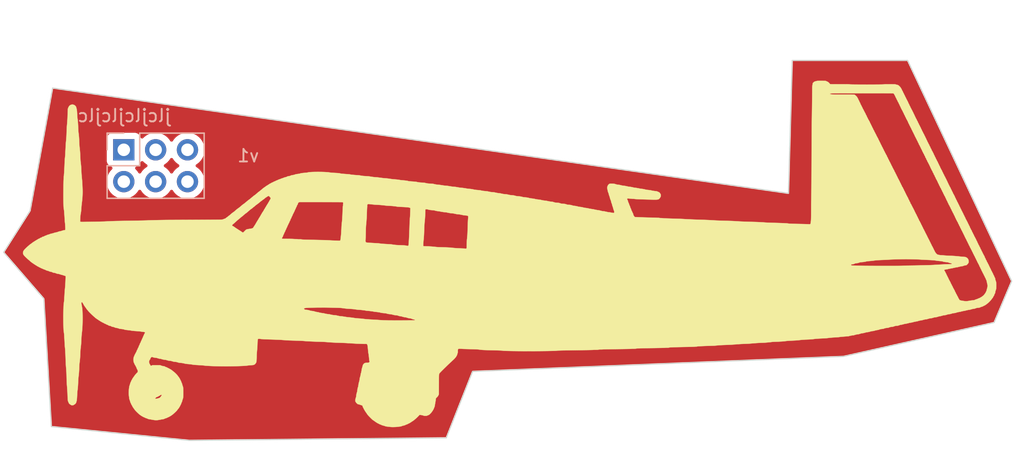
<source format=kicad_pcb>
(kicad_pcb (version 20220621) (generator pcbnew)
  (layers (0 "F.Cu" signal) (31 "B.Cu" signal) (34 "B.Paste" user) (35 "F.Paste" user) (36 "B.SilkS" user "B.Silkscreen") (37 "F.SilkS" user "F.Silkscreen") (38 "B.Mask" user) (39 "F.Mask" user) (44 "Edge.Cuts" user))
  (net 0 "")
  (footprint "Connector_PinHeader_2.54mm:PinHeader_2x03_P2.54mm_Vertical" (layer "B.Cu") (at 68.975 37.025 -90)
    (fp_text reference "REF**" hide)
    (fp_text value "PinHeader_2x03_P2.54mm_Vertical")
    (pad "1" thru_hole rect (at 0 0 270) (size 1.7 1.7) (drill 1) (layers *.Cu *.Mask))
    (pad "2" thru_hole oval (at 2.54 0 270) (size 1.7 1.7) (drill 1) (layers *.Cu *.Mask))
    (pad "3" thru_hole oval (at 0 -2.54 270) (size 1.7 1.7) (drill 1) (layers *.Cu *.Mask))
    (pad "4" thru_hole oval (at 2.54 -2.54 270) (size 1.7 1.7) (drill 1) (layers *.Cu *.Mask))
    (pad "5" thru_hole oval (at 0 -5.08 270) (size 1.7 1.7) (drill 1) (layers *.Cu *.Mask))
    (pad "6" thru_hole oval (at 2.54 -5.08 270) (size 1.7 1.7) (drill 1) (layers *.Cu *.Mask))
  )
  (gr_poly (pts (xy 124.645009 31.52558) (xy 124.957308 31.528324) (xy 125.054287 31.568755) (xy 125.072933 31.576771) (xy 125.090637 31.584895) (xy 125.107474 31.593185) (xy 125.12352 31.601699) (xy 125.13885 31.610494) (xy 125.153541 31.619628) (xy 125.167669 31.629159) (xy 125.181308 31.639145) (xy 125.194534 31.649643) (xy 125.207424 31.660711) (xy 125.220053 31.672407) (xy 125.232496 31.684788) (xy 125.24483 31.697912) (xy 125.257129 31.711837) (xy 125.269471 31.726621) (xy 125.28193 31.742321) (xy 125.284927 31.746082) (xy 125.288067 31.749824) (xy 125.291324 31.753523) (xy 125.294673 31.757157) (xy 125.298086 31.760703) (xy 125.301539 31.764137) (xy 125.305005 31.767437) (xy 125.308458 31.77058) (xy 125.311872 31.773542) (xy 125.315222 31.7763) (xy 125.318481 31.778832) (xy 125.321624 31.781114) (xy 125.324624 31.783123) (xy 125.327455 31.784836) (xy 125.330093 31.786231) (xy 125.332509 31.787284) (xy 125.338146 31.788272) (xy 125.349635 31.789197) (xy 125.389843 31.790855) (xy 125.452473 31.79225) (xy 125.536869 31.793375) (xy 125.768318 31.794789) (xy 126.078921 31.795042) (xy 126.45201 31.795159) (xy 126.682883 31.796807) (xy 126.810796 31.80058) (xy 126.848411 31.80345) (xy 126.875008 31.807074) (xy 127.019764 31.813456) (xy 127.334037 31.818013) (xy 128.245299 31.821655) (xy 129.157108 31.818002) (xy 129.472067 31.813441) (xy 129.617782 31.807057) (xy 129.629863 31.805128) (xy 129.642779 31.803404) (xy 129.656879 31.801876) (xy 129.672512 31.800538) (xy 129.690026 31.799381) (xy 129.709772 31.798398) (xy 129.757352 31.796923) (xy 129.818046 31.796054) (xy 129.894646 31.79573) (xy 129.989944 31.79589) (xy 130.106734 31.796473) (xy 130.343295 31.798246) (xy 130.418621 31.799444) (xy 130.472163 31.80117) (xy 130.509064 31.803665) (xy 130.534462 31.807166) (xy 130.553499 31.811916) (xy 130.571316 31.818153) (xy 130.58287 31.822241) (xy 130.596024 31.826508) (xy 130.610321 31.830827) (xy 130.625301 31.835072) (xy 130.640508 31.839119) (xy 130.655485 31.842842) (xy 130.669772 31.846114) (xy 130.682912 31.848809) (xy 130.691554 31.850519) (xy 130.699623 31.852256) (xy 130.707173 31.854044) (xy 130.714262 31.855908) (xy 130.720945 31.857873) (xy 130.727277 31.859962) (xy 130.733315 31.862202) (xy 130.739113 31.864615) (xy 130.744728 31.867226) (xy 130.750216 31.870061) (xy 130.755631 31.873143) (xy 130.76103 31.876497) (xy 130.766469 31.880148) (xy 130.772002 31.884119) (xy 130.777687 31.888436) (xy 130.783578 31.893124) (xy 130.796798 31.904119) (xy 130.810291 31.915843) (xy 130.823927 31.928155) (xy 130.837579 31.940917) (xy 130.864408 31.967232) (xy 130.889744 31.993675) (xy 130.912555 32.01913) (xy 130.92269 32.031139) (xy 130.931806 32.042484) (xy 130.939774 32.053025) (xy 130.946464 32.062622) (xy 130.951748 32.071138) (xy 130.955495 32.078431) (xy 130.957143 32.082027) (xy 130.958976 32.085797) (xy 130.963118 32.093733) (xy 130.967766 32.101988) (xy 130.972767 32.110313) (xy 130.977964 32.118459) (xy 130.983205 32.126175) (xy 130.988334 32.133212) (xy 130.990808 32.136397) (xy 130.993197 32.139319) (xy 130.995613 32.142377) (xy 130.99817 32.145959) (xy 131.000844 32.150022) (xy 131.003614 32.15452) (xy 131.006458 32.15941) (xy 131.009353 32.164647) (xy 131.012278 32.170185) (xy 131.015211 32.175981) (xy 131.021009 32.188168) (xy 131.026571 32.200849) (xy 131.029209 32.207264) (xy 131.031721 32.213669) (xy 131.034086 32.220019) (xy 131.036281 32.226271) (xy 131.040908 32.238959) (xy 131.04624 32.252029) (xy 131.052087 32.265106) (xy 131.05826 32.277815) (xy 131.064571 32.289783) (xy 131.07083 32.300635) (xy 131.073881 32.305526) (xy 131.076848 32.309998) (xy 131.079708 32.314003) (xy 131.082436 32.317496) (xy 131.085153 32.320965) (xy 131.08798 32.324899) (xy 131.090893 32.329255) (xy 131.093871 32.333988) (xy 131.096891 32.339054) (xy 131.099929 32.344408) (xy 131.102965 32.350007) (xy 131.105974 32.355804) (xy 131.108936 32.361757) (xy 131.111826 32.367821) (xy 131.114623 32.373952) (xy 131.117304 32.380104) (xy 131.119847 32.386235) (xy 131.122228 32.392298) (xy 131.124426 32.398251) (xy 131.126418 32.404048) (xy 131.130568 32.415852) (xy 131.135376 32.4282) (xy 131.14067 32.440727) (xy 131.146279 32.453066) (xy 131.15203 32.464852) (xy 131.15775 32.475719) (xy 131.163267 32.485302) (xy 131.165897 32.489497) (xy 131.16841 32.493234) (xy 131.170927 32.496948) (xy 131.173564 32.501074) (xy 131.179108 32.510392) (xy 131.184868 32.520842) (xy 131.190671 32.532075) (xy 131.196342 32.543745) (xy 131.201708 32.555504) (xy 131.206595 32.567005) (xy 131.21083 32.577901) (xy 131.214972 32.588624) (xy 131.219597 32.59963) (xy 131.224547 32.610607) (xy 131.229668 32.621241) (xy 131.234804 32.631221) (xy 131.239799 32.640234) (xy 131.244498 32.647966) (xy 131.246688 32.651255) (xy 131.248745 32.654107) (xy 131.250837 32.657031) (xy 131.253123 32.660532) (xy 131.255583 32.664565) (xy 131.258192 32.669084) (xy 131.263769 32.67939) (xy 131.269674 32.691082) (xy 131.275725 32.703789) (xy 131.281742 32.717141) (xy 131.287542 32.730769) (xy 131.292946 32.744303) (xy 131.29839 32.757896) (xy 131.304303 32.771696) (xy 131.310497 32.78532) (xy 131.316782 32.798385) (xy 131.32297 32.810511) (xy 131.32887 32.821316) (xy 131.334294 32.830416) (xy 131.336768 32.834208) (xy 131.339052 32.837431) (xy 131.341303 32.840581) (xy 131.343677 32.84416) (xy 131.346156 32.848127) (xy 131.348719 32.852442) (xy 131.354015 32.861952) (xy 131.359403 32.872366) (xy 131.364721 32.883359) (xy 131.369806 32.894607) (xy 131.374495 32.905785) (xy 131.378628 32.916568) (xy 131.382812 32.927464) (xy 131.38765 32.938965) (xy 131.392969 32.950724) (xy 131.398598 32.962393) (xy 131.404362 32.973627) (xy 131.410089 32.984076) (xy 131.415607 32.993394) (xy 131.420742 33.001234) (xy 131.425809 33.008856) (xy 131.431132 33.017549) (xy 131.436551 33.027009) (xy 131.441907 33.036933) (xy 131.447042 33.047019) (xy 131.451797 33.056961) (xy 131.456013 33.066458) (xy 131.45953 33.075205) (xy 131.463148 33.084171) (xy 131.467659 33.094293) (xy 131.472882 33.105225) (xy 131.478637 33.116619) (xy 131.484744 33.128128) (xy 131.491024 33.139405) (xy 131.497297 33.150102) (xy 131.503383 33.159872) (xy 131.506401 33.164697) (xy 131.509504 33.169947) (xy 131.515876 33.181517) (xy 131.522313 33.194174) (xy 131.528628 33.20751) (xy 131.534633 33.221116) (xy 131.540143 33.234583) (xy 131.54497 33.247503) (xy 131.548928 33.259468) (xy 131.55077 33.265248) (xy 131.55282 33.271207) (xy 131.557459 33.283483) (xy 131.562671 33.295931) (xy 131.568282 33.308189) (xy 131.574119 33.319893) (xy 131.580007 33.330679) (xy 131.582916 33.335615) (xy 131.585773 33.340185) (xy 131.588556 33.344344) (xy 131.591244 33.348047) (xy 131.59393 33.351745) (xy 131.596712 33.355891) (xy 131.599567 33.360439) (xy 131.602474 33.365344) (xy 131.60541 33.370562) (xy 131.608355 33.376048) (xy 131.614183 33.387642) (xy 131.619784 33.399768) (xy 131.624984 33.412064) (xy 131.627381 33.418164) (xy 131.629612 33.424172) (xy 131.631656 33.430043) (xy 131.633492 33.435733) (xy 131.635333 33.441421) (xy 131.63739 33.447288) (xy 131.642068 33.459384) (xy 131.647349 33.471661) (xy 131.653057 33.48376) (xy 131.659014 33.495322) (xy 131.665043 33.50599) (xy 131.66803 33.510876) (xy 131.670969 33.515403) (xy 131.673837 33.519527) (xy 131.676613 33.523204) (xy 131.679385 33.526864) (xy 131.682242 33.530943) (xy 131.68516 33.535396) (xy 131.68812 33.540181) (xy 131.691099 33.545254) (xy 131.694076 33.550572) (xy 131.697028 33.556091) (xy 131.699935 33.561769) (xy 131.705524 33.573425) (xy 131.708163 33.579317) (xy 131.710669 33.585193) (xy 131.713021 33.591012) (xy 131.715198 33.596729) (xy 131.717176 33.6023) (xy 131.718935 33.607684) (xy 131.722653 33.618684) (xy 131.727129 33.630349) (xy 131.732193 33.642322) (xy 131.737675 33.654249) (xy 131.743404 33.665774) (xy 131.749211 33.676541) (xy 131.754926 33.686194) (xy 131.757695 33.690492) (xy 131.760378 33.694378) (xy 131.763067 33.698234) (xy 131.765856 33.702441) (xy 131.771644 33.711747) (xy 131.777568 33.721964) (xy 131.783452 33.732762) (xy 131.78912 33.743809) (xy 131.794397 33.754773) (xy 131.799108 33.765324) (xy 131.803078 33.775131) (xy 131.80696 33.784775) (xy 131.811411 33.794861) (xy 131.816275 33.805089) (xy 131.821394 33.815162) (xy 131.826613 33.82478) (xy 131.831774 33.833646) (xy 131.836721 33.841459) (xy 131.839066 33.844879) (xy 131.841299 33.847923) (xy 131.843551 33.851011) (xy 131.845953 33.854557) (xy 131.848485 33.85852) (xy 131.851124 33.862859) (xy 131.856637 33.872496) (xy 131.862322 33.883135) (xy 131.868006 33.894443) (xy 131.873516 33.906087) (xy 131.878681 33.917736) (xy 131.883327 33.929056) (xy 131.887991 33.940462) (xy 131.893213 33.952359) (xy 131.898816 33.964396) (xy 131.904624 33.976223) (xy 131.91046 33.987491) (xy 131.916147 33.997848) (xy 131.921509 34.006944) (xy 131.926369 34.014431) (xy 131.928718 34.017954) (xy 131.9312 34.021929) (xy 131.936482 34.03106) (xy 131.942045 34.041471) (xy 131.947716 34.052811) (xy 131.953326 34.064725) (xy 131.958703 34.076862) (xy 131.963677 34.088869) (xy 131.968075 34.100393) (xy 131.972547 34.112095) (xy 131.977734 34.124611) (xy 131.983448 34.137552) (xy 131.989505 34.150532) (xy 131.995717 34.16316) (xy 132.0019 34.17505) (xy 132.007866 34.185812) (xy 132.01343 34.195059) (xy 132.018881 34.204083) (xy 132.024524 34.214207) (xy 132.030195 34.225087) (xy 132.035731 34.23638) (xy 132.040969 34.247743) (xy 132.045745 34.258831) (xy 132.049897 34.269302) (xy 132.053261 34.278812) (xy 132.056752 34.288618) (xy 132.061276 34.299937) (xy 132.066641 34.312366) (xy 132.07266 34.325504) (xy 132.079141 34.338945) (xy 132.085896 34.352289) (xy 132.092734 34.36513) (xy 132.099465 34.377067) (xy 132.1061 34.388844) (xy 132.112654 34.401224) (xy 132.118958 34.413838) (xy 132.124842 34.426315) (xy 132.130137 34.438283) (xy 132.134674 34.449374) (xy 132.138285 34.459215) (xy 132.139689 34.463551) (xy 132.140798 34.467436) (xy 132.141917 34.47127) (xy 132.143349 34.475455) (xy 132.145073 34.47995) (xy 132.147067 34.484715) (xy 132.149308 34.489707) (xy 132.151775 34.494886) (xy 132.154445 34.500211) (xy 132.157296 34.505639) (xy 132.163453 34.516644) (xy 132.17007 34.52757) (xy 132.173495 34.532901) (xy 132.176969 34.538089) (xy 132.18047 34.543092) (xy 132.183974 34.547869) (xy 132.187474 34.552639) (xy 132.190961 34.55762) (xy 132.197806 34.568052) (xy 132.204337 34.578843) (xy 132.21038 34.589668) (xy 132.215762 34.600204) (xy 132.218151 34.605262) (xy 132.22031 34.610126) (xy 132.222217 34.614756) (xy 132.223851 34.61911) (xy 132.225189 34.62315) (xy 132.226211 34.626834) (xy 132.227893 34.633479) (xy 132.229594 34.639712) (xy 132.231354 34.645616) (xy 132.233217 34.651273) (xy 132.235224 34.656766) (xy 132.237417 34.662178) (xy 132.23984 34.667592) (xy 132.242534 34.67309) (xy 132.245541 34.678755) (xy 132.248904 34.684671) (xy 132.252665 34.690919) (xy 132.256867 34.697583) (xy 132.261551 34.704745) (xy 132.26676 34.712488) (xy 132.278921 34.730049) (xy 132.281356 34.733656) (xy 132.283834 34.737587) (xy 132.286337 34.741804) (xy 132.288849 34.746268) (xy 132.293824 34.755786) (xy 132.29862 34.765833) (xy 132.303096 34.7761) (xy 132.307112 34.78628) (xy 132.308903 34.79124) (xy 132.310526 34.796064) (xy 132.311963 34.800711) (xy 132.313198 34.805144) (xy 132.314472 34.809639) (xy 132.316029 34.814469) (xy 132.317846 34.819588) (xy 132.319902 34.824952) (xy 132.324645 34.836238) (xy 132.330085 34.847969) (xy 132.336048 34.859787) (xy 132.342361 34.871336) (xy 132.348853 34.882259) (xy 132.352111 34.887374) (xy 132.355349 34.892199) (xy 132.361808 34.902003) (xy 132.368194 34.912539) (xy 132.374341 34.923476) (xy 132.380083 34.934484) (xy 132.385256 34.945234) (xy 132.389693 34.955395) (xy 132.391584 34.960152) (xy 132.393229 34.964638) (xy 132.394608 34.968812) (xy 132.395699 34.972632) (xy 132.396783 34.976445) (xy 132.398138 34.980596) (xy 132.399745 34.985045) (xy 132.401583 34.989752) (xy 132.405873 34.999776) (xy 132.410851 35.010343) (xy 132.416358 35.021131) (xy 132.422235 35.031816) (xy 132.428322 35.042073) (xy 132.431396 35.04694) (xy 132.434463 35.051579) (xy 132.440736 35.061202) (xy 132.447204 35.071793) (xy 132.453683 35.083007) (xy 132.459986 35.094495) (xy 132.465928 35.10591) (xy 132.471323 35.116905) (xy 132.475987 35.127133) (xy 132.479732 35.136246) (xy 132.483488 35.145484) (xy 132.488181 35.156071) (xy 132.493623 35.167634) (xy 132.499626 35.1798) (xy 132.506003 35.192197) (xy 132.512567 35.204453) (xy 132.519129 35.216195) (xy 132.525503 35.227051) (xy 132.531817 35.237954) (xy 132.538209 35.249833) (xy 132.544504 35.262304) (xy 132.550526 35.274986) (xy 132.556098 35.287497) (xy 132.561045 35.299455) (xy 132.565192 35.310478) (xy 132.568361 35.320184) (xy 132.569815 35.324808) (xy 132.571533 35.329729) (xy 132.573494 35.334903) (xy 132.575676 35.340288) (xy 132.580616 35.351513) (xy 132.586177 35.363054) (xy 132.592184 35.374562) (xy 132.598461 35.385688) (xy 132.604835 35.39608) (xy 132.608003 35.400893) (xy 132.611129 35.405392) (xy 132.614217 35.40984) (xy 132.617273 35.414504) (xy 132.620278 35.419345) (xy 132.623216 35.424326) (xy 132.626067 35.429406) (xy 132.628813 35.434548) (xy 132.631436 35.439713) (xy 132.633919 35.444862) (xy 132.636242 35.449956) (xy 132.638388 35.454957) (xy 132.640338 35.459826) (xy 132.642075 35.464525) (xy 132.64358 35.469014) (xy 132.644835 35.473255) (xy 132.645822 35.47721) (xy 132.646523 35.480839) (xy 132.647262 35.484573) (xy 132.648346 35.488726) (xy 132.649754 35.493257) (xy 132.651466 35.498125) (xy 132.653462 35.503289) (xy 132.655723 35.508708) (xy 132.658229 35.514339) (xy 132.660959 35.520144) (xy 132.663895 35.526079) (xy 132.667016 35.532105) (xy 132.670302 35.538179) (xy 132.673733 35.544262) (xy 132.67729 35.550311) (xy 132.680953 35.556285) (xy 132.684701 35.562144) (xy 132.688515 35.567846) (xy 132.696068 35.579361) (xy 132.703486 35.591579) (xy 132.710581 35.604129) (xy 132.717162 35.616636) (xy 132.723042 35.628729) (xy 132.728032 35.640033) (xy 132.730134 35.645274) (xy 132.731942 35.650177) (xy 132.733434 35.654697) (xy 132.734585 35.658787) (xy 132.735716 35.662828) (xy 132.737153 35.667206) (xy 132.738875 35.671879) (xy 132.740861 35.676805) (xy 132.743087 35.681941) (xy 132.745532 35.687247) (xy 132.748174 35.692681) (xy 132.750991 35.698199) (xy 132.757064 35.709326) (xy 132.760275 35.71485) (xy 132.763575 35.720293) (xy 132.76694 35.725611) (xy 132.770349 35.730764) (xy 132.77378 35.73571) (xy 132.777212 35.740406) (xy 132.780643 35.745105) (xy 132.784076 35.750057) (xy 132.787488 35.755222) (xy 132.790857 35.760555) (xy 132.797379 35.771563) (xy 132.803466 35.782745) (xy 132.808943 35.793764) (xy 132.811398 35.799107) (xy 132.813635 35.804283) (xy 132.815631 35.80925) (xy 132.817366 35.813965) (xy 132.818816 35.818388) (xy 132.819961 35.822475) (xy 132.821082 35.826553) (xy 132.82247 35.830949) (xy 132.824103 35.835621) (xy 132.825963 35.840529) (xy 132.830282 35.850886) (xy 132.835267 35.86169) (xy 132.840759 35.872612) (xy 132.846601 35.883323) (xy 132.852632 35.893492) (xy 132.855669 35.898271) (xy 132.858694 35.902792) (xy 132.864879 35.912254) (xy 132.871273 35.922892) (xy 132.87769 35.934343) (xy 132.883947 35.946245) (xy 132.889858 35.958236) (xy 132.895239 35.969952) (xy 132.899904 35.981033) (xy 132.901911 35.986221) (xy 132.90367 35.991115) (xy 132.907449 36.00132) (xy 132.912153 36.012752) (xy 132.917593 36.025024) (xy 132.923582 36.03775) (xy 132.929934 36.050542) (xy 132.936462 36.063014) (xy 132.942978 36.074778) (xy 132.949294 36.085447) (xy 132.955539 36.096026) (xy 132.961855 36.107528) (xy 132.968069 36.119585) (xy 132.974006 36.131829) (xy 132.979494 36.143892) (xy 132.984359 36.155404) (xy 132.988429 36.165997) (xy 132.99153 36.175302) (xy 132.992946 36.179766) (xy 132.99462 36.184589) (xy 132.998656 36.195126) (xy 133.003468 36.20655) (xy 133.008885 36.218495) (xy 133.014737 36.230598) (xy 133.020853 36.242493) (xy 133.027062 36.253816) (xy 133.033193 36.264202) (xy 133.039263 36.274466) (xy 133.0453 36.285436) (xy 133.051144 36.296774) (xy 133.056638 36.308139) (xy 133.061622 36.319191) (xy 133.065937 36.329591) (xy 133.069425 36.338999) (xy 133.070809 36.343224) (xy 133.071926 36.347074) (xy 133.073048 36.350911) (xy 133.074449 36.3551) (xy 133.076109 36.359598) (xy 133.078006 36.364364) (xy 133.082432 36.374539) (xy 133.087562 36.385293) (xy 133.093234 36.396297) (xy 133.099283 36.40722) (xy 133.105544 36.417734) (xy 133.108704 36.422734) (xy 133.111855 36.427507) (xy 133.118209 36.437343) (xy 133.12459 36.448034) (xy 133.130826 36.459238) (xy 133.136746 36.470613) (xy 133.142178 36.481816) (xy 133.146949 36.492506) (xy 133.150888 36.502339) (xy 133.152492 36.506828) (xy 133.153823 36.510974) (xy 133.15517 36.515123) (xy 133.156826 36.519618) (xy 133.158766 36.524417) (xy 133.160967 36.529477) (xy 133.163406 36.534755) (xy 133.16606 36.540207) (xy 133.171918 36.551464) (xy 133.178355 36.562904) (xy 133.185184 36.574183) (xy 133.192217 36.584956) (xy 133.195753 36.590046) (xy 133.19927 36.59488) (xy 133.202757 36.599672) (xy 133.206203 36.60464) (xy 133.209585 36.609744) (xy 133.212886 36.614945) (xy 133.219158 36.625482) (xy 133.224857 36.635942) (xy 133.227442 36.641045) (xy 133.229822 36.646012) (xy 133.231979 36.650804) (xy 133.233892 36.655381) (xy 133.235541 36.659706) (xy 133.236905 36.663739) (xy 133.237964 36.667441) (xy 133.238698 36.670773) (xy 133.239985 36.677547) (xy 133.241349 36.683912) (xy 133.242826 36.689941) (xy 133.244453 36.69571) (xy 133.246268 36.70129) (xy 133.248306 36.706756) (xy 133.250607 36.712181) (xy 133.253205 36.717639) (xy 133.256138 36.723204) (xy 133.259444 36.728949) (xy 133.263159 36.734948) (xy 133.26732 36.741275) (xy 133.271963 36.748002) (xy 133.277127 36.755205) (xy 133.289162 36.771329) (xy 133.292051 36.775269) (xy 133.294907 36.77944) (xy 133.297714 36.783809) (xy 133.300458 36.788343) (xy 133.303121 36.793006) (xy 133.305689 36.797767) (xy 133.308146 36.80259) (xy 133.310476 36.807443) (xy 133.312663 36.812292) (xy 133.314693 36.817104) (xy 133.316548 36.821844) (xy 133.318214 36.826479) (xy 133.319675 36.830975) (xy 133.320915 36.835299) (xy 133.321919 36.839417) (xy 133.322671 36.843296) (xy 133.324044 36.851164) (xy 133.325481 36.858478) (xy 133.327022 36.865312) (xy 133.328704 36.871744) (xy 133.330565 36.87785) (xy 133.332645 36.883707) (xy 133.334981 36.889391) (xy 133.337611 36.894979) (xy 133.340575 36.900547) (xy 133.343911 36.906172) (xy 133.347656 36.91193) (xy 133.35185 36.917898) (xy 133.356531 36.924152) (xy 133.361737 36.93077) (xy 133.367507 36.937827) (xy 133.373879 36.945399) (xy 133.376982 36.949174) (xy 133.379993 36.953096) (xy 133.382903 36.957145) (xy 133.385703 36.961305) (xy 133.388384 36.965556) (xy 133.390936 36.96988) (xy 133.393351 36.97426) (xy 133.395621 36.978676) (xy 133.397734 36.98311) (xy 133.399684 36.987545) (xy 133.40146 36.991962) (xy 133.403054 36.996342) (xy 133.404456 37.000668) (xy 133.405658 37.00492) (xy 133.40665 37.009082) (xy 133.407424 37.013133) (xy 133.408726 37.020604) (xy 133.41009 37.027579) (xy 133.41155 37.034127) (xy 133.413138 37.040319) (xy 133.414888 37.046224) (xy 133.416832 37.051913) (xy 133.419004 37.057455) (xy 133.421437 37.06292) (xy 133.424163 37.068378) (xy 133.427217 37.0739) (xy 133.43063 37.079555) (xy 133.434436 37.085413) (xy 133.438668 37.091544) (xy 133.443359 37.098018) (xy 133.448542 37.104905) (xy 133.45425 37.112275) (xy 133.456742 37.11558) (xy 133.459341 37.119258) (xy 133.462026 37.123271) (xy 133.464777 37.12758) (xy 133.470392 37.13693) (xy 133.476016 37.146996) (xy 133.481481 37.157468) (xy 133.486619 37.168032) (xy 133.491262 37.178379) (xy 133.493345 37.183374) (xy 133.495241 37.188197) (xy 133.499281 37.198153) (xy 133.504093 37.208896) (xy 133.509498 37.220086) (xy 133.515316 37.231384) (xy 133.521367 37.242452) (xy 133.527473 37.25295) (xy 133.533452 37.26254) (xy 133.539126 37.270881) (xy 133.541888 37.274886) (xy 133.5447 37.279268) (xy 133.547543 37.283984) (xy 133.550395 37.28899) (xy 133.553238 37.294242) (xy 133.55605 37.299697) (xy 133.561506 37.311042) (xy 133.566601 37.322675) (xy 133.568964 37.328491) (xy 133.571177 37.334249) (xy 133.573219 37.339905) (xy 133.575072 37.345415) (xy 133.576715 37.350736) (xy 133.578127 37.355825) (xy 133.579548 37.360928) (xy 133.581219 37.366293) (xy 133.583119 37.371873) (xy 133.585228 37.377624) (xy 133.589985 37.38946) (xy 133.595323 37.40144) (xy 133.601072 37.413203) (xy 133.607065 37.42439) (xy 133.6101 37.429656) (xy 133.613132 37.434642) (xy 133.616141 37.439304) (xy 133.619106 37.443597) (xy 133.622076 37.44788) (xy 133.625099 37.45251) (xy 133.628153 37.457445) (xy 133.631217 37.46264) (xy 133.637288 37.473635) (xy 133.643141 37.485144) (xy 133.648605 37.496815) (xy 133.653508 37.508298) (xy 133.655696 37.513858) (xy 133.657679 37.519239) (xy 133.659436 37.524398) (xy 133.660946 37.529289) (xy 133.662459 37.534189) (xy 133.664229 37.539372) (xy 133.666234 37.544793) (xy 133.668452 37.550407) (xy 133.673437 37.562037) (xy 133.679011 37.573904) (xy 133.684997 37.58565) (xy 133.69122 37.596917) (xy 133.697505 37.607347) (xy 133.700616 37.612136) (xy 133.703676 37.616582) (xy 133.706738 37.62103) (xy 133.709851 37.625828) (xy 133.712994 37.63093) (xy 133.716145 37.636292) (xy 133.722383 37.647613) (xy 133.728388 37.65943) (xy 133.733985 37.671384) (xy 133.738999 37.683113) (xy 133.741232 37.688781) (xy 133.743253 37.694258) (xy 133.745041 37.699498) (xy 133.746572 37.704457) (xy 133.748101 37.709407) (xy 133.749883 37.714622) (xy 133.751896 37.720057) (xy 133.754119 37.725668) (xy 133.759105 37.737241) (xy 133.764667 37.748988) (xy 133.770629 37.760556) (xy 133.776818 37.77159) (xy 133.779942 37.776797) (xy 133.783058 37.781738) (xy 133.786142 37.786369) (xy 133.789174 37.790646) (xy 133.792201 37.794901) (xy 133.795271 37.799472) (xy 133.798363 37.804314) (xy 133.801457 37.809385) (xy 133.807562 37.82005) (xy 133.813415 37.831129) (xy 133.818845 37.842284) (xy 133.823681 37.853179) (xy 133.825823 37.858423) (xy 133.827752 37.863476) (xy 133.829446 37.868295) (xy 133.830886 37.872838) (xy 133.832332 37.877385) (xy 133.834052 37.882215) (xy 133.836023 37.887286) (xy 133.838222 37.892555) (xy 133.843217 37.903519) (xy 133.848859 37.914765) (xy 133.85497 37.925953) (xy 133.861371 37.936745) (xy 133.864625 37.941885) (xy 133.867884 37.946798) (xy 133.871127 37.951442) (xy 133.874331 37.955774) (xy 133.87755 37.960154) (xy 133.880837 37.96494) (xy 133.884168 37.970084) (xy 133.88752 37.975539) (xy 133.89087 37.981258) (xy 133.894192 37.987193) (xy 133.900661 37.999523) (xy 133.906736 38.012151) (xy 133.909568 38.018459) (xy 133.912229 38.024699) (xy 133.914698 38.030824) (xy 133.916949 38.036788) (xy 133.918959 38.042542) (xy 133.920705 38.048039) (xy 133.924326 38.059144) (xy 133.928652 38.070814) (xy 133.933521 38.0827) (xy 133.938771 38.094452) (xy 133.944239 38.105721) (xy 133.949763 38.116159) (xy 133.955181 38.125417) (xy 133.957799 38.129494) (xy 133.960329 38.133144) (xy 133.962874 38.136812) (xy 133.965534 38.140937) (xy 133.968288 38.145475) (xy 133.971114 38.150381) (xy 133.976893 38.161114) (xy 133.982699 38.172774) (xy 133.988358 38.184998) (xy 133.993696 38.197425) (xy 133.998539 38.209693) (xy 134.00072 38.215654) (xy 134.002712 38.221439) (xy 134.006893 38.233112) (xy 134.011757 38.24517) (xy 134.017128 38.257266) (xy 134.022832 38.269052) (xy 134.028691 38.28018) (xy 134.034532 38.290304) (xy 134.037391 38.294881) (xy 134.040178 38.299076) (xy 134.042874 38.302846) (xy 134.045455 38.306148) (xy 134.048035 38.309471) (xy 134.050728 38.3133) (xy 134.053512 38.317592) (xy 134.056365 38.322301) (xy 134.059265 38.32738) (xy 134.062191 38.332786) (xy 134.06512 38.338471) (xy 134.068031 38.344392) (xy 134.070902 38.350502) (xy 134.073711 38.356756) (xy 134.076436 38.363109) (xy 134.079055 38.369515) (xy 134.081547 38.375929) (xy 134.08389 38.382305) (xy 134.086061 38.388598) (xy 134.088039 38.394762) (xy 134.092156 38.407307) (xy 134.096892 38.420346) (xy 134.10208 38.433498) (xy 134.107551 38.446384) (xy 134.113139 38.458621) (xy 134.118677 38.469829) (xy 134.123995 38.479628) (xy 134.126519 38.483879) (xy 134.128927 38.487635) (xy 134.133851 38.495317) (xy 134.139146 38.504183) (xy 134.144647 38.513918) (xy 134.150187 38.524206) (xy 134.1556 38.534732) (xy 134.160722 38.545179) (xy 134.165385 38.555232) (xy 134.169423 38.564577) (xy 134.173527 38.573905) (xy 134.178384 38.583915) (xy 134.183815 38.594294) (xy 134.18964 38.604729) (xy 134.195678 38.614907) (xy 134.201749 38.624516) (xy 134.207674 38.633243) (xy 134.210524 38.637179) (xy 134.213271 38.640777) (xy 134.215999 38.644415) (xy 134.218795 38.648468) (xy 134.221637 38.652893) (xy 134.224507 38.657647) (xy 134.227382 38.662687) (xy 134.230243 38.667971) (xy 134.233068 38.673454) (xy 134.235837 38.679094) (xy 134.23853 38.684848) (xy 134.241126 38.690673) (xy 134.243604 38.696526) (xy 134.245943 38.702363) (xy 134.248124 38.708143) (xy 134.250125 38.713821) (xy 134.251926 38.719355) (xy 134.253506 38.724702) (xy 134.255082 38.730046) (xy 134.256878 38.735572) (xy 134.258872 38.741237) (xy 134.261044 38.746998) (xy 134.265841 38.758639) (xy 134.271103 38.770153) (xy 134.276666 38.781197) (xy 134.279509 38.786437) (xy 134.282366 38.79143) (xy 134.285216 38.796135) (xy 134.288039 38.800509) (xy 134.290814 38.80451) (xy 134.29352 38.808093) (xy 134.296239 38.811696) (xy 134.299047 38.815751) (xy 134.301924 38.820215) (xy 134.304848 38.825043) (xy 134.307797 38.830191) (xy 134.310749 38.835612) (xy 134.313683 38.841264) (xy 134.316578 38.847102) (xy 134.319411 38.85308) (xy 134.322161 38.859154) (xy 134.324806 38.86528) (xy 134.327325 38.871413) (xy 134.329697 38.877508) (xy 134.331899 38.883521) (xy 134.33391 38.889407) (xy 134.335708 38.895121) (xy 134.337537 38.900931) (xy 134.339561 38.906843) (xy 134.341762 38.912817) (xy 134.344121 38.918815) (xy 134.349235 38.930735) (xy 134.35475 38.942295) (xy 134.360513 38.953192) (xy 134.363439 38.958296) (xy 134.366371 38.96312) (xy 134.369288 38.967626) (xy 134.372171 38.971775) (xy 134.375002 38.97553) (xy 134.377761 38.978852) (xy 134.380523 38.98218) (xy 134.383356 38.98594) (xy 134.386242 38.990093) (xy 134.38916 38.994604) (xy 134.392093 38.999432) (xy 134.395021 39.004542) (xy 134.397926 39.009894) (xy 134.400787 39.015452) (xy 134.403587 39.021177) (xy 134.406306 39.027032) (xy 134.408926 39.032979) (xy 134.411426 39.03898) (xy 134.413789 39.044998) (xy 134.415996 39.050994) (xy 134.418027 39.056931) (xy 134.419863 39.062771) (xy 134.421753 39.068774) (xy 134.423848 39.074875) (xy 134.426129 39.081042) (xy 134.428579 39.08724) (xy 134.431181 39.093436) (xy 134.433919 39.099595) (xy 134.439731 39.111668) (xy 134.442771 39.117515) (xy 134.445877 39.12319) (xy 134.449032 39.12866) (xy 134.45222 39.133891) (xy 134.455423 39.138848) (xy 134.458624 39.143498) (xy 134.461805 39.147808) (xy 134.46495 39.151742) (xy 134.467946 39.155472) (xy 134.471003 39.15955) (xy 134.474098 39.163935) (xy 134.47721 39.168588) (xy 134.480318 39.173468) (xy 134.483397 39.178534) (xy 134.486428 39.183746) (xy 134.489387 39.189064) (xy 134.492252 39.194447) (xy 134.495002 39.199855) (xy 134.497615 39.205247) (xy 134.500068 39.210584) (xy 134.50234 39.215824) (xy 134.504408 39.220927) (xy 134.50625 39.225853) (xy 134.507845 39.230562) (xy 134.509437 39.235312) (xy 134.511273 39.240359) (xy 134.515584 39.25117) (xy 134.520605 39.262637) (xy 134.526163 39.274405) (xy 134.532082 39.286119) (xy 134.538189 39.297421) (xy 134.54431 39.307956) (xy 134.550271 39.317367) (xy 134.556376 39.327033) (xy 134.562912 39.338295) (xy 134.569676 39.350747) (xy 134.576463 39.363981) (xy 134.583072 39.377592) (xy 134.589299 39.39117) (xy 134.594941 39.404311) (xy 134.599795 39.416606) (xy 134.604511 39.428685) (xy 134.609761 39.441206) (xy 134.615371 39.453805) (xy 134.621164 39.466119) (xy 134.626964 39.477784) (xy 134.632595 39.488436) (xy 134.637881 39.497713) (xy 134.642647 39.50525) (xy 134.644935 39.508758) (xy 134.647338 39.512705) (xy 134.652408 39.521744) (xy 134.657697 39.532022) (xy 134.663044 39.543191) (xy 134.668288 39.554904) (xy 134.67327 39.566814) (xy 134.677828 39.578575) (xy 134.681801 39.589839) (xy 134.685763 39.601089) (xy 134.69029 39.612809) (xy 134.695224 39.624655) (xy 134.700406 39.636283) (xy 134.705679 39.647348) (xy 134.710883 39.657507) (xy 134.715859 39.666416) (xy 134.718212 39.670294) (xy 134.720449 39.67373) (xy 134.722705 39.677183) (xy 134.725112 39.68111) (xy 134.730292 39.690207) (xy 134.735817 39.700663) (xy 134.741514 39.712122) (xy 134.747212 39.724226) (xy 134.752736 39.736618) (xy 134.757915 39.748941) (xy 134.762575 39.760837) (xy 134.767239 39.772725) (xy 134.772425 39.785026) (xy 134.777962 39.797383) (xy 134.783675 39.809442) (xy 134.789392 39.820845) (xy 134.794939 39.831239) (xy 134.800142 39.840266) (xy 134.80483 39.847571) (xy 134.807078 39.850931) (xy 134.809437 39.854661) (xy 134.814409 39.863072) (xy 134.81959 39.872492) (xy 134.824822 39.882606) (xy 134.829949 39.893104) (xy 134.834814 39.903673) (xy 134.83926 39.913999) (xy 134.84313 39.923771) (xy 134.845008 39.928582) (xy 134.847104 39.933598) (xy 134.851858 39.944081) (xy 134.857214 39.954896) (xy 134.86299 39.965721) (xy 134.86901 39.976232) (xy 134.875093 39.986106) (xy 134.88106 39.995018) (xy 134.883945 39.999013) (xy 134.886733 40.002646) (xy 134.88953 40.006335) (xy 134.892437 40.010493) (xy 134.89543 40.015076) (xy 134.898485 40.020036) (xy 134.901581 40.025328) (xy 134.904694 40.030905) (xy 134.910879 40.042735) (xy 134.916855 40.055156) (xy 134.922439 40.067802) (xy 134.925026 40.074093) (xy 134.927446 40.080303) (xy 134.929675 40.086386) (xy 134.931692 40.092294) (xy 134.935928 40.104339) (xy 134.940908 40.116995) (xy 134.946449 40.129883) (xy 134.952369 40.142626) (xy 134.958485 40.154844) (xy 134.964614 40.16616) (xy 134.970576 40.176195) (xy 134.973436 40.180613) (xy 134.976186 40.184569) (xy 134.978907 40.188461) (xy 134.981681 40.192691) (xy 134.984489 40.197217) (xy 134.98731 40.201998) (xy 134.992916 40.212164) (xy 134.998337 40.222862) (xy 135.003416 40.233763) (xy 135.007993 40.24454) (xy 135.010044 40.24978) (xy 135.011909 40.254866) (xy 135.013569 40.259757) (xy 135.015005 40.264413) (xy 135.016461 40.269101) (xy 135.018184 40.274086) (xy 135.020151 40.279326) (xy 135.02234 40.284775) (xy 135.027298 40.296126) (xy 135.032881 40.307786) (xy 135.038913 40.319402) (xy 135.045219 40.330622) (xy 135.051623 40.341092) (xy 135.054807 40.345935) (xy 135.057949 40.350459) (xy 135.061093 40.354997) (xy 135.064284 40.359882) (xy 135.067498 40.365068) (xy 135.070714 40.370509) (xy 135.077062 40.381978) (xy 135.08315 40.393924) (xy 135.088798 40.405984) (xy 135.09383 40.417792) (xy 135.09606 40.423488) (xy 135.098068 40.428986) (xy 135.099833 40.434238) (xy 135.101333 40.439201) (xy 135.102825 40.444164) (xy 135.104564 40.449419) (xy 135.108699 40.460622) (xy 135.113565 40.472445) (xy 135.118993 40.484524) (xy 135.124813 40.496493) (xy 135.130853 40.507989) (xy 135.136944 40.518646) (xy 135.139956 40.523547) (xy 135.142916 40.528101) (xy 135.148972 40.537433) (xy 135.155305 40.547742) (xy 135.161728 40.558686) (xy 135.168053 40.569926) (xy 135.174092 40.581122) (xy 135.179659 40.591933) (xy 135.184566 40.602019) (xy 135.188625 40.61104) (xy 135.192556 40.619786) (xy 135.197092 40.629083) (xy 135.20207 40.638647) (xy 135.207329 40.648192) (xy 135.212709 40.657435) (xy 135.218048 40.66609) (xy 135.223184 40.673872) (xy 135.227956 40.680496) (xy 135.230284 40.683717) (xy 135.232711 40.687401) (xy 135.23522 40.691506) (xy 135.23779 40.695988) (xy 135.240402 40.700806) (xy 135.243036 40.705916) (xy 135.248292 40.716842) (xy 135.2534 40.728426) (xy 135.258205 40.740327) (xy 135.260444 40.746289) (xy 135.262548 40.752202) (xy 135.264498 40.758024) (xy 135.266274 40.763712) (xy 135.270011 40.775303) (xy 135.274385 40.78741) (xy 135.279238 40.799677) (xy 135.284411 40.811746) (xy 135.289743 40.82326) (xy 135.295077 40.83386) (xy 135.300253 40.843189) (xy 135.302731 40.847265) (xy 135.305111 40.85089) (xy 135.307523 40.854545) (xy 135.310099 40.858711) (xy 135.315649 40.868387) (xy 135.321574 40.879535) (xy 135.327689 40.891774) (xy 135.333808 40.904721) (xy 135.339745 40.917995) (xy 135.345315 40.931214) (xy 135.350332 40.943995) (xy 135.35535 40.956707) (xy 135.360917 40.969727) (xy 135.366846 40.982686) (xy 135.372954 40.995217) (xy 135.379054 41.006952) (xy 135.384962 41.017523) (xy 135.390493 41.026562) (xy 135.393059 41.030392) (xy 135.395461 41.0337) (xy 135.397831 41.036941) (xy 135.400299 41.040569) (xy 135.402846 41.044546) (xy 135.405451 41.048833) (xy 135.410759 41.058179) (xy 135.416063 41.068293) (xy 135.421207 41.078862) (xy 135.426031 41.089573) (xy 135.430376 41.10011) (xy 135.432319 41.105217) (xy 135.434084 41.110162) (xy 135.441114 41.130041) (xy 135.447642 41.14718) (xy 135.450795 41.154875) (xy 135.453918 41.162069) (xy 135.45704 41.168824) (xy 135.460193 41.1752) (xy 135.46341 41.18126) (xy 135.46672 41.187065) (xy 135.470157 41.192675) (xy 135.47375 41.198154) (xy 135.477532 41.20356) (xy 135.481533 41.208957) (xy 135.490322 41.219968) (xy 135.492365 41.222595) (xy 135.494537 41.225707) (xy 135.496818 41.229263) (xy 135.499188 41.233223) (xy 135.50163 41.237548) (xy 135.504123 41.242198) (xy 135.506649 41.247133) (xy 135.509188 41.252312) (xy 135.51423 41.263246) (xy 135.519096 41.274681) (xy 135.521415 41.280486) (xy 135.523633 41.286297) (xy 135.52573 41.292074) (xy 135.527688 41.297777) (xy 135.531861 41.309426) (xy 135.536736 41.321531) (xy 135.542138 41.333737) (xy 135.547888 41.345692) (xy 135.55381 41.357043) (xy 135.559727 41.367435) (xy 135.562629 41.372161) (xy 135.565463 41.376515) (xy 135.568207 41.380453) (xy 135.57084 41.383931) (xy 135.573462 41.387401) (xy 135.576179 41.391319) (xy 135.57897 41.39564) (xy 135.581812 41.400321) (xy 135.584686 41.405318) (xy 135.587569 41.410589) (xy 135.590441 41.416089) (xy 135.59328 41.421776) (xy 135.598775 41.433533) (xy 135.601388 41.439517) (xy 135.603883 41.445513) (xy 135.60624 41.451478) (xy 135.608437 41.457368) (xy 135.610452 41.463139) (xy 135.612264 41.468749) (xy 135.614101 41.474422) (xy 135.616191 41.480379) (xy 135.621036 41.492946) (xy 135.626609 41.506052) (xy 135.632719 41.519299) (xy 135.639176 41.53229) (xy 135.645789 41.544627) (xy 135.652366 41.555911) (xy 135.655582 41.561034) (xy 135.658718 41.565745) (xy 135.661831 41.57039) (xy 135.664979 41.575319) (xy 135.671296 41.585855) (xy 135.677498 41.597009) (xy 135.683412 41.608436) (xy 135.688865 41.61979) (xy 135.693686 41.630725) (xy 135.697702 41.640897) (xy 135.699354 41.645588) (xy 135.700741 41.649959) (xy 135.702128 41.654333) (xy 135.703785 41.65903) (xy 135.705688 41.664009) (xy 135.707817 41.669225) (xy 135.712663 41.680198) (xy 135.71815 41.691601) (xy 135.724105 41.703088) (xy 135.730355 41.71431) (xy 135.736726 41.724922) (xy 135.739902 41.72989) (xy 135.743044 41.734576) (xy 135.746169 41.739232) (xy 135.749298 41.744117) (xy 135.755493 41.754407) (xy 135.761467 41.765122) (xy 135.767058 41.775936) (xy 135.772106 41.786526) (xy 135.776449 41.796566) (xy 135.778306 41.801278) (xy 135.779926 41.805732) (xy 135.781289 41.809886) (xy 135.782375 41.813699) (xy 135.783453 41.817505) (xy 135.784791 41.821635) (xy 135.786368 41.826049) (xy 135.788167 41.830708) (xy 135.792349 41.840601) (xy 135.797185 41.850996) (xy 135.802519 41.861575) (xy 135.808197 41.87202) (xy 135.814067 41.882013) (xy 135.817025 41.88674) (xy 135.819973 41.891235) (xy 135.826043 41.900668) (xy 135.832383 41.911265) (xy 135.838805 41.922665) (xy 135.845122 41.934507) (xy 135.851146 41.946432) (xy 135.856692 41.958079) (xy 135.861571 41.969088) (xy 135.865597 41.979098) (xy 135.8695 41.988907) (xy 135.87403 41.99934) (xy 135.879024 42.010076) (xy 135.884318 42.020795) (xy 135.889751 42.031179) (xy 135.895159 42.040905) (xy 135.90038 42.049656) (xy 135.905251 42.05711) (xy 135.907651 42.06071) (xy 135.91019 42.064781) (xy 135.915602 42.074154) (xy 135.921311 42.084863) (xy 135.927141 42.096547) (xy 135.932915 42.108842) (xy 135.938458 42.121383) (xy 135.943594 42.133807) (xy 135.948147 42.145752) (xy 135.952733 42.157751) (xy 135.957959 42.170332) (xy 135.963641 42.183121) (xy 135.969597 42.195743) (xy 135.975647 42.207825) (xy 135.981607 42.21899) (xy 135.987296 42.228865) (xy 135.992531 42.237074) (xy 135.995072 42.24092) (xy 135.99773 42.245174) (xy 136.003315 42.254735) (xy 136.009109 42.265405) (xy 136.014939 42.27683) (xy 136.02063 42.288658) (xy 136.026007 42.300537) (xy 136.030896 42.312114) (xy 136.035122 42.323036) (xy 136.039337 42.333932) (xy 136.044196 42.345433) (xy 136.049525 42.357192) (xy 136.055154 42.368862) (xy 136.060907 42.380095) (xy 136.066615 42.390544) (xy 136.072103 42.399862) (xy 136.077199 42.407702) (xy 136.081785 42.414467) (xy 136.086122 42.421174) (xy 136.090217 42.427837) (xy 136.094077 42.434474) (xy 136.097708 42.441099) (xy 136.101118 42.447728) (xy 136.104313 42.454378) (xy 136.1073 42.461065) (xy 136.110086 42.467803) (xy 136.112677 42.47461) (xy 136.115082 42.481501) (xy 136.117305 42.488491) (xy 136.119356 42.495597) (xy 136.121239 42.502835) (xy 136.122962 42.51022) (xy 136.124532 42.517769) (xy 136.125191 42.520547) (xy 136.126127 42.523622) (xy 136.127323 42.526961) (xy 136.128762 42.530534) (xy 136.130427 42.534307) (xy 136.132299 42.538249) (xy 136.134362 42.542329) (xy 136.136598 42.546513) (xy 136.138989 42.550771) (xy 136.141519 42.555071) (xy 136.144169 42.55938) (xy 136.146923 42.563667) (xy 136.149762 42.567899) (xy 136.15267 42.572046) (xy 136.155628 42.576075) (xy 136.15862 42.579954) (xy 136.161677 42.583942) (xy 136.164825 42.588293) (xy 136.168041 42.592964) (xy 136.1713 42.597911) (xy 136.177855 42.608465) (xy 136.184299 42.619613) (xy 136.190442 42.631013) (xy 136.196092 42.642323) (xy 136.20106 42.653202) (xy 136.203228 42.658373) (xy 136.205153 42.663308) (xy 136.209096 42.673243) (xy 136.213631 42.683633) (xy 136.218597 42.694172) (xy 136.223834 42.704552) (xy 136.229181 42.714464) (xy 136.234478 42.723601) (xy 136.239563 42.731656) (xy 136.241977 42.735182) (xy 136.244277 42.738321) (xy 136.246608 42.741539) (xy 136.24911 42.745296) (xy 136.25176 42.749545) (xy 136.254536 42.75424) (xy 136.26037 42.764784) (xy 136.26643 42.776556) (xy 136.272529 42.789187) (xy 136.278484 42.802307) (xy 136.28411 42.815546) (xy 136.289223 42.828535) (xy 136.294339 42.841595) (xy 136.299978 42.855039) (xy 136.305955 42.868484) (xy 136.312084 42.881545) (xy 136.31818 42.893838) (xy 136.324057 42.904977) (xy 136.32953 42.914579) (xy 136.334414 42.922259) (xy 136.336767 42.925821) (xy 136.339283 42.929883) (xy 136.344715 42.939323) (xy 136.350527 42.950207) (xy 136.356537 42.962161) (xy 136.362563 42.974813) (xy 136.368422 42.987789) (xy 136.373931 43.000715) (xy 136.378908 43.01322) (xy 136.383599 43.025172) (xy 136.388287 43.036516) (xy 136.392848 43.046988) (xy 136.397156 43.056327) (xy 136.401086 43.064271) (xy 136.404514 43.070558) (xy 136.406001 43.072998) (xy 136.407315 43.074925) (xy 136.408442 43.076307) (xy 136.409365 43.077111) (xy 136.410581 43.078012) (xy 136.411921 43.079279) (xy 136.414931 43.082829) (xy 136.418322 43.087607) (xy 136.422021 43.093457) (xy 136.425953 43.100225) (xy 136.430044 43.107755) (xy 136.434222 43.115892) (xy 136.438411 43.124482) (xy 136.442538 43.133368) (xy 136.44653 43.142397) (xy 136.450312 43.151412) (xy 136.453811 43.16026) (xy 136.456952 43.168784) (xy 136.459663 43.17683) (xy 136.461869 43.184244) (xy 136.463497 43.190868) (xy 136.464309 43.194172) (xy 136.465428 43.197944) (xy 136.466836 43.20214) (xy 136.468512 43.206717) (xy 136.472588 43.216839) (xy 136.477499 43.227963) (xy 136.483086 43.239742) (xy 136.489189 43.251828) (xy 136.495649 43.263875) (xy 136.502309 43.275536) (xy 136.509102 43.287344) (xy 136.515953 43.299819) (xy 136.522675 43.312581) (xy 136.529081 43.325254) (xy 136.534984 43.33746) (xy 136.540197 43.348822) (xy 136.544533 43.358964) (xy 136.547805 43.367507) (xy 136.549253 43.37141) (xy 136.550901 43.375479) (xy 136.552732 43.37968) (xy 136.554726 43.383982) (xy 136.559128 43.392754) (xy 136.563956 43.401532) (xy 136.569061 43.410055) (xy 136.57167 43.414139) (xy 136.574292 43.418061) (xy 136.576908 43.421787) (xy 136.579499 43.425285) (xy 136.582045 43.428523) (xy 136.58453 43.431467) (xy 136.588946 43.436634) (xy 136.593075 43.441763) (xy 136.596944 43.446914) (xy 136.600579 43.452146) (xy 136.604009 43.457517) (xy 136.607261 43.463088) (xy 136.610362 43.468918) (xy 136.61334 43.475066) (xy 136.616222 43.481591) (xy 136.619035 43.488552) (xy 136.621807 43.496009) (xy 136.624565 43.504021) (xy 136.627336 43.512648) (xy 136.630149 43.521947) (xy 136.63303 43.53198) (xy 136.636007 43.542805) (xy 136.637102 43.546507) (xy 136.638461 43.550487) (xy 136.640063 43.554709) (xy 136.641888 43.559136) (xy 136.643917 43.56373) (xy 136.646131 43.568454) (xy 136.64851 43.573273) (xy 136.651034 43.578148) (xy 136.656442 43.587922) (xy 136.659285 43.592747) (xy 136.662196 43.59748) (xy 136.665155 43.602087) (xy 136.668142 43.606529) (xy 136.671138 43.610769) (xy 136.674123 43.614771) (xy 136.67713 43.61884) (xy 136.680189 43.623276) (xy 136.683279 43.628035) (xy 136.686378 43.633075) (xy 136.689465 43.638351) (xy 136.692517 43.64382) (xy 136.695514 43.649439) (xy 136.698434 43.655165) (xy 136.703954 43.66676) (xy 136.706512 43.672543) (xy 136.708905 43.678259) (xy 136.711113 43.683863) (xy 136.713114 43.689313) (xy 136.714887 43.694565) (xy 136.716408 43.699575) (xy 136.717932 43.704584) (xy 136.719715 43.709834) (xy 136.721735 43.715281) (xy 136.72397 43.720881) (xy 136.726398 43.72659) (xy 136.728996 43.732367) (xy 136.734616 43.743946) (xy 136.740652 43.75527) (xy 136.743772 43.760728) (xy 136.746929 43.765992) (xy 136.750102 43.771019) (xy 136.753268 43.775765) (xy 136.756406 43.780187) (xy 136.759493 43.784241) (xy 136.762923 43.788712) (xy 136.766251 43.79333) (xy 136.76947 43.798083) (xy 136.772572 43.802955) (xy 136.775552 43.807932) (xy 136.778402 43.813) (xy 136.781115 43.818144) (xy 136.783684 43.82335) (xy 136.786103 43.828604) (xy 136.788365 43.833891) (xy 136.790462 43.839196) (xy 136.792389 43.844506) (xy 136.794137 43.849805) (xy 136.7957 43.85508) (xy 136.797071 43.860316) (xy 136.798244 43.865499) (xy 136.799414 43.870667) (xy 136.800779 43.875886) (xy 136.802334 43.88114) (xy 136.804071 43.886415) (xy 136.805983 43.891695) (xy 136.808063 43.896967) (xy 136.810303 43.902215) (xy 136.812698 43.907424) (xy 136.81524 43.91258) (xy 136.817921 43.917667) (xy 136.820735 43.922672) (xy 136.823675 43.927579) (xy 136.826733 43.932373) (xy 136.829904 43.93704) (xy 136.833178 43.941565) (xy 136.83655 43.945933) (xy 136.839608 43.949888) (xy 136.84275 43.954182) (xy 136.845953 43.958775) (xy 136.849194 43.963625) (xy 136.855695 43.973929) (xy 136.862063 43.984763) (xy 136.86811 43.995794) (xy 136.873649 44.006693) (xy 136.876169 44.011989) (xy 136.878492 44.017127) (xy 136.880592 44.022066) (xy 136.882448 44.026765) (xy 136.88632 44.036363) (xy 136.890922 44.046685) (xy 136.896083 44.057406) (xy 136.901631 44.068202) (xy 136.907395 44.07875) (xy 136.913204 44.088726) (xy 136.918886 44.097807) (xy 136.92427 44.105669) (xy 136.926918 44.109478) (xy 136.929675 44.11373) (xy 136.932519 44.118379) (xy 136.935428 44.12338) (xy 136.94135 44.134255) (xy 136.947266 44.145993) (xy 136.952999 44.15823) (xy 136.95837 44.170602) (xy 136.963204 44.182746) (xy 136.965365 44.188619) (xy 136.967324 44.194298) (xy 136.971244 44.205542) (xy 136.975502 44.2168) (xy 136.979962 44.227773) (xy 136.984488 44.238158) (xy 136.988944 44.247654) (xy 136.993193 44.25596) (xy 136.9971 44.262774) (xy 136.998882 44.265527) (xy 137.000527 44.267794) (xy 137.004493 44.273111) (xy 137.008566 44.279021) (xy 137.012707 44.285446) (xy 137.016879 44.292308) (xy 137.021043 44.299529) (xy 137.025162 44.307032) (xy 137.029198 44.314739) (xy 137.033112 44.322571) (xy 137.036867 44.330452) (xy 137.040426 44.338303) (xy 137.043748 44.346047) (xy 137.046798 44.353606) (xy 137.049537 44.360902) (xy 137.051927 44.367857) (xy 137.05393 44.374394) (xy 137.055508 44.380435) (xy 137.056285 44.383308) (xy 137.057374 44.38666) (xy 137.058754 44.390451) (xy 137.060405 44.39464) (xy 137.064442 44.404043) (xy 137.069326 44.41454) (xy 137.074899 44.425801) (xy 137.081003 44.437496) (xy 137.087478 44.449295) (xy 137.094167 44.460869) (xy 137.100929 44.472651) (xy 137.107606 44.485049) (xy 137.114025 44.497691) (xy 137.120013 44.510206) (xy 137.125399 44.52222) (xy 137.130009 44.533362) (xy 137.133672 44.543261) (xy 137.135094 44.547628) (xy 137.136214 44.551544) (xy 137.137325 44.555384) (xy 137.138718 44.559525) (xy 137.140372 44.56393) (xy 137.142266 44.568559) (xy 137.144379 44.573373) (xy 137.146692 44.578334) (xy 137.149184 44.583402) (xy 137.151835 44.588539) (xy 137.157528 44.598863) (xy 137.16053 44.603972) (xy 137.163608 44.608995) (xy 137.166742 44.613891) (xy 137.169911 44.618622) (xy 137.173094 44.62315) (xy 137.176272 44.627435) (xy 137.179477 44.631785) (xy 137.182742 44.636503) (xy 137.186041 44.641544) (xy 137.189353 44.646862) (xy 137.195919 44.65815) (xy 137.202254 44.670004) (xy 137.208173 44.682063) (xy 137.210918 44.688055) (xy 137.21349 44.693962) (xy 137.215864 44.699739) (xy 137.218018 44.70534) (xy 137.219928 44.71072) (xy 137.221572 44.715834) (xy 137.223215 44.720946) (xy 137.225123 44.72632) (xy 137.227271 44.731912) (xy 137.229637 44.737677) (xy 137.234931 44.749543) (xy 137.240819 44.761558) (xy 137.247116 44.773359) (xy 137.253637 44.784587) (xy 137.256925 44.789873) (xy 137.260199 44.794879) (xy 137.263437 44.799562) (xy 137.266616 44.803876) (xy 137.269747 44.808099) (xy 137.272847 44.812518) (xy 137.275897 44.817095) (xy 137.278879 44.821795) (xy 137.281775 44.826582) (xy 137.284566 44.831418) (xy 137.287233 44.836268) (xy 137.289759 44.841096) (xy 137.292124 44.845866) (xy 137.29431 44.850541) (xy 137.2963 44.855084) (xy 137.298073 44.85946) (xy 137.299612 44.863633) (xy 137.300898 44.867566) (xy 137.301913 44.871223) (xy 137.302639 44.874568) (xy 137.304027 44.881529) (xy 137.305665 44.888462) (xy 137.307551 44.895362) (xy 137.309683 44.902224) (xy 137.312059 44.909045) (xy 137.314676 44.91582) (xy 137.317531 44.922543) (xy 137.320624 44.929212) (xy 137.323952 44.93582) (xy 137.327512 44.942363) (xy 137.331303 44.948838) (xy 137.335321 44.955239) (xy 137.339566 44.961562) (xy 137.344034 44.967802) (xy 137.348724 44.973955) (xy 137.353634 44.980016) (xy 137.355732 44.982694) (xy 137.357913 44.985788) (xy 137.360159 44.98926) (xy 137.362452 44.993072) (xy 137.364775 44.997189) (xy 137.367111 45.001572) (xy 137.369443 45.006186) (xy 137.371753 45.010993) (xy 137.374023 45.015957) (xy 137.376238 45.02104) (xy 137.378378 45.026205) (xy 137.380427 45.031417) (xy 137.382368 45.036637) (xy 137.384184 45.041829) (xy 137.385856 45.046957) (xy 137.387368 45.051982) (xy 137.388931 45.057095) (xy 137.390752 45.062479) (xy 137.392809 45.068088) (xy 137.395079 45.073876) (xy 137.40017 45.085811) (xy 137.405845 45.097918) (xy 137.411928 45.109833) (xy 137.41824 45.121192) (xy 137.421426 45.12655) (xy 137.424603 45.131632) (xy 137.427747 45.136393) (xy 137.430837 45.140787) (xy 137.433919 45.145145) (xy 137.437038 45.149802) (xy 137.4433 45.15984) (xy 137.449453 45.170566) (xy 137.455324 45.181642) (xy 137.460742 45.192734) (xy 137.465538 45.203505) (xy 137.467648 45.208665) (xy 137.469538 45.213618) (xy 137.471187 45.218324) (xy 137.472573 45.222739) (xy 137.473972 45.227201) (xy 137.475661 45.232047) (xy 137.479815 45.242699) (xy 137.484853 45.254322) (xy 137.490592 45.266543) (xy 137.496852 45.278985) (xy 137.50345 45.291277) (xy 137.510204 45.303044) (xy 137.516933 45.313911) (xy 137.523627 45.324615) (xy 137.530288 45.335913) (xy 137.53674 45.347462) (xy 137.542808 45.358923) (xy 137.548317 45.369955) (xy 137.553089 45.380216) (xy 137.556951 45.389365) (xy 137.558485 45.393416) (xy 137.559725 45.397061) (xy 137.56092 45.400601) (xy 137.562316 45.404343) (xy 137.563896 45.408256) (xy 137.565643 45.412307) (xy 137.56957 45.420692) (xy 137.573957 45.429243) (xy 137.578667 45.437701) (xy 137.583564 45.445808) (xy 137.586038 45.449649) (xy 137.588508 45.453305) (xy 137.590954 45.456745) (xy 137.593362 45.459936) (xy 137.599158 45.467461) (xy 137.604444 45.474533) (xy 137.609256 45.481224) (xy 137.61363 45.487612) (xy 137.6176 45.493769) (xy 137.621204 45.499771) (xy 137.624476 45.505692) (xy 137.627453 45.511607) (xy 137.630169 45.517591) (xy 137.632661 45.523717) (xy 137.634964 45.530062) (xy 137.637115 45.536698) (xy 137.639148 45.543702) (xy 137.641099 45.551148) (xy 137.643004 45.559109) (xy 137.6449 45.567662) (xy 137.645976 45.572125) (xy 137.647363 45.576965) (xy 137.64904 45.582137) (xy 137.650985 45.587593) (xy 137.653175 45.593288) (xy 137.65559 45.599174) (xy 137.661005 45.611336) (xy 137.667056 45.623707) (xy 137.673569 45.635915) (xy 137.676944 45.641842) (xy 137.680369 45.647588) (xy 137.683822 45.653108) (xy 137.687282 45.658354) (xy 137.69402 45.668471) (xy 137.700307 45.678281) (xy 137.706005 45.687543) (xy 137.710978 45.696017) (xy 137.715088 45.70346) (xy 137.718198 45.709632) (xy 137.719334 45.712165) (xy 137.720169 45.71429) (xy 137.720684 45.715977) (xy 137.720864 45.717195) (xy 137.721122 45.722752) (xy 137.721842 45.728706) (xy 137.723003 45.735006) (xy 137.724579 45.741597) (xy 137.726549 45.748427) (xy 137.728888 45.755442) (xy 137.731574 45.76259) (xy 137.734583 45.769817) (xy 137.737892 45.777071) (xy 137.741477 45.784297) (xy 137.745314 45.791444) (xy 137.749382 45.798458) (xy 137.753656 45.805286) (xy 137.758113 45.811875) (xy 137.76273 45.818171) (xy 137.767483 45.824123) (xy 137.770504 45.827867) (xy 137.773532 45.831867) (xy 137.776546 45.836085) (xy 137.779526 45.840487) (xy 137.782454 45.845036) (xy 137.78531 45.849696) (xy 137.788075 45.85443) (xy 137.790728 45.859203) (xy 137.79325 45.863979) (xy 137.795622 45.868722) (xy 137.797824 45.873395) (xy 137.799837 45.877963) (xy 137.801641 45.882389) (xy 137.803217 45.886638) (xy 137.804545 45.890673) (xy 137.805605 45.894458) (xy 137.810341 45.912272) (xy 137.812694 45.920307) (xy 137.815079 45.927847) (xy 137.817525 45.934955) (xy 137.820063 45.941695) (xy 137.822723 45.948131) (xy 137.825535 45.954327) (xy 137.828531 45.960348) (xy 137.83174 45.966256) (xy 137.835193 45.972117) (xy 137.83892 45.977994) (xy 137.842952 45.98395) (xy 137.847319 45.990051) (xy 137.852052 45.99636) (xy 137.85718 46.00294) (xy 137.859821 46.006396) (xy 137.862528 46.010168) (xy 137.86528 46.014221) (xy 137.868057 46.018516) (xy 137.873606 46.027685) (xy 137.879017 46.037379) (xy 137.884131 46.047299) (xy 137.888787 46.057149) (xy 137.890894 46.061955) (xy 137.892826 46.066632) (xy 137.894565 46.071142) (xy 137.89609 46.075449) (xy 137.897644 46.079832) (xy 137.899471 46.084566) (xy 137.903852 46.094908) (xy 137.90905 46.106119) (xy 137.914881 46.11784) (xy 137.921161 46.129713) (xy 137.927706 46.14138) (xy 137.934334 46.152485) (xy 137.940859 46.162669) (xy 137.947399 46.172937) (xy 137.954069 46.184283) (xy 137.960681 46.196333) (xy 137.967049 46.20871) (xy 137.972987 46.221041) (xy 137.978309 46.232952) (xy 137.982827 46.244067) (xy 137.984726 46.249209) (xy 137.986355 46.254011) (xy 137.989752 46.26382) (xy 137.993887 46.274544) (xy 137.998601 46.285837) (xy 138.003733 46.297352) (xy 138.009124 46.30874) (xy 138.014615 46.319656) (xy 138.020047 46.329751) (xy 138.025258 46.338678) (xy 138.030541 46.347658) (xy 138.036165 46.357903) (xy 138.041959 46.369056) (xy 138.04775 46.380759) (xy 138.053364 46.392654) (xy 138.058629 46.404383) (xy 138.063373 46.415589) (xy 138.067422 46.425914) (xy 138.071575 46.436271) (xy 138.076614 46.447573) (xy 138.082346 46.459453) (xy 138.088576 46.471549) (xy 138.095112 46.483494) (xy 138.101761 46.494926) (xy 138.108328 46.505478) (xy 138.11462 46.514787) (xy 138.120553 46.523302) (xy 138.126089 46.531582) (xy 138.131108 46.53942) (xy 138.135487 46.546611) (xy 138.139107 46.552951) (xy 138.141845 46.558235) (xy 138.142845 46.560416) (xy 138.14358 46.562256) (xy 138.144034 46.563729) (xy 138.144192 46.56481) (xy 138.144451 46.569925) (xy 138.145177 46.575562) (xy 138.146345 46.581667) (xy 138.147936 46.588187) (xy 138.149925 46.59507) (xy 138.152292 46.602263) (xy 138.155013 46.609713) (xy 138.158067 46.617366) (xy 138.161432 46.625171) (xy 138.165085 46.633074) (xy 138.169005 46.641022) (xy 138.173169 46.648963) (xy 138.177555 46.656844) (xy 138.182141 46.664611) (xy 138.186904 46.672211) (xy 138.191823 46.679593) (xy 138.198172 46.689237) (xy 138.204609 46.699778) (xy 138.210959 46.710875) (xy 138.217043 46.722187) (xy 138.222683 46.733373) (xy 138.227701 46.744092) (xy 138.231918 46.754002) (xy 138.233672 46.758548) (xy 138.235158 46.762764) (xy 138.236637 46.766958) (xy 138.238368 46.771439) (xy 138.2425 46.781103) (xy 138.247381 46.791431) (xy 138.252841 46.802101) (xy 138.258707 46.812789) (xy 138.264809 46.823169) (xy 138.270973 46.83292) (xy 138.274025 46.837457) (xy 138.277028 46.841716) (xy 138.280044 46.846055) (xy 138.283129 46.850828) (xy 138.286261 46.855987) (xy 138.289418 46.861483) (xy 138.292576 46.867269) (xy 138.295714 46.873295) (xy 138.301838 46.885875) (xy 138.307608 46.898837) (xy 138.312846 46.911793) (xy 138.315208 46.918148) (xy 138.317369 46.924356) (xy 138.319307 46.930369) (xy 138.320998 46.936139) (xy 138.322733 46.942071) (xy 138.324676 46.948131) (xy 138.32681 46.954283) (xy 138.329116 46.96049) (xy 138.334174 46.972916) (xy 138.339708 46.985112) (xy 138.345576 46.996779) (xy 138.348591 47.00232) (xy 138.351635 47.007618) (xy 138.354693 47.012633) (xy 138.357744 47.01733) (xy 138.360772 47.021671) (xy 138.363759 47.025618) (xy 138.366714 47.029513) (xy 138.369689 47.033753) (xy 138.372667 47.038302) (xy 138.37563 47.043123) (xy 138.378561 47.04818) (xy 138.381443 47.053436) (xy 138.384258 47.058856) (xy 138.386989 47.064403) (xy 138.389619 47.070041) (xy 138.392129 47.075733) (xy 138.394503 47.081443) (xy 138.396724 47.087135) (xy 138.398773 47.092772) (xy 138.400633 47.098319) (xy 138.402288 47.103739) (xy 138.403719 47.108995) (xy 138.40513 47.114162) (xy 138.406801 47.119626) (xy 138.408711 47.12534) (xy 138.410839 47.131257) (xy 138.41566 47.14351) (xy 138.421094 47.15601) (xy 138.426968 47.168379) (xy 138.433112 47.180239) (xy 138.439354 47.191214) (xy 138.442458 47.196251) (xy 138.445522 47.200926) (xy 138.449272 47.206599) (xy 138.452817 47.212265) (xy 138.456162 47.217937) (xy 138.459313 47.223628) (xy 138.462274 47.229352) (xy 138.465051 47.235122) (xy 138.467649 47.240952) (xy 138.470074 47.246855) (xy 138.472329 47.252843) (xy 138.474422 47.258931) (xy 138.476356 47.265132) (xy 138.478138 47.271459) (xy 138.479772 47.277925) (xy 138.481263 47.284544) (xy 138.482618 47.291328) (xy 138.48384 47.298292) (xy 138.489119 47.328692) (xy 138.494654 47.356972) (xy 138.500529 47.383438) (xy 138.506825 47.408397) (xy 138.513624 47.432153) (xy 138.521009 47.455011) (xy 138.529061 47.477279) (xy 138.537862 47.49926) (xy 138.543255 47.513592) (xy 138.548221 47.529848) (xy 138.552759 47.548014) (xy 138.556867 47.568076) (xy 138.560544 47.590019) (xy 138.56379 47.613828) (xy 138.566603 47.639489) (xy 138.568982 47.666987) (xy 138.570926 47.696309) (xy 138.572433 47.727439) (xy 138.573503 47.760364) (xy 138.574135 47.795068) (xy 138.574079 47.869758) (xy 138.572256 47.951393) (xy 138.570278 48.008432) (xy 138.568069 48.05388) (xy 138.566717 48.073205) (xy 138.565114 48.090769) (xy 138.563198 48.106951) (xy 138.560902 48.12213) (xy 138.558164 48.136686) (xy 138.554919 48.150997) (xy 138.551104 48.165442) (xy 138.546653 48.180401) (xy 138.53559 48.213375) (xy 138.521218 48.252949) (xy 138.518145 48.262288) (xy 138.514657 48.274641) (xy 138.510874 48.289477) (xy 138.506917 48.306267) (xy 138.502908 48.324479) (xy 138.498967 48.343582) (xy 138.495216 48.363046) (xy 138.491775 48.382341) (xy 138.487012 48.409144) (xy 138.482544 48.431431) (xy 138.480327 48.441154) (xy 138.478073 48.450076) (xy 138.475744 48.458305) (xy 138.473302 48.465952) (xy 138.470712 48.473125) (xy 138.467935 48.479934) (xy 138.464936 48.486488) (xy 138.461675 48.492895) (xy 138.458118 48.499266) (xy 138.454226 48.505709) (xy 138.44529 48.51925) (xy 138.442132 48.52397) (xy 138.43901 48.528897) (xy 138.435943 48.533992) (xy 138.432948 48.539215) (xy 138.427252 48.549884) (xy 138.422068 48.560584) (xy 138.419714 48.565845) (xy 138.417544 48.570995) (xy 138.415575 48.575992) (xy 138.413826 48.580796) (xy 138.412316 48.585368) (xy 138.411063 48.589669) (xy 138.410086 48.593656) (xy 138.409402 48.597292) (xy 138.408198 48.604652) (xy 138.406913 48.611525) (xy 138.40551 48.617986) (xy 138.403953 48.624108) (xy 138.402205 48.629968) (xy 138.40023 48.635639) (xy 138.397991 48.641196) (xy 138.395451 48.646715) (xy 138.392574 48.652269) (xy 138.389324 48.657935) (xy 138.385663 48.663785) (xy 138.381555 48.669896) (xy 138.376965 48.676342) (xy 138.371854 48.683198) (xy 138.366187 48.690538) (xy 138.359926 48.698437) (xy 138.357091 48.702105) (xy 138.354192 48.706098) (xy 138.351252 48.710378) (xy 138.348291 48.714904) (xy 138.34533 48.719639) (xy 138.34239 48.724544) (xy 138.336658 48.734705) (xy 138.331265 48.745077) (xy 138.328748 48.750245) (xy 138.326379 48.755349) (xy 138.324178 48.76035) (xy 138.322168 48.765209) (xy 138.320368 48.769887) (xy 138.318801 48.774345) (xy 138.31724 48.778767) (xy 138.315459 48.783336) (xy 138.313478 48.788019) (xy 138.311319 48.792778) (xy 138.309 48.797581) (xy 138.306544 48.80239) (xy 138.30397 48.807171) (xy 138.301298 48.811889) (xy 138.29855 48.816508) (xy 138.295746 48.820993) (xy 138.292906 48.82531) (xy 138.29005 48.829421) (xy 138.2872 48.833293) (xy 138.284375 48.83689) (xy 138.281596 48.840177) (xy 138.278884 48.843118) (xy 138.273132 48.849278) (xy 138.266703 48.856552) (xy 138.259816 48.864671) (xy 138.252686 48.873368) (xy 138.24553 48.882374) (xy 138.238566 48.89142) (xy 138.232009 48.900238) (xy 138.226076 48.90856) (xy 138.208082 48.933602) (xy 138.188115 48.95985) (xy 138.166461 48.98701) (xy 138.143403 49.014787) (xy 138.09421 49.071008) (xy 138.042807 49.126153) (xy 137.991465 49.17786) (xy 137.966527 49.201686) (xy 137.942455 49.223767) (xy 137.919534 49.243808) (xy 137.898047 49.261513) (xy 137.878279 49.276587) (xy 137.860512 49.288736) (xy 137.853277 49.293526) (xy 137.845691 49.298902) (xy 137.837981 49.304682) (xy 137.830373 49.310683) (xy 137.823092 49.316723) (xy 137.816365 49.322618) (xy 137.810415 49.328187) (xy 137.807803 49.330792) (xy 137.805471 49.333247) (xy 137.803139 49.335679) (xy 137.800529 49.338216) (xy 137.797667 49.340838) (xy 137.794582 49.343524) (xy 137.791302 49.346254) (xy 137.787856 49.349006) (xy 137.784271 49.351762) (xy 137.780577 49.354499) (xy 137.7768 49.357198) (xy 137.77297 49.359838) (xy 137.769115 49.362399) (xy 137.765262 49.36486) (xy 137.76144 49.3672) (xy 137.757677 49.369399) (xy 137.754002 49.371436) (xy 137.750442 49.373291) (xy 137.743192 49.377132) (xy 137.735565 49.381523) (xy 137.727789 49.386311) (xy 137.720094 49.391342) (xy 137.712708 49.396462) (xy 137.705859 49.401517) (xy 137.699775 49.406353) (xy 137.697092 49.40864) (xy 137.694686 49.410815) (xy 137.692169 49.413006) (xy 137.689159 49.41534) (xy 137.685696 49.417796) (xy 137.68182 49.420353) (xy 137.67757 49.42299) (xy 137.672987 49.425688) (xy 137.668108 49.428424) (xy 137.662974 49.431178) (xy 137.657625 49.433929) (xy 137.6521 49.436657) (xy 137.646439 49.439341) (xy 137.64068 49.44196) (xy 137.634865 49.444493) (xy 137.629032 49.446919) (xy 137.62322 49.449218) (xy 137.61747 49.451369) (xy 137.605628 49.455927) (xy 137.593173 49.461198) (xy 137.58048 49.466994) (xy 137.56792 49.473127) (xy 137.555869 49.479408) (xy 137.544698 49.48565) (xy 137.534781 49.491663) (xy 137.530409 49.494526) (xy 137.526491 49.497261) (xy 137.521961 49.500411) (xy 137.517181 49.50348) (xy 137.512154 49.506466) (xy 137.506883 49.509368) (xy 137.501373 49.512184) (xy 137.495626 49.514914) (xy 137.489646 49.517556) (xy 137.483436 49.520109) (xy 137.477001 49.522571) (xy 137.470343 49.52494) (xy 137.463465 49.527217) (xy 137.456372 49.529398) (xy 137.449067 49.531483) (xy 137.441552 49.53347) (xy 137.433833 49.535358) (xy 137.425912 49.537146) (xy 137.411783 49.540566) (xy 137.396505 49.544912) (xy 137.380562 49.550005) (xy 137.364437 49.555667) (xy 137.348616 49.561721) (xy 137.333582 49.567989) (xy 137.31982 49.574293) (xy 137.307815 49.580455) (xy 137.299708 49.584841) (xy 137.29203 49.588822) (xy 137.284679 49.592426) (xy 137.277553 49.595683) (xy 137.27055 49.598619) (xy 137.263566 49.601265) (xy 137.2565 49.603646) (xy 137.249251 49.605793) (xy 137.241714 49.607733) (xy 137.233789 49.609494) (xy 137.225374 49.611105) (xy 137.216365 49.612593) (xy 137.20666 49.613988) (xy 137.196158 49.615318) (xy 137.172353 49.617892) (xy 137.122862 49.623032) (xy 137.081665 49.627873) (xy 137.047303 49.632706) (xy 137.018318 49.637823) (xy 136.993253 49.643516) (xy 136.970649 49.650077) (xy 136.949048 49.657797) (xy 136.926992 49.666968) (xy 136.919517 49.670144) (xy 136.911792 49.673222) (xy 136.895613 49.679078) (xy 136.878486 49.684526) (xy 136.860445 49.689557) (xy 136.841523 49.694164) (xy 136.821753 49.698338) (xy 136.801168 49.702069) (xy 136.779799 49.705351) (xy 136.740878 49.711013) (xy 136.706959 49.716427) (xy 136.677041 49.721816) (xy 136.650123 49.727405) (xy 136.625202 49.733418) (xy 136.601277 49.740079) (xy 136.577346 49.747612) (xy 136.552407 49.756241) (xy 136.539711 49.760414) (xy 136.524693 49.764705) (xy 136.507909 49.76899) (xy 136.489915 49.773148) (xy 136.471266 49.777056) (xy 136.452518 49.780592) (xy 136.434226 49.783634) (xy 136.416945 49.786059) (xy 136.383273 49.790741) (xy 136.347226 49.79659) (xy 136.309993 49.803358) (xy 136.272763 49.810797) (xy 136.236725 49.81866) (xy 136.203067 49.826697) (xy 136.172978 49.834661) (xy 136.147646 49.842303) (xy 136.137695 49.845154) (xy 136.123337 49.848678) (xy 136.105247 49.852737) (xy 136.084105 49.857192) (xy 136.060586 49.861904) (xy 136.035368 49.866734) (xy 136.009129 49.871543) (xy 135.982546 49.876192) (xy 135.95515 49.881087) (xy 135.926585 49.886603) (xy 135.897693 49.892551) (xy 135.869312 49.898741) (xy 135.842284 49.904987) (xy 135.817447 49.911098) (xy 135.795643 49.916886) (xy 135.777712 49.922163) (xy 135.76038 49.927268) (xy 135.740299 49.932562) (xy 135.718187 49.937892) (xy 135.694765 49.943103) (xy 135.67075 49.948042) (xy 135.646862 49.952555) (xy 135.623821 49.956488) (xy 135.602346 49.959686) (xy 135.567762 49.965039) (xy 135.532087 49.971749) (xy 135.496433 49.979525) (xy 135.461909 49.988072) (xy 135.429627 49.997101) (xy 135.400698 50.006318) (xy 135.376231 50.01543) (xy 135.366019 50.019856) (xy 135.357339 50.024147) (xy 135.355134 50.025093) (xy 135.351895 50.02614) (xy 135.347684 50.027276) (xy 135.342566 50.028491) (xy 135.329862 50.031113) (xy 135.314289 50.03392) (xy 135.296356 50.036825) (xy 135.27657 50.039742) (xy 135.25544 50.042584) (xy 135.233474 50.045265) (xy 135.19116 50.050515) (xy 135.153067 50.056014) (xy 135.118746 50.06186) (xy 135.08775 50.068153) (xy 135.059633 50.074992) (xy 135.033947 50.082477) (xy 135.010246 50.090707) (xy 134.988082 50.099782) (xy 134.983815 50.101539) (xy 134.978881 50.103341) (xy 134.973339 50.105175) (xy 134.967248 50.107026) (xy 134.953656 50.110729) (xy 134.938577 50.114344) (xy 134.922485 50.117764) (xy 134.905852 50.120881) (xy 134.889151 50.123591) (xy 134.872854 50.125784) (xy 134.831722 50.131073) (xy 134.793267 50.136819) (xy 134.757395 50.143041) (xy 134.724014 50.149762) (xy 134.693031 50.156999) (xy 134.664353 50.164775) (xy 134.637887 50.173108) (xy 134.61354 50.182019) (xy 134.606418 50.184716) (xy 134.598924 50.187328) (xy 134.591054 50.189854) (xy 134.582803 50.192298) (xy 134.565146 50.196936) (xy 134.54592 50.20125) (xy 134.525093 50.205246) (xy 134.502631 50.208931) (xy 134.478503 50.212311) (xy 134.452675 50.215395) (xy 134.426203 50.218609) (xy 134.400235 50.22237) (xy 134.374723 50.226689) (xy 134.349615 50.231577) (xy 134.32486 50.237044) (xy 134.300408 50.243101) (xy 134.276209 50.249759) (xy 134.252212 50.257028) (xy 134.231592 50.263279) (xy 134.209241 50.269548) (xy 134.18587 50.275667) (xy 134.162192 50.281467) (xy 134.138919 50.286779) (xy 134.116762 50.291436) (xy 134.096434 50.295269) (xy 134.078646 50.298109) (xy 134.060975 50.300958) (xy 134.040982 50.304817) (xy 134.019355 50.309514) (xy 133.996783 50.314881) (xy 133.973954 50.320745) (xy 133.951556 50.326939) (xy 133.930277 50.33329) (xy 133.910805 50.339629) (xy 133.887015 50.347437) (xy 133.863738 50.354368) (xy 133.840564 50.36051) (xy 133.81708 50.365951) (xy 133.792878 50.370779) (xy 133.767545 50.375084) (xy 133.74067 50.378953) (xy 133.711843 50.382475) (xy 133.685168 50.385716) (xy 133.660401 50.389208) (xy 133.637526 50.392954) (xy 133.616528 50.396958) (xy 133.59739 50.401223) (xy 133.580095 50.405751) (xy 133.564628 50.410546) (xy 133.550973 50.415611) (xy 133.540947 50.419481) (xy 133.529945 50.423311) (xy 133.517979 50.427099) (xy 133.505061 50.430842) (xy 133.476414 50.438185) (xy 133.4441 50.445321) (xy 133.408212 50.452231) (xy 133.368843 50.458895) (xy 133.326089 50.465295) (xy 133.280044 50.47141) (xy 133.2654 50.473475) (xy 133.249733 50.476104) (xy 133.233532 50.479188) (xy 133.21728 50.48262) (xy 133.201466 50.486292) (xy 133.186575 50.490097) (xy 133.173093 50.493926) (xy 133.161507 50.497671) (xy 133.128855 50.508841) (xy 133.099688 50.518165) (xy 133.072694 50.525946) (xy 133.046563 50.532485) (xy 133.019983 50.538085) (xy 132.991643 50.543048) (xy 132.960233 50.547675) (xy 132.924441 50.552269) (xy 132.90009 50.555554) (xy 132.875289 50.559516) (xy 132.850279 50.564102) (xy 132.825304 50.56926) (xy 132.800606 50.574936) (xy 132.776427 50.581078) (xy 132.753011 50.587634) (xy 132.730599 50.594549) (xy 132.70769 50.601633) (xy 132.68418 50.60823) (xy 132.660165 50.614319) (xy 132.635741 50.619879) (xy 132.611004 50.62489) (xy 132.586048 50.629331) (xy 132.56097 50.633181) (xy 132.535866 50.636421) (xy 132.514327 50.63919) (xy 132.492395 50.64248) (xy 132.470683 50.64617) (xy 132.449801 50.650135) (xy 132.430361 50.654254) (xy 132.412974 50.658405) (xy 132.398252 50.662464) (xy 132.386806 50.666308) (xy 132.359822 50.676046) (xy 132.330795 50.685302) (xy 132.300066 50.693997) (xy 132.267976 50.702051) (xy 132.234865 50.709382) (xy 132.201073 50.715911) (xy 132.166941 50.721556) (xy 132.132809 50.726239) (xy 132.115154 50.728718) (xy 132.095791 50.731987) (xy 132.07535 50.735907) (xy 132.054462 50.740339) (xy 132.033756 50.745141) (xy 132.013865 50.750174) (xy 131.995419 50.755299) (xy 131.979049 50.760374) (xy 131.950273 50.769345) (xy 131.919589 50.77787) (xy 131.887324 50.785881) (xy 131.853805 50.79331) (xy 131.819357 50.800088) (xy 131.784307 50.806148) (xy 131.748983 50.81142) (xy 131.713711 50.815837) (xy 131.701604 50.81757) (xy 131.686636 50.820314) (xy 131.669396 50.823929) (xy 131.650474 50.828272) (xy 131.63046 50.833203) (xy 131.609946 50.838583) (xy 131.589522 50.844269) (xy 131.569778 50.85012) (xy 131.548662 50.856209) (xy 131.524311 50.862572) (xy 131.497591 50.869022) (xy 131.469367 50.875369) (xy 131.440505 50.881426) (xy 131.411871 50.887005) (xy 131.38433 50.891919) (xy 131.358748 50.895978) (xy 131.334104 50.899778) (xy 131.309249 50.903947) (xy 131.284863 50.908349) (xy 131.261621 50.912849) (xy 131.240201 50.91731) (xy 131.221281 50.921597) (xy 131.205538 50.925575) (xy 131.193648 50.929106) (xy 131.167057 50.937675) (xy 131.140444 50.945553) (xy 131.113678 50.952771) (xy 131.086625 50.959361) (xy 131.059152 50.965352) (xy 131.031125 50.970776) (xy 131.002412 50.975663) (xy 130.972878 50.980044) (xy 130.957383 50.982471) (xy 130.940923 50.985569) (xy 130.924003 50.989212) (xy 130.907126 50.993272) (xy 130.890794 50.997622) (xy 130.875513 51.002134) (xy 130.861784 51.00668) (xy 130.850112 51.011133) (xy 130.823366 51.021816) (xy 130.810558 51.02656) (xy 130.798029 51.03093) (xy 130.785705 51.034942) (xy 130.773513 51.038614) (xy 130.76138 51.041964) (xy 130.749231 51.045009) (xy 130.736993 51.047767) (xy 130.724594 51.050254) (xy 130.711959 51.05249) (xy 130.699015 51.05449) (xy 130.685688 51.056272) (xy 130.671905 51.057855) (xy 130.642678 51.06049) (xy 130.604285 51.063758) (xy 130.570223 51.067463) (xy 130.539735 51.071761) (xy 130.512067 51.076807) (xy 130.499054 51.07966) (xy 130.486463 51.082759) (xy 130.474199 51.086123) (xy 130.462167 51.089772) (xy 130.438425 51.098001) (xy 130.41448 51.107603) (xy 130.406253 51.111002) (xy 130.398001 51.114202) (xy 130.389665 51.117214) (xy 130.381187 51.120053) (xy 130.37251 51.122731) (xy 130.363576 51.125262) (xy 130.354327 51.127658) (xy 130.344704 51.129933) (xy 130.334651 51.1321) (xy 130.324109 51.134171) (xy 130.301327 51.138079) (xy 130.275896 51.141763) (xy 130.247353 51.145328) (xy 130.198601 51.15113) (xy 130.160091 51.156072) (xy 130.129707 51.160614) (xy 130.10533 51.165213) (xy 130.094734 51.167678) (xy 130.084845 51.170329) (xy 130.0754 51.173223) (xy 130.066134 51.176419) (xy 130.047079 51.183942) (xy 130.025564 51.193356) (xy 130.018183 51.196569) (xy 130.010801 51.199585) (xy 130.00338 51.202414) (xy 129.995882 51.205063) (xy 129.988267 51.207542) (xy 129.980497 51.209861) (xy 129.972535 51.212028) (xy 129.964342 51.214052) (xy 129.955878 51.215942) (xy 129.947108 51.217707) (xy 129.93799 51.219356) (xy 129.928488 51.220899) (xy 129.908177 51.223699) (xy 129.885866 51.226181) (xy 129.833811 51.231633) (xy 129.790363 51.236785) (xy 129.754129 51.241916) (xy 129.723717 51.247308) (xy 129.697736 51.253238) (xy 129.685971 51.256492) (xy 129.674792 51.259986) (xy 129.653493 51.267832) (xy 129.632448 51.277055) (xy 129.623685 51.28107) (xy 129.615272 51.284723) (xy 129.607053 51.288045) (xy 129.598874 51.29107) (xy 129.590578 51.293831) (xy 129.582009 51.29636) (xy 129.573012 51.29869) (xy 129.563432 51.300855) (xy 129.553113 51.302887) (xy 129.541898 51.304818) (xy 129.529632 51.306682) (xy 129.516161 51.308512) (xy 129.484975 51.312198) (xy 129.447097 51.316141) (xy 129.408867 51.32012) (xy 129.377376 51.323854) (xy 129.35127 51.327631) (xy 129.329195 51.33174) (xy 129.319247 51.334008) (xy 129.309798 51.336468) (xy 129.300681 51.339154) (xy 129.291726 51.342104) (xy 129.273625 51.348937) (xy 129.25414 51.357254) (xy 129.237348 51.364311) (xy 129.228794 51.367605) (xy 129.220106 51.37075) (xy 129.211263 51.373753) (xy 129.202242 51.376619) (xy 129.183582 51.381963) (xy 129.163952 51.386829) (xy 129.143178 51.391263) (xy 129.121088 51.395311) (xy 129.097506 51.39902) (xy 129.067999 51.403536) (xy 129.040096 51.408354) (xy 129.011923 51.413913) (xy 128.981607 51.420649) (xy 128.947274 51.428999) (xy 128.907052 51.439402) (xy 128.859066 51.452293) (xy 128.801443 51.468111) (xy 128.792446 51.470445) (xy 128.782993 51.472623) (xy 128.773367 51.474596) (xy 128.76385 51.476318) (xy 128.754726 51.477741) (xy 128.746277 51.478816) (xy 128.738785 51.479496) (xy 128.732534 51.479733) (xy 128.723417 51.480018) (xy 128.712706 51.480848) (xy 128.687144 51.484013) (xy 128.657142 51.48896) (xy 128.623994 51.495419) (xy 128.588993 51.503122) (xy 128.553434 51.511799) (xy 128.518611 51.521183) (xy 128.485818 51.531004) (xy 128.468403 51.53618) (xy 128.4489 51.541364) (xy 128.427967 51.546419) (xy 128.406264 51.551203) (xy 128.38445 51.55558) (xy 128.363187 51.55941) (xy 128.343133 51.562554) (xy 128.324947 51.564873) (xy 128.294508 51.568469) (xy 128.26617 51.572464) (xy 128.238734 51.577116) (xy 128.210998 51.582686) (xy 128.181761 51.589433) (xy 128.149823 51.597616) (xy 128.113984 51.607494) (xy 128.073043 51.619328) (xy 128.057276 51.623623) (xy 128.038391 51.628201) (xy 128.0171 51.632923) (xy 127.994115 51.637647) (xy 127.970149 51.642233) (xy 127.945912 51.646538) (xy 127.922118 51.650421) (xy 127.899477 51.653743) (xy 127.877007 51.657074) (xy 127.853707 51.660989) (xy 127.830252 51.665342) (xy 127.807321 51.669991) (xy 127.785591 51.674793) (xy 127.765738 51.679604) (xy 127.748441 51.684281) (xy 127.734377 51.688681) (xy 127.698513 51.700854) (xy 127.667795 51.710737) (xy 127.640313 51.718772) (xy 127.614162 51.725404) (xy 127.587432 51.731076) (xy 127.558216 51.736233) (xy 127.524606 51.741317) (xy 127.484695 51.746774) (xy 127.447428 51.751974) (xy 127.414416 51.757211) (xy 127.384545 51.762751) (xy 127.356701 51.768858) (xy 127.32977 51.775798) (xy 127.302636 51.783837) (xy 127.274187 51.793239) (xy 127.243307 51.804271) (xy 127.239549 51.805568) (xy 127.235294 51.806886) (xy 127.22548 51.809544) (xy 127.214248 51.812173) (xy 127.201979 51.814697) (xy 127.189055 51.817044) (xy 127.175858 51.819139) (xy 127.16277 51.820909) (xy 127.150173 51.822279) (xy 127.107775 51.826692) (xy 127.066032 51.831883) (xy 127.025487 51.837756) (xy 126.986682 51.844214) (xy 126.950161 51.851161) (xy 126.916465 51.858499) (xy 126.886139 51.866134) (xy 126.859725 51.873967) (xy 126.847661 51.877843) (xy 126.836286 51.881301) (xy 126.824963 51.884411) (xy 126.813055 51.887243) (xy 126.799924 51.889864) (xy 126.784932 51.892345) (xy 126.767442 51.894753) (xy 126.746816 51.897159) (xy 126.722417 51.899631) (xy 126.693606 51.902238) (xy 126.659747 51.90505) (xy 126.620202 51.908135) (xy 126.521504 51.915402) (xy 126.392409 51.924591) (xy 126.307082 51.93146) (xy 126.215585 51.940188) (xy 126.128891 51.949657) (xy 126.057973 51.958746) (xy 126.024202 51.963233) (xy 125.986073 51.967657) (xy 125.944618 51.97193) (xy 125.900867 51.975961) (xy 125.810606 51.982938) (xy 125.766157 51.985705) (xy 125.723537 51.987871) (xy 125.575204 51.995388) (xy 125.510052 51.999547) (xy 125.448524 52.004166) (xy 125.388829 52.00939) (xy 125.329177 52.015365) (xy 125.20284 52.030148) (xy 125.1331 52.038614) (xy 125.06718 52.045834) (xy 125.001723 52.052055) (xy 124.933372 52.057519) (xy 124.858772 52.062473) (xy 124.774565 52.06716) (xy 124.563906 52.076713) (xy 124.37984 52.084833) (xy 124.31252 52.08858) (xy 124.254117 52.092728) (xy 124.198966 52.097733) (xy 124.141398 52.104053) (xy 123.99634 52.122464) (xy 123.937569 52.129667) (xy 123.876588 52.136086) (xy 123.812541 52.141776) (xy 123.744572 52.146797) (xy 123.671827 52.151204) (xy 123.593448 52.155055) (xy 123.508582 52.158408) (xy 123.416372 52.16132) (xy 123.342965 52.163741) (xy 123.2741 52.166802) (xy 123.207863 52.170658) (xy 123.142341 52.175464) (xy 123.075618 52.181376) (xy 123.005782 52.18855) (xy 122.930917 52.197139) (xy 122.849111 52.2073) (xy 122.796592 52.213646) (xy 122.743285 52.219244) (xy 122.686862 52.22425) (xy 122.624995 52.228822) (xy 122.555357 52.233116) (xy 122.475618 52.237291) (xy 122.276528 52.245906) (xy 122.090683 52.254402) (xy 122.013559 52.259134) (xy 121.94205 52.264606) (xy 121.872466 52.271132) (xy 121.801118 52.279027) (xy 121.724317 52.288603) (xy 121.638375 52.300175) (xy 121.602714 52.304076) (xy 121.550859 52.308255) (xy 121.48436 52.31263) (xy 121.404766 52.317119) (xy 121.212493 52.32611) (xy 120.98644 52.334575) (xy 120.889048 52.338365) (xy 120.799116 52.342827) (xy 120.726647 52.347403) (xy 120.700087 52.349561) (xy 120.681643 52.351538) (xy 120.5735 52.365457) (xy 120.472015 52.377363) (xy 120.374263 52.387492) (xy 120.277322 52.396081) (xy 120.178269 52.403367) (xy 120.07418 52.409586) (xy 119.962133 52.414976) (xy 119.839205 52.419772) (xy 119.668333 52.426758) (xy 119.510331 52.435633) (xy 119.341083 52.447958) (xy 119.136477 52.465297) (xy 118.975362 52.478535) (xy 118.820787 52.488887) (xy 118.657898 52.497225) (xy 118.47184 52.504426) (xy 118.363194 52.508553) (xy 118.255145 52.513379) (xy 118.160194 52.518301) (xy 118.090841 52.522719) (xy 118.039188 52.526384) (xy 117.992439 52.529253) (xy 117.955732 52.531043) (xy 117.94275 52.531444) (xy 117.934206 52.531468) (xy 117.927049 52.531472) (xy 117.918041 52.531836) (xy 117.907547 52.532527) (xy 117.895931 52.533508) (xy 117.883556 52.534746) (xy 117.870786 52.536207) (xy 117.857985 52.537856) (xy 117.845516 52.539658) (xy 117.832786 52.541514) (xy 117.819231 52.543316) (xy 117.791313 52.546585) (xy 117.765097 52.549109) (xy 117.753669 52.54998) (xy 117.743917 52.550531) (xy 117.651693 52.555851) (xy 117.489705 52.56609) (xy 117.378123 52.572462) (xy 117.230783 52.579661) (xy 117.066855 52.586804) (xy 116.905507 52.593007) (xy 116.75518 52.598765) (xy 116.621264 52.604698) (xy 116.518345 52.610107) (xy 116.461007 52.614294) (xy 116.319111 52.629233) (xy 116.190359 52.640618) (xy 116.075223 52.648412) (xy 116.022907 52.650951) (xy 115.974172 52.652579) (xy 115.36277 52.672328) (xy 115.10244 52.683015) (xy 114.97087 52.690521) (xy 114.955377 52.692199) (xy 114.938919 52.693737) (xy 114.921999 52.695106) (xy 114.905122 52.696271) (xy 114.888791 52.697203) (xy 114.873508 52.697868) (xy 114.859778 52.698234) (xy 114.848104 52.698271) (xy 114.836361 52.698416) (xy 114.822428 52.699111) (xy 114.806824 52.700303) (xy 114.790067 52.701933) (xy 114.772674 52.703948) (xy 114.755163 52.706289) (xy 114.738052 52.708902) (xy 114.721859 52.711731) (xy 114.706087 52.7145) (xy 114.690181 52.716944) (xy 114.674572 52.719019) (xy 114.659695 52.720681) (xy 114.645984 52.721888) (xy 114.633871 52.722596) (xy 114.623791 52.722761) (xy 114.619648 52.722627) (xy 114.616176 52.72234) (xy 114.612633 52.722037) (xy 114.608282 52.721852) (xy 114.597405 52.721821) (xy 114.584033 52.722218) (xy 114.568656 52.723014) (xy 114.551763 52.724179) (xy 114.533844 52.725683) (xy 114.515388 52.727496) (xy 114.496883 52.72959) (xy 114.463992 52.732233) (xy 114.408292 52.73502) (xy 114.232394 52.740921) (xy 113.977039 52.747072) (xy 113.650075 52.753253) (xy 113.087266 52.764914) (xy 112.894549 52.770459) (xy 112.798226 52.774867) (xy 112.755761 52.778256) (xy 112.709679 52.781033) (xy 112.665539 52.782912) (xy 112.645933 52.783426) (xy 112.628896 52.783607) (xy 112.612423 52.783867) (xy 112.594438 52.784611) (xy 112.57552 52.785786) (xy 112.556251 52.787341) (xy 112.537211 52.789222) (xy 112.518981 52.791379) (xy 112.502143 52.793758) (xy 112.487276 52.796307) (xy 112.471197 52.798962) (xy 112.452064 52.801399) (xy 112.430452 52.80358) (xy 112.406933 52.805464) (xy 112.38208 52.807009) (xy 112.356466 52.808176) (xy 112.330663 52.808924) (xy 112.305245 52.809212) (xy 112.281293 52.809415) (xy 112.257568 52.809925) (xy 112.234686 52.810708) (xy 112.213265 52.811729) (xy 112.193924 52.812954) (xy 112.17728 52.814347) (xy 112.163951 52.815875) (xy 112.154555 52.817502) (xy 112.121381 52.820327) (xy 112.044664 52.823366) (xy 111.755751 52.830177) (xy 111.278119 52.838123) (xy 110.602071 52.847389) (xy 110.457464 52.849824) (xy 110.329728 52.85304) (xy 110.232707 52.856618) (xy 110.20004 52.858411) (xy 110.180242 52.860138) (xy 110.165483 52.86177) (xy 110.147258 52.863294) (xy 110.126285 52.864674) (xy 110.10328 52.865879) (xy 110.078963 52.866874) (xy 110.054049 52.867626) (xy 110.029256 52.868102) (xy 110.005303 52.868268) (xy 109.980439 52.868512) (xy 109.955153 52.86922) (xy 109.930007 52.870351) (xy 109.905561 52.871865) (xy 109.882377 52.873724) (xy 109.861014 52.875886) (xy 109.842035 52.878314) (xy 109.826 52.880966) (xy 109.808917 52.883786) (xy 109.78889 52.886301) (xy 109.766226 52.888491) (xy 109.741236 52.890336) (xy 109.714227 52.891816) (xy 109.685507 52.892912) (xy 109.655386 52.893603) (xy 109.624172 52.893869) (xy 109.596269 52.894071) (xy 109.568901 52.894577) (xy 109.542763 52.895355) (xy 109.51855 52.896369) (xy 109.496957 52.897586) (xy 109.478677 52.89897) (xy 109.464407 52.90049) (xy 109.454839 52.902109) (xy 109.426177 52.904) (xy 109.357201 52.906275) (xy 109.11579 52.911639) (xy 108.765562 52.917537) (xy 108.341472 52.923303) (xy 107.564708 52.935021) (xy 107.318717 52.940459) (xy 107.215966 52.944699) (xy 107.203689 52.946356) (xy 107.186368 52.947905) (xy 107.1648 52.949313) (xy 107.139786 52.950545) (xy 107.112123 52.951568) (xy 107.082611 52.952348) (xy 107.052048 52.952849) (xy 107.021233 52.953039) (xy 106.984267 52.953246) (xy 106.951353 52.953813) (xy 106.922258 52.954754) (xy 106.89675 52.956087) (xy 106.874596 52.957826) (xy 106.855565 52.959988) (xy 106.839423 52.962587) (xy 106.825939 52.96564) (xy 106.81945 52.967237) (xy 106.8123 52.968716) (xy 106.804452 52.970081) (xy 106.795872 52.971334) (xy 106.786523 52.972476) (xy 106.77637 52.97351) (xy 106.753507 52.975264) (xy 106.726998 52.976613) (xy 106.696558 52.977574) (xy 106.6619 52.978166) (xy 106.622738 52.978407) (xy 106.557573 52.979121) (xy 106.495933 52.980923) (xy 106.444763 52.983526) (xy 106.425277 52.98504) (xy 106.411013 52.986647) (xy 106.384827 52.988443) (xy 106.33117 52.990493) (xy 106.154502 52.995064) (xy 105.907123 52.999789) (xy 105.615148 53.004097) (xy 103.987615 53.029264) (xy 103.610548 53.039951) (xy 103.517077 53.045126) (xy 103.481606 53.050305) (xy 103.463916 53.053551) (xy 103.421771 53.056813) (xy 103.271554 53.063258) (xy 102.759507 53.074965) (xy 102.064526 53.083436) (xy 101.305672 53.08668) (xy 100.559578 53.083536) (xy 99.900462 53.075348) (xy 99.425367 53.063795) (xy 99.287154 53.057282) (xy 99.231338 53.050557) (xy 99.224154 53.048268) (xy 99.20949 53.04597) (xy 99.186936 53.043649) (xy 99.156079 53.04129) (xy 99.067815 53.036392) (xy 98.94141 53.031155) (xy 98.773576 53.025458) (xy 98.561023 53.019176) (xy 97.988607 53.004375) (xy 97.847411 53.000393) (xy 97.721328 52.995867) (xy 97.624109 52.991354) (xy 97.569506 52.987408) (xy 97.366208 52.963189) (xy 97.307853 52.956789) (xy 97.258605 52.951942) (xy 97.202093 52.94741) (xy 97.130873 52.94298) (xy 96.94561 52.934481) (xy 96.70542 52.926545) (xy 96.412905 52.919272) (xy 96.115418 52.911506) (xy 96.023226 52.908096) (xy 95.987353 52.905598) (xy 95.981684 52.9039) (xy 95.970662 52.902206) (xy 95.935614 52.898941) (xy 95.888324 52.896026) (xy 95.834906 52.893684) (xy 95.781477 52.892138) (xy 95.73415 52.891609) (xy 95.699041 52.892321) (xy 95.687979 52.893212) (xy 95.682265 52.894496) (xy 95.68065 52.895453) (xy 95.678848 52.896686) (xy 95.676879 52.898176) (xy 95.674762 52.899905) (xy 95.672517 52.901852) (xy 95.670162 52.903998) (xy 95.667717 52.906324) (xy 95.665202 52.908811) (xy 95.662634 52.911439) (xy 95.660034 52.91419) (xy 95.657421 52.917042) (xy 95.654814 52.919979) (xy 95.652231 52.922979) (xy 95.649693 52.926024) (xy 95.647218 52.929095) (xy 95.644826 52.932172) (xy 95.64096 52.937305) (xy 95.637562 52.942042) (xy 95.636029 52.944315) (xy 95.634603 52.946552) (xy 95.633281 52.948774) (xy 95.632057 52.951002) (xy 95.63093 52.953258) (xy 95.629896 52.955562) (xy 95.62895 52.957936) (xy 95.628091 52.9604) (xy 95.627313 52.962977) (xy 95.626614 52.965685) (xy 95.625991 52.968548) (xy 95.625439 52.971586) (xy 95.624955 52.974819) (xy 95.624536 52.97827) (xy 95.624179 52.981959) (xy 95.623879 52.985907) (xy 95.623439 52.994665) (xy 95.623188 53.004712) (xy 95.623099 53.016219) (xy 95.623143 53.029352) (xy 95.623522 53.061174) (xy 95.623654 53.084643) (xy 95.623356 53.106625) (xy 95.622634 53.12704) (xy 95.621494 53.145804) (xy 95.619944 53.162834) (xy 95.617988 53.17805) (xy 95.615634 53.191368) (xy 95.612887 53.202705) (xy 95.5768 53.327478) (xy 95.563893 53.369425) (xy 95.553189 53.401127) (xy 95.54377 53.425123) (xy 95.534721 53.443949) (xy 95.525125 53.460142) (xy 95.514065 53.476239) (xy 95.507343 53.485856) (xy 95.501073 53.495274) (xy 95.495391 53.504255) (xy 95.490434 53.512562) (xy 95.48634 53.519957) (xy 95.483245 53.526201) (xy 95.482116 53.528816) (xy 95.481288 53.531055) (xy 95.480779 53.532888) (xy 95.480605 53.534283) (xy 95.480563 53.534906) (xy 95.48044 53.535603) (xy 95.480236 53.536371) (xy 95.479955 53.537209) (xy 95.479166 53.53908) (xy 95.478091 53.541195) (xy 95.476744 53.54353) (xy 95.475144 53.546065) (xy 95.473305 53.548775) (xy 95.471245 53.551641) (xy 95.468979 53.554638) (xy 95.466524 53.557746) (xy 95.463897 53.560942) (xy 95.461113 53.564204) (xy 95.458189 53.56751) (xy 95.455142 53.570837) (xy 95.451987 53.574164) (xy 95.448742 53.577469) (xy 95.441915 53.584472) (xy 95.434725 53.59217) (xy 95.427388 53.600311) (xy 95.420118 53.608644) (xy 95.413133 53.616916) (xy 95.406649 53.624876) (xy 95.400882 53.632272) (xy 95.396047 53.638852) (xy 95.391401 53.645102) (xy 95.385702 53.652191) (xy 95.378992 53.660076) (xy 95.37131 53.668717) (xy 95.353196 53.688104) (xy 95.331688 53.710026) (xy 95.307112 53.734156) (xy 95.279793 53.760169) (xy 95.250059 53.787738) (xy 95.218236 53.816537) (xy 95.195566 53.837023) (xy 95.172318 53.858379) (xy 95.151223 53.878077) (xy 95.135012 53.893588) (xy 95.118232 53.909655) (xy 95.095587 53.930865) (xy 95.070044 53.95446) (xy 95.044573 53.977679) (xy 94.953467 54.062237) (xy 94.834751 54.175471) (xy 94.559537 54.443587) (xy 94.309041 54.693276) (xy 94.22122 54.783475) (xy 94.173369 54.835785) (xy 94.152526 54.860882) (xy 94.148203 54.866641) (xy 94.144209 54.872588) (xy 94.140529 54.878918) (xy 94.13715 54.88583) (xy 94.134058 54.893519) (xy 94.131239 54.902183) (xy 94.12868 54.912018) (xy 94.126367 54.923221) (xy 94.124286 54.935989) (xy 94.122424 54.950518) (xy 94.120768 54.967005) (xy 94.119302 54.985647) (xy 94.118014 55.006642) (xy 94.116891 55.030184) (xy 94.115918 55.056472) (xy 94.115081 55.085701) (xy 94.114368 55.11807) (xy 94.113763 55.153773) (xy 94.112829 55.235974) (xy 94.112168 55.333878) (xy 94.111671 55.449059) (xy 94.110732 55.737547) (xy 94.10805 56.528258) (xy 94.068728 56.609614) (xy 94.056795 56.633675) (xy 94.051207 56.644351) (xy 94.045747 56.654293) (xy 94.040319 56.663631) (xy 94.03483 56.672491) (xy 94.029187 56.681002) (xy 94.023294 56.689291) (xy 94.017059 56.697485) (xy 94.010387 56.705713) (xy 94.003185 56.714102) (xy 93.995357 56.722781) (xy 93.986812 56.731875) (xy 93.977453 56.741515) (xy 93.955923 56.762938) (xy 93.940988 56.77774) (xy 93.926718 56.792217) (xy 93.91345 56.806005) (xy 93.901521 56.818738) (xy 93.891265 56.830053) (xy 93.883021 56.839585) (xy 93.877124 56.846968) (xy 93.87516 56.84974) (xy 93.87391 56.851839) (xy 93.872989 56.854112) (xy 93.871993 56.857399) (xy 93.870931 56.861637) (xy 93.869811 56.866763) (xy 93.867441 56.879426) (xy 93.864958 56.894885) (xy 93.862437 56.912636) (xy 93.859956 56.932175) (xy 93.857589 56.952999) (xy 93.855413 56.974605) (xy 93.853004 56.997938) (xy 93.849972 57.023715) (xy 93.842523 57.079195) (xy 93.834048 57.134238) (xy 93.829732 57.159469) (xy 93.825527 57.182039) (xy 93.817352 57.224829) (xy 93.809823 57.26623) (xy 93.803777 57.301519) (xy 93.800048 57.325972) (xy 93.79424 57.367433) (xy 93.788108 57.405887) (xy 93.781694 57.441147) (xy 93.775038 57.473028) (xy 93.768184 57.501344) (xy 93.761171 57.525908) (xy 93.754043 57.546535) (xy 93.750448 57.555314) (xy 93.74684 57.563039) (xy 93.742167 57.57272) (xy 93.737032 57.584028) (xy 93.731604 57.596553) (xy 93.726051 57.609885) (xy 93.72054 57.623614) (xy 93.71524 57.637328) (xy 93.710317 57.650617) (xy 93.705941 57.663072) (xy 93.701419 57.675472) (xy 93.696083 57.688606) (xy 93.690129 57.702073) (xy 93.683755 57.715475) (xy 93.677156 57.728411) (xy 93.67053 57.740484) (xy 93.664073 57.751293) (xy 93.66097 57.756098) (xy 93.657982 57.760438) (xy 93.651979 57.769128) (xy 93.645774 57.778631) (xy 93.639546 57.788637) (xy 93.633473 57.798841) (xy 93.627736 57.808933) (xy 93.622513 57.818607) (xy 93.617984 57.827555) (xy 93.614327 57.835469) (xy 93.612635 57.839195) (xy 93.610735 57.84306) (xy 93.608646 57.847034) (xy 93.60639 57.851086) (xy 93.603988 57.855185) (xy 93.601459 57.859302) (xy 93.598826 57.863406) (xy 93.596108 57.867466) (xy 93.593327 57.871453) (xy 93.590504 57.875335) (xy 93.587658 57.879083) (xy 93.584811 57.882665) (xy 93.581984 57.886052) (xy 93.579197 57.889214) (xy 93.576471 57.892119) (xy 93.573827 57.894737) (xy 93.571181 57.897333) (xy 93.568447 57.90017) (xy 93.565646 57.903221) (xy 93.5628 57.906458) (xy 93.559929 57.909853) (xy 93.557054 57.913377) (xy 93.551379 57.920702) (xy 93.545943 57.928207) (xy 93.543367 57.931957) (xy 93.540915 57.935668) (xy 93.538606 57.939312) (xy 93.536462 57.94286) (xy 93.534504 57.946285) (xy 93.532754 57.949559) (xy 93.526983 57.958882) (xy 93.518045 57.970859) (xy 93.50638 57.985051) (xy 93.492431 58.001022) (xy 93.459449 58.036549) (xy 93.422635 58.073941) (xy 93.385526 58.109698) (xy 93.367966 58.125869) (xy 93.351659 58.14032) (xy 93.337046 58.152611) (xy 93.32457 58.162307) (xy 93.314673 58.168969) (xy 93.310829 58.171026) (xy 93.307796 58.17216) (xy 93.301662 58.173994) (xy 93.292726 58.177081) (xy 93.281413 58.181256) (xy 93.268149 58.186352) (xy 93.253359 58.192204) (xy 93.237468 58.198645) (xy 93.220903 58.205509) (xy 93.204088 58.21263) (xy 93.177757 58.223774) (xy 93.166574 58.228323) (xy 93.156417 58.232248) (xy 93.147064 58.235597) (xy 93.138293 58.238413) (xy 93.129882 58.240742) (xy 93.121608 58.242628) (xy 93.113251 58.244118) (xy 93.104587 58.245255) (xy 93.095395 58.246086) (xy 93.085453 58.246655) (xy 93.074539 58.247006) (xy 93.06243 58.247187) (xy 93.033742 58.247212) (xy 93.007346 58.24692) (xy 92.984958 58.24615) (xy 92.974918 58.245529) (xy 92.965463 58.24472) (xy 92.956454 58.243702) (xy 92.94775 58.242453) (xy 92.939212 58.240948) (xy 92.930702 58.239167) (xy 92.92208 58.237086) (xy 92.913207 58.234683) (xy 92.894151 58.228822) (xy 92.87242 58.221403) (xy 92.840877 58.210946) (xy 92.809339 58.201799) (xy 92.777772 58.193957) (xy 92.746146 58.187413) (xy 92.714428 58.182161) (xy 92.682585 58.178196) (xy 92.650586 58.175511) (xy 92.618398 58.174101) (xy 92.557314 58.172642) (xy 92.530947 58.204796) (xy 92.517115 58.221035) (xy 92.500266 58.239776) (xy 92.459282 58.283071) (xy 92.411522 58.331296) (xy 92.360512 58.381064) (xy 92.309777 58.428989) (xy 92.262845 58.471686) (xy 92.223242 58.505769) (xy 92.207291 58.518522) (xy 92.194494 58.527852) (xy 92.191343 58.530027) (xy 92.188232 58.532268) (xy 92.185179 58.534558) (xy 92.182203 58.536879) (xy 92.17932 58.539216) (xy 92.17655 58.54155) (xy 92.17391 58.543865) (xy 92.171419 58.546144) (xy 92.169095 58.548369) (xy 92.166957 58.550524) (xy 92.165021 58.552592) (xy 92.163307 58.554556) (xy 92.161833 58.556398) (xy 92.160616 58.558102) (xy 92.159676 58.559651) (xy 92.159029 58.561027) (xy 92.158731 58.561696) (xy 92.158331 58.562417) (xy 92.157832 58.563187) (xy 92.157237 58.564003) (xy 92.155772 58.565769) (xy 92.153958 58.567695) (xy 92.15182 58.569763) (xy 92.149379 58.571956) (xy 92.14666 58.574254) (xy 92.143687 58.57664) (xy 92.140481 58.579095) (xy 92.137067 58.581601) (xy 92.133468 58.584139) (xy 92.129707 58.586692) (xy 92.125808 58.589241) (xy 92.121793 58.591768) (xy 92.117687 58.594254) (xy 92.113512 58.596681) (xy 92.10481 58.601823) (xy 92.09569 58.607551) (xy 92.086423 58.613673) (xy 92.077281 58.619997) (xy 92.068533 58.626332) (xy 92.060453 58.632485) (xy 92.053311 58.638265) (xy 92.047378 58.64348) (xy 92.044624 58.645953) (xy 92.041623 58.648493) (xy 92.038403 58.65108) (xy 92.034995 58.653696) (xy 92.031426 58.65632) (xy 92.027727 58.658936) (xy 92.020056 58.664062) (xy 92.012216 58.668923) (xy 92.008307 58.671207) (xy 92.004443 58.673368) (xy 92.000655 58.675387) (xy 91.996972 58.677245) (xy 91.993423 58.678924) (xy 91.990038 58.680403) (xy 91.986621 58.681908) (xy 91.982978 58.683658) (xy 91.979143 58.685633) (xy 91.975147 58.687812) (xy 91.966804 58.692694) (xy 91.958211 58.698133) (xy 91.949627 58.703959) (xy 91.941313 58.71) (xy 91.937339 58.713048) (xy 91.93353 58.716087) (xy 91.929918 58.719093) (xy 91.926537 58.722047) (xy 91.923124 58.725031) (xy 91.91942 58.728124) (xy 91.911276 58.734544) (xy 91.902393 58.741112) (xy 91.893055 58.747634) (xy 91.883549 58.753915) (xy 91.874159 58.759763) (xy 91.865173 58.764981) (xy 91.86092 58.767294) (xy 91.856875 58.769377) (xy 91.848861 58.773525) (xy 91.840689 58.778032) (xy 91.832586 58.782753) (xy 91.824781 58.787545) (xy 91.817503 58.792262) (xy 91.810981 58.796763) (xy 91.805443 58.800901) (xy 91.803115 58.802789) (xy 91.801119 58.804533) (xy 91.798973 58.806324) (xy 91.796205 58.808349) (xy 91.792858 58.810587) (xy 91.788976 58.813015) (xy 91.784602 58.81561) (xy 91.77978 58.81835) (xy 91.768965 58.824173) (xy 91.756877 58.830302) (xy 91.743864 58.836556) (xy 91.730273 58.842755) (xy 91.716451 58.848717) (xy 91.70235 58.854789) (xy 91.687955 58.861305) (xy 91.673671 58.86806) (xy 91.6599 58.874852) (xy 91.647047 58.881478) (xy 91.635516 58.887732) (xy 91.625709 58.893413) (xy 91.618032 58.898317) (xy 91.614534 58.90059) (xy 91.610549 58.90295) (xy 91.606122 58.905379) (xy 91.601299 58.907857) (xy 91.596126 58.910367) (xy 91.590648 58.912889) (xy 91.57896 58.917895) (xy 91.5666 58.922727) (xy 91.553932 58.927235) (xy 91.541321 58.931271) (xy 91.53515 58.933065) (xy 91.529131 58.934685) (xy 91.516593 58.938249) (xy 91.502985 58.942716) (xy 91.488739 58.947907) (xy 91.474291 58.953643) (xy 91.460076 58.959743) (xy 91.446528 58.966029) (xy 91.434082 58.97232) (xy 91.423171 58.978438) (xy 91.416204 58.982504) (xy 91.409396 58.986274) (xy 91.402684 58.98977) (xy 91.396006 58.99301) (xy 91.3893 58.996014) (xy 91.382505 58.998803) (xy 91.375558 59.001396) (xy 91.368398 59.003813) (xy 91.360962 59.006074) (xy 91.353188 59.008199) (xy 91.345014 59.010207) (xy 91.336379 59.012119) (xy 91.32722 59.013955) (xy 91.317475 59.015733) (xy 91.29598 59.0192) (xy 91.276051 59.022493) (xy 91.256986 59.026267) (xy 91.238666 59.03056) (xy 91.220966 59.035406) (xy 91.203766 59.040842) (xy 91.186944 59.046904) (xy 91.170378 59.053628) (xy 91.153945 59.061049) (xy 91.134313 59.070087) (xy 91.125394 59.073912) (xy 91.116842 59.077325) (xy 91.108489 59.080366) (xy 91.100161 59.083073) (xy 91.091687 59.085486) (xy 91.082896 59.087643) (xy 91.073616 59.089582) (xy 91.063677 59.091344) (xy 91.052906 59.092967) (xy 91.041131 59.094489) (xy 91.028183 59.09595) (xy 91.013888 59.097388) (xy 90.980575 59.100352) (xy 90.930822 59.105034) (xy 90.876724 59.110926) (xy 90.824809 59.117275) (xy 90.781606 59.123326) (xy 90.727111 59.129501) (xy 90.65658 59.134269) (xy 90.57599 59.137562) (xy 90.491315 59.139313) (xy 90.40853 59.139454) (xy 90.333612 59.137918) (xy 90.272536 59.134638) (xy 90.249055 59.132322) (xy 90.231277 59.129546) (xy 90.231279 59.129537) (xy 90.231282 59.129528) (xy 90.231285 59.129519) (xy 90.231288 59.12951) (xy 90.231301 59.129475) (xy 90.21895 59.127098) (xy 90.204923 59.124671) (xy 90.189705 59.122261) (xy 90.173782 59.119936) (xy 90.157641 59.117765) (xy 90.141767 59.115816) (xy 90.126647 59.114157) (xy 90.112768 59.112855) (xy 90.043003 59.106825) (xy 89.986974 59.101465) (xy 89.94229 59.096371) (xy 89.906559 59.091137) (xy 89.87739 59.085356) (xy 89.85239 59.078624) (xy 89.82917 59.070533) (xy 89.805337 59.06068) (xy 89.790571 59.05463) (xy 89.773935 59.048487) (xy 89.755996 59.042421) (xy 89.737324 59.036603) (xy 89.718487 59.031201) (xy 89.700055 59.026387) (xy 89.682595 59.02233) (xy 89.666677 59.0192) (xy 89.649083 59.015845) (xy 89.632245 59.012047) (xy 89.616189 59.007815) (xy 89.600939 59.003158) (xy 89.586523 58.998085) (xy 89.572965 58.992604) (xy 89.566517 58.989713) (xy 89.560293 58.986723) (xy 89.554296 58.983636) (xy 89.548531 58.980452) (xy 89.53807 58.974809) (xy 89.525802 58.96877) (xy 89.512176 58.962524) (xy 89.49764 58.956258) (xy 89.482642 58.950159) (xy 89.467629 58.944415) (xy 89.45305 58.939212) (xy 89.439351 58.93474) (xy 89.425998 58.930355) (xy 89.412411 58.925402) (xy 89.398968 58.920051) (xy 89.386047 58.914473) (xy 89.374027 58.908837) (xy 89.363285 58.903314) (xy 89.354199 58.898073) (xy 89.350396 58.895612) (xy 89.347149 58.893285) (xy 89.343974 58.890966) (xy 89.340385 58.888528) (xy 89.336421 58.885991) (xy 89.332123 58.883377) (xy 89.322682 58.877997) (xy 89.312383 58.872551) (xy 89.301547 58.867202) (xy 89.290494 58.862115) (xy 89.279545 58.857453) (xy 89.27421 58.855332) (xy 89.269021 58.85338) (xy 89.258471 58.849277) (xy 89.247454 58.844531) (xy 89.236293 58.83931) (xy 89.225315 58.833784) (xy 89.214844 58.828124) (xy 89.205206 58.822498) (xy 89.196727 58.817076) (xy 89.193022 58.814495) (xy 89.18973 58.812028) (xy 89.182968 58.806957) (xy 89.175164 58.801468) (xy 89.166595 58.795735) (xy 89.157538 58.789933) (xy 89.148273 58.784237) (xy 89.139075 58.778819) (xy 89.130224 58.773856) (xy 89.121996 58.76952) (xy 89.113737 58.765086) (xy 89.104795 58.759839) (xy 89.095453 58.753972) (xy 89.085995 58.747681) (xy 89.076707 58.74116) (xy 89.067872 58.734603) (xy 89.059775 58.728204) (xy 89.0527 58.722157) (xy 89.045742 58.716168) (xy 89.037984 58.709934) (xy 89.029685 58.703637) (xy 89.021106 58.69746) (xy 89.012508 58.691586) (xy 89.00415 58.686198) (xy 88.996294 58.681479) (xy 88.992635 58.679427) (xy 88.989199 58.677611) (xy 88.985838 58.675843) (xy 88.982399 58.673933) (xy 88.975388 58.669763) (xy 88.968365 58.665245) (xy 88.961532 58.660521) (xy 88.955092 58.655737) (xy 88.949244 58.651037) (xy 88.946605 58.648763) (xy 88.94419 58.646564) (xy 88.942025 58.644459) (xy 88.940133 58.642464) (xy 88.938207 58.640452) (xy 88.935941 58.638296) (xy 88.933361 58.636015) (xy 88.930497 58.633631) (xy 88.927378 58.631161) (xy 88.924032 58.628626) (xy 88.920488 58.626046) (xy 88.916774 58.62344) (xy 88.912919 58.620828) (xy 88.908951 58.61823) (xy 88.904899 58.615665) (xy 88.900792 58.613153) (xy 88.896659 58.610714) (xy 88.892527 58.608367) (xy 88.888425 58.606132) (xy 88.884383 58.60403) (xy 88.880221 58.601835) (xy 88.875765 58.59933) (xy 88.866139 58.593503) (xy 88.855827 58.58678) (xy 88.845155 58.579391) (xy 88.834446 58.571568) (xy 88.824025 58.56354) (xy 88.814216 58.555539) (xy 88.805343 58.547795) (xy 88.763332 58.508498) (xy 88.712071 58.45885) (xy 88.655778 58.403131) (xy 88.59867 58.345625) (xy 88.544963 58.290613) (xy 88.498876 58.242376) (xy 88.464624 58.205198) (xy 88.453255 58.192094) (xy 88.446425 58.18336) (xy 88.441004 58.175658) (xy 88.435391 58.168012) (xy 88.429748 58.160622) (xy 88.424238 58.153688) (xy 88.419025 58.14741) (xy 88.414271 58.14199) (xy 88.410138 58.137628) (xy 88.408355 58.135906) (xy 88.406789 58.134523) (xy 88.405248 58.133121) (xy 88.403538 58.13134) (xy 88.401677 58.129207) (xy 88.399683 58.12675) (xy 88.397575 58.123995) (xy 88.395369 58.120969) (xy 88.393084 58.117701) (xy 88.390738 58.114215) (xy 88.388349 58.110541) (xy 88.385934 58.106704) (xy 88.383511 58.102732) (xy 88.381099 58.098651) (xy 88.378715 58.09449) (xy 88.376377 58.090274) (xy 88.374103 58.086031) (xy 88.371911 58.081789) (xy 88.367156 58.072901) (xy 88.361607 58.063368) (xy 88.355465 58.053488) (xy 88.348931 58.043559) (xy 88.342205 58.033877) (xy 88.335489 58.02474) (xy 88.328984 58.016445) (xy 88.325873 58.012707) (xy 88.32289 58.009291) (xy 88.319927 58.005912) (xy 88.316871 58.002282) (xy 88.31058 57.994408) (xy 88.304201 57.985936) (xy 88.297922 57.977133) (xy 88.291929 57.968268) (xy 88.286407 57.959609) (xy 88.281543 57.951423) (xy 88.279416 57.947591) (xy 88.277523 57.943977) (xy 88.275679 57.94044) (xy 88.273697 57.93683) (xy 88.269389 57.929494) (xy 88.264747 57.922179) (xy 88.259917 57.915092) (xy 88.255048 57.908442) (xy 88.250285 57.902438) (xy 88.24799 57.899743) (xy 88.245777 57.897288) (xy 88.243665 57.895098) (xy 88.241671 57.893199) (xy 88.239642 57.891204) (xy 88.237428 57.88873) (xy 88.23505 57.885812) (xy 88.23253 57.882486) (xy 88.229889 57.878788) (xy 88.22715 57.874753) (xy 88.224334 57.870418) (xy 88.221463 57.865816) (xy 88.218559 57.860985) (xy 88.215644 57.85596) (xy 88.212739 57.850776) (xy 88.209866 57.845469) (xy 88.207048 57.840075) (xy 88.204305 57.83463) (xy 88.201661 57.829168) (xy 88.199135 57.823726) (xy 88.193835 57.812512) (xy 88.187897 57.800782) (xy 88.181521 57.788885) (xy 88.174909 57.777167) (xy 88.168263 57.765976) (xy 88.161783 57.755659) (xy 88.155671 57.746564) (xy 88.150127 57.739037) (xy 88.147509 57.735588) (xy 88.144859 57.731892) (xy 88.142196 57.727981) (xy 88.139537 57.72389) (xy 88.134307 57.715302) (xy 88.129313 57.706399) (xy 88.124703 57.69745) (xy 88.122587 57.693044) (xy 88.120621 57.688728) (xy 88.118824 57.684536) (xy 88.117213 57.680501) (xy 88.115808 57.676659) (xy 88.114626 57.673042) (xy 88.113406 57.669329) (xy 88.111889 57.665202) (xy 88.108053 57.655884) (xy 88.103293 57.645434) (xy 88.097785 57.634201) (xy 88.091704 57.622531) (xy 88.085227 57.610772) (xy 88.078529 57.599271) (xy 88.071786 57.588374) (xy 88.068444 57.583016) (xy 88.065138 57.577448) (xy 88.058714 57.56586) (xy 88.052671 57.553963) (xy 88.047164 57.542111) (xy 88.042351 57.530657) (xy 88.040253 57.525189) (xy 88.038387 57.519954) (xy 88.036772 57.514995) (xy 88.035428 57.510356) (xy 88.034375 57.506082) (xy 88.033633 57.502217) (xy 88.031553 57.490316) (xy 88.029227 57.47949) (xy 88.02657 57.469655) (xy 88.025089 57.465084) (xy 88.023494 57.460728) (xy 88.021772 57.456578) (xy 88.019913 57.452623) (xy 88.017907 57.448853) (xy 88.015742 57.445256) (xy 88.013407 57.441824) (xy 88.010893 57.438544) (xy 88.008188 57.435406) (xy 88.005281 57.432401) (xy 88.002162 57.429517) (xy 87.99882 57.426743) (xy 87.995244 57.42407) (xy 87.991422 57.421487) (xy 87.987346 57.418983) (xy 87.983003 57.416547) (xy 87.978383 57.41417) (xy 87.973475 57.41184) (xy 87.962753 57.407281) (xy 87.950749 57.402786) (xy 87.937379 57.398271) (xy 87.922555 57.393651) (xy 87.89047 57.383635) (xy 87.858275 57.373006) (xy 87.829712 57.363033) (xy 87.817962 57.358689) (xy 87.808523 57.354985) (xy 87.799369 57.351529) (xy 87.788439 57.347895) (xy 87.776143 57.344191) (xy 87.762892 57.340526) (xy 87.749094 57.337011) (xy 87.735161 57.333752) (xy 87.721502 57.33086) (xy 87.708529 57.328444) (xy 87.690773 57.325165) (xy 87.682963 57.3235) (xy 87.675751 57.321766) (xy 87.669056 57.319926) (xy 87.662794 57.317942) (xy 87.65688 57.315777) (xy 87.651231 57.313392) (xy 87.645764 57.310749) (xy 87.640394 57.307812) (xy 87.635039 57.304541) (xy 87.629614 57.300899) (xy 87.624036 57.296848) (xy 87.618222 57.292351) (xy 87.612086 57.287369) (xy 87.605547 57.281865) (xy 87.588256 57.267303) (xy 87.572516 57.25441) (xy 87.565771 57.249027) (xy 87.560065 57.244585) (xy 87.555615 57.24126) (xy 87.552639 57.239226) (xy 87.55133 57.238221) (xy 87.549589 57.236561) (xy 87.547446 57.234286) (xy 87.54493 57.231431) (xy 87.542069 57.228036) (xy 87.538892 57.224137) (xy 87.531708 57.214979) (xy 87.52361 57.204259) (xy 87.514828 57.192279) (xy 87.505596 57.17934) (xy 87.496145 57.165742) (xy 87.450158 57.098707) (xy 87.450957 57.000642) (xy 87.451383 56.969962) (xy 87.452257 56.944754) (xy 87.452954 56.933673) (xy 87.453873 56.923325) (xy 87.455052 56.913499) (xy 87.456527 56.903985) (xy 87.458334 56.894569) (xy 87.460512 56.885041) (xy 87.463096 56.87519) (xy 87.466123 56.864803) (xy 87.473654 56.841579) (xy 87.483401 56.813676) (xy 87.491502 56.790072) (xy 87.498509 56.767813) (xy 87.504513 56.746499) (xy 87.509602 56.725731) (xy 87.513869 56.705108) (xy 87.517402 56.68423) (xy 87.520294 56.662698) (xy 87.522634 56.640111) (xy 87.526926 56.595834) (xy 87.531416 56.556879) (xy 87.536298 56.522247) (xy 87.541765 56.490937) (xy 87.548013 56.46195) (xy 87.555235 56.434286) (xy 87.563627 56.406946) (xy 87.573382 56.378929) (xy 87.579982 56.359824) (xy 87.583002 56.350192) (xy 87.585851 56.340429) (xy 87.588541 56.330474) (xy 87.591084 56.320269) (xy 87.595777 56.29887) (xy 87.600024 56.275756) (xy 87.603922 56.250453) (xy 87.607565 56.222485) (xy 87.61105 56.191377) (xy 87.61613 56.143437) (xy 87.620396 56.106103) (xy 87.62437 56.076824) (xy 87.626412 56.064408) (xy 87.628579 56.053048) (xy 87.630935 56.042426) (xy 87.633547 56.032223) (xy 87.63648 56.022119) (xy 87.639799 56.011797) (xy 87.647861 55.989219) (xy 87.658257 55.961937) (xy 87.66454 55.944675) (xy 87.670136 55.927238) (xy 87.675092 55.909412) (xy 87.679455 55.890984) (xy 87.68327 55.871743) (xy 87.686583 55.851476) (xy 87.689441 55.829969) (xy 87.691891 55.80701) (xy 87.696075 55.765899) (xy 87.700427 55.729886) (xy 87.705244 55.697517) (xy 87.710826 55.667339) (xy 87.717468 55.637896) (xy 87.725471 55.607736) (xy 87.73513 55.575403) (xy 87.746746 55.539444) (xy 87.752646 55.520727) (xy 87.75828 55.501049) (xy 87.763532 55.480918) (xy 87.768289 55.460844) (xy 87.772436 55.441334) (xy 87.775858 55.422897) (xy 87.778443 55.406042) (xy 87.780074 55.391276) (xy 87.783723 55.351634) (xy 87.787871 55.315455) (xy 87.792595 55.282351) (xy 87.797972 55.251934) (xy 87.804077 55.223814) (xy 87.810988 55.197604) (xy 87.81878 55.172915) (xy 87.827529 55.149358) (xy 87.830389 55.141933) (xy 87.833195 55.134091) (xy 87.838628 55.117219) (xy 87.843796 55.09888) (xy 87.848667 55.079213) (xy 87.853209 55.058354) (xy 87.857389 55.036443) (xy 87.861177 55.013616) (xy 87.864541 54.990011) (xy 87.8675 54.969223) (xy 87.87092 54.948266) (xy 87.874678 54.927711) (xy 87.878653 54.908128) (xy 87.882723 54.890088) (xy 87.886766 54.874161) (xy 87.89066 54.860918) (xy 87.894283 54.850929) (xy 87.898253 54.841221) (xy 87.901975 54.831469) (xy 87.905481 54.821525) (xy 87.908801 54.811242) (xy 87.911966 54.800476) (xy 87.915006 54.789077) (xy 87.917954 54.776901) (xy 87.920839 54.7638) (xy 87.923693 54.749628) (xy 87.926546 54.734238) (xy 87.932373 54.699218) (xy 87.938569 54.657566) (xy 87.945379 54.60811) (xy 87.949345 54.580269) (xy 87.953566 54.554019) (xy 87.958009 54.529499) (xy 87.962646 54.506851) (xy 87.967444 54.486215) (xy 87.972373 54.467732) (xy 87.977403 54.451543) (xy 87.982503 54.437788) (xy 87.987137 54.425591) (xy 87.992163 54.410744) (xy 87.997423 54.393819) (xy 88.002756 54.37539) (xy 88.008 54.356029) (xy 88.012996 54.33631) (xy 88.017584 54.316805) (xy 88.021602 54.298088) (xy 88.025368 54.280195) (xy 88.029156 54.263651) (xy 88.033036 54.248315) (xy 88.037081 54.234044) (xy 88.041362 54.220698) (xy 88.045951 54.208136) (xy 88.050918 54.196215) (xy 88.056335 54.184794) (xy 88.062274 54.173733) (xy 88.068806 54.162889) (xy 88.076002 54.152121) (xy 88.083934 54.141288) (xy 88.092673 54.130248) (xy 88.102292 54.11886) (xy 88.11286 54.106983) (xy 88.12445 54.094475) (xy 88.130594 54.088043) (xy 88.136478 54.082076) (xy 88.142129 54.076556) (xy 88.147575 54.071462) (xy 88.152841 54.066775) (xy 88.157956 54.062478) (xy 88.162946 54.058551) (xy 88.167839 54.054974) (xy 88.172662 54.051729) (xy 88.177441 54.048796) (xy 88.182203 54.046157) (xy 88.186977 54.043793) (xy 88.191789 54.041684) (xy 88.196665 54.039812) (xy 88.201634 54.038157) (xy 88.206722 54.0367) (xy 88.230692 54.030781) (xy 88.254876 54.025638) (xy 88.279248 54.021274) (xy 88.303784 54.017693) (xy 88.328457 54.014897) (xy 88.353243 54.012891) (xy 88.378115 54.011677) (xy 88.403048 54.011259) (xy 88.419118 54.011027) (xy 88.434533 54.010367) (xy 88.449267 54.009288) (xy 88.463296 54.007796) (xy 88.476593 54.0059) (xy 88.489136 54.003607) (xy 88.500897 54.000925) (xy 88.511854 53.99786) (xy 88.521979 53.994422) (xy 88.53125 53.990617) (xy 88.53964 53.986454) (xy 88.547125 53.981939) (xy 88.55368 53.977081) (xy 88.559279 53.971886) (xy 88.563899 53.966363) (xy 88.567513 53.960519) (xy 88.570352 53.954638) (xy 88.572813 53.948694) (xy 88.574896 53.942672) (xy 88.576601 53.936556) (xy 88.577928 53.930333) (xy 88.578878 53.923986) (xy 88.57945 53.917501) (xy 88.579644 53.910863) (xy 88.579461 53.904056) (xy 88.578899 53.897066) (xy 88.57796 53.889877) (xy 88.576643 53.882475) (xy 88.574949 53.874844) (xy 88.572876 53.86697) (xy 88.570426 53.858836) (xy 88.567599 53.850429) (xy 88.566263 53.846172) (xy 88.564877 53.840859) (xy 88.561997 53.827377) (xy 88.559047 53.810603) (xy 88.556113 53.791158) (xy 88.553284 53.769663) (xy 88.550646 53.746738) (xy 88.548287 53.723004) (xy 88.546294 53.699081) (xy 88.536837 53.589534) (xy 88.525173 53.481226) (xy 88.518808 53.430011) (xy 88.512242 53.382077) (xy 88.505595 53.338414) (xy 88.498983 53.300011) (xy 88.483568 53.214023) (xy 88.478157 53.180355) (xy 88.473862 53.149659) (xy 88.470372 53.1195) (xy 88.467375 53.087445) (xy 88.464559 53.05106) (xy 88.461614 53.00791) (xy 88.457412 52.952222) (xy 88.451967 52.892621) (xy 88.445592 52.831651) (xy 88.438601 52.771859) (xy 88.431308 52.715788) (xy 88.424027 52.665985) (xy 88.417072 52.624994) (xy 88.410757 52.59536) (xy 88.409608 52.591174) (xy 88.408276 52.586889) (xy 88.406777 52.582538) (xy 88.405127 52.578152) (xy 88.403342 52.573762) (xy 88.401438 52.569399) (xy 88.399431 52.565096) (xy 88.397338 52.560882) (xy 88.395174 52.55679) (xy 88.392955 52.552851) (xy 88.390698 52.549096) (xy 88.388418 52.545556) (xy 88.386132 52.542264) (xy 88.383856 52.53925) (xy 88.381605 52.536546) (xy 88.379397 52.534183) (xy 88.374879 52.530029) (xy 88.369926 52.526142) (xy 88.364592 52.522535) (xy 88.358929 52.519223) (xy 88.352993 52.516222) (xy 88.346837 52.513547) (xy 88.340516 52.511212) (xy 88.334083 52.509233) (xy 88.327594 52.507625) (xy 88.3211 52.506402) (xy 88.314658 52.50558) (xy 88.308321 52.505174) (xy 88.302143 52.505198) (xy 88.296178 52.505668) (xy 88.29048 52.506599) (xy 88.287748 52.507242) (xy 88.285103 52.508006) (xy 88.282083 52.508518) (xy 88.276664 52.508924) (xy 88.25917 52.509428) (xy 88.233692 52.509533) (xy 88.2013 52.509253) (xy 88.163066 52.508602) (xy 88.120061 52.507595) (xy 88.024019 52.504567) (xy 87.648934 52.491528) (xy 87.586621 52.489215) (xy 87.51397 52.485968) (xy 87.44001 52.482218) (xy 87.373769 52.478396) (xy 87.247245 52.471098) (xy 87.145168 52.466191) (xy 87.127049 52.465368) (xy 87.107997 52.464253) (xy 87.069378 52.461339) (xy 87.050952 52.459639) (xy 87.033874 52.457843) (xy 87.018717 52.456) (xy 87.006051 52.454159) (xy 86.994703 52.452488) (xy 86.983325 52.451127) (xy 86.972221 52.450094) (xy 86.961697 52.449403) (xy 86.95206 52.44907) (xy 86.943614 52.44911) (xy 86.936666 52.449538) (xy 86.933849 52.449902) (xy 86.931521 52.450369) (xy 86.929071 52.450832) (xy 86.925897 52.451184) (xy 86.922049 52.451427) (xy 86.917578 52.451564) (xy 86.906966 52.451529) (xy 86.894462 52.451097) (xy 86.880469 52.450287) (xy 86.865388 52.449118) (xy 86.849621 52.447609) (xy 86.833568 52.445779) (xy 86.809718 52.443583) (xy 86.7716 52.441023) (xy 86.660437 52.435185) (xy 86.515831 52.429006) (xy 86.353533 52.423227) (xy 85.963763 52.410235) (xy 85.705722 52.399989) (xy 85.519702 52.389736) (xy 85.345998 52.376717) (xy 85.151266 52.360849) (xy 85.001779 52.350203) (xy 84.840312 52.341688) (xy 84.662872 52.335127) (xy 84.465465 52.330341) (xy 84.229973 52.324074) (xy 83.970253 52.314415) (xy 83.730598 52.303215) (xy 83.555298 52.292323) (xy 83.356333 52.276175) (xy 83.21408 52.265679) (xy 83.0645 52.257387) (xy 82.902086 52.25104) (xy 82.721332 52.246379) (xy 82.433403 52.239426) (xy 82.185252 52.23134) (xy 81.997961 52.222922) (xy 81.933725 52.218838) (xy 81.892611 52.21497) (xy 81.877127 52.213079) (xy 81.860304 52.21124) (xy 81.824792 52.207896) (xy 81.790381 52.205306) (xy 81.774934 52.204407) (xy 81.761378 52.203833) (xy 81.726136 52.202026) (xy 81.674743 52.198531) (xy 81.614098 52.193849) (xy 81.551101 52.188483) (xy 81.466949 52.182558) (xy 81.348707 52.17636) (xy 81.212069 52.170622) (xy 81.072733 52.166078) (xy 80.368931 52.144891) (xy 80.1891 52.137348) (xy 80.105131 52.131158) (xy 80.092952 52.129613) (xy 80.079419 52.128164) (xy 80.064984 52.126843) (xy 80.050097 52.125684) (xy 80.03521 52.124718) (xy 80.020774 52.123979) (xy 80.007241 52.123498) (xy 79.995063 52.123308) (xy 79.982539 52.123013) (xy 79.968016 52.122237) (xy 79.952015 52.121035) (xy 79.935056 52.119458) (xy 79.91766 52.117558) (xy 79.900349 52.115389) (xy 79.883643 52.113003) (xy 79.868062 52.110452) (xy 79.838774 52.105506) (xy 79.814065 52.10188) (xy 79.803158 52.100556) (xy 79.793071 52.099553) (xy 79.783697 52.09887) (xy 79.774928 52.098504) (xy 79.766655 52.098452) (xy 79.75877 52.098712) (xy 79.751165 52.09928) (xy 79.743732 52.100154) (xy 79.736364 52.101333) (xy 79.728951 52.102812) (xy 79.71356 52.106662) (xy 79.70299 52.109778) (xy 79.698188 52.11144) (xy 79.693689 52.113266) (xy 79.689482 52.115327) (xy 79.685553 52.117696) (xy 79.68189 52.120444) (xy 79.680154 52.121982) (xy 79.67848 52.123641) (xy 79.676865 52.125431) (xy 79.675309 52.12736) (xy 79.67381 52.129437) (xy 79.672366 52.131672) (xy 79.670975 52.134073) (xy 79.669637 52.136648) (xy 79.667109 52.14236) (xy 79.664771 52.148879) (xy 79.662607 52.156276) (xy 79.660607 52.164624) (xy 79.658757 52.173992) (xy 79.657045 52.184454) (xy 79.655457 52.19608) (xy 79.65398 52.208942) (xy 79.652602 52.22311) (xy 79.651311 52.238658) (xy 79.650092 52.255655) (xy 79.648934 52.274173) (xy 79.647823 52.294285) (xy 79.645692 52.339572) (xy 79.643598 52.392087) (xy 79.639106 52.521088) (xy 79.635034 52.627368) (xy 79.630345 52.725849) (xy 79.625619 52.805559) (xy 79.621436 52.855522) (xy 79.606432 53.004875) (xy 79.59059 53.193127) (xy 79.57849 53.361801) (xy 79.575273 53.420523) (xy 79.574708 53.452421) (xy 79.574929 53.485318) (xy 79.573664 53.542226) (xy 79.568058 53.695643) (xy 79.560652 53.847803) (xy 79.557137 53.903141) (xy 79.554209 53.933839) (xy 79.553363 53.938601) (xy 79.552336 53.943499) (xy 79.551145 53.948497) (xy 79.549801 53.953559) (xy 79.54832 53.958647) (xy 79.546715 53.963725) (xy 79.545 53.968755) (xy 79.543189 53.973701) (xy 79.541297 53.978526) (xy 79.539337 53.983192) (xy 79.537323 53.987664) (xy 79.53527 53.991904) (xy 79.533191 53.995875) (xy 79.5311 53.99954) (xy 79.529011 54.002863) (xy 79.526938 54.005806) (xy 79.522521 54.011874) (xy 79.51762 54.018941) (xy 79.512397 54.026753) (xy 79.507016 54.035054) (xy 79.50164 54.043588) (xy 79.496432 54.052102) (xy 79.491554 54.060338) (xy 79.487171 54.068043) (xy 79.484467 54.072606) (xy 79.481389 54.07724) (xy 79.474179 54.086679) (xy 79.46569 54.096261) (xy 79.45607 54.105886) (xy 79.445468 54.115457) (xy 79.434031 54.124873) (xy 79.421909 54.134035) (xy 79.409248 54.142846) (xy 79.396198 54.151205) (xy 79.382907 54.159014) (xy 79.369523 54.166174) (xy 79.356194 54.172585) (xy 79.343069 54.178149) (xy 79.330296 54.182767) (xy 79.318022 54.18634) (xy 79.312119 54.187703) (xy 79.306397 54.188768) (xy 79.295631 54.190305) (xy 79.281746 54.191964) (xy 79.26532 54.193692) (xy 79.246932 54.195436) (xy 79.206584 54.198764) (xy 79.16533 54.201524) (xy 79.116834 54.204996) (xy 79.056771 54.210256) (xy 78.992778 54.216588) (xy 78.932496 54.223279) (xy 78.835419 54.234439) (xy 78.746564 54.243759) (xy 78.661702 54.25153) (xy 78.576607 54.258046) (xy 78.48705 54.263597) (xy 78.388803 54.268476) (xy 78.149331 54.277385) (xy 77.627172 54.291097) (xy 77.150448 54.295696) (xy 76.65564 54.291189) (xy 76.079229 54.277585) (xy 75.91132 54.270962) (xy 75.724172 54.260916) (xy 75.556862 54.249783) (xy 75.492856 54.244538) (xy 75.448464 54.239897) (xy 75.397053 54.233732) (xy 75.339128 54.227588) (xy 75.20925 54.215816) (xy 75.069863 54.205485) (xy 74.931997 54.197501) (xy 74.755591 54.187904) (xy 74.684994 54.183038) (xy 74.622444 54.177782) (xy 74.565173 54.17188) (xy 74.510414 54.165072) (xy 74.4554 54.157102) (xy 74.397362 54.147713) (xy 74.333296 54.137668) (xy 74.267476 54.128614) (xy 74.207642 54.121544) (xy 74.182388 54.119063) (xy 74.161532 54.11745) (xy 74.096769 54.112886) (xy 74.036687 54.10748) (xy 73.980638 54.10113) (xy 73.927973 54.093737) (xy 73.878046 54.085198) (xy 73.830206 54.075415) (xy 73.783806 54.064286) (xy 73.738198 54.05171) (xy 73.724241 54.048214) (xy 73.70564 54.044478) (xy 73.683197 54.040616) (xy 73.657713 54.036744) (xy 73.629989 54.032977) (xy 73.600825 54.029429) (xy 73.571025 54.026215) (xy 73.541387 54.023451) (xy 73.488 54.018726) (xy 73.444344 54.014344) (xy 73.407964 54.009856) (xy 73.376406 54.004814) (xy 73.347216 53.99877) (xy 73.317938 53.991277) (xy 73.286119 53.981886) (xy 73.249303 53.970149) (xy 73.229151 53.963969) (xy 73.208637 53.958463) (xy 73.18738 53.953562) (xy 73.165 53.9492) (xy 73.141116 53.945307) (xy 73.115347 53.941817) (xy 73.087312 53.938661) (xy 73.056631 53.935771) (xy 73.023087 53.932654) (xy 72.993945 53.929413) (xy 72.968169 53.925846) (xy 72.944719 53.92175) (xy 72.922558 53.916921) (xy 72.900648 53.911155) (xy 72.877951 53.90425) (xy 72.853429 53.896002) (xy 72.829226 53.887894) (xy 72.806236 53.880956) (xy 72.794906 53.877868) (xy 72.783532 53.875003) (xy 72.771999 53.872338) (xy 72.760191 53.869849) (xy 72.735286 53.865308) (xy 72.707893 53.861195) (xy 72.677087 53.857322) (xy 72.641942 53.853505) (xy 72.607075 53.849713) (xy 72.576336 53.845841) (xy 72.548862 53.841719) (xy 72.523791 53.837173) (xy 72.500259 53.832032) (xy 72.477404 53.826125) (xy 72.454364 53.819279) (xy 72.430276 53.811322) (xy 72.407266 53.803744) (xy 72.384721 53.797051) (xy 72.362161 53.791142) (xy 72.339109 53.785917) (xy 72.315085 53.781276) (xy 72.28961 53.777118) (xy 72.262207 53.773344) (xy 72.232396 53.769852) (xy 72.19406 53.765459) (xy 72.160836 53.761012) (xy 72.130836 53.756087) (xy 72.102168 53.75026) (xy 72.072942 53.743108) (xy 72.041267 53.734207) (xy 72.005253 53.723133) (xy 71.963009 53.709462) (xy 71.95023 53.705456) (xy 71.937174 53.701719) (xy 71.924206 53.698332) (xy 71.911695 53.695378) (xy 71.900006 53.692938) (xy 71.889508 53.691094) (xy 71.880565 53.689927) (xy 71.876792 53.689624) (xy 71.873546 53.68952) (xy 71.864546 53.689332) (xy 71.854853 53.68878) (xy 71.844544 53.687878) (xy 71.833696 53.686642) (xy 71.810688 53.683234) (xy 71.78644 53.67868) (xy 71.761562 53.673107) (xy 71.736666 53.666641) (xy 71.712363 53.659408) (xy 71.700624 53.655543) (xy 71.689263 53.651533) (xy 71.66459 53.64294) (xy 71.652492 53.639093) (xy 71.640344 53.635505) (xy 71.627985 53.632144) (xy 71.615258 53.628981) (xy 71.602004 53.625983) (xy 71.588065 53.62312) (xy 71.573282 53.62036) (xy 71.557497 53.617673) (xy 71.522286 53.612393) (xy 71.481165 53.607032) (xy 71.432866 53.601341) (xy 71.403318 53.597802) (xy 71.378212 53.59435) (xy 71.356922 53.590838) (xy 71.338819 53.587122) (xy 71.330767 53.585142) (xy 71.323278 53.583057) (xy 71.316271 53.580849) (xy 71.30967 53.578499) (xy 71.303396 53.575989) (xy 71.29737 53.573301) (xy 71.28575 53.56732) (xy 71.27714 53.562648) (xy 71.269075 53.558578) (xy 71.261505 53.55511) (xy 71.254377 53.552241) (xy 71.24764 53.549969) (xy 71.241241 53.548294) (xy 71.23513 53.547213) (xy 71.232166 53.546895) (xy 71.229254 53.546725) (xy 71.226389 53.546702) (xy 71.223563 53.546827) (xy 71.220769 53.547099) (xy 71.218003 53.547518) (xy 71.215256 53.548084) (xy 71.212523 53.548797) (xy 71.207072 53.550661) (xy 71.201598 53.55311) (xy 71.19605 53.55614) (xy 71.190374 53.559751) (xy 71.184521 53.56394) (xy 71.173646 53.57223) (xy 71.163714 53.580066) (xy 71.154674 53.587513) (xy 71.146477 53.594635) (xy 71.139072 53.601497) (xy 71.132409 53.608164) (xy 71.126437 53.614699) (xy 71.121107 53.621168) (xy 71.116368 53.627634) (xy 71.11217 53.634163) (xy 71.108463 53.640819) (xy 71.105197 53.647666) (xy 71.102321 53.654769) (xy 71.099786 53.662192) (xy 71.09754 53.67) (xy 71.095534 53.678258) (xy 71.094226 53.683705) (xy 71.092749 53.689123) (xy 71.091106 53.694502) (xy 71.089302 53.699834) (xy 71.087341 53.705112) (xy 71.085226 53.710328) (xy 71.082963 53.715473) (xy 71.080554 53.720539) (xy 71.078003 53.725518) (xy 71.075316 53.730402) (xy 71.072495 53.735182) (xy 71.069544 53.739852) (xy 71.066469 53.744402) (xy 71.063272 53.748825) (xy 71.059957 53.753112) (xy 71.05653 53.757255) (xy 71.049704 53.765753) (xy 71.043 53.775116) (xy 71.036461 53.785232) (xy 71.030131 53.79599) (xy 71.024055 53.807279) (xy 71.018276 53.818986) (xy 71.012838 53.831001) (xy 71.007786 53.843212) (xy 71.003163 53.855508) (xy 70.999014 53.867776) (xy 70.995383 53.879905) (xy 70.992313 53.891785) (xy 70.989848 53.903302) (xy 70.988033 53.914346) (xy 70.986912 53.924806) (xy 70.986529 53.934569) (xy 70.986859 53.945076) (xy 70.987822 53.956425) (xy 70.989374 53.968473) (xy 70.991472 53.981077) (xy 70.994072 53.994092) (xy 70.997132 54.007376) (xy 71.000608 54.020784) (xy 71.004457 54.034175) (xy 71.008635 54.047404) (xy 71.0131 54.060327) (xy 71.017808 54.072802) (xy 71.022717 54.084685) (xy 71.027781 54.095833) (xy 71.03296 54.106102) (xy 71.038208 54.115349) (xy 71.043484 54.12343) (xy 71.048719 54.131072) (xy 71.054605 54.140095) (xy 71.060941 54.150165) (xy 71.067528 54.160949) (xy 71.074163 54.172115) (xy 71.080648 54.18333) (xy 71.086782 54.194262) (xy 71.092364 54.204576) (xy 71.098025 54.214951) (xy 71.103416 54.224065) (xy 71.106044 54.228158) (xy 71.108644 54.231945) (xy 71.111229 54.235431) (xy 71.113813 54.238618) (xy 71.116408 54.241509) (xy 71.119029 54.244109) (xy 71.121688 54.246421) (xy 71.124399 54.248447) (xy 71.127174 54.250191) (xy 71.130027 54.251657) (xy 71.132971 54.252848) (xy 71.136019 54.253767) (xy 71.139185 54.254417) (xy 71.142481 54.254802) (xy 71.145922 54.254926) (xy 71.14952 54.25479) (xy 71.153288 54.2544) (xy 71.157239 54.253758) (xy 71.161388 54.252867) (xy 71.165746 54.251732) (xy 71.170328 54.250354) (xy 71.175146 54.248738) (xy 71.185544 54.244804) (xy 71.197046 54.239956) (xy 71.209759 54.234221) (xy 71.261696 54.21022) (xy 71.879763 54.21022) (xy 71.939028 54.234209) (xy 71.965593 54.244502) (xy 71.991493 54.25358) (xy 72.016988 54.261511) (xy 72.042341 54.268357) (xy 72.067812 54.274185) (xy 72.093662 54.279059) (xy 72.120154 54.283046) (xy 72.147549 54.286209) (xy 72.159346 54.287618) (xy 72.171364 54.289495) (xy 72.183269 54.29176) (xy 72.194725 54.29433) (xy 72.205396 54.297124) (xy 72.214946 54.30006) (xy 72.219197 54.301557) (xy 72.223041 54.303058) (xy 72.226438 54.304554) (xy 72.229345 54.306035) (xy 72.258561 54.322111) (xy 72.282998 54.335202) (xy 72.30339 54.34564) (xy 72.320471 54.353755) (xy 72.334976 54.359879) (xy 72.341491 54.362297) (xy 72.347638 54.364342) (xy 72.353508 54.366054) (xy 72.359194 54.367475) (xy 72.370376 54.369609) (xy 72.374005 54.370292) (xy 72.377974 54.371261) (xy 72.382244 54.372496) (xy 72.386775 54.373981) (xy 72.391529 54.375698) (xy 72.396465 54.377628) (xy 72.401545 54.379753) (xy 72.406728 54.382055) (xy 72.411976 54.384517) (xy 72.417248 54.38712) (xy 72.422507 54.389847) (xy 72.427712 54.392679) (xy 72.432824 54.395598) (xy 72.437803 54.398587) (xy 72.44261 54.401626) (xy 72.447207 54.4047) (xy 72.45678 54.41099) (xy 72.467356 54.417409) (xy 72.478586 54.423774) (xy 72.490122 54.429908) (xy 72.501613 54.435629) (xy 72.512711 54.440759) (xy 72.523066 54.445117) (xy 72.527856 54.446951) (xy 72.532329 54.448524) (xy 72.536775 54.450086) (xy 72.541485 54.451885) (xy 72.551529 54.456108) (xy 72.562136 54.461023) (xy 72.572977 54.46646) (xy 72.583726 54.472249) (xy 72.594055 54.47822) (xy 72.603636 54.484203) (xy 72.608044 54.487145) (xy 72.612142 54.490027) (xy 72.620769 54.495996) (xy 72.630695 54.502396) (xy 72.641568 54.509026) (xy 72.653037 54.515687) (xy 72.66475 54.522179) (xy 72.676356 54.528304) (xy 72.687504 54.533861) (xy 72.697841 54.538652) (xy 72.707528 54.543084) (xy 72.716809 54.547615) (xy 72.725464 54.552117) (xy 72.733273 54.556462) (xy 72.740014 54.560524) (xy 72.745468 54.564175) (xy 72.747644 54.565806) (xy 72.749414 54.567287) (xy 72.750753 54.568601) (xy 72.751632 54.569733) (xy 72.752566 54.570949) (xy 72.754069 54.572513) (xy 72.756106 54.574398) (xy 72.758646 54.576582) (xy 72.761654 54.57904) (xy 72.765098 54.581747) (xy 72.773161 54.587813) (xy 72.782569 54.594584) (xy 72.793058 54.601867) (xy 72.804362 54.609467) (xy 72.816216 54.617189) (xy 72.827944 54.624884) (xy 72.838885 54.632407) (xy 72.8488 54.639567) (xy 72.857449 54.646176) (xy 72.864593 54.652046) (xy 72.867526 54.654643) (xy 72.869992 54.656985) (xy 72.871963 54.659047) (xy 72.873408 54.660806) (xy 72.874296 54.662238) (xy 72.874523 54.662824) (xy 72.874599 54.663319) (xy 72.874649 54.663797) (xy 72.874798 54.664332) (xy 72.875042 54.664922) (xy 72.87538 54.665564) (xy 72.87581 54.666257) (xy 72.876327 54.666998) (xy 72.877619 54.668616) (xy 72.879236 54.670402) (xy 72.881158 54.672339) (xy 72.883366 54.674411) (xy 72.885841 54.676599) (xy 72.888562 54.678888) (xy 72.89151 54.68126) (xy 72.894666 54.683699) (xy 72.898009 54.686187) (xy 72.901521 54.688708) (xy 72.905181 54.691245) (xy 72.90897 54.693781) (xy 72.912868 54.696298) (xy 72.934031 54.710643) (xy 72.957623 54.728268) (xy 72.983191 54.748725) (xy 73.01028 54.771566) (xy 73.038436 54.79634) (xy 73.067206 54.822599) (xy 73.12477 54.877774) (xy 73.179339 54.9335) (xy 73.204365 54.960447) (xy 73.227281 54.986184) (xy 73.247631 55.010263) (xy 73.264963 55.032234) (xy 73.278822 55.051648) (xy 73.288753 55.068056) (xy 73.290025 55.07029) (xy 73.291677 55.072921) (xy 73.293683 55.075916) (xy 73.296018 55.079242) (xy 73.301566 55.086752) (xy 73.30811 55.095186) (xy 73.31544 55.104277) (xy 73.323346 55.11376) (xy 73.331616 55.12337) (xy 73.340041 55.13284) (xy 73.348378 55.142315) (xy 73.356394 55.151939) (xy 73.363898 55.161446) (xy 73.370695 55.170567) (xy 73.376594 55.179037) (xy 73.379147 55.182945) (xy 73.381403 55.186589) (xy 73.383338 55.189937) (xy 73.384928 55.192956) (xy 73.386149 55.195612) (xy 73.386977 55.197871) (xy 73.387759 55.200116) (xy 73.388843 55.20273) (xy 73.390209 55.205679) (xy 73.391838 55.208932) (xy 73.393711 55.212458) (xy 73.395809 55.216224) (xy 73.400599 55.224349) (xy 73.406053 55.233053) (xy 73.412017 55.242081) (xy 73.418334 55.251178) (xy 73.42485 55.260087) (xy 73.428165 55.264628) (xy 73.431533 55.269488) (xy 73.438331 55.279991) (xy 73.445055 55.291242) (xy 73.451515 55.302887) (xy 73.457522 55.314574) (xy 73.462888 55.325948) (xy 73.465272 55.331407) (xy 73.467424 55.336655) (xy 73.469321 55.341647) (xy 73.47094 55.346341) (xy 73.472517 55.35097) (xy 73.47429 55.355772) (xy 73.478349 55.365745) (xy 73.482962 55.375959) (xy 73.487973 55.386111) (xy 73.493226 55.395899) (xy 73.498566 55.405021) (xy 73.501219 55.409237) (xy 73.503836 55.413173) (xy 73.506397 55.416792) (xy 73.508883 55.420055) (xy 73.51137 55.423366) (xy 73.513937 55.427127) (xy 73.516563 55.431294) (xy 73.519228 55.435827) (xy 73.521914 55.440681) (xy 73.5246 55.445814) (xy 73.527267 55.451184) (xy 73.529895 55.456748) (xy 73.532464 55.462463) (xy 73.534956 55.468287) (xy 73.53735 55.474178) (xy 73.539626 55.480092) (xy 73.541766 55.485988) (xy 73.543749 55.491821) (xy 73.545556 55.497551) (xy 73.547167 55.503134) (xy 73.550703 55.51502) (xy 73.555169 55.528392) (xy 73.560383 55.542795) (xy 73.566164 55.557774) (xy 73.57233 55.57287) (xy 73.578701 55.58763) (xy 73.585094 55.601596) (xy 73.591329 55.614313) (xy 73.597515 55.62718) (xy 73.603767 55.641576) (xy 73.609916 55.657016) (xy 73.615788 55.673012) (xy 73.621214 55.68908) (xy 73.626021 55.704732) (xy 73.630039 55.719483) (xy 73.633095 55.732846) (xy 73.635965 55.746065) (xy 73.639446 55.760401) (xy 73.643403 55.775398) (xy 73.647705 55.790598) (xy 73.652217 55.805544) (xy 73.656805 55.819779) (xy 73.661337 55.832847) (xy 73.665679 55.844289) (xy 73.674145 55.866135) (xy 73.681722 55.887478) (xy 73.688459 55.90879) (xy 73.694402 55.930547) (xy 73.699599 55.953222) (xy 73.704096 55.97729) (xy 73.707942 56.003224) (xy 73.711184 56.031499) (xy 73.713869 56.062589) (xy 73.716044 56.096968) (xy 73.717756 56.135109) (xy 73.719054 56.177488) (xy 73.719984 56.224578) (xy 73.720594 56.276854) (xy 73.721041 56.398857) (xy 73.720615 56.512649) (xy 73.719116 56.607312) (xy 73.716312 56.685469) (xy 73.711969 56.749744) (xy 73.705855 56.80276) (xy 73.697736 56.847142) (xy 73.692852 56.866914) (xy 73.687379 56.885512) (xy 73.67455 56.920494) (xy 73.668561 56.935648) (xy 73.662574 56.952069) (xy 73.656751 56.969235) (xy 73.65125 56.986623) (xy 73.646231 57.00371) (xy 73.641855 57.019973) (xy 73.638279 57.03489) (xy 73.635665 57.047938) (xy 73.634425 57.05446) (xy 73.632924 57.061331) (xy 73.6292 57.075944) (xy 73.624618 57.091419) (xy 73.619303 57.107404) (xy 73.613378 57.123542) (xy 73.606968 57.139478) (xy 73.600198 57.154858) (xy 73.593191 57.169325) (xy 73.586426 57.183045) (xy 73.579614 57.197707) (xy 73.572939 57.212859) (xy 73.566585 57.228045) (xy 73.560739 57.242812) (xy 73.555585 57.256705) (xy 73.551307 57.269269) (xy 73.548092 57.280052) (xy 73.546677 57.285035) (xy 73.545072 57.290216) (xy 73.54136 57.301009) (xy 73.537102 57.312101) (xy 73.532441 57.32316) (xy 73.527524 57.333859) (xy 73.522495 57.343866) (xy 73.517499 57.352852) (xy 73.515059 57.356859) (xy 73.512682 57.360487) (xy 73.507731 57.368155) (xy 73.502351 57.377238) (xy 73.496715 57.387398) (xy 73.490994 57.3983) (xy 73.485361 57.409606) (xy 73.479988 57.420979) (xy 73.475048 57.432084) (xy 73.470711 57.442583) (xy 73.466306 57.453075) (xy 73.461167 57.464163) (xy 73.455482 57.475509) (xy 73.449435 57.48678) (xy 73.443213 57.497638) (xy 73.437003 57.507749) (xy 73.430989 57.516776) (xy 73.428115 57.520779) (xy 73.425359 57.524385) (xy 73.419851 57.53166) (xy 73.414186 57.539729) (xy 73.408528 57.548324) (xy 73.403036 57.557176) (xy 73.397872 57.566018) (xy 73.393198 57.574581) (xy 73.389176 57.582596) (xy 73.38746 57.586315) (xy 73.385967 57.589796) (xy 73.384441 57.593283) (xy 73.382626 57.597016) (xy 73.380546 57.600962) (xy 73.378225 57.605087) (xy 73.375686 57.609357) (xy 73.372953 57.613737) (xy 73.370049 57.618195) (xy 73.366997 57.622695) (xy 73.363822 57.627205) (xy 73.360546 57.631689) (xy 73.357194 57.636114) (xy 73.353787 57.640445) (xy 73.350351 57.64465) (xy 73.346909 57.648693) (xy 73.343484 57.652541) (xy 73.340099 57.65616) (xy 73.332988 57.663776) (xy 73.325246 57.672455) (xy 73.317121 57.681894) (xy 73.308862 57.691791) (xy 73.300717 57.701843) (xy 73.292936 57.711748) (xy 73.285766 57.721203) (xy 73.279458 57.729906) (xy 73.257974 57.759859) (xy 73.237573 57.787087) (xy 73.217666 57.812271) (xy 73.197663 57.83609) (xy 73.176976 57.859226) (xy 73.155015 57.882357) (xy 73.13119 57.906164) (xy 73.104912 57.931328) (xy 73.046718 57.985752) (xy 72.995477 58.032922) (xy 72.950692 58.073266) (xy 72.911865 58.10721) (xy 72.878499 58.135181) (xy 72.850095 58.157605) (xy 72.826156 58.17491) (xy 72.806185 58.187523) (xy 72.798161 58.192272) (xy 72.790221 58.19725) (xy 72.782571 58.202309) (xy 72.775417 58.2073) (xy 72.768966 58.212076) (xy 72.763424 58.216489) (xy 72.761058 58.218513) (xy 72.758997 58.22039) (xy 72.757267 58.222102) (xy 72.755892 58.223631) (xy 72.754453 58.225178) (xy 72.752533 58.226945) (xy 72.750162 58.228912) (xy 72.747374 58.231057) (xy 72.7442 58.233361) (xy 72.740673 58.235803) (xy 72.736825 58.238363) (xy 72.732688 58.24102) (xy 72.723677 58.246546) (xy 72.713898 58.252217) (xy 72.70361 58.257871) (xy 72.698354 58.26064) (xy 72.693069 58.263344) (xy 72.682063 58.269013) (xy 72.670446 58.275228) (xy 72.658567 58.281786) (xy 72.646777 58.288487) (xy 72.635428 58.295126) (xy 72.62487 58.301503) (xy 72.615454 58.307414) (xy 72.607531 58.312657) (xy 72.60385 58.315101) (xy 72.599894 58.317577) (xy 72.5957 58.320071) (xy 72.591303 58.322563) (xy 72.582049 58.327476) (xy 72.572426 58.33218) (xy 72.562726 58.336537) (xy 72.553243 58.340409) (xy 72.548674 58.34212) (xy 72.544269 58.343659) (xy 72.540065 58.345008) (xy 72.536098 58.34615) (xy 72.532076 58.34732) (xy 72.527711 58.348748) (xy 72.523045 58.350415) (xy 72.518119 58.352301) (xy 72.50766 58.356652) (xy 72.496668 58.361641) (xy 72.485482 58.367111) (xy 72.474435 58.372902) (xy 72.463866 58.378857) (xy 72.45411 58.384816) (xy 72.449198 58.387839) (xy 72.443862 58.390902) (xy 72.43815 58.393984) (xy 72.432112 58.397067) (xy 72.419251 58.403152) (xy 72.40567 58.408996) (xy 72.39176 58.414437) (xy 72.377914 58.419316) (xy 72.371137 58.421495) (xy 72.364522 58.423472) (xy 72.358119 58.425229) (xy 72.351977 58.426744) (xy 72.339075 58.430084) (xy 72.324366 58.434502) (xy 72.308363 58.439809) (xy 72.291579 58.445814) (xy 72.274528 58.452329) (xy 72.257722 58.459161) (xy 72.241674 58.466123) (xy 72.226897 58.473024) (xy 72.208146 58.481846) (xy 72.199276 58.485756) (xy 72.190657 58.489357) (xy 72.182222 58.49267) (xy 72.173907 58.495714) (xy 72.165647 58.498507) (xy 72.157375 58.501069) (xy 72.149027 58.503419) (xy 72.140537 58.505577) (xy 72.131841 58.507562) (xy 72.122871 58.509394) (xy 72.113564 58.511091) (xy 72.103854 58.512673) (xy 72.082964 58.515568) (xy 72.065584 58.517911) (xy 72.04536 58.52092) (xy 71.999302 58.528438) (xy 71.950625 58.537122) (xy 71.905163 58.545976) (xy 71.803388 58.565772) (xy 71.757871 58.573549) (xy 71.715116 58.579912) (xy 71.674509 58.584862) (xy 71.635435 58.588397) (xy 71.597281 58.590518) (xy 71.559433 58.591225) (xy 71.521277 58.590518) (xy 71.482197 58.588397) (xy 71.441582 58.584862) (xy 71.398815 58.579913) (xy 71.353284 58.57355) (xy 71.304375 58.565773) (xy 71.193963 58.545976) (xy 71.067863 58.522884) (xy 71.01513 58.513671) (xy 70.978695 58.507689) (xy 70.963783 58.505114) (xy 70.949126 58.501983) (xy 70.934837 58.498332) (xy 70.921029 58.494197) (xy 70.907815 58.489615) (xy 70.901466 58.487167) (xy 70.895308 58.484621) (xy 70.889354 58.481981) (xy 70.883619 58.479253) (xy 70.878117 58.476439) (xy 70.872863 58.473546) (xy 70.868134 58.470949) (xy 70.862849 58.468241) (xy 70.850835 58.462579) (xy 70.837274 58.456733) (xy 70.822621 58.45088) (xy 70.807329 58.445194) (xy 70.791853 58.43985) (xy 70.776646 58.435023) (xy 70.762163 58.430888) (xy 70.747762 58.426746) (xy 70.732788 58.421898) (xy 70.71768 58.41652) (xy 70.702876 58.41079) (xy 70.688813 58.404883) (xy 70.675929 58.398975) (xy 70.664662 58.393244) (xy 70.659772 58.390499) (xy 70.655449 58.387865) (xy 70.646747 58.382596) (xy 70.636942 58.377181) (xy 70.62637 58.371772) (xy 70.615366 58.366525) (xy 70.604265 58.361593) (xy 70.593402 58.357132) (xy 70.583113 58.353295) (xy 70.578288 58.351659) (xy 70.573733 58.350236) (xy 70.569152 58.348787) (xy 70.564254 58.347073) (xy 70.553684 58.342932) (xy 70.542376 58.337992) (xy 70.530687 58.332426) (xy 70.518971 58.326411) (xy 70.507582 58.320122) (xy 70.496877 58.313736) (xy 70.491891 58.31056) (xy 70.487209 58.307426) (xy 70.477674 58.301059) (xy 70.467349 58.294506) (xy 70.456562 58.287955) (xy 70.445642 58.281592) (xy 70.434916 58.275606) (xy 70.424713 58.270182) (xy 70.415361 58.26551) (xy 70.407189 58.261775) (xy 70.403349 58.260065) (xy 70.399323 58.258152) (xy 70.39085 58.253798) (xy 70.382037 58.248878) (xy 70.373149 58.243557) (xy 70.364454 58.238) (xy 70.356218 58.232371) (xy 70.348707 58.226837) (xy 70.345308 58.224157) (xy 70.34219 58.221562) (xy 70.33572 58.216194) (xy 70.328349 58.210391) (xy 70.320332 58.204339) (xy 70.311927 58.19822) (xy 70.303391 58.192219) (xy 70.29498 58.186519) (xy 70.286951 58.181305) (xy 70.279561 58.176759) (xy 70.260397 58.16404) (xy 70.236802 58.1462) (xy 70.209482 58.123931) (xy 70.179144 58.097921) (xy 70.112244 58.037439) (xy 70.041755 57.970269) (xy 69.973333 57.901928) (xy 69.912631 57.837932) (xy 69.886943 57.809288) (xy 69.865306 57.783798) (xy 69.848426 57.762153) (xy 69.837011 57.745042) (xy 69.832024 57.736751) (xy 69.826283 57.727783) (xy 69.819992 57.718424) (xy 69.813354 57.708956) (xy 69.806572 57.699666) (xy 69.799851 57.690836) (xy 69.793393 57.682752) (xy 69.787401 57.675697) (xy 69.781566 57.668849) (xy 69.775553 57.661355) (xy 69.769535 57.653457) (xy 69.763683 57.645399) (xy 69.758171 57.637425) (xy 69.75317 57.629776) (xy 69.748854 57.622697) (xy 69.747006 57.619446) (xy 69.745394 57.616429) (xy 69.74378 57.613405) (xy 69.741928 57.610133) (xy 69.737593 57.602968) (xy 69.732563 57.595185) (xy 69.727012 57.587032) (xy 69.721114 57.578757) (xy 69.715042 57.570612) (xy 69.708969 57.562844) (xy 69.703069 57.555702) (xy 69.700153 57.552135) (xy 69.697173 57.548207) (xy 69.694151 57.543957) (xy 69.691109 57.539426) (xy 69.688069 57.534653) (xy 69.685052 57.529678) (xy 69.68208 57.524542) (xy 69.679173 57.519285) (xy 69.676355 57.513946) (xy 69.673647 57.508565) (xy 69.671069 57.503184) (xy 69.668645 57.49784) (xy 69.666394 57.492576) (xy 69.66434 57.48743) (xy 69.662503 57.482442) (xy 69.660906 57.477653) (xy 69.659304 57.472859) (xy 69.657453 57.467856) (xy 69.655375 57.462685) (xy 69.653091 57.457385) (xy 69.650625 57.451998) (xy 69.647999 57.446565) (xy 69.642352 57.435719) (xy 69.636328 57.425172) (xy 69.63323 57.420112) (xy 69.630104 57.415249) (xy 69.626973 57.410622) (xy 69.623858 57.406273) (xy 69.620782 57.402243) (xy 69.617766 57.39857) (xy 69.614741 57.394891) (xy 69.611637 57.390839) (xy 69.608476 57.386455) (xy 69.605283 57.38178) (xy 69.602081 57.376857) (xy 69.598891 57.371725) (xy 69.595738 57.366427) (xy 69.592644 57.361004) (xy 69.589633 57.355497) (xy 69.586727 57.349947) (xy 69.583949 57.344396) (xy 69.581324 57.338884) (xy 69.578872 57.333453) (xy 69.576618 57.328145) (xy 69.574585 57.323001) (xy 69.572796 57.318062) (xy 69.568965 57.307582) (xy 69.564235 57.295709) (xy 69.558792 57.282855) (xy 69.552822 57.269427) (xy 69.546511 57.255836) (xy 69.540046 57.242492) (xy 69.533611 57.229803) (xy 69.527395 57.218181) (xy 69.524341 57.212463) (xy 69.521238 57.206301) (xy 69.514975 57.192877) (xy 69.508778 57.17837) (xy 69.502823 57.163242) (xy 69.497284 57.147954) (xy 69.492335 57.132965) (xy 69.488151 57.118739) (xy 69.4864 57.112056) (xy 69.484905 57.105736) (xy 69.481735 57.09255) (xy 69.477768 57.077803) (xy 69.473164 57.061991) (xy 69.468082 57.045611) (xy 69.46268 57.029163) (xy 69.457118 57.013143) (xy 69.451554 56.998049) (xy 69.446148 56.984379) (xy 69.441455 56.972618) (xy 69.437102 56.960802) (xy 69.433037 56.948627) (xy 69.429204 56.935789) (xy 69.425551 56.921982) (xy 69.422024 56.906902) (xy 69.418569 56.890243) (xy 69.415133 56.871701) (xy 69.414071 56.865359) (xy 71.471536 56.865359) (xy 71.471639 56.866732) (xy 71.471846 56.868091) (xy 71.472158 56.869433) (xy 71.472576 56.870761) (xy 71.473098 56.872072) (xy 71.473726 56.873368) (xy 71.474459 56.874647) (xy 71.4758 56.876066) (xy 71.477936 56.877316) (xy 71.480827 56.8784) (xy 71.484432 56.879322) (xy 71.493621 56.880695) (xy 71.505178 56.881464) (xy 71.51878 56.881656) (xy 71.534102 56.881301) (xy 71.550818 56.880427) (xy 71.568604 56.879062) (xy 71.587137 56.877235) (xy 71.60609 56.874975) (xy 71.625139 56.87231) (xy 71.64396 56.869268) (xy 71.662229 56.865878) (xy 71.679619 56.862169) (xy 71.695808 56.85817) (xy 71.71047 56.853908) (xy 71.710467 56.853908) (xy 71.738689 56.845111) (xy 71.765461 56.837072) (xy 71.787761 56.830682) (xy 71.802566 56.826826) (xy 71.805786 56.825904) (xy 71.80931 56.824547) (xy 71.817182 56.820612) (xy 71.826005 56.815191) (xy 71.835606 56.808454) (xy 71.845807 56.80057) (xy 71.856434 56.791709) (xy 71.867312 56.782041) (xy 71.878264 56.771734) (xy 71.889116 56.76096) (xy 71.899691 56.749886) (xy 71.909816 56.738684) (xy 71.919313 56.727522) (xy 71.928008 56.716571) (xy 71.935725 56.705999) (xy 71.942289 56.695977) (xy 71.947524 56.686674) (xy 71.951775 56.678691) (xy 71.956445 56.670608) (xy 71.961381 56.662646) (xy 71.96643 56.655028) (xy 71.971442 56.647976) (xy 71.976262 56.641714) (xy 71.978553 56.638948) (xy 71.980738 56.636462) (xy 71.9828 56.634285) (xy 71.984719 56.632445) (xy 71.98664 56.630649) (xy 71.988448 56.628839) (xy 71.990144 56.627014) (xy 71.991726 56.625178) (xy 71.993195 56.623332) (xy 71.994551 56.621478) (xy 71.995793 56.619617) (xy 71.996921 56.617752) (xy 71.997935 56.615884) (xy 71.998835 56.614015) (xy 71.999621 56.612146) (xy 72.000293 56.61028) (xy 72.00085 56.608419) (xy 72.001293 56.606564) (xy 72.001621 56.604717) (xy 72.001834 56.602879) (xy 72.001931 56.601053) (xy 72.001914 56.599241) (xy 72.001781 56.597444) (xy 72.001532 56.595663) (xy 72.001168 56.593902) (xy 72.000688 56.592161) (xy 72.000092 56.590443) (xy 71.999379 56.588748) (xy 71.998551 56.58708) (xy 71.997605 56.585439) (xy 71.996544 56.583828) (xy 71.995365 56.582249) (xy 71.994069 56.580702) (xy 71.992657 56.579191) (xy 71.991127 56.577716) (xy 71.98948 56.57628) (xy 71.987374 56.574762) (xy 71.98499 56.57346) (xy 71.982344 56.572372) (xy 71.979448 56.571491) (xy 71.976319 56.570816) (xy 71.97297 56.57034) (xy 71.969417 56.57006) (xy 71.965673 56.569972) (xy 71.957672 56.570355) (xy 71.949085 56.571454) (xy 71.940028 56.573237) (xy 71.930617 56.575669) (xy 71.920969 56.578718) (xy 71.911201 56.582349) (xy 71.90143 56.58653) (xy 71.89177 56.591226) (xy 71.88234 56.596405) (xy 71.873256 56.602032) (xy 71.864634 56.608074) (xy 71.856591 56.614497) (xy 71.852941 56.617538) (xy 71.849082 56.620597) (xy 71.845048 56.623652) (xy 71.840873 56.626684) (xy 71.832229 56.632597) (xy 71.823416 56.638174) (xy 71.8147 56.643255) (xy 71.810461 56.645558) (xy 71.806346 56.647676) (xy 71.802388 56.649589) (xy 71.798621 56.651277) (xy 71.795077 56.652719) (xy 71.79179 56.653895) (xy 71.788467 56.655067) (xy 71.784817 56.656494) (xy 71.776684 56.660037) (xy 71.767685 56.664368) (xy 71.758115 56.669328) (xy 71.748267 56.674761) (xy 71.738437 56.680507) (xy 71.728919 56.686411) (xy 71.720006 56.692314) (xy 71.715556 56.695275) (xy 71.710745 56.698294) (xy 71.700225 56.704419) (xy 71.688812 56.710515) (xy 71.67687 56.71641) (xy 71.664763 56.72193) (xy 71.652858 56.726903) (xy 71.641517 56.731155) (xy 71.636172 56.732957) (xy 71.631106 56.734514) (xy 71.620903 56.737563) (xy 71.611453 56.740571) (xy 71.60272 56.743561) (xy 71.594667 56.746553) (xy 71.587259 56.749571) (xy 71.580458 56.752634) (xy 71.574229 56.755767) (xy 71.568535 56.75899) (xy 71.563341 56.762325) (xy 71.558609 56.765795) (xy 71.554303 56.76942) (xy 71.550387 56.773223) (xy 71.546825 56.777226) (xy 71.543581 56.78145) (xy 71.540617 56.785918) (xy 71.537899 56.790651) (xy 71.536723 56.792693) (xy 71.535327 56.794849) (xy 71.533729 56.797099) (xy 71.531946 56.799425) (xy 71.529996 56.80181) (xy 71.527898 56.804233) (xy 71.52567 56.806677) (xy 71.52333 56.809124) (xy 71.520895 56.811555) (xy 71.518384 56.813952) (xy 71.515815 56.816296) (xy 71.513205 56.818569) (xy 71.510574 56.820752) (xy 71.507938 56.822827) (xy 71.505317 56.824775) (xy 71.502727 56.826579) (xy 71.497861 56.829964) (xy 71.493405 56.833305) (xy 71.489359 56.8366) (xy 71.485724 56.839848) (xy 71.4825 56.843048) (xy 71.47969 56.846197) (xy 71.47844 56.847753) (xy 71.477293 56.849296) (xy 71.47625 56.850825) (xy 71.47531 56.852341) (xy 71.474474 56.853844) (xy 71.473742 56.855333) (xy 71.473114 56.856808) (xy 71.47259 56.858269) (xy 71.472171 56.859716) (xy 71.471855 56.861149) (xy 71.471644 56.862567) (xy 71.471538 56.863971) (xy 71.471536 56.865359) (xy 69.414071 56.865359) (xy 69.411661 56.85097) (xy 69.408101 56.827746) (xy 69.4005 56.7726) (xy 69.391901 56.703821) (xy 69.381875 56.618971) (xy 69.377252 56.57114) (xy 69.374017 56.519914) (xy 69.372119 56.465926) (xy 69.37151 56.40981) (xy 69.373954 56.29373) (xy 69.380949 56.176744) (xy 69.392094 56.063922) (xy 69.406989 55.960336) (xy 69.415718 55.91359) (xy 69.425234 55.871055) (xy 69.435488 55.833364) (xy 69.446429 55.80115) (xy 69.451664 55.787043) (xy 69.457089 55.771486) (xy 69.462546 55.754993) (xy 69.467878 55.738074) (xy 69.472928 55.721241) (xy 69.477537 55.705007) (xy 69.48155 55.689882) (xy 69.484807 55.676379) (xy 69.488217 55.662975) (xy 69.492667 55.648131) (xy 69.497967 55.63234) (xy 69.50393 55.616095) (xy 69.510368 55.599886) (xy 69.517093 55.584207) (xy 69.523916 55.569549) (xy 69.530651 55.556404) (xy 69.537295 55.543777) (xy 69.54386 55.530603) (xy 69.550176 55.517271) (xy 69.556073 55.504167) (xy 69.561381 55.49168) (xy 69.56593 55.480199) (xy 69.569551 55.47011) (xy 69.572072 55.461803) (xy 69.573195 55.457969) (xy 69.574631 55.453784) (xy 69.576359 55.449288) (xy 69.578356 55.444524) (xy 69.580601 55.439531) (xy 69.583072 55.434352) (xy 69.585745 55.429027) (xy 69.5886 55.423599) (xy 69.594763 55.412594) (xy 69.601384 55.401667) (xy 69.604811 55.396337) (xy 69.608286 55.391149) (xy 69.611787 55.386146) (xy 69.615291 55.381369) (xy 69.618793 55.376608) (xy 69.622285 55.371652) (xy 69.629153 55.361315) (xy 69.63572 55.350676) (xy 69.641812 55.340051) (xy 69.647254 55.329758) (xy 69.65187 55.320114) (xy 69.653814 55.315635) (xy 69.655486 55.311437) (xy 69.656865 55.307559) (xy 69.657928 55.304042) (xy 69.658958 55.300597) (xy 69.660241 55.29693) (xy 69.661757 55.293073) (xy 69.663488 55.28906) (xy 69.665415 55.284924) (xy 69.66752 55.280695) (xy 69.669784 55.276408) (xy 69.672189 55.272094) (xy 69.674715 55.267787) (xy 69.677344 55.263518) (xy 69.680058 55.259321) (xy 69.682838 55.255227) (xy 69.685665 55.25127) (xy 69.68852 55.247482) (xy 69.691386 55.243895) (xy 69.694243 55.240542) (xy 69.700236 55.233483) (xy 69.706689 55.225393) (xy 69.713399 55.216558) (xy 69.720164 55.207262) (xy 69.72678 55.19779) (xy 69.733046 55.188427) (xy 69.738758 55.179456) (xy 69.743712 55.171162) (xy 69.748485 55.163161) (xy 69.753677 55.155029) (xy 69.759121 55.146992) (xy 69.764651 55.139276) (xy 69.7701 55.132105) (xy 69.775302 55.125707) (xy 69.78009 55.120306) (xy 69.782277 55.11805) (xy 69.784298 55.116128) (xy 69.786315 55.114188) (xy 69.788492 55.111876) (xy 69.790807 55.109224) (xy 69.79324 55.106261) (xy 69.795771 55.103018) (xy 69.798379 55.099525) (xy 69.801043 55.095811) (xy 69.803744 55.091907) (xy 69.806461 55.087843) (xy 69.809173 55.083649) (xy 69.81186 55.079355) (xy 69.814502 55.074992) (xy 69.817077 55.070588) (xy 69.819566 55.066175) (xy 69.821948 55.061782) (xy 69.824203 55.05744) (xy 69.829978 55.047892) (xy 69.839397 55.034551) (xy 69.867047 54.998921) (xy 69.902912 54.955419) (xy 69.942751 54.90891) (xy 69.982324 54.864264) (xy 70.01739 54.826348) (xy 70.031908 54.811434) (xy 70.043709 54.800028) (xy 70.052263 54.792738) (xy 70.055156 54.790827) (xy 70.057039 54.790173) (xy 70.058373 54.790012) (xy 70.059773 54.789539) (xy 70.061234 54.788768) (xy 70.062748 54.787715) (xy 70.064308 54.786396) (xy 70.065907 54.784825) (xy 70.067537 54.783017) (xy 70.069192 54.780988) (xy 70.072546 54.776325) (xy 70.075911 54.770958) (xy 70.079229 54.765008) (xy 70.082443 54.758595) (xy 70.085495 54.75184) (xy 70.088328 54.744866) (xy 70.090884 54.737792) (xy 70.093105 54.73074) (xy 70.094934 54.72383) (xy 70.096314 54.717184) (xy 70.096817 54.713998) (xy 70.097186 54.710923) (xy 70.097414 54.707975) (xy 70.097494 54.705168) (xy 70.097223 54.695231) (xy 70.096397 54.684766) (xy 70.095044 54.673858) (xy 70.093192 54.662595) (xy 70.090867 54.651063) (xy 70.088097 54.639346) (xy 70.08491 54.627533) (xy 70.081334 54.615707) (xy 70.077396 54.603957) (xy 70.073123 54.592367) (xy 70.068544 54.581024) (xy 70.063685 54.570014) (xy 70.058575 54.559423) (xy 70.053241 54.549337) (xy 70.04771 54.539843) (xy 70.04201 54.531026) (xy 70.038919 54.526334) (xy 70.03576 54.521214) (xy 70.032556 54.515716) (xy 70.029328 54.509888) (xy 70.022896 54.497451) (xy 70.016649 54.484306) (xy 70.01077 54.470855) (xy 70.005444 54.457503) (xy 70.000853 54.444653) (xy 69.998891 54.438542) (xy 69.997182 54.432707) (xy 69.99374 54.421059) (xy 69.989808 54.409061) (xy 69.985521 54.397056) (xy 69.981019 54.385388) (xy 69.976439 54.3744) (xy 69.971919 54.364437) (xy 69.967596 54.35584) (xy 69.965551 54.352162) (xy 69.963607 54.348955) (xy 69.959407 54.342092) (xy 69.954479 54.333561) (xy 69.949003 54.3237) (xy 69.943159 54.312848) (xy 69.937127 54.301345) (xy 69.931086 54.289529) (xy 69.925218 54.277739) (xy 69.919701 54.266315) (xy 69.914042 54.254825) (xy 69.907766 54.242846) (xy 69.90108 54.23073) (xy 69.894193 54.21883) (xy 69.887315 54.207499) (xy 69.880654 54.197087) (xy 69.874418 54.187949) (xy 69.868816 54.180435) (xy 69.866153 54.176904) (xy 69.863394 54.172924) (xy 69.860559 54.168539) (xy 69.857672 54.163793) (xy 69.854752 54.15873) (xy 69.851822 54.153394) (xy 69.848904 54.147829) (xy 69.846019 54.142079) (xy 69.840434 54.1302) (xy 69.837777 54.124158) (xy 69.835239 54.118107) (xy 69.832843 54.112091) (xy 69.830609 54.106154) (xy 69.828559 54.100339) (xy 69.826714 54.094691) (xy 69.822977 54.083362) (xy 69.818799 54.07179) (xy 69.814319 54.060301) (xy 69.809679 54.04922) (xy 69.805021 54.038872) (xy 69.800484 54.029581) (xy 69.796211 54.021673) (xy 69.794217 54.018339) (xy 69.792342 54.015472) (xy 69.788642 54.009938) (xy 69.784852 54.00394) (xy 69.781079 53.997669) (xy 69.777429 53.991316) (xy 69.774011 53.985073) (xy 69.770932 53.979129) (xy 69.768299 53.973676) (xy 69.766219 53.968906) (xy 69.763423 53.960352) (xy 69.760792 53.94908) (xy 69.758342 53.935386) (xy 69.756088 53.919563) (xy 69.752234 53.882713) (xy 69.749357 53.840886) (xy 69.747585 53.796442) (xy 69.747043 53.751737) (xy 69.747859 53.70913) (xy 69.748816 53.68935) (xy 69.750161 53.670979) (xy 69.752726 53.643784) (xy 69.755378 53.621361) (xy 69.756843 53.611546) (xy 69.758458 53.602454) (xy 69.760267 53.593927) (xy 69.762311 53.585809) (xy 69.764633 53.577943) (xy 69.767277 53.570172) (xy 69.770285 53.56234) (xy 69.773701 53.554289) (xy 69.777566 53.545864) (xy 69.781924 53.536906) (xy 69.79229 53.516768) (xy 69.799181 53.503294) (xy 69.805609 53.489968) (xy 69.811434 53.477137) (xy 69.816516 53.465145) (xy 69.820713 53.454339) (xy 69.823885 53.445064) (xy 69.825043 53.441109) (xy 69.825892 53.437666) (xy 69.826414 53.434779) (xy 69.826592 53.43249) (xy 69.826751 53.430279) (xy 69.827216 53.427617) (xy 69.827972 53.424541) (xy 69.829004 53.421087) (xy 69.830295 53.417289) (xy 69.831831 53.413183) (xy 69.833594 53.408806) (xy 69.835571 53.404192) (xy 69.837744 53.399377) (xy 69.840099 53.394398) (xy 69.842619 53.389288) (xy 69.84529 53.384085) (xy 69.848095 53.378823) (xy 69.851018 53.373538) (xy 69.854045 53.368267) (xy 69.857158 53.363043) (xy 69.863885 53.351729) (xy 69.871293 53.338836) (xy 69.87914 53.324812) (xy 69.887183 53.310108) (xy 69.895178 53.295173) (xy 69.902882 53.280457) (xy 69.910052 53.266408) (xy 69.916445 53.253476) (xy 69.922635 53.240998) (xy 69.929225 53.228251) (xy 69.936012 53.215593) (xy 69.942794 53.203381) (xy 69.949368 53.191975) (xy 69.955532 53.181733) (xy 69.961084 53.173012) (xy 69.965819 53.16617) (xy 69.967972 53.163079) (xy 69.97016 53.159616) (xy 69.972368 53.155818) (xy 69.97458 53.151722) (xy 69.97678 53.147366) (xy 69.978955 53.142787) (xy 69.981087 53.138022) (xy 69.983161 53.13311) (xy 69.985163 53.128088) (xy 69.987077 53.122993) (xy 69.988887 53.117863) (xy 69.990579 53.112736) (xy 69.992135 53.107648) (xy 69.993542 53.102638) (xy 69.994784 53.097742) (xy 69.995846 53.092999) (xy 69.996994 53.087955) (xy 69.998378 53.082717) (xy 69.999984 53.077317) (xy 70.001798 53.071787) (xy 70.003805 53.066158) (xy 70.005991 53.060462) (xy 70.008343 53.05473) (xy 70.010846 53.048993) (xy 70.013485 53.043284) (xy 70.016248 53.037634) (xy 70.019118 53.032075) (xy 70.022083 53.026637) (xy 70.025128 53.021353) (xy 70.028239 53.016254) (xy 70.031402 53.011372) (xy 70.034603 53.006738) (xy 70.037683 53.002263) (xy 70.040846 52.997353) (xy 70.044067 52.992058) (xy 70.047325 52.986426) (xy 70.053851 52.974352) (xy 70.060236 52.961525) (xy 70.066291 52.948339) (xy 70.071828 52.93519) (xy 70.076658 52.92247) (xy 70.078749 52.916395) (xy 70.080593 52.910576) (xy 70.082434 52.904759) (xy 70.084519 52.898693) (xy 70.089324 52.886009) (xy 70.094822 52.872914) (xy 70.100826 52.859802) (xy 70.107148 52.847063) (xy 70.113603 52.83509) (xy 70.120002 52.824274) (xy 70.123122 52.819423) (xy 70.126159 52.815008) (xy 70.129481 52.810186) (xy 70.132768 52.805071) (xy 70.136011 52.799686) (xy 70.139199 52.794054) (xy 70.142323 52.788198) (xy 70.145372 52.782141) (xy 70.148336 52.775906) (xy 70.151206 52.769515) (xy 70.153972 52.762992) (xy 70.156623 52.75636) (xy 70.159149 52.749641) (xy 70.161541 52.742858) (xy 70.163789 52.736035) (xy 70.165881 52.729193) (xy 70.16781 52.722357) (xy 70.169564 52.715549) (xy 70.17128 52.708859) (xy 70.17314 52.702202) (xy 70.177252 52.689081) (xy 70.181817 52.676375) (xy 70.184243 52.670238) (xy 70.186751 52.664277) (xy 70.189331 52.658514) (xy 70.191972 52.652975) (xy 70.194664 52.647684) (xy 70.197397 52.642663) (xy 70.20016 52.637937) (xy 70.202942 52.633529) (xy 70.205735 52.629464) (xy 70.208526 52.625766) (xy 70.212629 52.620195) (xy 70.216841 52.613712) (xy 70.221111 52.606449) (xy 70.225387 52.598535) (xy 70.229618 52.5901) (xy 70.233752 52.581274) (xy 70.237736 52.572187) (xy 70.241521 52.562969) (xy 70.245053 52.553751) (xy 70.248282 52.544662) (xy 70.251156 52.535833) (xy 70.253623 52.527392) (xy 70.255632 52.519471) (xy 70.257131 52.5122) (xy 70.258068 52.505708) (xy 70.258391 52.500125) (xy 70.25844 52.499567) (xy 70.258585 52.498868) (xy 70.259154 52.497068) (xy 70.260079 52.494756) (xy 70.261341 52.491969) (xy 70.26292 52.48874) (xy 70.264798 52.485102) (xy 70.269372 52.476738) (xy 70.27491 52.46715) (xy 70.281259 52.45661) (xy 70.288265 52.445391) (xy 70.295775 52.433765) (xy 70.303567 52.421372) (xy 70.310989 52.408548) (xy 70.317887 52.395621) (xy 70.324107 52.382923) (xy 70.329494 52.370785) (xy 70.331827 52.365029) (xy 70.333894 52.359536) (xy 70.335675 52.354349) (xy 70.337152 52.349507) (xy 70.338304 52.345054) (xy 70.339113 52.341029) (xy 70.339885 52.337095) (xy 70.340961 52.332711) (xy 70.342321 52.327923) (xy 70.343947 52.322779) (xy 70.345817 52.317325) (xy 70.347914 52.311607) (xy 70.352708 52.299566) (xy 70.358173 52.28703) (xy 70.364154 52.274372) (xy 70.370494 52.261963) (xy 70.37375 52.255969) (xy 70.377038 52.250177) (xy 70.383759 52.238171) (xy 70.390611 52.225134) (xy 70.3974 52.211481) (xy 70.403936 52.19763) (xy 70.410027 52.183998) (xy 70.415482 52.171) (xy 70.420108 52.159054) (xy 70.423714 52.148576) (xy 70.42724 52.138272) (xy 70.431633 52.126821) (xy 70.436718 52.114606) (xy 70.44232 52.102009) (xy 70.448265 52.089413) (xy 70.454376 52.077198) (xy 70.460479 52.065748) (xy 70.466399 52.055443) (xy 70.472387 52.044854) (xy 70.478684 52.03259) (xy 70.485102 52.019088) (xy 70.491452 52.004788) (xy 70.497546 51.990129) (xy 70.503194 51.97555) (xy 70.508209 51.96149) (xy 70.512401 51.948389) (xy 70.516449 51.935658) (xy 70.521055 51.92266) (xy 70.526057 51.90976) (xy 70.531296 51.897323) (xy 70.536612 51.885712) (xy 70.541845 51.875293) (xy 70.546833 51.86643) (xy 70.549186 51.862696) (xy 70.551418 51.859488) (xy 70.553649 51.856286) (xy 70.555999 51.852571) (xy 70.558447 51.848387) (xy 70.560975 51.843779) (xy 70.563562 51.838793) (xy 70.566188 51.833473) (xy 70.571479 51.822012) (xy 70.576688 51.809755) (xy 70.581655 51.797063) (xy 70.586223 51.784294) (xy 70.588306 51.777994) (xy 70.59023 51.771809) (xy 70.592417 51.764801) (xy 70.594724 51.757913) (xy 70.597146 51.751158) (xy 70.599676 51.744547) (xy 70.602308 51.738093) (xy 70.605036 51.731808) (xy 70.607853 51.725706) (xy 70.610754 51.719797) (xy 70.613731 51.714096) (xy 70.61678 51.708613) (xy 70.619893 51.703361) (xy 70.623064 51.698353) (xy 70.626287 51.693601) (xy 70.629555 51.689118) (xy 70.632864 51.684915) (xy 70.636205 51.681006) (xy 70.642572 51.67364) (xy 70.648279 51.66654) (xy 70.653331 51.659688) (xy 70.657733 51.653068) (xy 70.661487 51.646663) (xy 70.6646 51.640456) (xy 70.667075 51.63443) (xy 70.668075 51.631481) (xy 70.668917 51.62857) (xy 70.669602 51.625696) (xy 70.67013 51.622858) (xy 70.670502 51.620052) (xy 70.670718 51.617277) (xy 70.67078 51.61453) (xy 70.670687 51.61181) (xy 70.67044 51.609115) (xy 70.67004 51.606442) (xy 70.669486 51.60379) (xy 70.668781 51.601155) (xy 70.667924 51.598537) (xy 70.666916 51.595933) (xy 70.665757 51.593341) (xy 70.664448 51.590759) (xy 70.661382 51.585615) (xy 70.658597 51.581462) (xy 70.657248 51.579567) (xy 70.6559 51.577783) (xy 70.654529 51.576106) (xy 70.653115 51.574528) (xy 70.651635 51.573045) (xy 70.650068 51.571649) (xy 70.648391 51.570335) (xy 70.646583 51.569096) (xy 70.644622 51.567926) (xy 70.642487 51.566819) (xy 70.640154 51.565769) (xy 70.637602 51.564769) (xy 70.63481 51.563815) (xy 70.631755 51.562898) (xy 70.628416 51.562014) (xy 70.624771 51.561155) (xy 70.620797 51.560317) (xy 70.616474 51.559492) (xy 70.611778 51.558675) (xy 70.606689 51.557859) (xy 70.601184 51.557038) (xy 70.595241 51.556207) (xy 70.581956 51.554486) (xy 70.566658 51.552647) (xy 70.549172 51.550641) (xy 70.529323 51.548419) (xy 70.492414 51.54395) (xy 70.451378 51.538393) (xy 70.411214 51.532457) (xy 70.376925 51.526852) (xy 70.336247 51.52045) (xy 70.286897 51.513909) (xy 70.230329 51.50737) (xy 70.167997 51.500975) (xy 70.101353 51.494863) (xy 70.031853 51.489177) (xy 69.960948 51.484058) (xy 69.890093 51.479645) (xy 69.856887 51.477479) (xy 69.820898 51.474647) (xy 69.745155 51.467465) (xy 69.67203 51.459059) (xy 69.639315 51.454696) (xy 69.610692 51.450387) (xy 69.491464 51.431944) (xy 69.380776 51.416606) (xy 69.278774 51.404391) (xy 69.185598 51.395319) (xy 69.163244 51.393161) (xy 69.141303 51.390515) (xy 69.119966 51.387415) (xy 69.099421 51.383897) (xy 69.079859 51.379994) (xy 69.06147 51.375744) (xy 69.044442 51.371179) (xy 69.028966 51.366336) (xy 68.995597 51.355222) (xy 68.966854 51.346327) (xy 68.953517 51.342577) (xy 68.940496 51.339217) (xy 68.927511 51.336195) (xy 68.914281 51.333454) (xy 68.900527 51.330942) (xy 68.885967 51.328603) (xy 68.870323 51.326382) (xy 68.853313 51.324226) (xy 68.814076 51.319887) (xy 68.766015 51.31515) (xy 68.727079 51.311271) (xy 68.694915 51.307622) (xy 68.668251 51.30395) (xy 68.645818 51.299996) (xy 68.63579 51.297834) (xy 68.626342 51.295506) (xy 68.617317 51.29298) (xy 68.608554 51.290224) (xy 68.59118 51.283892) (xy 68.572951 51.276256) (xy 68.559912 51.270837) (xy 68.545677 51.265464) (xy 68.530705 51.260277) (xy 68.515458 51.255416) (xy 68.500394 51.251021) (xy 68.485973 51.247232) (xy 68.472654 51.244191) (xy 68.460897 51.242036) (xy 68.408503 51.233857) (xy 68.356222 51.225525) (xy 68.350582 51.224514) (xy 68.344468 51.223234) (xy 68.331052 51.219943) (xy 68.316444 51.215808) (xy 68.301112 51.210983) (xy 68.285524 51.205622) (xy 68.270151 51.199879) (xy 68.25546 51.19391) (xy 68.241921 51.187869) (xy 68.226307 51.180915) (xy 68.210044 51.174432) (xy 68.193186 51.168437) (xy 68.175786 51.162945) (xy 68.157896 51.157973) (xy 68.139571 51.153535) (xy 68.120864 51.149649) (xy 68.101827 51.146329) (xy 68.08024 51.142678) (xy 68.061382 51.138914) (xy 68.052802 51.13693) (xy 68.044695 51.134848) (xy 68.036991 51.132644) (xy 68.029621 51.130294) (xy 68.022516 51.127775) (xy 68.015604 51.125064) (xy 68.008818 51.122137) (xy 68.002086 51.118971) (xy 67.99534 51.115542) (xy 67.98851 51.111826) (xy 67.974318 51.103444) (xy 67.968307 51.099829) (xy 67.962218 51.096354) (xy 67.956059 51.093024) (xy 67.949843 51.089842) (xy 67.943579 51.086813) (xy 67.937277 51.08394) (xy 67.93095 51.081228) (xy 67.924605 51.078681) (xy 67.918255 51.076303) (xy 67.91191 51.074097) (xy 67.905579 51.072068) (xy 67.899274 51.07022) (xy 67.893005 51.068557) (xy 67.886782 51.067083) (xy 67.880616 51.065801) (xy 67.874517 51.064717) (xy 67.848544 51.060254) (xy 67.826599 51.055854) (xy 67.81689 51.053589) (xy 67.807891 51.051234) (xy 67.799503 51.048754) (xy 67.791629 51.046112) (xy 67.784168 51.043274) (xy 67.777023 51.040205) (xy 67.770095 51.036869) (xy 67.763284 51.03323) (xy 67.756492 51.029255) (xy 67.74962 51.024906) (xy 67.742569 51.02015) (xy 67.735241 51.01495) (xy 67.731233 51.012175) (xy 67.726751 51.009302) (xy 67.721843 51.006355) (xy 67.716557 51.003355) (xy 67.705045 50.997289) (xy 67.692602 50.991282) (xy 67.679611 50.985513) (xy 67.66646 50.98016) (xy 67.653534 50.975402) (xy 67.647276 50.973302) (xy 67.641219 50.971417) (xy 67.629541 50.967799) (xy 67.618442 50.964093) (xy 67.60818 50.960405) (xy 67.599013 50.956839) (xy 67.591198 50.9535) (xy 67.584992 50.950493) (xy 67.582573 50.949146) (xy 67.580653 50.947921) (xy 67.579264 50.946831) (xy 67.578438 50.945889) (xy 67.577592 50.944751) (xy 67.576387 50.943484) (xy 67.572977 50.940597) (xy 67.568363 50.937305) (xy 67.562698 50.933682) (xy 67.556136 50.929804) (xy 67.54883 50.925747) (xy 67.540933 50.921585) (xy 67.5326 50.917396) (xy 67.523984 50.913253) (xy 67.515237 50.909232) (xy 67.506515 50.905409) (xy 67.49797 50.90186) (xy 67.489755 50.898659) (xy 67.482024 50.895882) (xy 67.474932 50.893605) (xy 67.46863 50.891904) (xy 67.465823 50.891141) (xy 67.462663 50.890104) (xy 67.459187 50.888813) (xy 67.455427 50.887284) (xy 67.45142 50.885536) (xy 67.447199 50.883587) (xy 67.438256 50.879155) (xy 67.428877 50.874133) (xy 67.419338 50.868664) (xy 67.409919 50.862892) (xy 67.405341 50.859937) (xy 67.400896 50.856959) (xy 67.391324 50.850733) (xy 67.380326 50.844116) (xy 67.368293 50.837313) (xy 67.355612 50.830525) (xy 67.342671 50.823956) (xy 67.329861 50.817807) (xy 67.317568 50.812281) (xy 67.306182 50.80758) (xy 67.295086 50.803042) (xy 67.283629 50.797979) (xy 67.272139 50.792563) (xy 67.260946 50.786964) (xy 67.250381 50.781352) (xy 67.240772 50.775896) (xy 67.232451 50.770766) (xy 67.228876 50.768377) (xy 67.225747 50.766133) (xy 67.222676 50.763903) (xy 67.219273 50.761553) (xy 67.21161 50.756574) (xy 67.203041 50.751356) (xy 67.193852 50.746059) (xy 67.184325 50.740841) (xy 67.174744 50.735863) (xy 67.165394 50.731284) (xy 67.156557 50.727263) (xy 67.152211 50.725304) (xy 67.147682 50.723132) (xy 67.138221 50.718241) (xy 67.128464 50.712771) (xy 67.118704 50.706903) (xy 67.109233 50.700818) (xy 67.100341 50.694697) (xy 67.092321 50.688722) (xy 67.088729 50.685846) (xy 67.085464 50.683073) (xy 67.08221 50.680308) (xy 67.07865 50.677451) (xy 67.074821 50.674524) (xy 67.070757 50.67155) (xy 67.062065 50.665546) (xy 67.052858 50.659617) (xy 67.043419 50.653938) (xy 67.03403 50.648685) (xy 67.029443 50.646273) (xy 67.024974 50.644034) (xy 67.020659 50.641989) (xy 67.016533 50.640161) (xy 67.01241 50.638322) (xy 67.008101 50.636242) (xy 67.00364 50.633946) (xy 66.999064 50.631457) (xy 66.989705 50.62599) (xy 66.980306 50.620028) (xy 66.971147 50.613756) (xy 66.966746 50.610562) (xy 66.96251 50.60736) (xy 66.958476 50.604174) (xy 66.954678 50.601026) (xy 66.951151 50.59794) (xy 66.94793 50.594939) (xy 66.944713 50.591939) (xy 66.941197 50.588858) (xy 66.937417 50.585718) (xy 66.933408 50.582543) (xy 66.929204 50.579355) (xy 66.924841 50.576177) (xy 66.920352 50.573033) (xy 66.915774 50.569945) (xy 66.91114 50.566937) (xy 66.906486 50.564031) (xy 66.901846 50.561251) (xy 66.897255 50.558619) (xy 66.892748 50.556159) (xy 66.888359 50.553894) (xy 66.884124 50.551845) (xy 66.880077 50.550038) (xy 66.87215 50.546465) (xy 66.864274 50.542552) (xy 66.856653 50.538426) (xy 66.849497 50.534212) (xy 66.84301 50.53004) (xy 66.840084 50.528009) (xy 66.837402 50.526035) (xy 66.834991 50.524135) (xy 66.832877 50.522325) (xy 66.831086 50.52062) (xy 66.829644 50.519037) (xy 66.828159 50.517384) (xy 66.826243 50.515476) (xy 66.823928 50.513335) (xy 66.821242 50.510984) (xy 66.818216 50.508445) (xy 66.81488 50.505742) (xy 66.807397 50.499933) (xy 66.799034 50.493738) (xy 66.790031 50.487339) (xy 66.780628 50.48092) (xy 66.771065 50.474661) (xy 66.761222 50.468192) (xy 66.751014 50.461168) (xy 66.740738 50.453814) (xy 66.730692 50.446355) (xy 66.721172 50.439014) (xy 66.712474 50.432017) (xy 66.704895 50.425587) (xy 66.698733 50.419949) (xy 66.692393 50.413969) (xy 66.684307 50.406558) (xy 66.664226 50.388614) (xy 66.641147 50.368466) (xy 66.61773 50.348457) (xy 66.548194 50.28758) (xy 66.470049 50.215554) (xy 66.38816 50.137258) (xy 66.307394 50.057569) (xy 66.232618 49.981364) (xy 66.168698 49.913521) (xy 66.1205 49.858918) (xy 66.103818 49.838105) (xy 66.092892 49.822432) (xy 66.09122 49.819762) (xy 66.089431 49.81705) (xy 66.08754 49.814314) (xy 66.085564 49.811573) (xy 66.083519 49.808846) (xy 66.081421 49.806152) (xy 66.077131 49.800941) (xy 66.074972 49.798462) (xy 66.072826 49.796092) (xy 66.070708 49.793851) (xy 66.068634 49.791758) (xy 66.066623 49.789831) (xy 66.064688 49.788091) (xy 66.062847 49.786555) (xy 66.061117 49.785243) (xy 66.059303 49.783824) (xy 66.057221 49.78197) (xy 66.054895 49.779711) (xy 66.052348 49.777078) (xy 66.049606 49.7741) (xy 66.046692 49.770806) (xy 66.043632 49.767228) (xy 66.04045 49.763394) (xy 66.033815 49.755079) (xy 66.026983 49.7461) (xy 66.020149 49.736696) (xy 66.016793 49.731909) (xy 66.013509 49.727106) (xy 65.991422 49.694418) (xy 83.347956 49.694418) (xy 83.347998 49.69767) (xy 83.348312 49.700929) (xy 83.348895 49.704192) (xy 83.349742 49.707454) (xy 83.350851 49.710713) (xy 83.352219 49.713964) (xy 83.353841 49.717206) (xy 83.355716 49.720433) (xy 83.357839 49.723643) (xy 83.360207 49.726832) (xy 83.362817 49.729997) (xy 83.365666 49.733134) (xy 83.368751 49.73624) (xy 83.372067 49.739311) (xy 83.375613 49.742344) (xy 83.379384 49.745336) (xy 83.383377 49.748283) (xy 83.387589 49.751181) (xy 83.392017 49.754027) (xy 83.396658 49.756818) (xy 83.401508 49.75955) (xy 83.406563 49.762219) (xy 83.411821 49.764823) (xy 83.417279 49.767358) (xy 83.422932 49.76982) (xy 83.428779 49.772206) (xy 83.441036 49.776736) (xy 83.444708 49.777845) (xy 83.449558 49.779051) (xy 83.462473 49.781708) (xy 83.479145 49.784615) (xy 83.498936 49.787678) (xy 83.521207 49.790802) (xy 83.545321 49.793895) (xy 83.57064 49.796862) (xy 83.596528 49.799609) (xy 83.63264 49.803429) (xy 83.663319 49.807175) (xy 83.689733 49.81109) (xy 83.713049 49.815417) (xy 83.734435 49.8204) (xy 83.755058 49.826282) (xy 83.776087 49.833306) (xy 83.798688 49.841716) (xy 83.821043 49.850021) (xy 83.831642 49.85367) (xy 83.842031 49.85702) (xy 83.852343 49.860099) (xy 83.86271 49.862936) (xy 83.873266 49.865559) (xy 83.884143 49.867995) (xy 83.895473 49.870274) (xy 83.907389 49.872423) (xy 83.920023 49.87447) (xy 83.933508 49.876444) (xy 83.963561 49.880283) (xy 83.998607 49.884166) (xy 84.032287 49.887932) (xy 84.062206 49.891812) (xy 84.089139 49.895963) (xy 84.113857 49.900541) (xy 84.137134 49.905705) (xy 84.159743 49.91161) (xy 84.182457 49.918414) (xy 84.206049 49.926273) (xy 84.226459 49.932995) (xy 84.248061 49.939413) (xy 84.270604 49.945468) (xy 84.293839 49.951104) (xy 84.317514 49.956262) (xy 84.34138 49.960884) (xy 84.365186 49.964914) (xy 84.388682 49.968294) (xy 84.409817 49.971301) (xy 84.432024 49.974913) (xy 84.454638 49.978994) (xy 84.476996 49.983406) (xy 84.498433 49.988013) (xy 84.518285 49.992678) (xy 84.535888 49.997264) (xy 84.550579 50.001634) (xy 84.578234 50.009923) (xy 84.608821 50.017822) (xy 84.642282 50.02532) (xy 84.678563 50.032406) (xy 84.717605 50.039071) (xy 84.759352 50.045303) (xy 84.803749 50.051094) (xy 84.850738 50.056432) (xy 84.869128 50.058665) (xy 84.888957 50.061584) (xy 84.909599 50.065066) (xy 84.93043 50.068987) (xy 84.950825 50.073223) (xy 84.970158 50.077651) (xy 84.987804 50.082147) (xy 85.003138 50.086587) (xy 85.031179 50.094594) (xy 85.063032 50.102303) (xy 85.098228 50.109635) (xy 85.136298 50.116512) (xy 85.176772 50.122854) (xy 85.219183 50.128583) (xy 85.263062 50.133619) (xy 85.307938 50.137884) (xy 85.323186 50.139476) (xy 85.340585 50.141799) (xy 85.359526 50.144744) (xy 85.379403 50.148199) (xy 85.399607 50.152053) (xy 85.41953 50.156195) (xy 85.438566 50.160514) (xy 85.456106 50.1649) (xy 85.496733 50.175269) (xy 85.535104 50.184259) (xy 85.572137 50.192027) (xy 85.60875 50.198727) (xy 85.645862 50.204515) (xy 85.68439 50.209547) (xy 85.725255 50.213979) (xy 85.769373 50.217966) (xy 85.852756 50.225329) (xy 85.883565 50.228623) (xy 85.909566 50.232017) (xy 85.932594 50.235778) (xy 85.954487 50.240174) (xy 85.977079 50.245472) (xy 86.002206 50.251941) (xy 86.041238 50.261713) (xy 86.082391 50.270999) (xy 86.124704 50.279633) (xy 86.167212 50.287447) (xy 86.208952 50.294274) (xy 86.248962 50.299947) (xy 86.286279 50.304297) (xy 86.319939 50.307158) (xy 86.357675 50.309884) (xy 86.393954 50.313103) (xy 86.430309 50.317024) (xy 86.468271 50.321856) (xy 86.509373 50.327808) (xy 86.555146 50.335089) (xy 86.607124 50.343908) (xy 86.666839 50.354474) (xy 86.698271 50.359771) (xy 86.734109 50.365212) (xy 86.814 50.375905) (xy 86.89651 50.385314) (xy 86.935623 50.38915) (xy 86.971639 50.392201) (xy 87.045286 50.398771) (xy 87.123761 50.407318) (xy 87.19768 50.416735) (xy 87.229999 50.421424) (xy 87.257659 50.425915) (xy 87.318281 50.436043) (xy 87.377642 50.445043) (xy 87.436515 50.453) (xy 87.495671 50.46) (xy 87.555883 50.466126) (xy 87.617923 50.471465) (xy 87.682562 50.4761) (xy 87.750573 50.480118) (xy 87.816067 50.484029) (xy 87.878605 50.488495) (xy 87.931101 50.492965) (xy 87.966472 50.496889) (xy 88.063233 50.510031) (xy 88.157837 50.521669) (xy 88.251375 50.531899) (xy 88.344934 50.540816) (xy 88.439604 50.548517) (xy 88.536474 50.555099) (xy 88.636633 50.560656) (xy 88.74117 50.565286) (xy 88.838697 50.569621) (xy 88.944636 50.575174) (xy 89.046209 50.581229) (xy 89.130636 50.587068) (xy 89.286795 50.598625) (xy 89.418505 50.607699) (xy 89.519125 50.614474) (xy 89.600539 50.620497) (xy 89.680773 50.625522) (xy 89.787909 50.629652) (xy 89.924579 50.632918) (xy 90.093417 50.635347) (xy 90.538124 50.63781) (xy 91.143093 50.63727) (xy 91.960376 50.632751) (xy 92.121948 50.628844) (xy 92.159708 50.626222) (xy 92.175908 50.623059) (xy 92.175918 50.623059) (xy 92.175924 50.623056) (xy 92.175918 50.623059) (xy 92.175908 50.623059) (xy 92.175924 50.623056) (xy 92.179223 50.621417) (xy 92.182302 50.619766) (xy 92.185157 50.618109) (xy 92.187786 50.616444) (xy 92.190191 50.614774) (xy 92.192371 50.6131) (xy 92.194326 50.611421) (xy 92.196056 50.609739) (xy 92.197562 50.608055) (xy 92.198843 50.606369) (xy 92.1999 50.604683) (xy 92.200732 50.602997) (xy 92.20134 50.601312) (xy 92.201724 50.599629) (xy 92.201884 50.597948) (xy 92.201821 50.596271) (xy 92.201533 50.594598) (xy 92.201021 50.592931) (xy 92.200286 50.591269) (xy 92.199327 50.589614) (xy 92.198144 50.587967) (xy 92.196739 50.586329) (xy 92.195109 50.584699) (xy 92.193257 50.58308) (xy 92.191181 50.581472) (xy 92.188882 50.579876) (xy 92.18636 50.578292) (xy 92.183616 50.576722) (xy 92.180648 50.575166) (xy 92.177458 50.573626) (xy 92.174045 50.572101) (xy 92.170409 50.570593) (xy 92.163076 50.567824) (xy 92.155436 50.565241) (xy 92.147713 50.562901) (xy 92.140133 50.560859) (xy 92.132919 50.559172) (xy 92.126296 50.557898) (xy 92.123276 50.557432) (xy 92.120488 50.557091) (xy 92.117959 50.556881) (xy 92.115719 50.55681) (xy 92.110655 50.556538) (xy 92.104489 50.555737) (xy 92.097293 50.554431) (xy 92.089141 50.552643) (xy 92.080106 50.550396) (xy 92.070262 50.547714) (xy 92.048436 50.541135) (xy 92.024251 50.533094) (xy 91.998292 50.523776) (xy 91.971144 50.513368) (xy 91.943395 50.502055) (xy 91.936547 50.499297) (xy 91.929319 50.496615) (xy 91.92171 50.494009) (xy 91.91372 50.491481) (xy 91.905348 50.489029) (xy 91.896595 50.486653) (xy 91.877939 50.482131) (xy 91.857749 50.477913) (xy 91.836021 50.473999) (xy 91.812751 50.470387) (xy 91.787935 50.467078) (xy 91.762047 50.463567) (xy 91.736598 50.459478) (xy 91.711481 50.454784) (xy 91.68659 50.449463) (xy 91.661818 50.443488) (xy 91.637057 50.436837) (xy 91.6122 50.429484) (xy 91.587142 50.421405) (xy 91.566138 50.414652) (xy 91.544205 50.408131) (xy 91.52199 50.402001) (xy 91.50014 50.39642) (xy 91.479302 50.391546) (xy 91.460124 50.387539) (xy 91.443253 50.384556) (xy 91.429336 50.382756) (xy 91.399098 50.379248) (xy 91.366401 50.374303) (xy 91.332354 50.368163) (xy 91.298065 50.361074) (xy 91.264644 50.353278) (xy 91.2332 50.34502) (xy 91.204841 50.336544) (xy 91.180678 50.328093) (xy 91.175559 50.326248) (xy 91.169624 50.324333) (xy 91.155593 50.320357) (xy 91.139158 50.316285) (xy 91.120893 50.312237) (xy 91.101369 50.308335) (xy 91.081161 50.304699) (xy 91.06084 50.301449) (xy 91.040981 50.298706) (xy 91.020003 50.295795) (xy 90.99906 50.292376) (xy 90.978543 50.288537) (xy 90.958839 50.284367) (xy 90.940337 50.279951) (xy 90.923427 50.275378) (xy 90.908496 50.270734) (xy 90.895934 50.266109) (xy 90.884074 50.2614) (xy 90.872377 50.25704) (xy 90.860679 50.252996) (xy 90.848816 50.249235) (xy 90.836621 50.245726) (xy 90.82393 50.242435) (xy 90.810579 50.23933) (xy 90.796402 50.236379) (xy 90.781235 50.233549) (xy 90.764911 50.230807) (xy 90.747267 50.228122) (xy 90.728138 50.22546) (xy 90.684763 50.220078) (xy 90.633468 50.214401) (xy 90.606087 50.211239) (xy 90.579303 50.207641) (xy 90.553417 50.203663) (xy 90.528729 50.199361) (xy 90.505542 50.19479) (xy 90.484157 50.190008) (xy 90.464876 50.18507) (xy 90.448 50.180032) (xy 90.419377 50.171411) (xy 90.388264 50.163403) (xy 90.354367 50.155956) (xy 90.317394 50.14902) (xy 90.277054 50.142545) (xy 90.233053 50.136479) (xy 90.185099 50.130772) (xy 90.1329 50.125374) (xy 90.112392 50.12311) (xy 90.091225 50.120257) (xy 90.069936 50.116917) (xy 90.049065 50.113191) (xy 90.029148 50.109181) (xy 90.010722 50.10499) (xy 89.994327 50.100718) (xy 89.980498 50.096469) (xy 89.966006 50.091679) (xy 89.951683 50.087241) (xy 89.937341 50.083127) (xy 89.922793 50.079306) (xy 89.907851 50.075746) (xy 89.892328 50.072419) (xy 89.876036 50.069293) (xy 89.858787 50.066339) (xy 89.840395 50.063525) (xy 89.820672 50.060822) (xy 89.776481 50.055626) (xy 89.724716 50.050508) (xy 89.663875 50.045225) (xy 89.628037 50.042059) (xy 89.595461 50.038756) (xy 89.566085 50.035307) (xy 89.539849 50.031703) (xy 89.51669 50.027934) (xy 89.496548 50.023991) (xy 89.479362 50.019865) (xy 89.465069 50.015546) (xy 89.452017 50.011388) (xy 89.436938 50.007166) (xy 89.401328 49.998628) (xy 89.359495 49.990139) (xy 89.312698 49.981906) (xy 89.262193 49.974135) (xy 89.209237 49.967033) (xy 89.155088 49.960807) (xy 89.101003 49.955664) (xy 89.07725 49.95346) (xy 89.051917 49.950757) (xy 88.999638 49.944275) (xy 88.974254 49.940708) (xy 88.950416 49.937063) (xy 88.928904 49.933445) (xy 88.9105 49.929961) (xy 88.864734 49.921209) (xy 88.813782 49.912498) (xy 88.758987 49.904008) (xy 88.701697 49.895922) (xy 88.643254 49.88842) (xy 88.585005 49.881684) (xy 88.528295 49.875894) (xy 88.474468 49.871233) (xy 88.431603 49.867702) (xy 88.392278 49.864037) (xy 88.356089 49.860182) (xy 88.322631 49.856086) (xy 88.2915 49.851694) (xy 88.26229 49.846955) (xy 88.234598 49.841814) (xy 88.208019 49.836218) (xy 88.176514 49.8305) (xy 88.130409 49.823888) (xy 88.07313 49.816749) (xy 88.008103 49.80945) (xy 87.938754 49.802358) (xy 87.868508 49.79584) (xy 87.800793 49.790263) (xy 87.739034 49.785994) (xy 87.689811 49.782553) (xy 87.638184 49.778091) (xy 87.585089 49.772719) (xy 87.531462 49.766553) (xy 87.478237 49.759707) (xy 87.426351 49.752294) (xy 87.376739 49.744428) (xy 87.330337 49.736223) (xy 87.317653 49.734396) (xy 87.297302 49.73216) (xy 87.237816 49.726808) (xy 87.160315 49.720862) (xy 87.073235 49.715018) (xy 86.871372 49.701926) (xy 86.729741 49.691386) (xy 86.630741 49.681935) (xy 86.556771 49.67211) (xy 86.472053 49.659194) (xy 86.397729 49.64914) (xy 86.361284 49.644996) (xy 86.323621 49.641338) (xy 86.283467 49.63809) (xy 86.239549 49.635176) (xy 86.135333 49.630044) (xy 86.000795 49.625331) (xy 85.600036 49.614723) (xy 85.029687 49.606201) (xy 84.449405 49.607012) (xy 83.932086 49.616476) (xy 83.719816 49.624239) (xy 83.550623 49.63391) (xy 83.508878 49.637543) (xy 83.471308 49.641984) (xy 83.438217 49.64716) (xy 83.423445 49.650002) (xy 83.409908 49.653) (xy 83.397642 49.656145) (xy 83.386685 49.65943) (xy 83.377075 49.662844) (xy 83.368851 49.666379) (xy 83.362051 49.670026) (xy 83.356711 49.673775) (xy 83.35287 49.677618) (xy 83.350567 49.681546) (xy 83.34949 49.684736) (xy 83.348698 49.687948) (xy 83.348188 49.691176) (xy 83.347956 49.694418) (xy 65.991422 49.694418) (xy 65.953438 49.638205) (xy 65.947086 49.62901) (xy 65.940009 49.619095) (xy 65.932445 49.608774) (xy 65.92463 49.598359) (xy 65.916803 49.588162) (xy 65.909199 49.578495) (xy 65.902057 49.569673) (xy 65.895614 49.562006) (xy 65.889447 49.554598) (xy 65.883099 49.546518) (xy 65.876752 49.538026) (xy 65.870587 49.529383) (xy 65.864785 49.520849) (xy 65.859528 49.512684) (xy 65.854998 49.50515) (xy 65.853062 49.5017) (xy 65.851375 49.498506) (xy 65.849694 49.495317) (xy 65.847774 49.491881) (xy 65.843306 49.484401) (xy 65.838147 49.476322) (xy 65.832475 49.467901) (xy 65.826468 49.459395) (xy 65.820301 49.45106) (xy 65.814152 49.443154) (xy 65.808199 49.435931) (xy 65.805263 49.432351) (xy 65.802267 49.428432) (xy 65.799233 49.424211) (xy 65.79618 49.419728) (xy 65.793132 49.415023) (xy 65.790111 49.410133) (xy 65.787136 49.4051) (xy 65.784231 49.39996) (xy 65.781417 49.394754) (xy 65.778714 49.389521) (xy 65.776146 49.384299) (xy 65.773733 49.379128) (xy 65.771498 49.374047) (xy 65.769461 49.369094) (xy 65.767644 49.36431) (xy 65.76607 49.359732) (xy 65.76454 49.355216) (xy 65.762855 49.35061) (xy 65.759084 49.341266) (xy 65.754895 49.331962) (xy 65.750426 49.322963) (xy 65.745815 49.314534) (xy 65.743499 49.310616) (xy 65.741198 49.306939) (xy 65.738932 49.303536) (xy 65.736715 49.300441) (xy 65.734567 49.297687) (xy 65.732503 49.295306) (xy 65.730365 49.292886) (xy 65.727998 49.290017) (xy 65.722673 49.283079) (xy 65.716725 49.274786) (xy 65.710352 49.265434) (xy 65.70375 49.255318) (xy 65.697116 49.244734) (xy 65.690647 49.233976) (xy 65.684539 49.22334) (xy 65.678177 49.212358) (xy 65.672073 49.202629) (xy 65.666212 49.194148) (xy 65.663368 49.190374) (xy 65.660579 49.18691) (xy 65.657843 49.183755) (xy 65.655159 49.180909) (xy 65.652524 49.178371) (xy 65.649937 49.17614) (xy 65.647395 49.174216) (xy 65.644897 49.172598) (xy 65.642441 49.171285) (xy 65.640026 49.170276) (xy 65.637648 49.169572) (xy 65.635306 49.169171) (xy 65.632999 49.169072) (xy 65.630725 49.169275) (xy 65.628481 49.16978) (xy 65.626266 49.170585) (xy 65.624077 49.17169) (xy 65.621914 49.173094) (xy 65.619773 49.174797) (xy 65.617654 49.176797) (xy 65.615554 49.179095) (xy 65.613472 49.181689) (xy 65.611405 49.184579) (xy 65.609352 49.187764) (xy 65.60731 49.191244) (xy 65.605279 49.195018) (xy 65.603177 49.199279) (xy 65.60131 49.203524) (xy 65.59967 49.207827) (xy 65.598251 49.212266) (xy 65.597048 49.216914) (xy 65.596054 49.221848) (xy 65.595262 49.227143) (xy 65.594666 49.232874) (xy 65.59426 49.239117) (xy 65.594037 49.245948) (xy 65.593991 49.253441) (xy 65.594117 49.261673) (xy 65.594407 49.270719) (xy 65.594855 49.280654) (xy 65.595454 49.291553) (xy 65.5962 49.303493) (xy 65.59753 49.32083) (xy 65.599297 49.339175) (xy 65.601423 49.357972) (xy 65.603833 49.376663) (xy 65.60645 49.394692) (xy 65.609197 49.411503) (xy 65.611999 49.426537) (xy 65.614779 49.439239) (xy 65.622799 49.474609) (xy 65.630857 49.514238) (xy 65.638758 49.556916) (xy 65.646305 49.601433) (xy 65.653301 49.646577) (xy 65.659551 49.69114) (xy 65.664857 49.733909) (xy 65.669024 49.773674) (xy 65.677198 49.891899) (xy 65.683278 50.042911) (xy 65.687232 50.217392) (xy 65.689026 50.406021) (xy 65.688624 50.59948) (xy 65.685994 50.788449) (xy 65.681102 50.963609) (xy 65.673913 51.11564) (xy 65.664024 51.267867) (xy 65.654281 51.393844) (xy 65.643741 51.504544) (xy 65.631463 51.61094) (xy 65.623351 51.678862) (xy 65.616153 51.745437) (xy 65.609811 51.811388) (xy 65.60427 51.877436) (xy 65.599473 51.944304) (xy 65.595364 52.012713) (xy 65.591887 52.083384) (xy 65.588985 52.15704) (xy 65.585264 52.248414) (xy 65.580513 52.338849) (xy 65.574719 52.428493) (xy 65.567871 52.517493) (xy 65.559954 52.605998) (xy 65.550958 52.694155) (xy 65.540868 52.782112) (xy 65.529674 52.870018) (xy 65.526928 52.893972) (xy 65.524021 52.925506) (xy 65.518078 53.005923) (xy 65.51255 53.100493) (xy 65.508141 53.19844) (xy 65.498342 53.417779) (xy 65.486523 53.611943) (xy 65.473099 53.77504) (xy 65.465917 53.843096) (xy 65.458489 53.901175) (xy 65.450675 53.95867) (xy 65.44384 54.014888) (xy 65.437916 54.070645) (xy 65.432836 54.126756) (xy 65.428531 54.184038) (xy 65.424934 54.243308) (xy 65.421978 54.305382) (xy 65.419594 54.371075) (xy 65.413276 54.534182) (xy 65.405 54.688519) (xy 65.3954 54.823835) (xy 65.390302 54.881155) (xy 65.38511 54.929875) (xy 65.363933 55.115529) (xy 65.349542 55.260531) (xy 65.344447 55.322813) (xy 65.340516 55.380963) (xy 65.335436 55.492908) (xy 65.326824 55.710569) (xy 65.321439 55.806485) (xy 65.315042 55.897563) (xy 65.307412 55.986628) (xy 65.298329 56.07651) (xy 65.287573 56.170036) (xy 65.274923 56.270033) (xy 65.272152 56.294709) (xy 65.269083 56.328324) (xy 65.262458 56.416396) (xy 65.255861 56.522303) (xy 65.250106 56.634099) (xy 65.245034 56.737625) (xy 65.239931 56.823472) (xy 65.234406 56.894785) (xy 65.228068 56.954707) (xy 65.220525 57.006383) (xy 65.211386 57.052959) (xy 65.200261 57.097578) (xy 65.186757 57.143385) (xy 65.178527 57.169057) (xy 65.171125 57.190371) (xy 65.167602 57.199654) (xy 65.164126 57.208159) (xy 65.160645 57.21599) (xy 65.157105 57.223252) (xy 65.153453 57.230048) (xy 65.149637 57.236482) (xy 65.145602 57.242658) (xy 65.141296 57.24868) (xy 65.136665 57.254651) (xy 65.131656 57.260677) (xy 65.120293 57.273305) (xy 65.116164 57.277623) (xy 65.111814 57.281992) (xy 65.107281 57.286382) (xy 65.102602 57.290762) (xy 65.09295 57.299374) (xy 65.083155 57.307588) (xy 65.073511 57.315166) (xy 65.068837 57.318642) (xy 65.064311 57.321868) (xy 65.059971 57.324816) (xy 65.055852 57.327454) (xy 65.051992 57.329754) (xy 65.048427 57.331685) (xy 65.041101 57.335571) (xy 65.032921 57.340171) (xy 65.024163 57.345314) (xy 65.015101 57.35083) (xy 65.006012 57.35655) (xy 64.997171 57.362301) (xy 64.988852 57.367914) (xy 64.981331 57.373219) (xy 64.975633 57.377291) (xy 64.970372 57.380891) (xy 64.965417 57.384048) (xy 64.960636 57.386791) (xy 64.95827 57.388016) (xy 64.955899 57.389149) (xy 64.953506 57.390192) (xy 64.951075 57.39115) (xy 64.94859 57.392027) (xy 64.946033 57.392824) (xy 64.943389 57.393548) (xy 64.940642 57.3942) (xy 64.937775 57.394784) (xy 64.934771 57.395305) (xy 64.928288 57.39617) (xy 64.921064 57.396822) (xy 64.912966 57.397291) (xy 64.903864 57.397605) (xy 64.893628 57.397794) (xy 64.869225 57.397911) (xy 64.847309 57.39776) (xy 64.829197 57.397249) (xy 64.821402 57.396831) (xy 64.814358 57.39629) (xy 64.808 57.395616) (xy 64.80226 57.394797) (xy 64.797073 57.393822) (xy 64.792371 57.392681) (xy 64.788088 57.391363) (xy 64.784158 57.389857) (xy 64.780515 57.388151) (xy 64.77709 57.386235) (xy 64.773819 57.384099) (xy 64.770635 57.381731) (xy 64.765461 57.37787) (xy 64.758621 57.373088) (xy 64.750408 57.367574) (xy 64.741116 57.361518) (xy 64.731038 57.355107) (xy 64.720468 57.348531) (xy 64.709701 57.341979) (xy 64.699029 57.33564) (xy 64.687991 57.328836) (xy 64.677271 57.321557) (xy 64.666888 57.313829) (xy 64.656865 57.305676) (xy 64.647223 57.297123) (xy 64.637981 57.288195) (xy 64.629161 57.278917) (xy 64.620783 57.269315) (xy 64.61287 57.259414) (xy 64.605441 57.249237) (xy 64.598517 57.238811) (xy 64.59212 57.228161) (xy 64.58627 57.217311) (xy 64.580988 57.206287) (xy 64.576296 57.195113) (xy 64.572213 57.183815) (xy 64.569041 57.174653) (xy 64.565491 57.165081) (xy 64.561685 57.155381) (xy 64.55774 57.145836) (xy 64.553778 57.136729) (xy 64.549919 57.128343) (xy 64.546281 57.12096) (xy 64.542986 57.114864) (xy 64.537383 57.103749) (xy 64.532185 57.090385) (xy 64.527361 57.07442) (xy 64.522878 57.055503) (xy 64.518703 57.033286) (xy 64.514806 57.007416) (xy 64.511154 56.977545) (xy 64.507715 56.943322) (xy 64.504456 56.904395) (xy 64.501346 56.860416) (xy 64.498353 56.811034) (xy 64.495444 56.755898) (xy 64.489751 56.626964) (xy 64.484011 56.470811) (xy 64.480092 56.37108) (xy 64.475429 56.274782) (xy 64.470605 56.19289) (xy 64.466204 56.136378) (xy 64.462306 56.094898) (xy 64.458858 56.053933) (xy 64.456232 56.018208) (xy 64.454803 55.992444) (xy 64.453728 55.970021) (xy 64.452017 55.943391) (xy 64.449917 55.915887) (xy 64.447674 55.890843) (xy 64.440834 55.812515) (xy 64.434296 55.720171) (xy 64.422303 55.497283) (xy 64.412042 55.229876) (xy 64.403863 54.925642) (xy 64.399831 54.792275) (xy 64.393648 54.665697) (xy 64.385086 54.542092) (xy 64.373919 54.417642) (xy 64.368015 54.352125) (xy 64.361997 54.274674) (xy 64.356471 54.193565) (xy 64.352038 54.117076) (xy 64.332528 53.692696) (xy 64.319311 53.333909) (xy 64.314783 53.200164) (xy 64.308437 53.076996) (xy 64.300037 52.960576) (xy 64.289348 52.847076) (xy 64.272491 52.686209) (xy 64.268055 52.632624) (xy 64.262526 52.549313) (xy 64.256606 52.447667) (xy 64.251 52.339076) (xy 64.235072 52.015245) (xy 64.224245 51.823818) (xy 64.215113 51.713278) (xy 64.204272 51.632109) (xy 64.178631 51.462776) (xy 64.171063 51.37461) (xy 64.164844 51.228974) (xy 64.160086 51.037035) (xy 64.156897 50.809962) (xy 64.155667 50.295082) (xy 64.157845 50.029611) (xy 64.162032 49.773675) (xy 64.167307 49.565983) (xy 64.170335 49.48829) (xy 64.173987 49.422586) (xy 64.178532 49.364784) (xy 64.184242 49.3108) (xy 64.191388 49.256547) (xy 64.20024 49.197942) (xy 64.206977 49.154571) (xy 64.212313 49.117189) (xy 64.216666 49.08065) (xy 64.220458 49.03981) (xy 64.224109 48.989523) (xy 64.228039 48.924645) (xy 64.238418 48.730531) (xy 64.250686 48.499975) (xy 64.259582 48.354726) (xy 64.268503 48.246474) (xy 64.280843 48.126909) (xy 64.295366 47.983369) (xy 64.306131 47.856237) (xy 64.313822 47.736382) (xy 64.319121 47.614676) (xy 64.325029 47.461034) (xy 64.332268 47.293759) (xy 64.336362 47.196475) (xy 64.337116 47.164472) (xy 64.336928 47.1412) (xy 64.336461 47.132283) (xy 64.335735 47.124885) (xy 64.334742 47.118784) (xy 64.333475 47.113757) (xy 64.331926 47.109585) (xy 64.330087 47.106044) (xy 64.32795 47.102914) (xy 64.325509 47.099974) (xy 64.321865 47.096221) (xy 64.317672 47.092503) (xy 64.312991 47.088848) (xy 64.307887 47.085284) (xy 64.302423 47.081841) (xy 64.296663 47.078547) (xy 64.29067 47.075431) (xy 64.284507 47.07252) (xy 64.278239 47.069844) (xy 64.271929 47.067431) (xy 64.26564 47.06531) (xy 64.259437 47.063509) (xy 64.253381 47.062057) (xy 64.247538 47.060982) (xy 64.241971 47.060313) (xy 64.236742 47.060078) (xy 64.234461 47.05995) (xy 64.231628 47.059575) (xy 64.228286 47.058964) (xy 64.224475 47.058132) (xy 64.220235 47.05709) (xy 64.215608 47.055851) (xy 64.205355 47.052834) (xy 64.194044 47.049182) (xy 64.182 47.044998) (xy 64.169551 47.040382) (xy 64.157024 47.035437) (xy 64.143446 47.0302) (xy 64.127984 47.024751) (xy 64.111176 47.019247) (xy 64.093561 47.01385) (xy 64.075676 47.008717) (xy 64.058061 47.00401) (xy 64.041252 46.999888) (xy 64.025789 46.99651) (xy 64.010391 46.993141) (xy 63.993766 46.989043) (xy 63.976441 46.984373) (xy 63.958941 46.97929) (xy 63.941791 46.973951) (xy 63.925516 46.968515) (xy 63.910642 46.96314) (xy 63.897695 46.957983) (xy 63.89093 46.955238) (xy 63.883643 46.952498) (xy 63.867669 46.947075) (xy 63.850094 46.941797) (xy 63.831242 46.936746) (xy 63.811436 46.932004) (xy 63.791 46.927652) (xy 63.770257 46.923773) (xy 63.749529 46.920448) (xy 63.712534 46.914985) (xy 63.683878 46.910496) (xy 63.661417 46.906416) (xy 63.651841 46.904353) (xy 63.643011 46.902181) (xy 63.634658 46.899829) (xy 63.626515 46.897227) (xy 63.618314 46.894304) (xy 63.609788 46.89099) (xy 63.590688 46.882907) (xy 63.567071 46.872412) (xy 63.559725 46.869231) (xy 63.552168 46.866164) (xy 63.544397 46.863208) (xy 63.53641 46.860365) (xy 63.528207 46.857633) (xy 63.519784 46.855013) (xy 63.502276 46.850103) (xy 63.483871 46.845631) (xy 63.464556 46.841595) (xy 63.444316 46.83799) (xy 63.423137 46.834813) (xy 63.399933 46.831385) (xy 63.379107 46.827733) (xy 63.360186 46.823722) (xy 63.351292 46.82154) (xy 63.342698 46.819219) (xy 63.334343 46.816741) (xy 63.32617 46.81409) (xy 63.318118 46.811249) (xy 63.310129 46.808202) (xy 63.294104 46.801421) (xy 63.277621 46.793613) (xy 63.255293 46.7829) (xy 63.244823 46.778185) (xy 63.234693 46.773861) (xy 63.224811 46.769901) (xy 63.215085 46.766276) (xy 63.205423 46.762961) (xy 63.195733 46.759927) (xy 63.185923 46.757146) (xy 63.175901 46.754592) (xy 63.165575 46.752238) (xy 63.154853 46.750054) (xy 63.143643 46.748015) (xy 63.131854 46.746093) (xy 63.106167 46.742488) (xy 63.101182 46.741727) (xy 63.095737 46.740671) (xy 63.089879 46.739336) (xy 63.083655 46.737738) (xy 63.070295 46.733821) (xy 63.056033 46.729053) (xy 63.041242 46.723566) (xy 63.026298 46.717493) (xy 63.011576 46.710966) (xy 62.997451 46.704117) (xy 62.983736 46.697446) (xy 62.969385 46.691012) (xy 62.954824 46.684972) (xy 62.940476 46.679481) (xy 62.926768 46.674695) (xy 62.914126 46.67077) (xy 62.902973 46.667862) (xy 62.898089 46.666837) (xy 62.893737 46.666125) (xy 62.8829 46.664573) (xy 62.872582 46.662901) (xy 62.862721 46.661089) (xy 62.853255 46.659114) (xy 62.844126 46.656957) (xy 62.835271 46.654594) (xy 62.82663 46.652005) (xy 62.818142 46.649168) (xy 62.809746 46.646063) (xy 62.801382 46.642666) (xy 62.792988 46.638958) (xy 62.784504 46.634917) (xy 62.77587 46.630521) (xy 62.767023 46.625749) (xy 62.757904 46.620579) (xy 62.748452 46.61499) (xy 62.743429 46.612062) (xy 62.737998 46.609077) (xy 62.726117 46.603021) (xy 62.713223 46.596993) (xy 62.699727 46.591165) (xy 62.686042 46.585707) (xy 62.67258 46.580791) (xy 62.659753 46.576588) (xy 62.653706 46.574807) (xy 62.647973 46.573268) (xy 62.636255 46.570022) (xy 62.62361 46.566026) (xy 62.610435 46.561439) (xy 62.597131 46.556416) (xy 62.584097 46.551114) (xy 62.571732 46.54569) (xy 62.560435 46.540299) (xy 62.550606 46.5351) (xy 62.540639 46.529761) (xy 62.528946 46.523972) (xy 62.515955 46.517916) (xy 62.502093 46.511779) (xy 62.487787 46.505744) (xy 62.473465 46.499997) (xy 62.459552 46.494722) (xy 62.446477 46.490103) (xy 62.433771 46.485616) (xy 62.420915 46.480716) (xy 62.408263 46.475562) (xy 62.396168 46.470313) (xy 62.384982 46.465126) (xy 62.375059 46.46016) (xy 62.366753 46.455573) (xy 62.363315 46.453471) (xy 62.360415 46.451523) (xy 62.357524 46.449558) (xy 62.354118 46.447405) (xy 62.345933 46.442623) (xy 62.336202 46.437348) (xy 62.32527 46.431752) (xy 62.313483 46.426006) (xy 62.301183 46.420284) (xy 62.288717 46.414757) (xy 62.276427 46.409598) (xy 62.264066 46.404358) (xy 62.251394 46.398601) (xy 62.238769 46.392516) (xy 62.226551 46.38629) (xy 62.215099 46.380112) (xy 62.204771 46.374169) (xy 62.195926 46.36865) (xy 62.192173 46.366108) (xy 62.188924 46.363742) (xy 62.185735 46.361408) (xy 62.182153 46.35896) (xy 62.178219 46.356418) (xy 62.17397 46.353803) (xy 62.164689 46.348431) (xy 62.15462 46.343009) (xy 62.144078 46.337699) (xy 62.133374 46.332664) (xy 62.122821 46.328066) (xy 62.117698 46.325981) (xy 62.112731 46.324068) (xy 62.107808 46.322152) (xy 62.102814 46.320064) (xy 62.097785 46.317824) (xy 62.092756 46.315453) (xy 62.082835 46.310398) (xy 62.073327 46.305061) (xy 62.068816 46.302339) (xy 62.064512 46.299608) (xy 62.060451 46.296888) (xy 62.056667 46.2942) (xy 62.053195 46.291565) (xy 62.05007 46.289003) (xy 62.047325 46.286533) (xy 62.044997 46.284178) (xy 62.042682 46.28181) (xy 62.039977 46.279305) (xy 62.036916 46.276684) (xy 62.033531 46.273969) (xy 62.029856 46.271181) (xy 62.025924 46.268343) (xy 62.021769 46.265475) (xy 62.017425 46.262599) (xy 62.012924 46.259738) (xy 62.0083 46.256912) (xy 62.003586 46.254144) (xy 61.998817 46.251455) (xy 61.994025 46.248867) (xy 61.989243 46.246401) (xy 61.984505 46.244079) (xy 61.979845 46.241923) (xy 61.96999 46.237209) (xy 61.959105 46.231474) (xy 61.947551 46.224941) (xy 61.935686 46.217831) (xy 61.925505 46.211397) (xy 126.985563 46.211397) (xy 126.985697 46.213596) (xy 126.986038 46.215769) (xy 126.986586 46.217914) (xy 126.987341 46.220032) (xy 126.988303 46.222122) (xy 126.989471 46.224182) (xy 126.990846 46.226214) (xy 126.992426 46.228215) (xy 126.994213 46.230186) (xy 126.996206 46.232126) (xy 126.998404 46.234034) (xy 127.000808 46.23591) (xy 127.003417 46.237753) (xy 127.006231 46.239562) (xy 127.00925 46.241338) (xy 127.012474 46.243078) (xy 127.015903 46.244784) (xy 127.019535 46.246453) (xy 127.023373 46.248087) (xy 127.028238 46.24945) (xy 127.036103 46.250753) (xy 127.047085 46.251999) (xy 127.061302 46.253192) (xy 127.099909 46.255435) (xy 127.152865 46.257514) (xy 127.221108 46.259458) (xy 127.30558 46.261301) (xy 127.40722 46.263071) (xy 127.526967 46.264801) (xy 127.715713 46.267917) (xy 127.876003 46.271695) (xy 127.990893 46.275659) (xy 128.026016 46.27756) (xy 128.043435 46.279329) (xy 128.077608 46.281142) (xy 128.160749 46.282798) (xy 128.463366 46.285577) (xy 128.930136 46.287537) (xy 129.539913 46.288548) (xy 130.741705 46.287177) (xy 130.978783 46.283666) (xy 131.072378 46.277576) (xy 131.072378 46.277579) (xy 131.096926 46.274485) (xy 131.130927 46.271737) (xy 131.175483 46.269298) (xy 131.231698 46.267132) (xy 131.300675 46.265202) (xy 131.383516 46.263474) (xy 131.595205 46.260478) (xy 132.171073 46.251633) (xy 132.763625 46.238855) (xy 133.266208 46.224764) (xy 133.57217 46.211975) (xy 133.809237 46.196341) (xy 134.027224 46.183086) (xy 134.257568 46.171341) (xy 134.483881 46.161868) (xy 134.689773 46.155428) (xy 134.832845 46.151377) (xy 134.884233 46.149343) (xy 134.924372 46.147161) (xy 134.954897 46.144722) (xy 134.977444 46.141922) (xy 134.993651 46.138651) (xy 135.005154 46.134804) (xy 135.010506 46.132397) (xy 135.015337 46.130005) (xy 135.019646 46.127627) (xy 135.023433 46.125263) (xy 135.026697 46.122913) (xy 135.029437 46.120575) (xy 135.031652 46.118248) (xy 135.033341 46.115933) (xy 135.034503 46.113628) (xy 135.034887 46.11248) (xy 135.035138 46.111334) (xy 135.035258 46.11019) (xy 135.035245 46.109048) (xy 135.0351 46.107908) (xy 135.034823 46.106771) (xy 135.034413 46.105635) (xy 135.033871 46.104502) (xy 135.032388 46.10224) (xy 135.030373 46.099984) (xy 135.027827 46.097735) (xy 135.024747 46.09549) (xy 135.021133 46.09325) (xy 135.016984 46.091015) (xy 135.012299 46.088782) (xy 135.007078 46.086552) (xy 135.00132 46.084324) (xy 134.995024 46.082097) (xy 134.988188 46.079871) (xy 134.980813 46.077645) (xy 134.972897 46.075418) (xy 134.96444 46.07319) (xy 134.955441 46.07096) (xy 134.935812 46.066491) (xy 134.914004 46.062006) (xy 134.895848 46.058134) (xy 134.876643 46.053486) (xy 134.85697 46.048235) (xy 134.837411 46.042557) (xy 134.81855 46.03663) (xy 134.800969 46.030628) (xy 134.78525 46.024727) (xy 134.771975 46.019104) (xy 134.762586 46.014883) (xy 134.753705 46.011086) (xy 134.745116 46.007671) (xy 134.736601 46.004597) (xy 134.727941 46.001825) (xy 134.71892 45.999312) (xy 134.70932 45.997019) (xy 134.698923 45.994904) (xy 134.687511 45.992926) (xy 134.674867 45.991045) (xy 134.660774 45.989219) (xy 134.645013 45.987409) (xy 134.60762 45.983669) (xy 134.560946 45.979498) (xy 134.516676 45.975484) (xy 134.479361 45.971628) (xy 134.447554 45.96768) (xy 134.419812 45.963387) (xy 134.394689 45.9585) (xy 134.370742 45.952767) (xy 134.346526 45.945938) (xy 134.320595 45.937762) (xy 134.29492 45.929642) (xy 134.27141 45.922939) (xy 134.260066 45.92005) (xy 134.248783 45.917432) (xy 134.2374 45.915057) (xy 134.225758 45.912897) (xy 134.213696 45.910924) (xy 134.201054 45.90911) (xy 134.17339 45.905849) (xy 134.141484 45.902888) (xy 134.104055 45.900006) (xy 134.042996 45.894793) (xy 133.972645 45.887492) (xy 133.901703 45.879071) (xy 133.838869 45.870495) (xy 133.758391 45.858851) (xy 133.684728 45.849012) (xy 133.615539 45.840757) (xy 133.548479 45.833865) (xy 133.481205 45.828117) (xy 133.411374 45.823292) (xy 133.336642 45.81917) (xy 133.254665 45.815529) (xy 133.050703 45.806423) (xy 132.869436 45.796965) (xy 132.735422 45.789724) (xy 132.681108 45.787224) (xy 132.64507 45.785953) (xy 132.61571 45.784942) (xy 132.579584 45.783134) (xy 132.541275 45.780787) (xy 132.505367 45.778163) (xy 132.471713 45.775581) (xy 132.437063 45.773372) (xy 132.395233 45.771322) (xy 132.340037 45.76922) (xy 132.265292 45.766851) (xy 132.164811 45.764004) (xy 131.861904 45.756026) (xy 131.584639 45.749355) (xy 131.383772 45.74697) (xy 131.18067 45.748752) (xy 130.8967 45.754585) (xy 130.565521 45.762952) (xy 130.284667 45.771999) (xy 130.070647 45.78112) (xy 129.939968 45.789708) (xy 129.885408 45.793776) (xy 129.80257 45.798454) (xy 129.702706 45.803166) (xy 129.597066 45.807335) (xy 129.343191 45.817198) (xy 129.155913 45.827007) (xy 129.078418 45.832452) (xy 129.006979 45.838557) (xy 128.868142 45.853642) (xy 128.739397 45.869965) (xy 128.697329 45.875777) (xy 128.678432 45.878917) (xy 128.672165 45.87993) (xy 128.659136 45.881392) (xy 128.615989 45.88539) (xy 128.55538 45.890359) (xy 128.4837 45.895749) (xy 128.366635 45.90446) (xy 128.327085 45.9081) (xy 128.294451 45.912079) (xy 128.264427 45.91701) (xy 128.232708 45.923505) (xy 128.146969 45.943634) (xy 128.118808 45.950006) (xy 128.090194 45.955731) (xy 128.060614 45.96088) (xy 128.029554 45.965523) (xy 127.996502 45.969731) (xy 127.960946 45.973575) (xy 127.922373 45.977126) (xy 127.880269 45.980455) (xy 127.839004 45.983672) (xy 127.802833 45.986893) (xy 127.771367 45.990172) (xy 127.744212 45.993563) (xy 127.720979 45.997121) (xy 127.701277 46.000897) (xy 127.684715 46.004947) (xy 127.670901 46.009325) (xy 127.586233 46.040126) (xy 127.581781 46.041606) (xy 127.576334 46.04317) (xy 127.562759 46.046492) (xy 127.546116 46.049986) (xy 127.52701 46.053544) (xy 127.506051 46.057059) (xy 127.483845 46.060423) (xy 127.461001 46.06353) (xy 127.438125 46.066272) (xy 127.405873 46.070036) (xy 127.379051 46.073653) (xy 127.356528 46.077401) (xy 127.346525 46.07941) (xy 127.337172 46.081556) (xy 127.328328 46.083874) (xy 127.319851 46.086397) (xy 127.311601 46.089161) (xy 127.303435 46.0922) (xy 127.295212 46.09555) (xy 127.286791 46.099244) (xy 127.268789 46.107806) (xy 127.261011 46.111561) (xy 127.253307 46.115101) (xy 127.245655 46.118435) (xy 127.238036 46.121567) (xy 127.23043 46.124503) (xy 127.222814 46.127251) (xy 127.215171 46.129815) (xy 127.207478 46.132203) (xy 127.199716 46.134419) (xy 127.191865 46.136471) (xy 127.183903 46.138364) (xy 127.175811 46.140104) (xy 127.167568 46.141697) (xy 127.159154 46.14315) (xy 127.141732 46.145659) (xy 127.106872 46.150181) (xy 127.079105 46.154133) (xy 127.057383 46.157779) (xy 127.048462 46.15957) (xy 127.040659 46.161384) (xy 127.033843 46.163253) (xy 127.027884 46.165212) (xy 127.022649 46.167291) (xy 127.018009 46.169526) (xy 127.013831 46.171948) (xy 127.009986 46.174591) (xy 127.006341 46.177488) (xy 127.002767 46.180672) (xy 127.00019 46.183161) (xy 126.997822 46.185631) (xy 126.995664 46.188083) (xy 126.993716 46.190514) (xy 126.991976 46.192924) (xy 126.990445 46.195314) (xy 126.989123 46.197681) (xy 126.988009 46.200026) (xy 126.987104 46.202349) (xy 126.986407 46.204648) (xy 126.985918 46.206922) (xy 126.985637 46.209172) (xy 126.985563 46.211397) (xy 61.925505 46.211397) (xy 61.92387 46.210364) (xy 61.912461 46.202761) (xy 61.901819 46.195244) (xy 61.892303 46.188034) (xy 61.883465 46.181232) (xy 61.874769 46.174887) (xy 61.866438 46.169137) (xy 61.858694 46.164121) (xy 61.85176 46.159978) (xy 61.848666 46.158277) (xy 61.845858 46.156846) (xy 61.843364 46.155704) (xy 61.841212 46.154866) (xy 61.839428 46.15435) (xy 61.838042 46.154175) (xy 61.837405 46.15413) (xy 61.836674 46.153998) (xy 61.834943 46.153478) (xy 61.832874 46.152633) (xy 61.830494 46.15148) (xy 61.827829 46.150037) (xy 61.824905 46.148321) (xy 61.821748 46.146351) (xy 61.818384 46.144142) (xy 61.814839 46.141714) (xy 61.81114 46.139083) (xy 61.807312 46.136267) (xy 61.803381 46.133283) (xy 61.799375 46.130149) (xy 61.795318 46.126883) (xy 61.791236 46.123501) (xy 61.787157 46.120022) (xy 61.778416 46.112749) (xy 61.768687 46.105166) (xy 61.758295 46.097496) (xy 61.747567 46.089962) (xy 61.736827 46.082787) (xy 61.726401 46.076195) (xy 61.716615 46.070408) (xy 61.712063 46.067886) (xy 61.707793 46.065649) (xy 61.699539 46.0613) (xy 61.691377 46.056687) (xy 61.68352 46.051951) (xy 61.67618 46.047233) (xy 61.669567 46.042674) (xy 61.663893 46.038414) (xy 61.661474 46.03644) (xy 61.65937 46.034594) (xy 61.657606 46.032892) (xy 61.656209 46.031354) (xy 61.654818 46.029785) (xy 61.653074 46.027994) (xy 61.651001 46.026003) (xy 61.648627 46.023831) (xy 61.645976 46.021499) (xy 61.643074 46.019027) (xy 61.636622 46.01375) (xy 61.629477 46.008162) (xy 61.621844 46.002429) (xy 61.61393 45.996716) (xy 61.605941 45.991188) (xy 61.59057 45.980356) (xy 61.573856 45.967734) (xy 61.555785 45.953312) (xy 61.536342 45.937077) (xy 61.515515 45.919018) (xy 61.49329 45.899123) (xy 61.469652 45.87738) (xy 61.444588 45.853778) (xy 61.436638 45.846341) (xy 61.428649 45.839106) (xy 61.420837 45.832253) (xy 61.413418 45.825961) (xy 61.406606 45.82041) (xy 61.400619 45.815779) (xy 61.395671 45.812248) (xy 61.393655 45.810952) (xy 61.391979 45.809998) (xy 61.387791 45.807292) (xy 61.381378 45.802398) (xy 61.36234 45.786462) (xy 61.335789 45.763036) (xy 61.302647 45.732965) (xy 61.263837 45.697095) (xy 61.220281 45.656271) (xy 61.172903 45.611339) (xy 61.122625 45.563144) (xy 61.104721 45.545602) (xy 61.08752 45.528164) (xy 61.071066 45.510887) (xy 61.0554 45.493827) (xy 61.040564 45.47704) (xy 61.026602 45.460583) (xy 61.013556 45.444513) (xy 61.001468 45.428885) (xy 60.990381 45.413756) (xy 60.980338 45.399184) (xy 60.97138 45.385223) (xy 60.963551 45.37193) (xy 60.956893 45.359363) (xy 60.951448 45.347577) (xy 60.947259 45.336629) (xy 60.944369 45.326575) (xy 60.941198 45.310711) (xy 60.938872 45.294227) (xy 60.937368 45.27727) (xy 60.936663 45.25999) (xy 60.936734 45.242535) (xy 60.937558 45.225053) (xy 60.939111 45.207693) (xy 60.941373 45.190603) (xy 60.944318 45.173931) (xy 60.947924 45.157827) (xy 60.95217 45.142438) (xy 60.95703 45.127913) (xy 60.962484 45.114401) (xy 60.968507 45.10205) (xy 60.975077 45.091008) (xy 60.982171 45.081424) (xy 60.986415 45.076148) (xy 60.990903 45.070223) (xy 60.995498 45.063852) (xy 61.000064 45.057235) (xy 61.004466 45.050574) (xy 61.008567 45.04407) (xy 61.012232 45.037925) (xy 61.015325 45.032339) (xy 61.021133 45.02362) (xy 61.03124 45.011069) (xy 61.045201 44.995125) (xy 61.062569 44.976229) (xy 61.10574 44.931336) (xy 61.157183 44.879904) (xy 61.213326 44.825448) (xy 61.270597 44.771482) (xy 61.325427 44.721523) (xy 61.374242 44.679085) (xy 61.428072 44.633622) (xy 61.476546 44.592366) (xy 61.486161 44.58435) (xy 61.496375 44.576234) (xy 61.506876 44.56824) (xy 61.517351 44.560593) (xy 61.527489 44.553515) (xy 61.536975 44.54723) (xy 61.545499 44.54196) (xy 61.549301 44.539776) (xy 61.552746 44.53793) (xy 61.556068 44.536163) (xy 61.559513 44.534214) (xy 61.563054 44.532102) (xy 61.566662 44.529848) (xy 61.573976 44.524991) (xy 61.581239 44.519803) (xy 61.588235 44.514445) (xy 61.594746 44.509075) (xy 61.597753 44.506436) (xy 61.600558 44.503854) (xy 61.603133 44.501349) (xy 61.605453 44.498941) (xy 61.607763 44.496538) (xy 61.61031 44.494046) (xy 61.613067 44.491486) (xy 61.61601 44.488877) (xy 61.619111 44.486238) (xy 61.622345 44.483589) (xy 61.625686 44.480949) (xy 61.629107 44.478339) (xy 61.632583 44.475777) (xy 61.636087 44.473283) (xy 61.639594 44.470876) (xy 61.643077 44.468577) (xy 61.64651 44.466404) (xy 61.649868 44.464378) (xy 61.653124 44.462517) (xy 61.656252 44.460841) (xy 61.659381 44.459165) (xy 61.662637 44.457304) (xy 61.665995 44.455277) (xy 61.669429 44.453103) (xy 61.676419 44.448396) (xy 61.683399 44.443339) (xy 61.690161 44.438087) (xy 61.696496 44.432797) (xy 61.699438 44.430187) (xy 61.702196 44.427625) (xy 61.704742 44.425132) (xy 61.707052 44.422728) (xy 61.709428 44.420291) (xy 61.712168 44.417705) (xy 61.71524 44.414991) (xy 61.718611 44.412173) (xy 61.722249 44.409273) (xy 61.726121 44.406314) (xy 61.730194 44.403319) (xy 61.734436 44.400309) (xy 61.738815 44.397309) (xy 61.743298 44.39434) (xy 61.747852 44.391426) (xy 61.752445 44.388589) (xy 61.757044 44.385852) (xy 61.761616 44.383237) (xy 61.76613 44.380767) (xy 61.770553 44.378465) (xy 61.779662 44.373686) (xy 61.789329 44.368314) (xy 61.799259 44.362531) (xy 61.809157 44.356521) (xy 61.818727 44.350466) (xy 61.827674 44.34455) (xy 61.835703 44.338955) (xy 61.842519 44.333864) (xy 61.84925 44.328818) (xy 61.857032 44.323355) (xy 61.865588 44.317646) (xy 61.87464 44.311866) (xy 61.88391 44.306189) (xy 61.893121 44.300789) (xy 61.901994 44.295838) (xy 61.910253 44.291511) (xy 61.918512 44.287185) (xy 61.919539 44.286612) (xy 88.255511 44.286612) (xy 88.25567 44.302233) (xy 88.256303 44.316099) (xy 88.257449 44.328408) (xy 88.259145 44.33936) (xy 88.261429 44.349153) (xy 88.264341 44.357987) (xy 88.267917 44.36606) (xy 88.272197 44.373571) (xy 88.277218 44.380719) (xy 88.283018 44.387703) (xy 88.289635 44.394722) (xy 88.297109 44.401974) (xy 88.300411 44.404934) (xy 88.302076 44.406308) (xy 88.303765 44.407614) (xy 88.305489 44.408856) (xy 88.30726 44.410037) (xy 88.309089 44.411158) (xy 88.310987 44.412223) (xy 88.312966 44.413233) (xy 88.315037 44.414193) (xy 88.31721 44.415104) (xy 88.319498 44.415969) (xy 88.321912 44.416791) (xy 88.324463 44.417573) (xy 88.327161 44.418316) (xy 88.33002 44.419024) (xy 88.336259 44.420345) (xy 88.343272 44.421556) (xy 88.351148 44.422679) (xy 88.359977 44.423735) (xy 88.36985 44.424746) (xy 88.380856 44.425731) (xy 88.393086 44.426713) (xy 88.406631 44.427713) (xy 88.442982 44.430554) (xy 88.476259 44.4336) (xy 88.502779 44.436484) (xy 88.512354 44.437751) (xy 88.518859 44.43884) (xy 88.528562 44.440065) (xy 88.547301 44.441719) (xy 88.607477 44.446023) (xy 88.690565 44.451169) (xy 88.787743 44.456576) (xy 89.031997 44.469919) (xy 89.2 44.480404) (xy 89.314274 44.489602) (xy 89.397341 44.499084) (xy 89.456522 44.506879) (xy 89.510847 44.513447) (xy 89.564266 44.519117) (xy 89.620734 44.524217) (xy 89.684203 44.529075) (xy 89.758625 44.534019) (xy 89.956142 44.545479) (xy 90.151188 44.556742) (xy 90.220754 44.561548) (xy 90.279835 44.566583) (xy 90.33455 44.572434) (xy 90.391013 44.579684) (xy 90.533651 44.600725) (xy 90.575591 44.606726) (xy 90.617871 44.611909) (xy 90.662612 44.616427) (xy 90.711939 44.620436) (xy 90.767972 44.62409) (xy 90.832836 44.627543) (xy 90.908651 44.630949) (xy 90.997542 44.634463) (xy 91.234876 44.644647) (xy 91.324646 44.649722) (xy 91.397788 44.655005) (xy 91.45628 44.66066) (xy 91.5021 44.666851) (xy 91.537224 44.673742) (xy 91.563631 44.681499) (xy 91.572612 44.684566) (xy 91.581343 44.687161) (xy 91.589815 44.689282) (xy 91.598021 44.690931) (xy 91.605952 44.692108) (xy 91.613602 44.692813) (xy 91.620961 44.693048) (xy 91.628023 44.692812) (xy 91.634779 44.692107) (xy 91.641221 44.690932) (xy 91.647342 44.689288) (xy 91.653133 44.687177) (xy 91.658587 44.684597) (xy 91.663696 44.681551) (xy 91.668452 44.678038) (xy 91.672848 44.674058) (xy 91.672846 44.674056) (xy 91.672845 44.674053) (xy 91.672844 44.674049) (xy 91.672843 44.674046) (xy 91.672843 44.674043) (xy 91.672842 44.67404) (xy 91.672842 44.674038) (xy 91.672842 44.674037) (xy 91.672841 44.674036) (xy 91.672841 44.674034) (xy 91.674226 44.672565) (xy 91.675551 44.670964) (xy 91.676822 44.669193) (xy 91.678042 44.667212) (xy 91.679218 44.664981) (xy 91.680355 44.662463) (xy 91.681457 44.659618) (xy 91.68253 44.656406) (xy 91.683579 44.652789) (xy 91.684609 44.648727) (xy 91.685625 44.644182) (xy 91.686551 44.639521) (xy 92.860536 44.639521) (xy 92.861456 44.673103) (xy 92.862721 44.683511) (xy 92.864528 44.689584) (xy 92.864987 44.690385) (xy 92.865511 44.691197) (xy 92.866098 44.692019) (xy 92.866747 44.692849) (xy 92.868217 44.69453) (xy 92.869905 44.696226) (xy 92.87179 44.697926) (xy 92.873855 44.699618) (xy 92.876082 44.701289) (xy 92.878452 44.702926) (xy 92.880946 44.704519) (xy 92.883547 44.706054) (xy 92.886236 44.70752) (xy 92.888994 44.708904) (xy 92.891804 44.710194) (xy 92.894646 44.711378) (xy 92.897503 44.712444) (xy 92.900356 44.713379) (xy 92.904527 44.714261) (xy 92.911253 44.715168) (xy 92.931775 44.717034) (xy 92.960731 44.718923) (xy 92.996934 44.720779) (xy 93.039191 44.722547) (xy 93.086315 44.724172) (xy 93.137115 44.725601) (xy 93.190401 44.726778) (xy 93.276113 44.728743) (xy 93.354703 44.731296) (xy 93.428072 44.734563) (xy 93.49812 44.738668) (xy 93.566744 44.743738) (xy 93.635844 44.749898) (xy 93.70732 44.757274) (xy 93.783071 44.765991) (xy 93.842258 44.77282) (xy 93.897354 44.778449) (xy 93.952079 44.783095) (xy 94.010152 44.786977) (xy 94.075295 44.790312) (xy 94.151226 44.793317) (xy 94.350338 44.799213) (xy 94.63328 44.808083) (xy 94.758064 44.812916) (xy 94.849868 44.817227) (xy 94.976921 44.823596) (xy 95.021378 44.825354) (xy 95.0446 44.825787) (xy 95.050654 44.825824) (xy 95.058138 44.82621) (xy 95.066758 44.826914) (xy 95.076219 44.827902) (xy 95.086226 44.829142) (xy 95.096483 44.8306) (xy 95.106695 44.832243) (xy 95.116567 44.834038) (xy 95.168695 44.842226) (xy 95.240142 44.850522) (xy 95.328492 44.858753) (xy 95.431331 44.866747) (xy 95.546246 44.874329) (xy 95.670821 44.881329) (xy 95.802643 44.887573) (xy 95.939297 44.892888) (xy 96.045309 44.897063) (xy 96.13572 44.901562) (xy 96.200945 44.905844) (xy 96.221117 44.907735) (xy 96.231399 44.909367) (xy 96.238233 44.91137) (xy 96.2444 44.913051) (xy 96.249974 44.914393) (xy 96.25503 44.915378) (xy 96.259643 44.915991) (xy 96.261806 44.916152) (xy 96.263887 44.916213) (xy 96.265895 44.916173) (xy 96.267838 44.916029) (xy 96.269727 44.915778) (xy 96.271571 44.91542) (xy 96.273379 44.914952) (xy 96.27516 44.914371) (xy 96.276924 44.913676) (xy 96.27868 44.912864) (xy 96.280438 44.911933) (xy 96.282206 44.910882) (xy 96.285814 44.908408) (xy 96.289578 44.905425) (xy 96.293572 44.901917) (xy 96.297872 44.897866) (xy 96.302553 44.893256) (xy 96.302553 44.893262) (xy 96.306907 44.888881) (xy 96.310717 44.884887) (xy 96.31243 44.882974) (xy 96.314021 44.881085) (xy 96.315494 44.879197) (xy 96.316854 44.877286) (xy 96.318105 44.875327) (xy 96.319253 44.873296) (xy 96.3203 44.87117) (xy 96.321253 44.868924) (xy 96.322115 44.866535) (xy 96.322891 44.863978) (xy 96.323585 44.861229) (xy 96.324203 44.858265) (xy 96.324748 44.855061) (xy 96.325225 44.851594) (xy 96.325638 44.847839) (xy 96.325993 44.843773) (xy 96.326294 44.839371) (xy 96.326544 44.83461) (xy 96.326749 44.829465) (xy 96.326914 44.823913) (xy 96.327138 44.811489) (xy 96.327254 44.797148) (xy 96.327303 44.761943) (xy 96.328081 44.679061) (xy 96.330236 44.585738) (xy 96.337621 44.390411) (xy 96.347332 44.221239) (xy 96.352397 44.16061) (xy 96.357247 44.123499) (xy 96.359623 44.110615) (xy 96.361646 44.097822) (xy 96.363284 44.085454) (xy 96.364508 44.073848) (xy 96.365288 44.063338) (xy 96.365592 44.05426) (xy 96.365556 44.050363) (xy 96.365391 44.046949) (xy 96.365091 44.044061) (xy 96.364654 44.041741) (xy 96.36422 44.039399) (xy 96.363933 44.036446) (xy 96.363788 44.032927) (xy 96.36378 44.028886) (xy 96.363905 44.024367) (xy 96.364159 44.019414) (xy 96.365038 44.008382) (xy 96.366384 43.996144) (xy 96.368161 43.983053) (xy 96.370337 43.96946) (xy 96.372878 43.95572) (xy 96.375189 43.942637) (xy 96.377398 43.926788) (xy 96.379545 43.907267) (xy 96.381673 43.883168) (xy 96.386035 43.817611) (xy 96.390814 43.722873) (xy 96.396341 43.591707) (xy 96.402945 43.416866) (xy 96.420711 42.907177) (xy 96.424914 42.7963) (xy 96.429542 42.69469) (xy 96.434031 42.613599) (xy 96.437823 42.564277) (xy 96.445729 42.488423) (xy 96.450653 42.428838) (xy 96.451901 42.40443) (xy 96.452289 42.38323) (xy 96.451779 42.364953) (xy 96.450331 42.349312) (xy 96.447909 42.33602) (xy 96.444473 42.324792) (xy 96.439986 42.315342) (xy 96.434409 42.307383) (xy 96.427703 42.300629) (xy 96.419831 42.294794) (xy 96.410755 42.289591) (xy 96.400435 42.284735) (xy 96.396367 42.283098) (xy 96.391696 42.281467) (xy 96.386469 42.279851) (xy 96.380734 42.278257) (xy 96.374536 42.276696) (xy 96.367923 42.275175) (xy 96.353636 42.272289) (xy 96.338248 42.269669) (xy 96.32213 42.267384) (xy 96.305657 42.265503) (xy 96.289202 42.264095) (xy 96.239444 42.260256) (xy 96.193405 42.255951) (xy 96.150134 42.251036) (xy 96.108682 42.245372) (xy 96.0681 42.238817) (xy 96.027436 42.231229) (xy 95.985742 42.222467) (xy 95.942068 42.212389) (xy 95.916184 42.206497) (xy 95.888027 42.200647) (xy 95.858502 42.194991) (xy 95.82851 42.189683) (xy 95.798954 42.184876) (xy 95.770738 42.180723) (xy 95.744764 42.177378) (xy 95.721935 42.174994) (xy 95.668081 42.170015) (xy 95.620374 42.1651) (xy 95.577764 42.160095) (xy 95.539202 42.154845) (xy 95.503638 42.149197) (xy 95.470022 42.142995) (xy 95.437305 42.136086) (xy 95.404436 42.128316) (xy 95.370127 42.120169) (xy 95.336638 42.113017) (xy 95.302866 42.106694) (xy 95.267708 42.101037) (xy 95.230062 42.095882) (xy 95.188826 42.091067) (xy 95.142896 42.086426) (xy 95.09117 42.081795) (xy 95.068355 42.079659) (xy 95.044064 42.07703) (xy 95.019044 42.074012) (xy 94.994041 42.070709) (xy 94.969802 42.067222) (xy 94.947074 42.063656) (xy 94.926603 42.060112) (xy 94.909136 42.056695) (xy 94.752502 42.02374) (xy 94.733925 42.02017) (xy 94.711918 42.016483) (xy 94.687296 42.012787) (xy 94.660876 42.009186) (xy 94.633474 42.005787) (xy 94.605906 42.002697) (xy 94.578988 42.000021) (xy 94.553536 41.997867) (xy 94.52558 41.995347) (xy 94.493722 41.991781) (xy 94.458842 41.9873) (xy 94.42182 41.982035) (xy 94.383535 41.976117) (xy 94.344867 41.969676) (xy 94.306696 41.962844) (xy 94.269903 41.955751) (xy 94.198007 41.94215) (xy 94.124298 41.929589) (xy 94.057433 41.919465) (xy 94.029272 41.915753) (xy 94.006069 41.913174) (xy 93.982767 41.910635) (xy 93.959121 41.907479) (xy 93.935414 41.90376) (xy 93.911928 41.899532) (xy 93.888943 41.894849) (xy 93.866743 41.889764) (xy 93.845608 41.884332) (xy 93.82582 41.878606) (xy 93.797101 41.870235) (xy 93.782961 41.866547) (xy 93.768554 41.863134) (xy 93.753566 41.859951) (xy 93.737686 41.856955) (xy 93.720604 41.854103) (xy 93.702007 41.851352) (xy 93.681584 41.848657) (xy 93.659024 41.845975) (xy 93.606246 41.840478) (xy 93.541181 41.834512) (xy 93.461336 41.827729) (xy 93.436044 41.825348) (xy 93.411472 41.822459) (xy 93.387574 41.819055) (xy 93.364305 41.815127) (xy 93.34162 41.810665) (xy 93.319472 41.805664) (xy 93.297818 41.800113) (xy 93.27661 41.794004) (xy 93.258585 41.788814) (xy 93.239203 41.783759) (xy 93.219071 41.778966) (xy 93.198798 41.774561) (xy 93.178991 41.77067) (xy 93.160258 41.767417) (xy 93.143207 41.76493) (xy 93.128444 41.763334) (xy 93.110784 41.761856) (xy 93.095383 41.760795) (xy 93.088478 41.76054) (xy 93.082075 41.760533) (xy 93.076153 41.760822) (xy 93.070692 41.761454) (xy 93.065671 41.762477) (xy 93.061069 41.76394) (xy 93.056865 41.765891) (xy 93.053038 41.768376) (xy 93.049568 41.771444) (xy 93.046433 41.775144) (xy 93.043613 41.779522) (xy 93.041088 41.784627) (xy 93.038835 41.790506) (xy 93.036834 41.797208) (xy 93.035065 41.804781) (xy 93.033507 41.813272) (xy 93.032138 41.822729) (xy 93.030938 41.8332) (xy 93.029886 41.844733) (xy 93.028962 41.857376) (xy 93.027412 41.886183) (xy 93.02612 41.920004) (xy 93.023647 42.004222) (xy 93.017373 42.184061) (xy 93.009374 42.352564) (xy 93.000489 42.494318) (xy 92.995977 42.550348) (xy 92.991558 42.593911) (xy 92.981561 42.685669) (xy 92.972182 42.786296) (xy 92.963482 42.894868) (xy 92.955518 43.010463) (xy 92.942035 43.259032) (xy 92.932204 43.524621) (xy 92.926548 43.700391) (xy 92.920321 43.834204) (xy 92.916412 43.895475) (xy 92.911661 43.958373) (xy 92.898702 44.10521) (xy 92.877842 44.343575) (xy 92.865047 44.522932) (xy 92.861742 44.589307) (xy 92.860536 44.639521) (xy 91.686551 44.639521) (xy 91.686632 44.639114) (xy 91.687635 44.633483) (xy 91.68864 44.627252) (xy 91.690674 44.612829) (xy 91.692775 44.595532) (xy 91.694982 44.575048) (xy 91.697339 44.551063) (xy 91.699884 44.523265) (xy 91.702659 44.49134) (xy 91.705704 44.454976) (xy 91.712771 44.367677) (xy 91.725438 44.175612) (xy 91.738995 43.917787) (xy 91.751214 43.640432) (xy 91.759868 43.389777) (xy 91.768154 43.114367) (xy 91.776188 42.893579) (xy 91.783502 42.738856) (xy 91.789626 42.661645) (xy 91.791212 42.650091) (xy 91.792693 42.636704) (xy 91.794038 42.621964) (xy 91.795214 42.606349) (xy 91.796187 42.590341) (xy 91.796927 42.574417) (xy 91.797401 42.559057) (xy 91.797576 42.544742) (xy 91.797744 42.530307) (xy 91.798223 42.514604) (xy 91.79898 42.498138) (xy 91.79998 42.481412) (xy 91.801188 42.464929) (xy 91.80257 42.449193) (xy 91.80409 42.434707) (xy 91.805715 42.421976) (xy 91.808866 42.389552) (xy 91.812724 42.333891) (xy 91.821493 42.174505) (xy 91.82988 41.987105) (xy 91.835744 41.814978) (xy 91.836676 41.784723) (xy 91.83776 41.758675) (xy 91.838861 41.739612) (xy 91.839375 41.733568) (xy 91.839843 41.730312) (xy 91.840736 41.726136) (xy 91.841335 41.721891) (xy 91.841645 41.717591) (xy 91.841668 41.713249) (xy 91.841409 41.708877) (xy 91.84087 41.704489) (xy 91.840056 41.700098) (xy 91.83897 41.695716) (xy 91.837615 41.691356) (xy 91.835996 41.687031) (xy 91.834115 41.682755) (xy 91.831977 41.678539) (xy 91.829584 41.674398) (xy 91.826942 41.670343) (xy 91.824052 41.666389) (xy 91.820919 41.662546) (xy 91.817765 41.659069) (xy 91.816145 41.657441) (xy 91.814475 41.655881) (xy 91.81274 41.654383) (xy 91.810923 41.652943) (xy 91.809008 41.651555) (xy 91.806981 41.650216) (xy 91.804825 41.648919) (xy 91.802524 41.64766) (xy 91.800063 41.646433) (xy 91.797425 41.645235) (xy 91.794596 41.64406) (xy 91.791558 41.642903) (xy 91.788297 41.641759) (xy 91.784797 41.640624) (xy 91.781041 41.639491) (xy 91.777014 41.638358) (xy 91.768084 41.636065) (xy 91.757881 41.633707) (xy 91.746277 41.631243) (xy 91.733147 41.628635) (xy 91.718364 41.625842) (xy 91.701801 41.622825) (xy 91.683333 41.619546) (xy 91.648197 41.613771) (xy 91.612089 41.608757) (xy 91.573182 41.604358) (xy 91.52965 41.600426) (xy 91.479663 41.596812) (xy 91.421394 41.593371) (xy 91.353016 41.589954) (xy 91.272701 41.586414) (xy 91.043349 41.575759) (xy 90.954918 41.570639) (xy 90.880812 41.565407) (xy 90.818651 41.559876) (xy 90.766054 41.553856) (xy 90.720643 41.54716) (xy 90.680037 41.5396) (xy 90.642351 41.532919) (xy 90.594283 41.526266) (xy 90.536279 41.51968) (xy 90.468783 41.513202) (xy 90.39224 41.50687) (xy 90.307094 41.500724) (xy 90.213789 41.494804) (xy 90.112771 41.489149) (xy 89.991226 41.482058) (xy 89.939756 41.47831) (xy 89.890774 41.474078) (xy 89.841496 41.469101) (xy 89.789137 41.463118) (xy 89.664037 41.44709) (xy 89.634538 41.443524) (xy 89.597664 41.439664) (xy 89.507696 41.431556) (xy 89.40594 41.423746) (xy 89.304204 41.417217) (xy 89.067791 41.403271) (xy 88.908473 41.392223) (xy 88.794103 41.38152) (xy 88.692531 41.368606) (xy 88.629959 41.360235) (xy 88.577896 41.354278) (xy 88.535247 41.350737) (xy 88.51711 41.349874) (xy 88.500915 41.349617) (xy 88.486525 41.349965) (xy 88.473803 41.35092) (xy 88.462612 41.352482) (xy 88.452814 41.354651) (xy 88.444274 41.357427) (xy 88.436853 41.360812) (xy 88.430415 41.364805) (xy 88.424822 41.369407) (xy 88.422587 41.37165) (xy 88.420393 41.374133) (xy 88.416141 41.379767) (xy 88.412094 41.386204) (xy 88.408281 41.393342) (xy 88.404728 41.401076) (xy 88.401464 41.409305) (xy 88.398515 41.417925) (xy 88.395911 41.426833) (xy 88.393679 41.435925) (xy 88.391846 41.445098) (xy 88.390439 41.454249) (xy 88.389488 41.463275) (xy 88.389019 41.472073) (xy 88.389061 41.480539) (xy 88.389641 41.48857) (xy 88.390786 41.496063) (xy 88.39124 41.498866) (xy 88.391591 41.502184) (xy 88.39184 41.505975) (xy 88.391991 41.510195) (xy 88.392005 41.519755) (xy 88.39165 41.530525) (xy 88.390943 41.542165) (xy 88.389901 41.554336) (xy 88.388543 41.566696) (xy 88.386886 41.578907) (xy 88.384921 41.597097) (xy 88.382713 41.626594) (xy 88.377865 41.713343) (xy 88.372943 41.826822) (xy 88.368551 41.954701) (xy 88.359641 42.204144) (xy 88.34863 42.441884) (xy 88.336956 42.640291) (xy 88.326055 42.771734) (xy 88.315163 42.871877) (xy 88.306193 42.96442) (xy 88.298838 43.054809) (xy 88.292788 43.148486) (xy 88.287737 43.250897) (xy 88.283375 43.367484) (xy 88.27549 43.664968) (xy 88.266772 43.992284) (xy 88.262439 44.120888) (xy 88.258852 44.202601) (xy 88.256462 44.24931) (xy 88.255788 44.269038) (xy 88.255511 44.286612) (xy 61.919539 44.286612) (xy 61.927385 44.282238) (xy 61.936596 44.276844) (xy 61.945866 44.271175) (xy 61.954918 44.265406) (xy 61.963474 44.259709) (xy 61.971256 44.254258) (xy 61.977987 44.249227) (xy 61.981217 44.246782) (xy 61.98477 44.244224) (xy 61.992702 44.238852) (xy 62.001494 44.233281) (xy 62.01086 44.227677) (xy 62.020509 44.222209) (xy 62.030155 44.217045) (xy 62.039508 44.212352) (xy 62.048281 44.208298) (xy 62.0526 44.20633) (xy 62.057146 44.204119) (xy 62.066765 44.199066) (xy 62.07683 44.193333) (xy 62.087034 44.187113) (xy 62.097072 44.180599) (xy 62.106635 44.173984) (xy 62.115416 44.16746) (xy 62.119418 44.164292) (xy 62.12311 44.16122) (xy 62.127015 44.158) (xy 62.131147 44.15482) (xy 62.135481 44.151696) (xy 62.139993 44.148639) (xy 62.144656 44.145663) (xy 62.149445 44.142782) (xy 62.154335 44.140008) (xy 62.1593 44.137354) (xy 62.164316 44.134834) (xy 62.169357 44.13246) (xy 62.174397 44.130246) (xy 62.179411 44.128206) (xy 62.184374 44.126351) (xy 62.18926 44.124696) (xy 62.194045 44.123253) (xy 62.198702 44.122036) (xy 62.20311 44.12088) (xy 62.207761 44.119477) (xy 62.212618 44.117846) (xy 62.217639 44.116006) (xy 62.222785 44.113977) (xy 62.228017 44.111777) (xy 62.233294 44.109425) (xy 62.238576 44.106941) (xy 62.243825 44.104344) (xy 62.249 44.101653) (xy 62.254061 44.098888) (xy 62.258969 44.096067) (xy 62.263684 44.093209) (xy 62.268166 44.090334) (xy 62.272375 44.087461) (xy 62.276272 44.084609) (xy 62.288415 44.075547) (xy 81.590266 44.075547) (xy 81.590351 44.078189) (xy 81.590598 44.080777) (xy 81.591005 44.083315) (xy 81.591571 44.08581) (xy 81.592295 44.088265) (xy 81.593176 44.090686) (xy 81.595405 44.095444) (xy 81.59825 44.100124) (xy 81.6017 44.104763) (xy 81.617608 44.124407) (xy 82.023438 44.127837) (xy 82.187168 44.129814) (xy 82.332963 44.132655) (xy 82.44495 44.13598) (xy 82.507252 44.139408) (xy 82.525158 44.141041) (xy 82.546198 44.142564) (xy 82.5696 44.143944) (xy 82.594594 44.145149) (xy 82.646276 44.146896) (xy 82.671424 44.147372) (xy 82.695081 44.147538) (xy 82.719382 44.147774) (xy 82.74375 44.14846) (xy 82.767701 44.149559) (xy 82.790749 44.151036) (xy 82.812411 44.152856) (xy 82.832201 44.154982) (xy 82.849637 44.15738) (xy 82.864232 44.160013) (xy 82.87925 44.162876) (xy 82.894433 44.16518) (xy 82.909805 44.166927) (xy 82.925389 44.168117) (xy 82.941209 44.168753) (xy 82.957288 44.168835) (xy 82.973648 44.168365) (xy 82.990313 44.167344) (xy 83.007158 44.166392) (xy 83.02527 44.16603) (xy 83.044527 44.166252) (xy 83.064811 44.16705) (xy 83.086001 44.168419) (xy 83.107978 44.170352) (xy 83.130623 44.172842) (xy 83.153814 44.175884) (xy 83.171523 44.178252) (xy 83.190725 44.180425) (xy 83.213157 44.182458) (xy 83.240553 44.184405) (xy 83.274649 44.18632) (xy 83.317181 44.188258) (xy 83.434493 44.192422) (xy 83.606373 44.197332) (xy 83.846707 44.203422) (xy 84.588268 44.220888) (xy 84.943868 44.228439) (xy 85.0003 44.229924) (xy 85.072588 44.232598) (xy 85.151424 44.236082) (xy 85.227501 44.239997) (xy 85.650845 44.263097) (xy 85.883669 44.273415) (xy 86.074268 44.280217) (xy 86.134802 44.281576) (xy 86.177195 44.281441) (xy 86.205223 44.279711) (xy 86.21503 44.278217) (xy 86.222663 44.276287) (xy 86.228593 44.273908) (xy 86.233292 44.271068) (xy 86.240886 44.263955) (xy 86.240886 44.263962) (xy 86.243401 44.260965) (xy 86.244588 44.259365) (xy 86.245731 44.257685) (xy 86.246831 44.255916) (xy 86.247891 44.254048) (xy 86.248914 44.25207) (xy 86.2499 44.249974) (xy 86.250853 44.24775) (xy 86.251774 44.245388) (xy 86.253531 44.240213) (xy 86.255186 44.234371) (xy 86.256758 44.227785) (xy 86.258262 44.220378) (xy 86.259717 44.212073) (xy 86.261138 44.202794) (xy 86.262543 44.192463) (xy 86.263948 44.181003) (xy 86.265372 44.168337) (xy 86.266829 44.154388) (xy 86.268339 44.139078) (xy 86.272911 44.094311) (xy 86.277835 44.050655) (xy 86.282518 44.01311) (xy 86.28637 43.986678) (xy 86.294112 43.931877) (xy 86.302127 43.859089) (xy 86.310147 43.771908) (xy 86.317909 43.673926) (xy 86.325147 43.568736) (xy 86.331596 43.45993) (xy 86.336989 43.351102) (xy 86.341064 43.245845) (xy 86.343098 43.191931) (xy 86.345686 43.139489) (xy 86.348932 43.087243) (xy 86.352939 43.033917) (xy 86.357811 42.978233) (xy 86.363654 42.918916) (xy 86.378666 42.784274) (xy 86.385663 42.72051) (xy 86.392216 42.651765) (xy 86.3983 42.578377) (xy 86.403894 42.500686) (xy 86.413521 42.333743) (xy 86.420914 42.153645) (xy 86.430306 41.903872) (xy 86.43984 41.71308) (xy 86.449656 41.578867) (xy 86.454715 41.532229) (xy 86.459899 41.498834) (xy 86.462229 41.485914) (xy 86.464191 41.473015) (xy 86.465757 41.460482) (xy 86.466899 41.448656) (xy 86.467589 41.43788) (xy 86.4678 41.428498) (xy 86.467716 41.424436) (xy 86.467502 41.420851) (xy 86.467154 41.417785) (xy 86.466669 41.415282) (xy 86.466175 41.41281) (xy 86.4658 41.409836) (xy 86.465543 41.4064) (xy 86.4654 41.40254) (xy 86.465369 41.398298) (xy 86.465447 41.393712) (xy 86.46592 41.383671) (xy 86.466799 41.372733) (xy 86.468063 41.361218) (xy 86.469689 41.349443) (xy 86.471659 41.337727) (xy 86.473761 41.324992) (xy 86.475277 41.312762) (xy 86.476211 41.301053) (xy 86.476569 41.289882) (xy 86.476353 41.279264) (xy 86.475567 41.269214) (xy 86.474217 41.259749) (xy 86.472305 41.250884) (xy 86.469835 41.242636) (xy 86.466813 41.235019) (xy 86.463242 41.22805) (xy 86.459126 41.221745) (xy 86.454468 41.216119) (xy 86.449274 41.211188) (xy 86.443547 41.206968) (xy 86.437292 41.203475) (xy 86.429789 41.201976) (xy 86.413205 41.200613) (xy 86.349014 41.198274) (xy 86.237161 41.196411) (xy 86.070089 41.194976) (xy 85.540063 41.193202) (xy 84.698479 41.192576) (xy 82.98178 41.192276) (xy 82.944703 41.214005) (xy 82.934956 41.219856) (xy 82.926078 41.225503) (xy 82.918018 41.231014) (xy 82.910723 41.236457) (xy 82.904143 41.241902) (xy 82.898227 41.247415) (xy 82.892923 41.253067) (xy 82.890484 41.255965) (xy 82.88818 41.258924) (xy 82.886003 41.261952) (xy 82.883946 41.265056) (xy 82.882005 41.268247) (xy 82.880172 41.271531) (xy 82.876805 41.278418) (xy 82.873794 41.285785) (xy 82.871088 41.2937) (xy 82.868635 41.302232) (xy 82.866385 41.311449) (xy 82.864286 41.321419) (xy 82.863048 41.327307) (xy 82.861662 41.333139) (xy 82.860133 41.338902) (xy 82.858466 41.344586) (xy 82.856666 41.35018) (xy 82.854738 41.355672) (xy 82.852685 41.361051) (xy 82.850514 41.366306) (xy 82.84823 41.371425) (xy 82.845836 41.376398) (xy 82.843337 41.381213) (xy 82.84074 41.385858) (xy 82.838048 41.390324) (xy 82.835266 41.394597) (xy 82.8324 41.398668) (xy 82.829453 41.402525) (xy 82.823688 41.409873) (xy 82.818338 41.416935) (xy 82.813385 41.423746) (xy 82.80881 41.430342) (xy 82.804596 41.436761) (xy 82.800724 41.443037) (xy 82.797174 41.449207) (xy 82.793929 41.455308) (xy 82.790971 41.461375) (xy 82.788281 41.467445) (xy 82.78584 41.473554) (xy 82.78363 41.479737) (xy 82.781633 41.486032) (xy 82.77983 41.492475) (xy 82.778203 41.499101) (xy 82.776732 41.505946) (xy 82.775975 41.509216) (xy 82.77494 41.512888) (xy 82.773646 41.516921) (xy 82.772111 41.521276) (xy 82.76839 41.530789) (xy 82.763922 41.541109) (xy 82.758851 41.551913) (xy 82.753322 41.562882) (xy 82.74748 41.573696) (xy 82.741469 41.584034) (xy 82.735247 41.594736) (xy 82.728797 41.606592) (xy 82.722308 41.619209) (xy 82.715967 41.632194) (xy 82.709961 41.645153) (xy 82.704476 41.657693) (xy 82.699701 41.669421) (xy 82.695823 41.679942) (xy 82.691862 41.690715) (xy 82.68685 41.70316) (xy 82.680992 41.716835) (xy 82.67449 41.731296) (xy 82.667548 41.746098) (xy 82.660371 41.760799) (xy 82.653163 41.774955) (xy 82.646126 41.788123) (xy 82.639145 41.801286) (xy 82.632094 41.815434) (xy 82.625167 41.830122) (xy 82.618556 41.844907) (xy 82.612454 41.859347) (xy 82.607053 41.872997) (xy 82.602547 41.885416) (xy 82.599128 41.896159) (xy 82.595961 41.906244) (xy 82.592179 41.916774) (xy 82.587924 41.927438) (xy 82.583338 41.937927) (xy 82.578563 41.947928) (xy 82.57374 41.957133) (xy 82.571355 41.961339) (xy 82.569012 41.965229) (xy 82.566727 41.968765) (xy 82.564519 41.971907) (xy 82.562292 41.975048) (xy 82.559951 41.978579) (xy 82.557516 41.982462) (xy 82.555007 41.986658) (xy 82.549842 41.995836) (xy 82.544615 42.005801) (xy 82.539482 42.016246) (xy 82.534601 42.026861) (xy 82.530128 42.037335) (xy 82.526221 42.047361) (xy 82.522151 42.057673) (xy 82.517214 42.068969) (xy 82.5116 42.080882) (xy 82.505498 42.093044) (xy 82.499097 42.105089) (xy 82.492588 42.11665) (xy 82.486159 42.12736) (xy 82.479999 42.136851) (xy 82.476983 42.14146) (xy 82.473909 42.146495) (xy 82.4708 42.151906) (xy 82.467677 42.157643) (xy 82.461478 42.169896) (xy 82.455487 42.182858) (xy 82.449882 42.19613) (xy 82.444838 42.209314) (xy 82.442581 42.215749) (xy 82.440531 42.222013) (xy 82.438708 42.228057) (xy 82.437136 42.233829) (xy 82.435462 42.24002) (xy 82.433599 42.246275) (xy 82.431559 42.252568) (xy 82.429354 42.258875) (xy 82.426996 42.265167) (xy 82.424498 42.271418) (xy 82.421871 42.277604) (xy 82.419128 42.283696) (xy 82.416282 42.289669) (xy 82.413343 42.295496) (xy 82.410325 42.301152) (xy 82.40724 42.306609) (xy 82.404099 42.311842) (xy 82.400916 42.316823) (xy 82.397702 42.321528) (xy 82.394469 42.325929) (xy 82.389783 42.332177) (xy 82.385494 42.338156) (xy 82.381562 42.343961) (xy 82.37795 42.349688) (xy 82.374619 42.355433) (xy 82.371531 42.36129) (xy 82.368647 42.367354) (xy 82.365928 42.373722) (xy 82.363336 42.380487) (xy 82.360832 42.387746) (xy 82.358378 42.395593) (xy 82.355936 42.404125) (xy 82.353466 42.413435) (xy 82.350931 42.42362) (xy 82.34551 42.446993) (xy 82.344848 42.449457) (xy 82.343909 42.452205) (xy 82.342711 42.455208) (xy 82.341271 42.458437) (xy 82.339606 42.461863) (xy 82.337734 42.465455) (xy 82.335672 42.469186) (xy 82.333438 42.473026) (xy 82.33105 42.476945) (xy 82.328524 42.480913) (xy 82.325879 42.484903) (xy 82.323131 42.488884) (xy 82.320299 42.492828) (xy 82.317399 42.496704) (xy 82.31445 42.500484) (xy 82.311468 42.504138) (xy 82.308486 42.507808) (xy 82.305539 42.511633) (xy 82.302642 42.515583) (xy 82.299814 42.519627) (xy 82.297072 42.523735) (xy 82.294432 42.527875) (xy 82.291914 42.532016) (xy 82.289533 42.536128) (xy 82.287308 42.540181) (xy 82.285256 42.544142) (xy 82.283394 42.547981) (xy 82.281739 42.551668) (xy 82.28031 42.555171) (xy 82.279122 42.558461) (xy 82.278195 42.561505) (xy 82.277544 42.564273) (xy 82.267904 42.614291) (xy 82.26727 42.617012) (xy 82.266356 42.620073) (xy 82.265178 42.623442) (xy 82.263755 42.627084) (xy 82.262104 42.630967) (xy 82.260242 42.635056) (xy 82.258186 42.639318) (xy 82.255955 42.64372) (xy 82.253566 42.648227) (xy 82.251035 42.652806) (xy 82.248382 42.657423) (xy 82.245622 42.662045) (xy 82.242773 42.666639) (xy 82.239854 42.671169) (xy 82.236881 42.675604) (xy 82.233872 42.679909) (xy 82.230802 42.684371) (xy 82.227649 42.689269) (xy 82.224437 42.694553) (xy 82.221191 42.700173) (xy 82.214686 42.712226) (xy 82.208322 42.725034) (xy 82.202287 42.738204) (xy 82.19677 42.751342) (xy 82.194264 42.757776) (xy 82.191957 42.764054) (xy 82.189874 42.770127) (xy 82.188038 42.775946) (xy 82.184103 42.787952) (xy 82.179246 42.800989) (xy 82.173656 42.814642) (xy 82.167525 42.828493) (xy 82.161044 42.842125) (xy 82.154406 42.855123) (xy 82.1478 42.867069) (xy 82.141419 42.877546) (xy 82.135211 42.887508) (xy 82.129102 42.897979) (xy 82.123249 42.908643) (xy 82.117806 42.919188) (xy 82.112932 42.929301) (xy 82.108783 42.938669) (xy 82.105514 42.946979) (xy 82.104259 42.950638) (xy 82.103283 42.953916) (xy 82.102303 42.957215) (xy 82.10104 42.960936) (xy 82.099511 42.965039) (xy 82.097738 42.969483) (xy 82.093538 42.979226) (xy 82.088596 42.989837) (xy 82.083072 43.000984) (xy 82.077124 43.012339) (xy 82.070912 43.02357) (xy 82.064593 43.034349) (xy 82.058096 43.045643) (xy 82.051375 43.058351) (xy 82.044624 43.072038) (xy 82.038037 43.086273) (xy 82.031808 43.100621) (xy 82.026132 43.11465) (xy 82.021203 43.127925) (xy 82.017216 43.140013) (xy 82.013359 43.15177) (xy 82.008809 43.164093) (xy 82.003732 43.176618) (xy 81.998297 43.188976) (xy 81.992671 43.200802) (xy 81.987022 43.211728) (xy 81.981517 43.221388) (xy 81.978871 43.225629) (xy 81.976323 43.229415) (xy 81.973765 43.233221) (xy 81.971086 43.237519) (xy 81.968309 43.24226) (xy 81.965455 43.247397) (xy 81.959606 43.258668) (xy 81.953716 43.270951) (xy 81.947962 43.283862) (xy 81.942521 43.29702) (xy 81.937568 43.310043) (xy 81.93328 43.322549) (xy 81.929064 43.334911) (xy 81.924315 43.347519) (xy 81.919196 43.360021) (xy 81.913869 43.372065) (xy 81.908496 43.383297) (xy 81.903239 43.393364) (xy 81.898261 43.401914) (xy 81.895927 43.405509) (xy 81.893723 43.408593) (xy 81.891509 43.411713) (xy 81.889145 43.415415) (xy 81.886651 43.419651) (xy 81.88405 43.424374) (xy 81.881362 43.429535) (xy 81.878608 43.435088) (xy 81.872991 43.447177) (xy 81.867368 43.460257) (xy 81.86191 43.473948) (xy 81.856787 43.487869) (xy 81.85217 43.501636) (xy 81.84758 43.515368) (xy 81.842533 43.529183) (xy 81.837196 43.542709) (xy 81.831731 43.555571) (xy 81.826306 43.567394) (xy 81.821085 43.577804) (xy 81.816234 43.586428) (xy 81.813998 43.589953) (xy 81.811916 43.59289) (xy 81.806908 43.599637) (xy 81.802148 43.60637) (xy 81.797636 43.61309) (xy 81.793372 43.619797) (xy 81.789355 43.626493) (xy 81.785585 43.633178) (xy 81.782062 43.639852) (xy 81.778786 43.646516) (xy 81.775755 43.653171) (xy 81.772971 43.659817) (xy 81.770432 43.666456) (xy 81.768138 43.673088) (xy 81.766089 43.679713) (xy 81.764285 43.686333) (xy 81.762724 43.692947) (xy 81.761408 43.699557) (xy 81.760678 43.702934) (xy 81.759633 43.706773) (xy 81.758293 43.711029) (xy 81.756678 43.715659) (xy 81.754807 43.720619) (xy 81.7527 43.725866) (xy 81.747858 43.737046) (xy 81.742308 43.748851) (xy 81.736209 43.760931) (xy 81.729717 43.772939) (xy 81.722991 43.784525) (xy 81.716179 43.796263) (xy 81.709443 43.808704) (xy 81.702957 43.821471) (xy 81.696895 43.834183) (xy 81.691432 43.846463) (xy 81.686744 43.857931) (xy 81.683004 43.868208) (xy 81.681545 43.872782) (xy 81.680388 43.876916) (xy 81.67475 43.897984) (xy 81.67199 43.907489) (xy 81.669228 43.916406) (xy 81.666429 43.924805) (xy 81.663564 43.932762) (xy 81.660599 43.940347) (xy 81.657502 43.947633) (xy 81.654241 43.954695) (xy 81.650783 43.961602) (xy 81.647097 43.96843) (xy 81.643151 43.97525) (xy 81.638911 43.982135) (xy 81.634347 43.989157) (xy 81.624114 44.003905) (xy 81.617559 44.013238) (xy 81.611731 44.021984) (xy 81.606622 44.030184) (xy 81.602224 44.037876) (xy 81.598527 44.045099) (xy 81.595523 44.051892) (xy 81.593204 44.058295) (xy 81.591561 44.064346) (xy 81.590584 44.070083) (xy 81.590343 44.072847) (xy 81.590266 44.075547) (xy 62.288415 44.075547) (xy 62.292422 44.072557) (xy 62.299632 44.067392) (xy 62.306365 44.06275) (xy 62.312699 44.058593) (xy 62.318711 44.054884) (xy 62.324475 44.051584) (xy 62.330069 44.048656) (xy 62.335569 44.046061) (xy 62.341051 44.043762) (xy 62.346591 44.04172) (xy 62.352267 44.039897) (xy 62.358153 44.038256) (xy 62.364326 44.036758) (xy 62.370863 44.035366) (xy 62.37784 44.034041) (xy 62.381242 44.033319) (xy 62.384917 44.032336) (xy 62.388831 44.03111) (xy 62.392947 44.029658) (xy 62.397233 44.027997) (xy 62.401652 44.026144) (xy 62.406171 44.024116) (xy 62.410754 44.02193) (xy 62.415367 44.019603) (xy 62.419975 44.017152) (xy 62.424543 44.014595) (xy 62.429037 44.011948) (xy 62.433422 44.009229) (xy 62.437663 44.006454) (xy 62.441725 44.00364) (xy 62.445574 44.000805) (xy 62.462738 43.987807) (xy 62.469903 43.982507) (xy 62.476328 43.977914) (xy 62.482163 43.973959) (xy 62.487559 43.97057) (xy 62.492671 43.96768) (xy 62.497648 43.965219) (xy 62.502643 43.963116) (xy 62.507807 43.961304) (xy 62.513294 43.959711) (xy 62.519254 43.958269) (xy 62.525839 43.956908) (xy 62.533201 43.955559) (xy 62.550866 43.952616) (xy 62.556718 43.951572) (xy 62.562596 43.950343) (xy 62.568492 43.948934) (xy 62.574397 43.947347) (xy 62.580303 43.945585) (xy 62.586201 43.943652) (xy 62.592083 43.941552) (xy 62.59794 43.939288) (xy 62.603765 43.936862) (xy 62.609548 43.934279) (xy 62.615281 43.931542) (xy 62.620956 43.928654) (xy 62.626565 43.925619) (xy 62.632098 43.922439) (xy 62.637549 43.919119) (xy 62.642907 43.915661) (xy 62.647695 43.912599) (xy 62.652982 43.909435) (xy 62.664831 43.902897) (xy 62.67802 43.896243) (xy 62.692114 43.889667) (xy 62.706679 43.883365) (xy 62.72128 43.877533) (xy 62.735482 43.872364) (xy 62.742298 43.87009) (xy 62.748852 43.868055) (xy 62.7622 43.863854) (xy 62.776343 43.858996) (xy 62.79085 43.853655) (xy 62.805291 43.848003) (xy 62.819235 43.842215) (xy 62.832252 43.836463) (xy 62.843911 43.830921) (xy 62.853783 43.825762) (xy 62.858498 43.823267) (xy 62.863769 43.820703) (xy 62.869542 43.818089) (xy 62.875758 43.815444) (xy 62.889296 43.810139) (xy 62.90393 43.804942) (xy 62.919205 43.800006) (xy 62.934669 43.795486) (xy 62.949868 43.791534) (xy 62.964348 43.788305) (xy 62.979058 43.785031) (xy 62.994915 43.780949) (xy 63.011419 43.776223) (xy 63.028071 43.771016) (xy 63.04437 43.765489) (xy 63.059819 43.759807) (xy 63.073916 43.754132) (xy 63.086162 43.748626) (xy 63.092834 43.745536) (xy 63.099937 43.742478) (xy 63.107452 43.739456) (xy 63.115359 43.736477) (xy 63.132269 43.730669) (xy 63.150507 43.7251) (xy 63.169916 43.719815) (xy 63.190336 43.714861) (xy 63.211608 43.710282) (xy 63.233574 43.706126) (xy 63.254023 43.702193) (xy 63.275593 43.697456) (xy 63.297692 43.69208) (xy 63.319727 43.686228) (xy 63.341108 43.680064) (xy 63.361241 43.673752) (xy 63.379535 43.667456) (xy 63.395397 43.661339) (xy 63.412638 43.65461) (xy 63.430844 43.648267) (xy 63.449929 43.642332) (xy 63.469807 43.636827) (xy 63.490392 43.631775) (xy 63.511599 43.627198) (xy 63.533342 43.623119) (xy 63.555535 43.619559) (xy 63.579579 43.615751) (xy 63.601763 43.611642) (xy 63.622446 43.607131) (xy 63.641986 43.602119) (xy 63.660738 43.596508) (xy 63.679061 43.590198) (xy 63.697313 43.583089) (xy 63.71585 43.575083) (xy 63.734004 43.567245) (xy 63.751981 43.560234) (xy 63.770023 43.553982) (xy 63.779144 43.551118) (xy 63.788373 43.548419) (xy 63.807276 43.543476) (xy 63.826975 43.539086) (xy 63.847712 43.53518) (xy 63.869732 43.531689) (xy 63.88976 43.528443) (xy 63.910435 43.524459) (xy 63.931454 43.519817) (xy 63.952515 43.514594) (xy 63.973317 43.50887) (xy 63.993558 43.502724) (xy 64.012935 43.496235) (xy 64.031148 43.489481) (xy 64.047983 43.483261) (xy 64.066643 43.47701) (xy 64.086509 43.470899) (xy 64.106959 43.465096) (xy 64.127376 43.45977) (xy 64.147139 43.455089) (xy 64.165629 43.451223) (xy 64.182226 43.448339) (xy 64.213181 43.443561) (xy 64.237374 43.439494) (xy 64.24728 43.437618) (xy 64.255911 43.43579) (xy 64.263404 43.433965) (xy 64.269898 43.432101) (xy 64.275531 43.430154) (xy 64.280441 43.42808) (xy 64.284767 43.425836) (xy 64.288647 43.423379) (xy 64.292219 43.420665) (xy 64.295621 43.41765) (xy 64.302471 43.410546) (xy 64.303681 43.409164) (xy 64.304826 43.407755) (xy 64.305907 43.406307) (xy 64.306927 43.404804) (xy 64.307886 43.403235) (xy 64.308786 43.401584) (xy 64.309629 43.399839) (xy 64.310415 43.397986) (xy 64.311148 43.396011) (xy 64.311828 43.393901) (xy 64.312456 43.391641) (xy 64.313035 43.389219) (xy 64.313565 43.38662) (xy 64.314049 43.383831) (xy 64.314488 43.380839) (xy 64.314883 43.377629) (xy 64.315236 43.374188) (xy 64.315549 43.370503) (xy 64.316058 43.362344) (xy 64.316424 43.353044) (xy 64.316659 43.342492) (xy 64.316775 43.330581) (xy 64.316784 43.3172) (xy 64.316698 43.302241) (xy 64.31653 43.285595) (xy 64.31525 43.236999) (xy 64.312548 43.179388) (xy 64.308613 43.115188) (xy 64.304405 43.057397) (xy 77.615969 43.057397) (xy 77.616066 43.059783) (xy 77.616353 43.062173) (xy 77.616826 43.064562) (xy 77.617481 43.066949) (xy 77.618315 43.069329) (xy 77.619322 43.0717) (xy 77.620499 43.074057) (xy 77.621842 43.076398) (xy 77.623346 43.078719) (xy 77.625007 43.081017) (xy 77.626822 43.083289) (xy 77.628785 43.08553) (xy 77.630893 43.087739) (xy 77.633142 43.089912) (xy 77.635528 43.092045) (xy 77.638045 43.094134) (xy 77.640691 43.096178) (xy 77.643462 43.098172) (xy 77.646352 43.100113) (xy 77.649358 43.101997) (xy 77.652475 43.103822) (xy 77.6557 43.105584) (xy 77.659029 43.10728) (xy 77.662457 43.108907) (xy 77.665979 43.11046) (xy 77.669593 43.111938) (xy 77.673293 43.113335) (xy 77.677077 43.11465) (xy 77.680938 43.115879) (xy 77.684874 43.117018) (xy 77.68888 43.118065) (xy 77.692953 43.119015) (xy 77.695428 43.119666) (xy 77.698167 43.120582) (xy 77.701142 43.121746) (xy 77.704324 43.123143) (xy 77.707684 43.124754) (xy 77.711195 43.126564) (xy 77.714828 43.128555) (xy 77.718554 43.13071) (xy 77.722346 43.133013) (xy 77.726174 43.135447) (xy 77.730011 43.137995) (xy 77.733828 43.140639) (xy 77.737596 43.143365) (xy 77.741288 43.146153) (xy 77.744874 43.148988) (xy 77.748327 43.151852) (xy 77.755336 43.157676) (xy 77.76271 43.163545) (xy 77.770228 43.169301) (xy 77.777669 43.174783) (xy 77.784811 43.179832) (xy 77.791433 43.184288) (xy 77.797316 43.187991) (xy 77.802236 43.190782) (xy 77.804637 43.192101) (xy 77.807449 43.193757) (xy 77.814171 43.197985) (xy 77.822121 43.203269) (xy 77.831019 43.209412) (xy 77.840585 43.21622) (xy 77.85054 43.223494) (xy 77.860603 43.23104) (xy 77.870495 43.238661) (xy 77.880101 43.246056) (xy 77.889346 43.252955) (xy 77.898005 43.259207) (xy 77.905858 43.264661) (xy 77.91268 43.269166) (xy 77.918251 43.272571) (xy 77.920497 43.273814) (xy 77.922347 43.274725) (xy 77.923772 43.275285) (xy 77.924746 43.275476) (xy 77.92517 43.27552) (xy 77.925701 43.27565) (xy 77.927073 43.276162) (xy 77.928835 43.276993) (xy 77.930962 43.278127) (xy 77.933427 43.279546) (xy 77.936204 43.281233) (xy 77.939268 43.283172) (xy 77.942592 43.285344) (xy 77.949918 43.290321) (xy 77.957974 43.296025) (xy 77.966552 43.302321) (xy 77.975445 43.309069) (xy 77.984803 43.316073) (xy 77.994717 43.323101) (xy 78.004885 43.329965) (xy 78.015006 43.336475) (xy 78.024777 43.342442) (xy 78.033897 43.347677) (xy 78.042066 43.35199) (xy 78.045698 43.353742) (xy 78.04898 43.355193) (xy 78.052228 43.356632) (xy 78.055766 43.35835) (xy 78.059558 43.360324) (xy 78.063569 43.362532) (xy 78.072113 43.36756) (xy 78.081122 43.373254) (xy 78.09032 43.379434) (xy 78.099431 43.385919) (xy 78.108178 43.392529) (xy 78.11233 43.395824) (xy 78.116286 43.399084) (xy 78.124523 43.405713) (xy 78.133639 43.412537) (xy 78.143333 43.419359) (xy 78.153303 43.425985) (xy 78.163247 43.432219) (xy 78.172862 43.437868) (xy 78.181847 43.442736) (xy 78.186009 43.444815) (xy 78.189901 43.446627) (xy 78.19374 43.448399) (xy 78.197748 43.450365) (xy 78.206141 43.454793) (xy 78.214821 43.459747) (xy 78.223527 43.465063) (xy 78.231998 43.470577) (xy 78.239975 43.476125) (xy 78.247196 43.481541) (xy 78.250442 43.484149) (xy 78.253402 43.486663) (xy 78.256382 43.489191) (xy 78.25969 43.491841) (xy 78.263291 43.494591) (xy 78.267151 43.497419) (xy 78.275506 43.503224) (xy 78.284479 43.509078) (xy 78.293792 43.514806) (xy 78.303169 43.520232) (xy 78.312331 43.525182) (xy 78.316745 43.527423) (xy 78.321001 43.529479) (xy 78.325218 43.53154) (xy 78.329514 43.533796) (xy 78.333859 43.536225) (xy 78.338222 43.538804) (xy 78.342574 43.541511) (xy 78.346882 43.544323) (xy 78.351116 43.547219) (xy 78.355247 43.550174) (xy 78.359242 43.553168) (xy 78.363071 43.556177) (xy 78.366704 43.559179) (xy 78.37011 43.562151) (xy 78.373258 43.565072) (xy 78.376118 43.567918) (xy 78.378659 43.570668) (xy 78.380849 43.573298) (xy 78.384878 43.577978) (xy 78.389553 43.582581) (xy 78.394808 43.587079) (xy 78.400578 43.591441) (xy 78.4068 43.595637) (xy 78.413407 43.599636) (xy 78.420336 43.60341) (xy 78.427521 43.606927) (xy 78.434898 43.610158) (xy 78.442401 43.613072) (xy 78.449967 43.615641) (xy 78.45753 43.617833) (xy 78.465025 43.619619) (xy 78.472388 43.620968) (xy 78.479554 43.621851) (xy 78.486458 43.622237) (xy 78.488602 43.622157) (xy 78.490882 43.621848) (xy 78.493279 43.621322) (xy 78.495774 43.620587) (xy 78.49835 43.619655) (xy 78.500989 43.618536) (xy 78.503672 43.617239) (xy 78.506381 43.615777) (xy 78.509097 43.614158) (xy 78.511803 43.612394) (xy 78.514479 43.610494) (xy 78.517109 43.608469) (xy 78.519673 43.606329) (xy 78.522154 43.604085) (xy 78.524532 43.601747) (xy 78.52679 43.599325) (xy 78.52679 43.599328) (xy 78.546362 43.578068) (xy 78.571211 43.552126) (xy 78.599359 43.523459) (xy 78.628829 43.494023) (xy 78.657644 43.465776) (xy 78.683826 43.440675) (xy 78.705399 43.420675) (xy 78.720385 43.407735) (xy 78.728438 43.401541) (xy 78.736404 43.395904) (xy 78.744548 43.390752) (xy 78.748769 43.388336) (xy 78.753135 43.386014) (xy 78.757678 43.383778) (xy 78.762432 43.381618) (xy 78.76743 43.379525) (xy 78.772705 43.37749) (xy 78.77829 43.375504) (xy 78.784219 43.373559) (xy 78.79724 43.369752) (xy 78.812035 43.365998) (xy 78.828868 43.362223) (xy 78.848005 43.358356) (xy 78.869714 43.354324) (xy 78.894258 43.350055) (xy 78.921905 43.345477) (xy 78.987568 43.335105) (xy 79.074284 43.321197) (xy 79.142719 43.30878) (xy 79.170906 43.302816) (xy 79.19551 43.296846) (xy 79.216863 43.290744) (xy 79.235293 43.284386) (xy 79.251131 43.277645) (xy 79.264704 43.270394) (xy 79.276343 43.262508) (xy 79.286378 43.253861) (xy 79.295138 43.244328) (xy 79.302952 43.233781) (xy 79.31015 43.222096) (xy 79.317061 43.209145) (xy 79.322314 43.199069) (xy 79.327767 43.18921) (xy 79.333261 43.179816) (xy 79.338639 43.171137) (xy 79.343739 43.163421) (xy 79.348405 43.156917) (xy 79.350525 43.154197) (xy 79.352477 43.151873) (xy 79.35424 43.149976) (xy 79.355796 43.148537) (xy 79.357314 43.147173) (xy 79.358967 43.145497) (xy 79.360737 43.143533) (xy 79.36261 43.141304) (xy 79.36457 43.138833) (xy 79.366599 43.136145) (xy 79.368682 43.133262) (xy 79.370802 43.130209) (xy 79.372945 43.127009) (xy 79.375094 43.123686) (xy 79.377232 43.120263) (xy 79.379343 43.116764) (xy 79.381412 43.113212) (xy 79.383422 43.109631) (xy 79.385358 43.106045) (xy 79.387203 43.102477) (xy 79.391454 43.09455) (xy 79.39688 43.0852) (xy 79.403258 43.074773) (xy 79.410364 43.063612) (xy 79.417977 43.052062) (xy 79.425872 43.040467) (xy 79.433826 43.029172) (xy 79.441617 43.018521) (xy 79.449053 43.008348) (xy 79.455991 42.998424) (xy 79.462277 42.988995) (xy 79.467761 42.980312) (xy 79.47229 42.972621) (xy 79.475713 42.966171) (xy 79.476962 42.963489) (xy 79.477878 42.961211) (xy 79.478442 42.959367) (xy 79.478634 42.957989) (xy 79.478674 42.957365) (xy 79.478794 42.956631) (xy 79.479265 42.954851) (xy 79.480031 42.952677) (xy 79.481076 42.950137) (xy 79.482383 42.947261) (xy 79.483938 42.944078) (xy 79.485724 42.940616) (xy 79.487725 42.936904) (xy 79.489926 42.932971) (xy 79.49231 42.928846) (xy 79.497566 42.920135) (xy 79.503366 42.911002) (xy 79.50643 42.906349) (xy 79.509583 42.901678) (xy 79.516357 42.89145) (xy 79.523754 42.879728) (xy 79.531533 42.866924) (xy 79.539458 42.853452) (xy 79.547287 42.839722) (xy 79.554784 42.826148) (xy 79.561708 42.813143) (xy 79.567821 42.801118) (xy 79.573601 42.789769) (xy 79.579571 42.778704) (xy 79.585557 42.768197) (xy 79.591389 42.758526) (xy 79.596894 42.749966) (xy 79.601901 42.742795) (xy 79.604163 42.739816) (xy 79.606237 42.737288) (xy 79.6081 42.735246) (xy 79.609731 42.733723) (xy 79.611326 42.732249) (xy 79.613082 42.730349) (xy 79.614983 42.728053) (xy 79.61701 42.72539) (xy 79.619145 42.72239) (xy 79.621371 42.719083) (xy 79.623669 42.715498) (xy 79.626022 42.711667) (xy 79.628411 42.707617) (xy 79.63082 42.703379) (xy 79.633229 42.698983) (xy 79.635621 42.694459) (xy 79.637978 42.689836) (xy 79.640282 42.685144) (xy 79.642515 42.680413) (xy 79.64466 42.675673) (xy 79.646876 42.670832) (xy 79.649321 42.665805) (xy 79.654795 42.655352) (xy 79.660883 42.644634) (xy 79.667383 42.633967) (xy 79.674095 42.623669) (xy 79.68082 42.614058) (xy 79.687356 42.605452) (xy 79.690491 42.601626) (xy 79.693503 42.59817) (xy 79.696483 42.594733) (xy 79.699523 42.590962) (xy 79.7026 42.586894) (xy 79.705692 42.582569) (xy 79.708779 42.578024) (xy 79.711837 42.573296) (xy 79.714846 42.568423) (xy 79.717783 42.563444) (xy 79.720626 42.558396) (xy 79.723355 42.553317) (xy 79.725946 42.548245) (xy 79.728378 42.543217) (xy 79.73063 42.538273) (xy 79.732679 42.533448) (xy 79.734503 42.528782) (xy 79.736082 42.524313) (xy 79.737624 42.519901) (xy 79.739345 42.515408) (xy 79.741225 42.510863) (xy 79.743247 42.5063) (xy 79.745392 42.501751) (xy 79.747642 42.497248) (xy 79.749978 42.492822) (xy 79.752382 42.488506) (xy 79.754835 42.484331) (xy 79.75732 42.480331) (xy 79.759818 42.476537) (xy 79.762311 42.47298) (xy 79.764779 42.469694) (xy 79.767206 42.46671) (xy 79.769572 42.46406) (xy 79.771859 42.461776) (xy 79.774207 42.459448) (xy 79.776751 42.456668) (xy 79.779467 42.453473) (xy 79.782331 42.449899) (xy 79.785318 42.445982) (xy 79.788403 42.441759) (xy 79.791563 42.437267) (xy 79.794773 42.432541) (xy 79.801246 42.422536) (xy 79.807628 42.412035) (xy 79.810723 42.406689) (xy 79.813723 42.401329) (xy 79.816602 42.395991) (xy 79.819337 42.390711) (xy 79.824902 42.379988) (xy 79.830859 42.368981) (xy 79.837022 42.358004) (xy 79.843206 42.347369) (xy 79.849227 42.337389) (xy 79.854898 42.328375) (xy 79.860035 42.320642) (xy 79.864452 42.314501) (xy 79.866518 42.311699) (xy 79.868706 42.308554) (xy 79.873373 42.301376) (xy 79.8783 42.293242) (xy 79.883337 42.284424) (xy 79.888331 42.275196) (xy 79.89313 42.265832) (xy 79.897581 42.256606) (xy 79.901533 42.24779) (xy 79.905544 42.238955) (xy 79.910165 42.229669) (xy 79.915232 42.220212) (xy 79.92058 42.21086) (xy 79.926046 42.201892) (xy 79.931466 42.193585) (xy 79.936675 42.186217) (xy 79.93915 42.182972) (xy 79.941511 42.180067) (xy 79.943906 42.177094) (xy 79.946481 42.173654) (xy 79.949213 42.169788) (xy 79.952077 42.165536) (xy 79.958109 42.156043) (xy 79.964384 42.145504) (xy 79.970712 42.134251) (xy 79.976901 42.122614) (xy 79.982761 42.110924) (xy 79.9881 42.099509) (xy 79.993496 42.088053) (xy 79.999519 42.076239) (xy 80.005965 42.064407) (xy 80.012633 42.052896) (xy 80.019319 42.042046) (xy 80.025822 42.032194) (xy 80.031939 42.023681) (xy 80.034789 42.020033) (xy 80.037467 42.016846) (xy 80.042785 42.010555) (xy 80.048299 42.003606) (xy 80.05385 41.996226) (xy 80.059276 41.988647) (xy 80.064418 41.981096) (xy 80.069116 41.973805) (xy 80.073208 41.967001) (xy 80.074978 41.963853) (xy 80.076536 41.960914) (xy 80.079834 41.954795) (xy 80.083845 41.947898) (xy 80.088413 41.94046) (xy 80.093384 41.932716) (xy 80.098603 41.924903) (xy 80.103916 41.917256) (xy 80.109168 41.910011) (xy 80.114205 41.903403) (xy 80.116701 41.900107) (xy 80.119299 41.896451) (xy 80.121978 41.892476) (xy 80.124716 41.888218) (xy 80.130289 41.879008) (xy 80.135853 41.869126) (xy 80.141241 41.858879) (xy 80.146287 41.84857) (xy 80.150825 41.838507) (xy 80.152852 41.833662) (xy 80.15469 41.828992) (xy 80.15656 41.824308) (xy 80.158681 41.819419) (xy 80.161029 41.814364) (xy 80.16358 41.809185) (xy 80.169198 41.798608) (xy 80.175341 41.788005) (xy 80.181819 41.777693) (xy 80.18844 41.767989) (xy 80.191745 41.763465) (xy 80.195014 41.759211) (xy 80.198223 41.755268) (xy 80.201348 41.751675) (xy 80.20444 41.748134) (xy 80.20755 41.744341) (xy 80.210658 41.740331) (xy 80.213743 41.736139) (xy 80.216784 41.731799) (xy 80.219762 41.727346) (xy 80.222656 41.722815) (xy 80.225444 41.71824) (xy 80.228106 41.713655) (xy 80.230622 41.709095) (xy 80.232972 41.704596) (xy 80.235134 41.700191) (xy 80.237088 41.695915) (xy 80.238813 41.691802) (xy 80.240289 41.687888) (xy 80.241495 41.684206) (xy 80.242695 41.680523) (xy 80.244152 41.676604) (xy 80.245845 41.672484) (xy 80.247756 41.668197) (xy 80.249863 41.663778) (xy 80.252148 41.659262) (xy 80.254589 41.654685) (xy 80.257168 41.650079) (xy 80.259865 41.645481) (xy 80.262658 41.640925) (xy 80.26553 41.636445) (xy 80.268458 41.632077) (xy 80.271425 41.627856) (xy 80.274409 41.623815) (xy 80.277392 41.61999) (xy 80.280352 41.616415) (xy 80.283363 41.612784) (xy 80.286493 41.608793) (xy 80.289719 41.604481) (xy 80.293015 41.59989) (xy 80.299718 41.590031) (xy 80.306402 41.579537) (xy 80.312868 41.568733) (xy 80.318916 41.557941) (xy 80.324348 41.547483) (xy 80.32677 41.542481) (xy 80.328963 41.537683) (xy 80.333421 41.528054) (xy 80.338403 41.518089) (xy 80.343739 41.508074) (xy 80.349264 41.498299) (xy 80.354808 41.489052) (xy 80.360203 41.480622) (xy 80.365284 41.473296) (xy 80.367653 41.470138) (xy 80.36988 41.467364) (xy 80.372102 41.464627) (xy 80.374458 41.46158) (xy 80.379488 41.454681) (xy 80.384804 41.446926) (xy 80.390243 41.438572) (xy 80.39564 41.429878) (xy 80.400831 41.421103) (xy 80.405651 41.412506) (xy 80.409937 41.404343) (xy 80.414297 41.396056) (xy 80.419328 41.387098) (xy 80.424853 41.377753) (xy 80.430692 41.368306) (xy 80.436666 41.35904) (xy 80.442595 41.350239) (xy 80.448302 41.342186) (xy 80.453606 41.335166) (xy 80.45619 41.331788) (xy 80.458884 41.328089) (xy 80.464515 41.319873) (xy 80.470326 41.310813) (xy 80.476143 41.301206) (xy 80.481791 41.291346) (xy 80.487098 41.281528) (xy 80.491889 41.272047) (xy 80.495991 41.263199) (xy 80.500073 41.254372) (xy 80.504812 41.244953) (xy 80.510036 41.235233) (xy 80.515576 41.225502) (xy 80.521261 41.216051) (xy 80.526922 41.207171) (xy 80.532387 41.199153) (xy 80.537487 41.192288) (xy 80.54 41.188975) (xy 80.542664 41.185254) (xy 80.548352 41.176752) (xy 80.554365 41.167107) (xy 80.560517 41.156643) (xy 80.566622 41.145685) (xy 80.572495 41.134558) (xy 80.577949 41.123587) (xy 80.582798 41.113097) (xy 80.587752 41.102417) (xy 80.593509 41.090901) (xy 80.59986 41.078913) (xy 80.6066 41.066814) (xy 80.61352 41.05497) (xy 80.620414 41.043741) (xy 80.627074 41.033492) (xy 80.633294 41.024586) (xy 80.639096 41.016302) (xy 80.644715 41.007602) (xy 80.650124 40.998553) (xy 80.655297 40.989224) (xy 80.660207 40.979682) (xy 80.664829 40.969996) (xy 80.669136 40.960232) (xy 80.673101 40.95046) (xy 80.676699 40.940746) (xy 80.679902 40.931159) (xy 80.682685 40.921767) (xy 80.68502 40.912637) (xy 80.686883 40.903838) (xy 80.688246 40.895437) (xy 80.689083 40.887502) (xy 80.689368 40.880101) (xy 80.689319 40.878364) (xy 80.689167 40.876587) (xy 80.68891 40.874765) (xy 80.688545 40.872892) (xy 80.688066 40.870964) (xy 80.687472 40.868974) (xy 80.686758 40.866919) (xy 80.68592 40.864793) (xy 80.683861 40.860305) (xy 80.681266 40.85547) (xy 80.678106 40.850247) (xy 80.674353 40.844592) (xy 80.669977 40.838466) (xy 80.664951 40.831826) (xy 80.659245 40.824631) (xy 80.652831 40.816839) (xy 80.64568 40.808409) (xy 80.637763 40.799298) (xy 80.629052 40.789467) (xy 80.619518 40.778872) (xy 80.6052 40.76338) (xy 80.591289 40.748925) (xy 80.57813 40.735822) (xy 80.566065 40.724389) (xy 80.55544 40.714942) (xy 80.550775 40.711063) (xy 80.546598 40.707798) (xy 80.542954 40.705189) (xy 80.539884 40.703273) (xy 80.537432 40.702092) (xy 80.536451 40.701789) (xy 80.535641 40.701684) (xy 80.529975 40.702225) (xy 80.52287 40.703824) (xy 80.514507 40.706388) (xy 80.505065 40.709824) (xy 80.494724 40.71404) (xy 80.483664 40.718944) (xy 80.472064 40.724443) (xy 80.460105 40.730445) (xy 80.447966 40.736858) (xy 80.435827 40.743588) (xy 80.423868 40.750543) (xy 80.412269 40.757631) (xy 80.401208 40.76476) (xy 80.390868 40.771836) (xy 80.381426 40.778768) (xy 80.373063 40.785462) (xy 80.36456 40.792429) (xy 80.356167 40.798928) (xy 80.3481 40.804818) (xy 80.340576 40.809955) (xy 80.33381 40.814199) (xy 80.33078 40.815941) (xy 80.32802 40.817406) (xy 80.325559 40.818577) (xy 80.323423 40.819435) (xy 80.32164 40.819963) (xy 80.320235 40.820143) (xy 80.319576 40.820196) (xy 80.318805 40.820352) (xy 80.316945 40.820964) (xy 80.314686 40.821959) (xy 80.312056 40.823316) (xy 80.309085 40.825015) (xy 80.305804 40.827035) (xy 80.302241 40.829356) (xy 80.298426 40.831956) (xy 80.29439 40.834816) (xy 80.290161 40.837914) (xy 80.285769 40.84123) (xy 80.281245 40.844744) (xy 80.276617 40.848434) (xy 80.271915 40.852281) (xy 80.267168 40.856262) (xy 80.262408 40.860359) (xy 80.198978 40.915192) (xy 80.175595 40.934909) (xy 80.156612 40.950416) (xy 80.141164 40.962402) (xy 80.128385 40.971559) (xy 80.117411 40.978578) (xy 80.107375 40.98415) (xy 80.104368 40.985775) (xy 80.101026 40.987719) (xy 80.093477 40.992462) (xy 80.085012 40.998174) (xy 80.07591 41.00465) (xy 80.066454 41.011686) (xy 80.056925 41.019075) (xy 80.047604 41.026614) (xy 80.038773 41.034097) (xy 80.030001 41.041591) (xy 80.020849 41.049163) (xy 80.011588 41.056606) (xy 80.002486 41.063712) (xy 79.993814 41.070273) (xy 79.98584 41.076084) (xy 79.978834 41.080936) (xy 79.973066 41.084622) (xy 79.965714 41.089162) (xy 79.957854 41.094285) (xy 79.949363 41.100088) (xy 79.940119 41.106668) (xy 79.918887 41.122549) (xy 79.893185 41.142705) (xy 79.862038 41.167912) (xy 79.824474 41.198948) (xy 79.779517 41.23659) (xy 79.726195 41.281614) (xy 79.716762 41.289443) (xy 79.707022 41.297232) (xy 79.697256 41.304777) (xy 79.687744 41.311871) (xy 79.678767 41.318311) (xy 79.670604 41.32389) (xy 79.663537 41.328404) (xy 79.660502 41.330197) (xy 79.657845 41.331647) (xy 79.655357 41.332977) (xy 79.652815 41.334419) (xy 79.650239 41.335959) (xy 79.647646 41.337584) (xy 79.642486 41.34103) (xy 79.63748 41.344648) (xy 79.635081 41.346487) (xy 79.632776 41.348327) (xy 79.630584 41.350154) (xy 79.628523 41.351955) (xy 79.62661 41.353716) (xy 79.624865 41.355423) (xy 79.623306 41.357062) (xy 79.621952 41.358619) (xy 79.620479 41.360265) (xy 79.618573 41.362165) (xy 79.616265 41.364297) (xy 79.613584 41.366638) (xy 79.610561 41.369165) (xy 79.607225 41.371856) (xy 79.599738 41.377639) (xy 79.591361 41.383804) (xy 79.582336 41.390171) (xy 79.572902 41.396558) (xy 79.563302 41.402785) (xy 79.546297 41.414008) (xy 79.528542 41.426613) (xy 79.509969 41.440656) (xy 79.490509 41.456194) (xy 79.470094 41.47328) (xy 79.448655 41.491973) (xy 79.426125 41.512327) (xy 79.402434 41.534398) (xy 79.395963 41.540344) (xy 79.388924 41.546514) (xy 79.381543 41.55273) (xy 79.374045 41.558811) (xy 79.366656 41.564578) (xy 79.359602 41.56985) (xy 79.353109 41.57445) (xy 79.347402 41.578196) (xy 79.341498 41.58207) (xy 79.334439 41.587037) (xy 79.326492 41.592892) (xy 79.317921 41.599429) (xy 79.308991 41.606442) (xy 79.299969 41.613727) (xy 79.291119 41.621078) (xy 79.282708 41.628288) (xy 79.254951 41.652331) (xy 79.230534 41.673076) (xy 79.209021 41.690862) (xy 79.189974 41.70603) (xy 79.172958 41.718918) (xy 79.157536 41.729866) (xy 79.14327 41.739215) (xy 79.129725 41.747303) (xy 79.121741 41.75206) (xy 79.112956 41.757684) (xy 79.103658 41.763969) (xy 79.094135 41.770706) (xy 79.084674 41.777688) (xy 79.075563 41.784705) (xy 79.067091 41.791551) (xy 79.059545 41.798017) (xy 79.004708 41.846265) (xy 78.934607 41.907284) (xy 78.858686 41.972881) (xy 78.786394 42.034865) (xy 78.776887 42.042784) (xy 78.766935 42.050724) (xy 78.756835 42.058471) (xy 78.746881 42.065812) (xy 78.737368 42.072535) (xy 78.728591 42.078424) (xy 78.720846 42.083268) (xy 78.717453 42.085231) (xy 78.714428 42.086853) (xy 78.711414 42.088467) (xy 78.708054 42.09041) (xy 78.700438 42.095176) (xy 78.691866 42.100942) (xy 78.682623 42.1075) (xy 78.672995 42.114644) (xy 78.66327 42.122165) (xy 78.653732 42.129854) (xy 78.644668 42.137505) (xy 78.597282 42.17875) (xy 78.552654 42.218005) (xy 78.510641 42.255398) (xy 78.471102 42.291054) (xy 78.461315 42.299774) (xy 78.45135 42.308339) (xy 78.441485 42.316533) (xy 78.431996 42.324138) (xy 78.423162 42.330934) (xy 78.415261 42.336703) (xy 78.408571 42.341227) (xy 78.405766 42.342955) (xy 78.403368 42.344289) (xy 78.399555 42.346352) (xy 78.395522 42.348739) (xy 78.391141 42.351556) (xy 78.386284 42.354908) (xy 78.380822 42.358901) (xy 78.374627 42.363641) (xy 78.367571 42.369233) (xy 78.359524 42.375783) (xy 78.350358 42.383398) (xy 78.339944 42.392182) (xy 78.314862 42.413683) (xy 78.283249 42.441133) (xy 78.244076 42.475377) (xy 78.221046 42.495155) (xy 78.194067 42.517711) (xy 78.166499 42.540266) (xy 78.141701 42.560044) (xy 78.11222 42.583594) (xy 78.080196 42.610062) (xy 78.04541 42.639642) (xy 78.007641 42.672528) (xy 77.966668 42.708915) (xy 77.922273 42.748996) (xy 77.874233 42.792964) (xy 77.822329 42.841014) (xy 77.804832 42.857146) (xy 77.787145 42.873181) (xy 77.753139 42.903274) (xy 77.73779 42.916489) (xy 77.72419 42.927922) (xy 77.712823 42.93715) (xy 77.704174 42.943754) (xy 77.695038 42.950608) (xy 77.686192 42.957743) (xy 77.677679 42.965105) (xy 77.669539 42.972642) (xy 77.661813 42.980301) (xy 77.654543 42.988029) (xy 77.64777 42.995772) (xy 77.641535 43.003477) (xy 77.63588 43.011092) (xy 77.630844 43.018563) (xy 77.626471 43.025837) (xy 77.6228 43.032861) (xy 77.619873 43.039582) (xy 77.617732 43.045947) (xy 77.616968 43.04898) (xy 77.616416 43.051903) (xy 77.616082 43.054711) (xy 77.615969 43.057397) (xy 64.304405 43.057397) (xy 64.303635 43.046823) (xy 64.297802 42.976718) (xy 64.291305 42.907297) (xy 64.284332 42.840987) (xy 64.277074 42.78021) (xy 64.274313 42.754849) (xy 64.271037 42.718327) (xy 64.263429 42.618682) (xy 64.255224 42.495026) (xy 64.247396 42.36111) (xy 64.233891 42.136445) (xy 64.22038 41.96104) (xy 64.213481 41.890244) (xy 64.206412 41.829885) (xy 64.199117 41.779337) (xy 64.19154 41.737973) (xy 64.186489 41.712013) (xy 64.181976 41.684354) (xy 64.17797 41.653942) (xy 64.174446 41.619722) (xy 64.171373 41.580638) (xy 64.168726 41.535637) (xy 64.166475 41.483664) (xy 64.164592 41.423662) (xy 64.161821 41.275358) (xy 64.160188 41.082285) (xy 64.159469 40.836004) (xy 64.159441 40.528077) (xy 64.162493 39.805899) (xy 64.16594 39.587961) (xy 64.170742 39.457043) (xy 64.179009 39.315809) (xy 64.183907 39.219977) (xy 64.184593 39.206443) (xy 64.185586 39.192314) (xy 64.186839 39.178007) (xy 64.188304 39.163938) (xy 64.189936 39.150524) (xy 64.191686 39.138181) (xy 64.193507 39.127326) (xy 64.195354 39.118377) (xy 64.197156 39.109514) (xy 64.198848 39.098907) (xy 64.20039 39.086956) (xy 64.201747 39.074059) (xy 64.202879 39.060617) (xy 64.20375 39.047029) (xy 64.204321 39.033694) (xy 64.204555 39.021011) (xy 64.204772 39.008068) (xy 64.205322 38.99399) (xy 64.206167 38.979227) (xy 64.207269 38.964231) (xy 64.20859 38.949453) (xy 64.210091 38.935345) (xy 64.211736 38.922358) (xy 64.213485 38.910944) (xy 64.215313 38.89832) (xy 64.217186 38.881866) (xy 64.219049 38.862277) (xy 64.220852 38.840248) (xy 64.22254 38.816471) (xy 64.22406 38.791644) (xy 64.22536 38.766459) (xy 64.226388 38.741611) (xy 64.251565 38.140312) (xy 64.263967 37.893917) (xy 64.272472 37.763711) (xy 64.289443 37.602844) (xy 64.306264 37.440534) (xy 64.307978 37.422416) (xy 64.309576 37.40227) (xy 64.312288 37.358585) (xy 64.314121 37.314865) (xy 64.31462 37.294675) (xy 64.314794 37.276495) (xy 64.315469 37.231476) (xy 64.317307 37.16965) (xy 64.320026 37.099166) (xy 64.323345 37.028171) (xy 64.339511 36.720581) (xy 64.351138 36.530279) (xy 64.362653 36.394989) (xy 64.378484 36.252431) (xy 64.383582 36.206733) (xy 64.387889 36.16212) (xy 64.391685 36.113615) (xy 64.395245 36.056244) (xy 64.398847 35.985032) (xy 64.402768 35.895004) (xy 64.412676 35.638597) (xy 64.421574 35.416737) (xy 64.429989 35.248203) (xy 64.439079 35.112941) (xy 64.449999 34.990897) (xy 64.46254 34.850223) (xy 64.473668 34.69654) (xy 64.482395 34.545044) (xy 64.487731 34.410931) (xy 64.493502 34.235882) (xy 64.500991 34.046864) (xy 64.512118 33.792864) (xy 64.512561 33.78471) (xy 64.513178 33.77686) (xy 64.513994 33.769226) (xy 64.515037 33.761718) (xy 64.516332 33.754246) (xy 64.517907 33.746721) (xy 64.519787 33.739055) (xy 64.522 33.731157) (xy 64.524572 33.722938) (xy 64.527529 33.71431) (xy 64.530898 33.705182) (xy 64.534706 33.695466) (xy 64.538979 33.685072) (xy 64.543743 33.673911) (xy 64.554851 33.64893) (xy 64.564618 33.628157) (xy 64.574547 33.608561) (xy 64.584656 33.59012) (xy 64.594968 33.572812) (xy 64.605502 33.556616) (xy 64.616279 33.541508) (xy 64.627319 33.527467) (xy 64.638642 33.51447) (xy 64.650269 33.502496) (xy 64.66222 33.491522) (xy 64.674516 33.481526) (xy 64.687177 33.472485) (xy 64.700224 33.464379) (xy 64.713676 33.457183) (xy 64.727554 33.450877) (xy 64.741878 33.445438) (xy 64.787238 33.429733) (xy 64.821128 33.418429) (xy 64.834777 33.414368) (xy 64.846766 33.411336) (xy 64.857495 33.409311) (xy 64.867368 33.408268) (xy 64.876786 33.408185) (xy 64.886151 33.409037) (xy 64.895866 33.410801) (xy 64.906333 33.413454) (xy 64.917954 33.416972) (xy 64.93113 33.421331) (xy 64.963759 33.432482) (xy 64.992467 33.442339) (xy 65.004491 33.446662) (xy 65.015205 33.450728) (xy 65.02479 33.454645) (xy 65.033428 33.458525) (xy 65.041301 33.462477) (xy 65.04859 33.466609) (xy 65.055478 33.471033) (xy 65.062146 33.475857) (xy 65.068775 33.481192) (xy 65.075548 33.487147) (xy 65.082647 33.493831) (xy 65.090252 33.501355) (xy 65.107711 33.519361) (xy 65.118349 33.530567) (xy 65.127797 33.540829) (xy 65.136194 33.55048) (xy 65.140042 33.55518) (xy 65.143679 33.559852) (xy 65.147122 33.564537) (xy 65.150389 33.569278) (xy 65.153497 33.574115) (xy 65.156464 33.579091) (xy 65.159306 33.584246) (xy 65.162041 33.589623) (xy 65.164687 33.595263) (xy 65.16726 33.601208) (xy 65.169778 33.607499) (xy 65.172259 33.614178) (xy 65.174719 33.621286) (xy 65.177175 33.628865) (xy 65.182149 33.645603) (xy 65.187318 33.664725) (xy 65.19282 33.686562) (xy 65.198794 33.711448) (xy 65.212713 33.771697) (xy 65.21969 33.803568) (xy 65.225541 33.83358) (xy 65.230428 33.863099) (xy 65.234514 33.89349) (xy 65.237964 33.92612) (xy 65.240941 33.962354) (xy 65.243607 34.003558) (xy 65.246126 34.051097) (xy 65.255353 34.222668) (xy 65.264861 34.365767) (xy 65.27459 34.47959) (xy 65.279519 34.525271) (xy 65.284481 34.56333) (xy 65.293875 34.63157) (xy 65.301951 34.699467) (xy 65.309013 34.771278) (xy 65.315363 34.85126) (xy 65.321307 34.943669) (xy 65.327147 35.052763) (xy 65.33973 35.338031) (xy 65.343995 35.427565) (xy 65.349236 35.514878) (xy 65.354788 35.589967) (xy 65.359984 35.642831) (xy 65.384264 35.844025) (xy 65.392655 35.923661) (xy 65.399307 35.998936) (xy 65.404791 36.077057) (xy 65.409676 36.165235) (xy 65.419936 36.400597) (xy 65.426246 36.534724) (xy 65.433804 36.661673) (xy 65.441872 36.770268) (xy 65.449709 36.84933) (xy 65.460063 36.93618) (xy 65.468934 37.017708) (xy 65.476561 37.097078) (xy 65.483185 37.177455) (xy 65.489043 37.262) (xy 65.494376 37.353879) (xy 65.504424 37.572292) (xy 65.510956 37.71203) (xy 65.51849 37.839569) (xy 65.526414 37.945653) (xy 65.53033 37.987757) (xy 65.534115 38.021026) (xy 65.553456 38.179114) (xy 65.561006 38.249522) (xy 65.567376 38.316842) (xy 65.572743 38.383077) (xy 65.577282 38.450228) (xy 65.584582 38.595292) (xy 65.593279 38.784731) (xy 65.602721 38.950784) (xy 65.612887 39.093151) (xy 65.62376 39.211531) (xy 65.644049 39.414392) (xy 65.651831 39.504213) (xy 65.658538 39.593516) (xy 65.664545 39.68772) (xy 65.670228 39.792243) (xy 65.682122 40.053913) (xy 65.687231 40.206351) (xy 65.68933 40.352891) (xy 65.68835 40.495268) (xy 65.684218 40.635218) (xy 65.676864 40.774474) (xy 65.666216 40.914771) (xy 65.652202 41.057846) (xy 65.634752 41.205431) (xy 65.617833 41.34382) (xy 65.61115 41.404585) (xy 65.605292 41.463554) (xy 65.599991 41.523596) (xy 65.594977 41.587578) (xy 65.584737 41.738831) (xy 65.580896 41.791726) (xy 65.576015 41.845763) (xy 65.570159 41.90045) (xy 65.563394 41.955294) (xy 65.555784 42.009803) (xy 65.547394 42.063486) (xy 65.538289 42.115848) (xy 65.528533 42.166399) (xy 65.525682 42.183647) (xy 65.522525 42.208424) (xy 65.519167 42.239566) (xy 65.515712 42.27591) (xy 65.512265 42.316291) (xy 65.508931 42.359548) (xy 65.505813 42.404515) (xy 65.503017 42.450031) (xy 65.492658 42.631769) (xy 65.490249 42.684877) (xy 65.489837 42.719105) (xy 65.490414 42.730613) (xy 65.491532 42.739171) (xy 65.493205 42.745367) (xy 65.495447 42.749793) (xy 65.498271 42.753038) (xy 65.501691 42.755692) (xy 65.510378 42.761586) (xy 65.514462 42.764513) (xy 65.516532 42.765843) (xy 65.518687 42.767086) (xy 65.520975 42.768245) (xy 65.523449 42.769324) (xy 65.526155 42.770323) (xy 65.529146 42.771247) (xy 65.532469 42.772097) (xy 65.536175 42.772877) (xy 65.540314 42.773588) (xy 65.544936 42.774233) (xy 65.550089 42.774815) (xy 65.555824 42.775336) (xy 65.56219 42.775799) (xy 65.569238 42.776207) (xy 65.577016 42.776561) (xy 65.585575 42.776865) (xy 65.605232 42.777332) (xy 65.628608 42.777628) (xy 65.6561 42.777773) (xy 65.688105 42.777788) (xy 65.725022 42.777692) (xy 65.815178 42.777254) (xy 66.697283 42.763553) (xy 67.417824 42.745733) (xy 67.535829 42.739843) (xy 67.688759 42.733204) (xy 68.090926 42.716128) (xy 68.189735 42.712149) (xy 68.292909 42.708639) (xy 68.388226 42.705977) (xy 68.46346 42.704542) (xy 68.642715 42.701642) (xy 68.865627 42.697002) (xy 69.877395 42.678421) (xy 70.441169 42.66811) (xy 70.732528 42.661192) (xy 71.061354 42.649445) (xy 71.520268 42.637095) (xy 72.006529 42.626622) (xy 72.417394 42.620508) (xy 74.758428 42.608681) (xy 76.30083 42.599795) (xy 76.674869 42.595233) (xy 76.818963 42.590279) (xy 76.836108 42.587616) (xy 76.852771 42.584436) (xy 76.868896 42.580755) (xy 76.884426 42.57659) (xy 76.899308 42.571957) (xy 76.913484 42.566873) (xy 76.9269 42.561352) (xy 76.933306 42.558433) (xy 76.939501 42.555411) (xy 76.950331 42.550191) (xy 76.962083 42.544969) (xy 76.97438 42.539882) (xy 76.986849 42.535072) (xy 76.999113 42.530677) (xy 77.010799 42.526837) (xy 77.021531 42.523692) (xy 77.030935 42.521381) (xy 77.036596 42.520066) (xy 77.042128 42.518572) (xy 77.047556 42.516885) (xy 77.052906 42.514989) (xy 77.058204 42.512869) (xy 77.063476 42.510513) (xy 77.068748 42.507903) (xy 77.074045 42.505027) (xy 77.079393 42.501869) (xy 77.084819 42.498415) (xy 77.090348 42.49465) (xy 77.096005 42.490559) (xy 77.101817 42.486128) (xy 77.10781 42.481341) (xy 77.114009 42.476186) (xy 77.12044 42.470646) (xy 77.130171 42.462254) (xy 77.139521 42.454425) (xy 77.148266 42.44733) (xy 77.156183 42.441141) (xy 77.163047 42.436029) (xy 77.168633 42.432165) (xy 77.170878 42.430755) (xy 77.172719 42.429722) (xy 77.174128 42.429086) (xy 77.175078 42.428869) (xy 77.175939 42.42868) (xy 77.177239 42.428124) (xy 77.181083 42.425964) (xy 77.186468 42.422498) (xy 77.193249 42.417836) (xy 77.210429 42.405366) (xy 77.231477 42.389434) (xy 77.255247 42.370923) (xy 77.280593 42.350711) (xy 77.306369 42.329681) (xy 77.331429 42.308713) (xy 77.338581 42.302768) (xy 77.346265 42.296606) (xy 77.35424 42.290407) (xy 77.362266 42.284348) (xy 77.370102 42.27861) (xy 77.377508 42.273371) (xy 77.384242 42.26881) (xy 77.390066 42.265105) (xy 77.393102 42.263136) (xy 77.396886 42.260476) (xy 77.406479 42.253265) (xy 77.418404 42.243837) (xy 77.432219 42.232557) (xy 77.447484 42.21979) (xy 77.463757 42.205899) (xy 77.480599 42.191249) (xy 77.497567 42.176205) (xy 77.53145 42.146196) (xy 77.563197 42.118772) (xy 77.592968 42.093805) (xy 77.620926 42.071164) (xy 77.647234 42.050723) (xy 77.672054 42.032351) (xy 77.695548 42.01592) (xy 77.717879 42.001301) (xy 77.734237 41.990608) (xy 77.750847 41.978976) (xy 77.767951 41.966211) (xy 77.785791 41.952117) (xy 77.804608 41.936498) (xy 77.824643 41.919158) (xy 77.846138 41.899902) (xy 77.869335 41.878535) (xy 77.897863 41.852687) (xy 77.929783 41.825046) (xy 77.96387 41.796588) (xy 77.998899 41.768285) (xy 78.033645 41.741112) (xy 78.066882 41.716044) (xy 78.097386 41.694053) (xy 78.123931 41.676115) (xy 78.142781 41.663225) (xy 78.165906 41.646133) (xy 78.193236 41.624892) (xy 78.224706 41.599559) (xy 78.260248 41.570187) (xy 78.299794 41.536832) (xy 78.343277 41.499549) (xy 78.39063 41.458392) (xy 78.407335 41.444074) (xy 78.425013 41.429472) (xy 78.44359 41.414645) (xy 78.462987 41.399651) (xy 78.48313 41.384549) (xy 78.503941 41.369396) (xy 78.525345 41.35425) (xy 78.547265 41.339169) (xy 78.557335 41.332212) (xy 78.568114 41.324542) (xy 78.579268 41.316412) (xy 78.590462 41.308072) (xy 78.601359 41.299776) (xy 78.611627 41.291776) (xy 78.620928 41.284324) (xy 78.62893 41.277673) (xy 78.647047 41.262386) (xy 78.67043 41.242873) (xy 78.720916 41.201202) (xy 78.746102 41.180423) (xy 78.772623 41.158271) (xy 78.797325 41.137397) (xy 78.817052 41.120448) (xy 78.835264 41.104948) (xy 78.855914 41.087999) (xy 78.87822 41.0702) (xy 78.901401 41.052156) (xy 78.924674 41.034465) (xy 78.947258 41.01773) (xy 78.968372 41.002553) (xy 78.987234 40.989534) (xy 78.998461 40.981814) (xy 79.010105 40.973357) (xy 79.02324 40.963291) (xy 79.038941 40.950744) (xy 79.058282 40.934844) (xy 79.082338 40.914718) (xy 79.112182 40.889494) (xy 79.14889 40.858301) (xy 79.198401 40.816621) (xy 79.247596 40.775859) (xy 79.294186 40.737517) (xy 79.337436 40.701655) (xy 79.346195 40.694526) (xy 79.355426 40.687335) (xy 79.364851 40.680278) (xy 79.374192 40.673552) (xy 79.383173 40.667351) (xy 79.391514 40.661873) (xy 79.398939 40.657312) (xy 79.405169 40.653866) (xy 79.408111 40.65229) (xy 79.411377 40.650404) (xy 79.418739 40.645798) (xy 79.426982 40.640248) (xy 79.435831 40.633952) (xy 79.445015 40.627111) (xy 79.454258 40.619922) (xy 79.463288 40.612587) (xy 79.471831 40.605303) (xy 79.492081 40.587756) (xy 79.517793 40.565754) (xy 79.545668 40.54211) (xy 79.572407 40.519634) (xy 79.597841 40.498012) (xy 79.622166 40.476694) (xy 79.633051 40.466917) (xy 79.642625 40.458136) (xy 79.650542 40.450659) (xy 79.656458 40.444793) (xy 79.65898 40.442249) (xy 79.661728 40.43959) (xy 79.667794 40.434015) (xy 79.67444 40.42824) (xy 79.681452 40.422441) (xy 79.688615 40.416789) (xy 79.695713 40.411459) (xy 79.702533 40.406625) (xy 79.705771 40.404448) (xy 79.708858 40.40246) (xy 79.72334 40.392788) (xy 79.741641 40.379648) (xy 79.762953 40.363673) (xy 79.786464 40.3455) (xy 79.811362 40.325762) (xy 79.836838 40.305096) (xy 79.86208 40.284136) (xy 79.886278 40.263518) (xy 79.894771 40.256289) (xy 79.902952 40.249546) (xy 79.910621 40.243435) (xy 79.917584 40.238105) (xy 79.923641 40.233702) (xy 79.928595 40.230374) (xy 79.930598 40.229159) (xy 79.93225 40.228269) (xy 79.933528 40.227721) (xy 79.934408 40.227534) (xy 79.934803 40.227476) (xy 79.935314 40.227304) (xy 79.936673 40.226627) (xy 79.938458 40.225527) (xy 79.94064 40.224027) (xy 79.943193 40.222149) (xy 79.946088 40.219916) (xy 79.949299 40.217351) (xy 79.952798 40.214477) (xy 79.960551 40.207892) (xy 79.969127 40.200343) (xy 79.978308 40.192013) (xy 79.987873 40.183084) (xy 80.015138 40.157719) (xy 80.041241 40.134547) (xy 80.054373 40.12339) (xy 80.067834 40.112309) (xy 80.081831 40.101146) (xy 80.096571 40.089743) (xy 80.112259 40.077945) (xy 80.129102 40.065591) (xy 80.167082 40.038592) (xy 80.212162 40.007485) (xy 80.265996 39.971011) (xy 80.277304 39.96326) (xy 80.28834 39.955438) (xy 80.29883 39.947759) (xy 80.308495 39.940437) (xy 80.31706 39.933684) (xy 80.324249 39.927715) (xy 80.329785 39.922742) (xy 80.331847 39.920696) (xy 80.333391 39.91898) (xy 80.334872 39.917357) (xy 80.336746 39.915587) (xy 80.338984 39.913687) (xy 80.341558 39.911675) (xy 80.344441 39.909567) (xy 80.347604 39.907382) (xy 80.351019 39.905136) (xy 80.354657 39.902848) (xy 80.35849 39.900533) (xy 80.362491 39.898211) (xy 80.36663 39.895897) (xy 80.37088 39.89361) (xy 80.375213 39.891367) (xy 80.3796 39.889185) (xy 80.384013 39.887082) (xy 80.388424 39.885075) (xy 80.397514 39.880834) (xy 80.406997 39.876036) (xy 80.416592 39.870846) (xy 80.426022 39.865428) (xy 80.435006 39.859949) (xy 80.443266 39.854573) (xy 80.450523 39.849465) (xy 80.453687 39.847064) (xy 80.456496 39.844791) (xy 80.462302 39.840147) (xy 80.469077 39.835125) (xy 80.476577 39.829884) (xy 80.484556 39.824583) (xy 80.492769 39.819381) (xy 80.500969 39.814438) (xy 80.508912 39.809914) (xy 80.516352 39.805966) (xy 80.524008 39.80184) (xy 80.532571 39.796804) (xy 80.541751 39.791054) (xy 80.551261 39.784783) (xy 80.56081 39.778188) (xy 80.57011 39.771463) (xy 80.578873 39.764804) (xy 80.586808 39.758405) (xy 80.590641 39.755297) (xy 80.594692 39.752188) (xy 80.598927 39.749098) (xy 80.603309 39.746047) (xy 80.607806 39.743056) (xy 80.612381 39.740143) (xy 80.617 39.737329) (xy 80.621628 39.734633) (xy 80.62623 39.732076) (xy 80.630771 39.729677) (xy 80.635216 39.727456) (xy 80.639531 39.725433) (xy 80.643681 39.723627) (xy 80.647631 39.72206) (xy 80.651346 39.720749) (xy 80.65479 39.719716) (xy 80.658198 39.71873) (xy 80.661803 39.71756) (xy 80.665574 39.716221) (xy 80.669481 39.714727) (xy 80.677575 39.711337) (xy 80.685836 39.707511) (xy 80.694016 39.703369) (xy 80.701863 39.699033) (xy 80.705585 39.696829) (xy 80.709131 39.694623) (xy 80.712468 39.692428) (xy 80.715568 39.690259) (xy 80.723811 39.684396) (xy 80.731971 39.6788) (xy 80.740038 39.673476) (xy 80.748007 39.668427) (xy 80.75587 39.663657) (xy 80.76362 39.659169) (xy 80.771248 39.654968) (xy 80.778749 39.651057) (xy 80.786114 39.647439) (xy 80.793336 39.64412) (xy 80.800408 39.641101) (xy 80.807323 39.638387) (xy 80.814074 39.635982) (xy 80.820652 39.633889) (xy 80.827051 39.632111) (xy 80.833263 39.630654) (xy 80.836495 39.629859) (xy 80.840055 39.62878) (xy 80.843907 39.627437) (xy 80.848014 39.625848) (xy 80.852341 39.624031) (xy 80.85685 39.622006) (xy 80.861506 39.61979) (xy 80.866272 39.617403) (xy 80.871113 39.614863) (xy 80.875991 39.612189) (xy 80.880871 39.609399) (xy 80.885716 39.606512) (xy 80.89049 39.603546) (xy 80.895156 39.600521) (xy 80.89968 39.597454) (xy 80.904023 39.594364) (xy 80.908491 39.59123) (xy 80.913383 39.588032) (xy 80.918647 39.584792) (xy 80.924237 39.581535) (xy 80.930104 39.578283) (xy 80.936198 39.575059) (xy 80.948875 39.568788) (xy 80.961879 39.562905) (xy 80.97482 39.557596) (xy 80.981146 39.555214) (xy 80.98731 39.553045) (xy 80.993264 39.55111) (xy 80.998958 39.549435) (xy 81.004644 39.547774) (xy 81.01057 39.545885) (xy 81.022956 39.541505) (xy 81.035732 39.536468) (xy 81.048518 39.530945) (xy 81.060931 39.525109) (xy 81.072589 39.519132) (xy 81.08311 39.513186) (xy 81.087825 39.510279) (xy 81.092112 39.507444) (xy 81.096368 39.504623) (xy 81.10099 39.501758) (xy 81.105935 39.498868) (xy 81.111157 39.495974) (xy 81.122255 39.490252) (xy 81.133927 39.484754) (xy 81.145816 39.47964) (xy 81.157565 39.475072) (xy 81.163274 39.473043) (xy 81.168815 39.47121) (xy 81.174142 39.469594) (xy 81.17921 39.468215) (xy 81.184319 39.466828) (xy 81.189763 39.465188) (xy 81.201462 39.461236) (xy 81.213919 39.456525) (xy 81.226745 39.451223) (xy 81.239552 39.445496) (xy 81.251952 39.439513) (xy 81.263555 39.433439) (xy 81.273972 39.427444) (xy 81.279066 39.424454) (xy 81.284615 39.4214) (xy 81.296865 39.41519) (xy 81.310289 39.40899) (xy 81.324451 39.402977) (xy 81.338918 39.397327) (xy 81.353255 39.392219) (xy 81.367029 39.387828) (xy 81.373569 39.385956) (xy 81.379806 39.384331) (xy 81.392749 39.380858) (xy 81.407 39.376534) (xy 81.422091 39.371533) (xy 81.437556 39.366025) (xy 81.452927 39.360183) (xy 81.467735 39.35418) (xy 81.481514 39.348186) (xy 81.493796 39.342375) (xy 81.506085 39.33656) (xy 81.519882 39.330556) (xy 81.534719 39.324536) (xy 81.550128 39.318673) (xy 81.565639 39.313138) (xy 81.580783 39.308106) (xy 81.595092 39.303749) (xy 81.608097 39.30024) (xy 81.62065 39.296951) (xy 81.633665 39.293224) (xy 81.646763 39.289189) (xy 81.659567 39.284973) (xy 81.671698 39.280706) (xy 81.682779 39.276516) (xy 81.69243 39.272532) (xy 81.700275 39.268882) (xy 81.718461 39.260095) (xy 81.727571 39.256002) (xy 81.736769 39.252085) (xy 81.746113 39.248324) (xy 81.755662 39.244701) (xy 81.765474 39.241197) (xy 81.775606 39.237792) (xy 81.797064 39.231207) (xy 81.8205 39.224795) (xy 81.846379 39.218403) (xy 81.875165 39.211882) (xy 81.891355 39.208004) (xy 81.908247 39.203324) (xy 81.925445 39.197985) (xy 81.942553 39.192127) (xy 81.959174 39.185894) (xy 81.974915 39.179427) (xy 81.989377 39.172867) (xy 82.002166 39.166358) (xy 82.010235 39.162046) (xy 82.017975 39.158092) (xy 82.025472 39.154471) (xy 82.032812 39.151159) (xy 82.040079 39.14813) (xy 82.047359 39.145359) (xy 82.054738 39.142823) (xy 82.0623 39.140496) (xy 82.070132 39.138353) (xy 82.078318 39.13637) (xy 82.086944 39.134521) (xy 82.096095 39.132783) (xy 82.105857 39.131129) (xy 82.116315 39.129536) (xy 82.139661 39.126433) (xy 82.161815 39.123444) (xy 82.181884 39.120156) (xy 82.200287 39.116456) (xy 82.208993 39.114416) (xy 82.217439 39.11223) (xy 82.225677 39.109885) (xy 82.233758 39.107365) (xy 82.241736 39.104658) (xy 82.249661 39.101748) (xy 82.265565 39.095266) (xy 82.281887 39.087804) (xy 82.29214 39.082976) (xy 82.301928 39.078576) (xy 82.311457 39.074555) (xy 82.320935 39.070863) (xy 82.330571 39.067449) (xy 82.340572 39.064265) (xy 82.351146 39.061261) (xy 82.362502 39.058387) (xy 82.374846 39.055593) (xy 82.388387 39.052829) (xy 82.403333 39.050047) (xy 82.419891 39.047195) (xy 82.458678 39.041086) (xy 82.506409 39.034105) (xy 82.519733 39.031853) (xy 82.534525 39.028747) (xy 82.550293 39.024926) (xy 82.566545 39.020531) (xy 82.582787 39.015701) (xy 82.598528 39.010577) (xy 82.613273 39.005297) (xy 82.626531 39.000003) (xy 82.639823 38.994723) (xy 82.654667 38.989487) (xy 82.670561 38.98443) (xy 82.687008 38.979689) (xy 82.703507 38.975402) (xy 82.719558 38.971706) (xy 82.734663 38.968737) (xy 82.748322 38.966632) (xy 82.887678 38.949096) (xy 82.904937 38.946647) (xy 82.924331 38.943373) (xy 82.945198 38.939416) (xy 82.966879 38.93492) (xy 82.988714 38.930025) (xy 83.010043 38.924876) (xy 83.030207 38.919613) (xy 83.048545 38.914381) (xy 83.077777 38.906004) (xy 83.091935 38.902337) (xy 83.106213 38.898956) (xy 83.120929 38.895818) (xy 83.136401 38.892876) (xy 83.15295 38.890087) (xy 83.170894 38.887405) (xy 83.19055 38.884786) (xy 83.212239 38.882184) (xy 83.262989 38.876851) (xy 83.325692 38.871049) (xy 83.4029 38.864418) (xy 83.452653 38.860021) (xy 83.497544 38.85557) (xy 83.538338 38.850956) (xy 83.575803 38.846073) (xy 83.610705 38.840812) (xy 83.643811 38.835067) (xy 83.675887 38.82873) (xy 83.7077 38.821693) (xy 83.754923 38.81366) (xy 83.821087 38.806713) (xy 84.000068 38.796072) (xy 84.224295 38.789758) (xy 84.473426 38.787758) (xy 84.727114 38.790061) (xy 84.965015 38.796654) (xy 85.166784 38.807526) (xy 85.247761 38.814562) (xy 85.312075 38.822663) (xy 85.367481 38.830731) (xy 85.427701 38.838358) (xy 85.492316 38.845505) (xy 85.56091 38.852136) (xy 85.633063 38.858213) (xy 85.708358 38.863697) (xy 85.786376 38.868551) (xy 85.8667 38.872738) (xy 86.004468 38.87984) (xy 86.054117 38.883197) (xy 86.09511 38.886859) (xy 86.13057 38.89115) (xy 86.163622 38.896396) (xy 86.19739 38.90292) (xy 86.235 38.91105) (xy 86.27256 38.91834) (xy 86.31914 38.925468) (xy 86.374918 38.932452) (xy 86.440072 38.939308) (xy 86.514783 38.946054) (xy 86.599227 38.952707) (xy 86.693585 38.959285) (xy 86.798034 38.965806) (xy 86.833226 38.968148) (xy 86.868189 38.97097) (xy 86.902468 38.974218) (xy 86.935612 38.97784) (xy 86.96717 38.981782) (xy 86.996688 38.985993) (xy 87.023715 38.990418) (xy 87.047799 38.995006) (xy 87.088471 39.002427) (xy 87.138205 39.009732) (xy 87.196901 39.016911) (xy 87.264461 39.023955) (xy 87.340785 39.030852) (xy 87.425774 39.037595) (xy 87.51933 39.044173) (xy 87.621352 39.050578) (xy 87.657472 39.052996) (xy 87.6928 39.055912) (xy 87.727342 39.059326) (xy 87.7611 39.063238) (xy 87.794078 39.067648) (xy 87.82628 39.072558) (xy 87.857709 39.077967) (xy 87.888369 39.083876) (xy 87.919002 39.08977) (xy 87.950711 39.095211) (xy 87.98346 39.100193) (xy 88.017211 39.104712) (xy 88.051926 39.108763) (xy 88.087569 39.112342) (xy 88.124101 39.115444) (xy 88.161486 39.118063) (xy 88.436333 39.135561) (xy 88.463327 39.13759) (xy 88.493019 39.140329) (xy 88.524439 39.143655) (xy 88.556612 39.147449) (xy 88.588567 39.15159) (xy 88.619332 39.155958) (xy 88.647933 39.160433) (xy 88.6734 39.164895) (xy 88.724347 39.173882) (xy 88.778172 39.182306) (xy 88.834777 39.190157) (xy 88.894062 39.197422) (xy 88.955926 39.20409) (xy 89.02027 39.21015) (xy 89.086996 39.21559) (xy 89.156002 39.220399) (xy 89.184418 39.222431) (xy 89.214901 39.224991) (xy 89.278259 39.231285) (xy 89.338465 39.23845) (xy 89.365009 39.242101) (xy 89.387911 39.245659) (xy 89.442053 39.254109) (xy 89.503668 39.26265) (xy 89.570976 39.271086) (xy 89.6422 39.279224) (xy 89.789286 39.29383) (xy 89.861592 39.299909) (xy 89.930703 39.304914) (xy 89.961776 39.307225) (xy 89.99494 39.310172) (xy 90.029171 39.313632) (xy 90.063444 39.317486) (xy 90.096735 39.321612) (xy 90.128019 39.325889) (xy 90.156271 39.330196) (xy 90.180468 39.334413) (xy 90.226405 39.342493) (xy 90.277452 39.350338) (xy 90.333109 39.357892) (xy 90.392877 39.365097) (xy 90.456256 39.371897) (xy 90.522748 39.378235) (xy 90.591852 39.384054) (xy 90.66307 39.389297) (xy 90.71087 39.392782) (xy 90.754157 39.396437) (xy 90.794331 39.400442) (xy 90.832792 39.404973) (xy 90.870939 39.410211) (xy 90.910173 39.416333) (xy 90.951893 39.423519) (xy 90.9975 39.431946) (xy 91.017878 39.43544) (xy 91.043403 39.43922) (xy 91.07305 39.443166) (xy 91.105795 39.447156) (xy 91.176482 39.454795) (xy 91.212375 39.458203) (xy 91.247268 39.461176) (xy 91.392836 39.473543) (xy 91.448005 39.479055) (xy 91.49447 39.484511) (xy 91.534509 39.490205) (xy 91.570401 39.49643) (xy 91.604424 39.50348) (xy 91.638857 39.511649) (xy 91.675858 39.520721) (xy 91.692124 39.524485) (xy 91.707564 39.527809) (xy 91.722673 39.530752) (xy 91.73795 39.533371) (xy 91.753891 39.535722) (xy 91.770994 39.537864) (xy 91.789754 39.539853) (xy 91.810671 39.541747) (xy 91.860958 39.545477) (xy 91.925831 39.549514) (xy 92.009267 39.554314) (xy 92.083069 39.558804) (xy 92.146468 39.563422) (xy 92.20163 39.568454) (xy 92.250724 39.574184) (xy 92.295916 39.580901) (xy 92.339372 39.588888) (xy 92.383259 39.598434) (xy 92.429745 39.609823) (xy 92.438977 39.612036) (xy 92.449063 39.614165) (xy 92.472061 39.618199) (xy 92.499265 39.621977) (xy 92.531201 39.625553) (xy 92.568396 39.62898) (xy 92.611376 39.632311) (xy 92.660666 39.6356) (xy 92.716793 39.6389) (xy 92.792361 39.643212) (xy 92.852198 39.64707) (xy 92.900317 39.651007) (xy 92.940735 39.655557) (xy 92.977467 39.661252) (xy 93.014528 39.668627) (xy 93.055935 39.678213) (xy 93.105703 39.690544) (xy 93.131333 39.696562) (xy 93.144208 39.699229) (xy 93.157396 39.701697) (xy 93.171103 39.703989) (xy 93.185534 39.706127) (xy 93.217385 39.710027) (xy 93.254591 39.713576) (xy 93.298791 39.71695) (xy 93.351626 39.720325) (xy 93.414736 39.72388) (xy 93.523936 39.730453) (xy 93.567141 39.733706) (xy 93.603862 39.737051) (xy 93.634934 39.740571) (xy 93.661191 39.744351) (xy 93.683469 39.748475) (xy 93.702602 39.753028) (xy 93.746957 39.764685) (xy 93.786106 39.774269) (xy 93.822135 39.782132) (xy 93.857133 39.788625) (xy 93.893187 39.794099) (xy 93.932386 39.798908) (xy 93.976816 39.803402) (xy 94.028567 39.807932) (xy 94.062551 39.811079) (xy 94.100769 39.815175) (xy 94.184699 39.825525) (xy 94.269938 39.837603) (xy 94.309793 39.843857) (xy 94.346068 39.850025) (xy 94.381826 39.85612) (xy 94.420195 39.862166) (xy 94.499977 39.873476) (xy 94.575829 39.882692) (xy 94.609286 39.886119) (xy 94.638167 39.888549) (xy 94.689317 39.892399) (xy 94.734599 39.896295) (xy 94.776594 39.900575) (xy 94.817885 39.905576) (xy 94.861052 39.911638) (xy 94.908679 39.919099) (xy 94.963346 39.928296) (xy 95.027636 39.939567) (xy 95.05744 39.944595) (xy 95.090256 39.949662) (xy 95.160615 39.959365) (xy 95.230102 39.967575) (xy 95.261826 39.970775) (xy 95.290102 39.973188) (xy 95.337939 39.976906) (xy 95.378485 39.980442) (xy 95.415053 39.984255) (xy 95.450956 39.988803) (xy 95.489506 39.994541) (xy 95.534017 40.00193) (xy 95.654171 40.023485) (xy 95.684148 40.028666) (xy 95.717458 40.033893) (xy 95.789636 40.043913) (xy 95.861814 40.052403) (xy 95.895125 40.055719) (xy 95.925103 40.058225) (xy 95.956098 40.060894) (xy 95.992134 40.064662) (xy 96.03193 40.069358) (xy 96.074211 40.074811) (xy 96.16111 40.087303) (xy 96.203172 40.093999) (xy 96.242605 40.100767) (xy 96.319296 40.113829) (xy 96.393548 40.125306) (xy 96.456886 40.133958) (xy 96.481815 40.136837) (xy 96.500838 40.138545) (xy 96.550254 40.142199) (xy 96.596519 40.146225) (xy 96.639971 40.150666) (xy 96.680945 40.155565) (xy 96.719779 40.160966) (xy 96.756809 40.166913) (xy 96.792372 40.173448) (xy 96.826803 40.180616) (xy 96.878901 40.191765) (xy 96.927604 40.20142) (xy 96.973895 40.209725) (xy 97.018757 40.216826) (xy 97.063172 40.222866) (xy 97.108124 40.227991) (xy 97.154595 40.232346) (xy 97.20357 40.236074) (xy 97.25244 40.239791) (xy 97.298108 40.244064) (xy 97.341239 40.248992) (xy 97.382503 40.254677) (xy 97.422567 40.261217) (xy 97.462099 40.268715) (xy 97.501767 40.27727) (xy 97.542238 40.286983) (xy 97.558955 40.290655) (xy 97.580563 40.294571) (xy 97.60616 40.29861) (xy 97.634842 40.302652) (xy 97.665707 40.306576) (xy 97.697852 40.31026) (xy 97.730375 40.313585) (xy 97.762371 40.316428) (xy 97.82247 40.32153) (xy 97.874152 40.326427) (xy 97.919391 40.331403) (xy 97.960158 40.33674) (xy 97.998427 40.34272) (xy 98.03617 40.349626) (xy 98.075361 40.357739) (xy 98.117971 40.367344) (xy 98.154393 40.37568) (xy 98.185101 40.382286) (xy 98.212635 40.387516) (xy 98.239539 40.391723) (xy 98.268354 40.39526) (xy 98.301623 40.398482) (xy 98.341889 40.40174) (xy 98.391692 40.405389) (xy 98.417649 40.407492) (xy 98.444928 40.41015) (xy 98.472712 40.413255) (xy 98.500186 40.416699) (xy 98.526535 40.420374) (xy 98.55094 40.424172) (xy 98.572588 40.427986) (xy 98.590661 40.431707) (xy 98.691505 40.454183) (xy 98.729272 40.462013) (xy 98.762114 40.468191) (xy 98.792664 40.473179) (xy 98.823557 40.477442) (xy 98.857426 40.481444) (xy 98.896905 40.485648) (xy 98.922357 40.488531) (xy 98.949275 40.492034) (xy 98.976843 40.496024) (xy 99.004245 40.500365) (xy 99.030665 40.504922) (xy 99.055286 40.509561) (xy 99.077293 40.514147) (xy 99.09587 40.518544) (xy 99.13446 40.528144) (xy 99.170116 40.536244) (xy 99.204763 40.543143) (xy 99.240329 40.549136) (xy 99.278739 40.554519) (xy 99.321921 40.559589) (xy 99.3718 40.564641) (xy 99.430303 40.569973) (xy 99.466189 40.573345) (xy 99.499126 40.576914) (xy 99.529318 40.580712) (xy 99.556967 40.58477) (xy 99.582277 40.589122) (xy 99.605451 40.593798) (xy 99.626692 40.598833) (xy 99.646203 40.604257) (xy 99.660279 40.608277) (xy 99.67542 40.612185) (xy 99.709064 40.619684) (xy 99.747475 40.626806) (xy 99.790995 40.633598) (xy 99.839963 40.640109) (xy 99.894721 40.646389) (xy 99.955609 40.652486) (xy 100.02297 40.65845) (xy 100.048729 40.660849) (xy 100.072608 40.663594) (xy 100.094815 40.666725) (xy 100.115558 40.670281) (xy 100.135047 40.674301) (xy 100.15349 40.678824) (xy 100.171094 40.68389) (xy 100.18807 40.689538) (xy 100.200232 40.69377) (xy 100.211981 40.69762) (xy 100.223651 40.701138) (xy 100.235574 40.704373) (xy 100.248084 40.707376) (xy 100.261514 40.710198) (xy 100.276197 40.712888) (xy 100.292467 40.715497) (xy 100.310655 40.718074) (xy 100.331097 40.72067) (xy 100.354125 40.723335) (xy 100.380071 40.72612) (xy 100.442055 40.732246) (xy 100.519713 40.739452) (xy 100.553874 40.742793) (xy 100.585665 40.74637) (xy 100.615097 40.750182) (xy 100.642177 40.754233) (xy 100.666914 40.758522) (xy 100.689315 40.763052) (xy 100.70939 40.767824) (xy 100.727148 40.772839) (xy 100.757716 40.781798) (xy 100.772844 40.785809) (xy 100.788119 40.789548) (xy 100.80373 40.793044) (xy 100.819867 40.796327) (xy 100.836717 40.799427) (xy 100.854471 40.802374) (xy 100.893442 40.807926) (xy 100.938292 40.813222) (xy 100.990531 40.818501) (xy 101.051671 40.824001) (xy 101.086515 40.827219) (xy 101.118404 40.830635) (xy 101.147542 40.834279) (xy 101.174134 40.838184) (xy 101.198381 40.842384) (xy 101.22049 40.846909) (xy 101.240662 40.851793) (xy 101.259102 40.857069) (xy 101.292984 40.867214) (xy 101.324886 40.875814) (xy 101.340679 40.879638) (xy 101.356678 40.883198) (xy 101.373118 40.886536) (xy 101.390232 40.889694) (xy 101.427417 40.895631) (xy 101.470105 40.901338) (xy 101.520166 40.907143) (xy 101.57947 40.913376) (xy 101.598321 40.915589) (xy 101.619999 40.91865) (xy 101.643739 40.922419) (xy 101.668772 40.926759) (xy 101.694332 40.931531) (xy 101.719652 40.936597) (xy 101.743963 40.941819) (xy 101.7665 40.947059) (xy 101.807598 40.956794) (xy 101.844985 40.965007) (xy 101.880454 40.971978) (xy 101.915798 40.977988) (xy 101.952811 40.983318) (xy 101.993285 40.988249) (xy 102.039015 40.993063) (xy 102.091793 40.99804) (xy 102.114569 41.000394) (xy 102.138503 41.003397) (xy 102.162933 41.006935) (xy 102.187196 41.010894) (xy 102.21063 41.01516) (xy 102.232571 41.019618) (xy 102.252359 41.024155) (xy 102.269329 41.028657) (xy 102.299998 41.036945) (xy 102.333067 41.044707) (xy 102.368804 41.051988) (xy 102.407475 41.058832) (xy 102.449347 41.065282) (xy 102.494686 41.071384) (xy 102.543761 41.07718) (xy 102.596837 41.082715) (xy 102.617247 41.084979) (xy 102.639574 41.087917) (xy 102.663096 41.091404) (xy 102.687089 41.095319) (xy 102.710828 41.099537) (xy 102.733591 41.103935) (xy 102.754654 41.108389) (xy 102.773293 41.112777) (xy 102.810937 41.121797) (xy 102.849285 41.130121) (xy 102.888597 41.137792) (xy 102.929132 41.144852) (xy 102.971151 41.151345) (xy 103.014912 41.157312) (xy 103.060678 41.162796) (xy 103.108706 41.16784) (xy 103.134069 41.170575) (xy 103.157164 41.173603) (xy 103.178357 41.177004) (xy 103.198015 41.180857) (xy 103.216502 41.18524) (xy 103.234186 41.190231) (xy 103.251432 41.195911) (xy 103.268606 41.202358) (xy 103.280948 41.207104) (xy 103.293204 41.211468) (xy 103.305588 41.215485) (xy 103.318315 41.219189) (xy 103.3316 41.222615) (xy 103.345658 41.225797) (xy 103.360702 41.22877) (xy 103.376949 41.231569) (xy 103.394612 41.234228) (xy 103.413906 41.236781) (xy 103.435045 41.239264) (xy 103.458246 41.24171) (xy 103.511686 41.246633) (xy 103.575945 41.251824) (xy 103.614698 41.255021) (xy 103.647147 41.258313) (xy 103.661594 41.26012) (xy 103.675171 41.262099) (xy 103.68811 41.264301) (xy 103.700648 41.266776) (xy 103.713019 41.269573) (xy 103.725458 41.272742) (xy 103.738199 41.276332) (xy 103.751479 41.280394) (xy 103.78059 41.29013) (xy 103.814669 41.302348) (xy 103.821762 41.304799) (xy 103.82932 41.307126) (xy 103.837414 41.309341) (xy 103.846113 41.311452) (xy 103.855486 41.313471) (xy 103.865603 41.315406) (xy 103.876534 41.317268) (xy 103.888347 41.319068) (xy 103.914902 41.322518) (xy 103.945823 41.325837) (xy 103.981667 41.329105) (xy 104.022991 41.332402) (xy 104.071218 41.336186) (xy 104.110488 41.339711) (xy 104.14278 41.343314) (xy 104.170072 41.347333) (xy 104.194344 41.352103) (xy 104.217575 41.357964) (xy 104.241742 41.365252) (xy 104.268825 41.374304) (xy 104.294209 41.382756) (xy 104.317313 41.389747) (xy 104.328362 41.392763) (xy 104.339264 41.395494) (xy 104.350158 41.397967) (xy 104.361187 41.400211) (xy 104.37249 41.402251) (xy 104.384209 41.404116) (xy 104.409457 41.407424) (xy 104.438057 41.410351) (xy 104.471136 41.413113) (xy 104.521578 41.417256) (xy 104.564477 41.421429) (xy 104.601434 41.425915) (xy 104.63405 41.430999) (xy 104.663926 41.436961) (xy 104.692665 41.444087) (xy 104.721866 41.452658) (xy 104.753133 41.462958) (xy 104.771796 41.468919) (xy 104.792021 41.474532) (xy 104.813887 41.479814) (xy 104.837472 41.484778) (xy 104.862854 41.48944) (xy 104.890113 41.493816) (xy 104.919325 41.497922) (xy 104.95057 41.501771) (xy 104.977464 41.505113) (xy 105.005227 41.508999) (xy 105.033058 41.513289) (xy 105.060161 41.517844) (xy 105.085735 41.522523) (xy 105.108982 41.527185) (xy 105.129104 41.531692) (xy 105.145302 41.535902) (xy 105.18006 41.545488) (xy 105.214369 41.554133) (xy 105.248231 41.561838) (xy 105.281648 41.568604) (xy 105.314622 41.574431) (xy 105.347156 41.579319) (xy 105.379252 41.583269) (xy 105.410912 41.586282) (xy 105.427159 41.587929) (xy 105.4462 41.590427) (xy 105.467342 41.593652) (xy 105.48989 41.59748) (xy 105.513148 41.601788) (xy 105.536424 41.606453) (xy 105.559021 41.61135) (xy 105.580245 41.616357) (xy 105.672922 41.638867) (xy 105.706834 41.646548) (xy 105.735604 41.652448) (xy 105.761587 41.657018) (xy 105.78714 41.660707) (xy 105.81462 41.663967) (xy 105.846383 41.667248) (xy 105.86666 41.669646) (xy 105.891257 41.673196) (xy 105.919228 41.677726) (xy 105.949628 41.683063) (xy 105.981514 41.689037) (xy 106.01394 41.695475) (xy 106.045963 41.702207) (xy 106.076638 41.709061) (xy 106.107452 41.71593) (xy 106.139873 41.722702) (xy 106.172929 41.729205) (xy 106.205648 41.735264) (xy 106.237058 41.740704) (xy 106.266185 41.745352) (xy 106.292058 41.749032) (xy 106.313705 41.75157) (xy 106.335178 41.754104) (xy 106.360556 41.757774) (xy 106.3889 41.762404) (xy 106.419273 41.767823) (xy 106.450737 41.773855) (xy 106.482355 41.780328) (xy 106.51319 41.787067) (xy 106.542303 41.793899) (xy 106.571894 41.800816) (xy 106.604099 41.807801) (xy 106.637882 41.814661) (xy 106.672212 41.821205) (xy 106.706053 41.827244) (xy 106.738373 41.832586) (xy 106.768138 41.837041) (xy 106.794314 41.840417) (xy 106.819554 41.843627) (xy 106.846253 41.847562) (xy 106.873627 41.852074) (xy 106.900896 41.857014) (xy 106.927278 41.862236) (xy 106.95199 41.86759) (xy 106.974251 41.872928) (xy 106.993279 41.878102) (xy 107.02918 41.888402) (xy 107.061521 41.897051) (xy 107.091676 41.904313) (xy 107.121019 41.910453) (xy 107.150923 41.915736) (xy 107.182762 41.920427) (xy 107.217909 41.924791) (xy 107.257738 41.929092) (xy 107.278275 41.931593) (xy 107.302611 41.93523) (xy 107.329845 41.93983) (xy 107.359073 41.945221) (xy 107.389392 41.95123) (xy 107.4199 41.957683) (xy 107.449694 41.964409) (xy 107.477871 41.971233) (xy 107.507076 41.978315) (xy 107.536712 41.984987) (xy 107.566172 41.991136) (xy 107.594847 41.996652) (xy 107.62213 42.001422) (xy 107.647411 42.005334) (xy 107.670083 42.008278) (xy 107.689538 42.01014) (xy 107.708114 42.011813) (xy 107.730121 42.014334) (xy 107.754743 42.017579) (xy 107.781163 42.021424) (xy 107.808565 42.025746) (xy 107.836133 42.03042) (xy 107.863051 42.035323) (xy 107.888503 42.040331) (xy 107.93735 42.050083) (xy 107.976746 42.057202) (xy 107.993288 42.059787) (xy 108.007931 42.061729) (xy 108.020831 42.063034) (xy 108.032142 42.063707) (xy 108.042021 42.063753) (xy 108.05062 42.063177) (xy 108.058096 42.061984) (xy 108.064604 42.060181) (xy 108.070297 42.057772) (xy 108.075331 42.054762) (xy 108.079861 42.051157) (xy 108.084041 42.046961) (xy 108.086532 42.043961) (xy 108.088823 42.040699) (xy 108.090915 42.037179) (xy 108.092808 42.033408) (xy 108.094502 42.029391) (xy 108.095999 42.025134) (xy 108.097298 42.020643) (xy 108.0984 42.015923) (xy 108.099306 42.01098) (xy 108.100015 42.005821) (xy 108.100849 41.994873) (xy 108.100905 41.983124) (xy 108.100187 41.970621) (xy 108.098699 41.957409) (xy 108.096444 41.943534) (xy 108.093428 41.929041) (xy 108.089653 41.913975) (xy 108.085124 41.898384) (xy 108.079844 41.882311) (xy 108.073818 41.865803) (xy 108.067049 41.848906) (xy 108.060314 41.832066) (xy 108.053378 41.813391) (xy 108.04644 41.793502) (xy 108.039698 41.77302) (xy 108.033351 41.752566) (xy 108.027597 41.73276) (xy 108.022635 41.714223) (xy 108.018664 41.697576) (xy 108.01474 41.680943) (xy 108.009915 41.662446) (xy 108.004378 41.642704) (xy 107.998318 41.622334) (xy 107.991924 41.601954) (xy 107.985384 41.582183) (xy 107.978887 41.563637) (xy 107.972622 41.546935) (xy 107.966449 41.530486) (xy 107.960218 41.512666) (xy 107.954097 41.494041) (xy 107.948257 41.475178) (xy 107.942869 41.456645) (xy 107.938101 41.439009) (xy 107.934126 41.422835) (xy 107.931112 41.408693) (xy 107.92818 41.394906) (xy 107.92444 41.379753) (xy 107.920044 41.363728) (xy 107.915147 41.347328) (xy 107.909902 41.331047) (xy 107.904463 41.315382) (xy 107.898983 41.300828) (xy 107.893618 41.28788) (xy 107.885033 41.267808) (xy 107.87771 41.249322) (xy 107.874421 41.240319) (xy 107.871324 41.231286) (xy 107.86838 41.222081) (xy 107.865547 41.212563) (xy 107.862785 41.202589) (xy 107.860054 41.192017) (xy 107.854518 41.168511) (xy 107.848613 41.140909) (xy 107.842013 41.108073) (xy 107.840926 41.103035) (xy 107.839573 41.097562) (xy 107.836141 41.085523) (xy 107.831877 41.072378) (xy 107.826936 41.05855) (xy 107.821477 41.044463) (xy 107.815657 41.030539) (xy 107.809634 41.017203) (xy 107.803567 41.004877) (xy 107.800062 40.997882) (xy 107.796625 40.990592) (xy 107.79326 40.98302) (xy 107.789972 40.975181) (xy 107.783645 40.958752) (xy 107.777678 40.941415) (xy 107.772107 40.92328) (xy 107.766968 40.904456) (xy 107.762297 40.885051) (xy 107.758129 40.865176) (xy 107.754277 40.847107) (xy 107.749513 40.827577) (xy 107.744025 40.807205) (xy 107.738001 40.786611) (xy 107.731629 40.766411) (xy 107.725097 40.747226) (xy 107.718592 40.729673) (xy 107.712304 40.714371) (xy 107.706082 40.699362) (xy 107.699773 40.682646) (xy 107.69355 40.664783) (xy 107.687587 40.646333) (xy 107.682058 40.627857) (xy 107.677139 40.609914) (xy 107.673002 40.593064) (xy 107.669823 40.577866) (xy 107.666714 40.562907) (xy 107.662779 40.546741) (xy 107.65818 40.529879) (xy 107.653075 40.512833) (xy 107.647626 40.496115) (xy 107.641991 40.480237) (xy 107.636331 40.465711) (xy 107.630807 40.453049) (xy 107.625358 40.440883) (xy 107.619917 40.427776) (xy 107.61463 40.414142) (xy 107.609641 40.400392) (xy 107.605093 40.38694) (xy 107.601133 40.374197) (xy 107.597903 40.362576) (xy 107.59555 40.352489) (xy 107.590376 40.328319) (xy 107.582979 40.29542) (xy 107.574347 40.258113) (xy 107.565465 40.220724) (xy 107.560758 40.200002) (xy 107.556547 40.179005) (xy 107.552864 40.157958) (xy 107.549738 40.137087) (xy 107.547201 40.116617) (xy 107.545283 40.096772) (xy 107.544015 40.077777) (xy 107.543429 40.059858) (xy 107.543326 40.037566) (xy 107.543485 40.027755) (xy 107.543817 40.018649) (xy 107.544349 40.010112) (xy 107.545108 40.002005) (xy 107.546118 39.994192) (xy 107.547405 39.986534) (xy 107.548997 39.978894) (xy 107.550918 39.971135) (xy 107.553194 39.963119) (xy 107.555851 39.954708) (xy 107.558916 39.945765) (xy 107.562414 39.936152) (xy 107.570812 39.914365) (xy 107.57917 39.893891) (xy 107.58313 39.884803) (xy 107.587014 39.876376) (xy 107.590872 39.868529) (xy 107.594758 39.861182) (xy 107.598722 39.854255) (xy 107.602816 39.847669) (xy 107.607092 39.841343) (xy 107.611603 39.835198) (xy 107.6164 39.829153) (xy 107.621534 39.823129) (xy 107.627057 39.817046) (xy 107.633022 39.810824) (xy 107.63948 39.804382) (xy 107.646483 39.797642) (xy 107.656414 39.788398) (xy 107.666514 39.77932) (xy 107.676502 39.770641) (xy 107.686097 39.76259) (xy 107.695019 39.7554) (xy 107.702987 39.7493) (xy 107.70972 39.744523) (xy 107.712536 39.742703) (xy 107.714937 39.741299) (xy 107.722166 39.737977) (xy 107.730992 39.734971) (xy 107.741357 39.732284) (xy 107.7532 39.729919) (xy 107.76646 39.72788) (xy 107.781078 39.726168) (xy 107.796993 39.724788) (xy 107.814145 39.723741) (xy 107.832474 39.723032) (xy 107.85192 39.722663) (xy 107.872422 39.722637) (xy 107.893921 39.722956) (xy 107.916356 39.723625) (xy 107.939667 39.724646) (xy 107.963794 39.726021) (xy 107.988677 39.727755) (xy 108.025347 39.730718) (xy 108.056206 39.733702) (xy 108.082567 39.736953) (xy 108.105747 39.740714) (xy 108.116554 39.742863) (xy 108.127059 39.745231) (xy 108.147819 39.750748) (xy 108.169341 39.757509) (xy 108.19294 39.76576) (xy 108.214512 39.773208) (xy 108.235867 39.779807) (xy 108.257512 39.785665) (xy 108.27995 39.790891) (xy 108.303687 39.795593) (xy 108.329228 39.79988) (xy 108.357077 39.80386) (xy 108.38774 39.807643) (xy 108.428807 39.812851) (xy 108.470124 39.818973) (xy 108.510714 39.825811) (xy 108.549603 39.833171) (xy 108.585814 39.840858) (xy 108.61837 39.848675) (xy 108.646296 39.856427) (xy 108.668615 39.863919) (xy 108.67161 39.864859) (xy 108.675998 39.865945) (xy 108.688608 39.868501) (xy 108.70576 39.871482) (xy 108.726769 39.874786) (xy 108.750949 39.878309) (xy 108.777616 39.881948) (xy 108.806084 39.885598) (xy 108.835668 39.889157) (xy 108.867222 39.893139) (xy 108.901336 39.898003) (xy 108.936929 39.903559) (xy 108.972919 39.909619) (xy 109.008226 39.915994) (xy 109.041769 39.922497) (xy 109.072466 39.928938) (xy 109.099236 39.935129) (xy 109.124862 39.941161) (xy 109.152276 39.947148) (xy 109.180627 39.952932) (xy 109.209065 39.958357) (xy 109.23674 39.963266) (xy 109.262799 39.967502) (xy 109.286393 39.970909) (xy 109.30667 39.973331) (xy 109.346428 39.977762) (xy 109.385613 39.982868) (xy 109.424351 39.98867) (xy 109.462766 39.995193) (xy 109.500984 40.002458) (xy 109.53913 40.010487) (xy 109.577328 40.019304) (xy 109.615703 40.028931) (xy 109.633084 40.033113) (xy 109.653307 40.037387) (xy 109.675644 40.041631) (xy 109.699365 40.045726) (xy 109.72374 40.049551) (xy 109.748041 40.052987) (xy 109.771538 40.055914) (xy 109.793502 40.05821) (xy 109.817022 40.06077) (xy 109.844977 40.06445) (xy 109.876325 40.069079) (xy 109.910025 40.074483) (xy 109.945035 40.080489) (xy 109.980312 40.086924) (xy 110.014815 40.093615) (xy 110.047503 40.10039) (xy 110.080277 40.107168) (xy 110.115028 40.113871) (xy 110.186225 40.126355) (xy 110.220552 40.131788) (xy 110.252619 40.13645) (xy 110.281367 40.140168) (xy 110.305736 40.142767) (xy 110.331838 40.145499) (xy 110.359451 40.149075) (xy 110.388324 40.153451) (xy 110.418207 40.158581) (xy 110.448847 40.164419) (xy 110.479994 40.17092) (xy 110.511397 40.178038) (xy 110.542803 40.185728) (xy 110.573211 40.193167) (xy 110.603989 40.200144) (xy 110.634689 40.206576) (xy 110.664865 40.212383) (xy 110.694071 40.217481) (xy 110.72186 40.221789) (xy 110.747787 40.225225) (xy 110.771404 40.227707) (xy 110.825442 40.232732) (xy 110.873156 40.237729) (xy 110.915886 40.242903) (xy 110.954968 40.248461) (xy 110.991743 40.254609) (xy 111.027548 40.261555) (xy 111.063722 40.269505) (xy 111.101604 40.278665) (xy 111.124849 40.284104) (xy 111.151005 40.289521) (xy 111.179453 40.294816) (xy 111.209577 40.299891) (xy 111.240755 40.304646) (xy 111.272371 40.308983) (xy 111.303805 40.312801) (xy 111.334438 40.316002) (xy 111.384294 40.320872) (xy 111.423734 40.325198) (xy 111.455153 40.329508) (xy 111.468602 40.331822) (xy 111.480945 40.334332) (xy 111.492479 40.337102) (xy 111.503505 40.340199) (xy 111.514321 40.34369) (xy 111.525227 40.347639) (xy 111.548506 40.357182) (xy 111.575738 40.369357) (xy 111.62476 40.391342) (xy 111.647575 40.401361) (xy 111.66534 40.408997) (xy 111.669977 40.411087) (xy 111.674569 40.413436) (xy 111.679135 40.41606) (xy 111.683694 40.418978) (xy 111.688262 40.422207) (xy 111.692861 40.425763) (xy 111.697506 40.429664) (xy 111.702218 40.433928) (xy 111.707014 40.438571) (xy 111.711913 40.443611) (xy 111.716934 40.449065) (xy 111.722094 40.45495) (xy 111.727412 40.461285) (xy 111.732907 40.468085) (xy 111.738596 40.475368) (xy 111.7445 40.483151) (xy 111.755103 40.497586) (xy 111.764642 40.511183) (xy 111.773162 40.524078) (xy 111.780704 40.536403) (xy 111.787313 40.548293) (xy 111.793031 40.559883) (xy 111.797901 40.571305) (xy 111.801967 40.582693) (xy 111.805272 40.594183) (xy 111.80786 40.605907) (xy 111.809772 40.617999) (xy 111.811052 40.630595) (xy 111.811744 40.643826) (xy 111.81189 40.657829) (xy 111.811535 40.672735) (xy 111.81072 40.68868) (xy 111.809168 40.71075) (xy 111.808291 40.720219) (xy 111.807271 40.728867) (xy 111.806052 40.736861) (xy 111.80458 40.744369) (xy 111.802796 40.751558) (xy 111.800646 40.758595) (xy 111.798072 40.765647) (xy 111.79502 40.772883) (xy 111.791433 40.780469) (xy 111.787254 40.788573) (xy 111.782428 40.797362) (xy 111.776899 40.807003) (xy 111.763506 40.829511) (xy 111.756613 40.840787) (xy 111.749975 40.851282) (xy 111.743501 40.861095) (xy 111.7371 40.870325) (xy 111.730682 40.87907) (xy 111.724155 40.887429) (xy 111.71743 40.8955) (xy 111.710416 40.903382) (xy 111.703021 40.911174) (xy 111.695156 40.918974) (xy 111.68673 40.926881) (xy 111.677652 40.934993) (xy 111.667831 40.943409) (xy 111.657177 40.952228) (xy 111.633007 40.971468) (xy 111.6305 40.97309) (xy 111.627173 40.974695) (xy 111.618183 40.97784) (xy 111.606278 40.980883) (xy 111.591701 40.983802) (xy 111.574693 40.986576) (xy 111.555495 40.989183) (xy 111.534351 40.991601) (xy 111.511501 40.993809) (xy 111.461653 40.997511) (xy 111.407885 41.000116) (xy 111.352134 41.001452) (xy 111.324119 41.00159) (xy 111.296334 41.001347) (xy 110.704524 40.98917) (xy 110.209373 40.973746) (xy 109.854608 40.956744) (xy 109.743535 40.948171) (xy 109.683956 40.93983) (xy 109.680433 40.93899) (xy 109.676763 40.938223) (xy 109.672975 40.93753) (xy 109.669098 40.936914) (xy 109.661199 40.935918) (xy 109.6533 40.935251) (xy 109.645637 40.934928) (xy 109.641969 40.9349) (xy 109.638447 40.934963) (xy 109.635103 40.93512) (xy 109.631965 40.935372) (xy 109.629064 40.935722) (xy 109.626427 40.93617) (xy 109.623648 40.936612) (xy 109.620326 40.936941) (xy 109.616504 40.93716) (xy 109.612226 40.937271) (xy 109.602479 40.937184) (xy 109.591432 40.9367) (xy 109.579436 40.935841) (xy 109.566839 40.934629) (xy 109.553992 40.933085) (xy 109.541244 40.93123) (xy 109.527433 40.929199) (xy 109.511543 40.92717) (xy 109.494135 40.925196) (xy 109.475773 40.923333) (xy 109.45702 40.921633) (xy 109.438437 40.920152) (xy 109.420589 40.918943) (xy 109.404037 40.91806) (xy 109.367968 40.916255) (xy 109.326093 40.913853) (xy 109.283608 40.91117) (xy 109.245705 40.90852) (xy 109.222045 40.90688) (xy 109.20275 40.905893) (xy 109.187166 40.90561) (xy 109.18056 40.905748) (xy 109.174637 40.906081) (xy 109.169314 40.906616) (xy 109.164509 40.907358) (xy 109.160141 40.908313) (xy 109.156128 40.909489) (xy 109.152388 40.910892) (xy 109.148839 40.912527) (xy 109.1454 40.914401) (xy 109.141988 40.916521) (xy 109.139265 40.9184) (xy 109.136731 40.920344) (xy 109.134388 40.922355) (xy 109.132236 40.924436) (xy 109.130275 40.926588) (xy 109.128504 40.928812) (xy 109.126925 40.931112) (xy 109.125536 40.933489) (xy 109.124339 40.935944) (xy 109.123334 40.93848) (xy 109.12252 40.941099) (xy 109.121898 40.943802) (xy 109.121467 40.946591) (xy 109.121229 40.949469) (xy 109.121184 40.952437) (xy 109.12133 40.955497) (xy 109.121669 40.958651) (xy 109.122201 40.961902) (xy 109.122925 40.96525) (xy 109.123843 40.968698) (xy 109.124954 40.972247) (xy 109.126257 40.975901) (xy 109.127755 40.97966) (xy 109.129446 40.983526) (xy 109.13133 40.987502) (xy 109.133409 40.991589) (xy 109.135681 40.995789) (xy 109.138148 41.000104) (xy 109.140809 41.004537) (xy 109.143665 41.009088) (xy 109.149959 41.018555) (xy 109.153888 41.024431) (xy 109.157613 41.03035) (xy 109.161147 41.036345) (xy 109.164502 41.042448) (xy 109.167689 41.048689) (xy 109.170722 41.055101) (xy 109.173613 41.061714) (xy 109.176373 41.068561) (xy 109.179015 41.075674) (xy 109.181551 41.083083) (xy 109.183993 41.090821) (xy 109.186354 41.098918) (xy 109.188645 41.107407) (xy 109.19088 41.116319) (xy 109.193069 41.125686) (xy 109.195226 41.135539) (xy 109.199238 41.153064) (xy 109.203692 41.169965) (xy 109.20855 41.186138) (xy 109.213774 41.201477) (xy 109.219327 41.215879) (xy 109.225169 41.22924) (xy 109.228188 41.235497) (xy 109.231265 41.241454) (xy 109.234396 41.247099) (xy 109.237575 41.252418) (xy 109.24038 41.257143) (xy 109.243285 41.262442) (xy 109.246268 41.268257) (xy 109.249307 41.274531) (xy 109.255459 41.288225) (xy 109.26156 41.303063) (xy 109.267428 41.318585) (xy 109.272881 41.334331) (xy 109.277739 41.349841) (xy 109.28182 41.364654) (xy 109.285844 41.37937) (xy 109.290537 41.394602) (xy 109.295731 41.40991) (xy 109.301254 41.424851) (xy 109.306937 41.438986) (xy 109.312611 41.451873) (xy 109.318104 41.463072) (xy 109.32073 41.467901) (xy 109.323247 41.472142) (xy 109.327719 41.479472) (xy 109.331929 41.48675) (xy 109.33589 41.494005) (xy 109.339612 41.501267) (xy 109.343105 41.508566) (xy 109.346382 41.515932) (xy 109.349451 41.523395) (xy 109.352325 41.530985) (xy 109.355014 41.53873) (xy 109.357529 41.546662) (xy 109.359881 41.55481) (xy 109.362081 41.563204) (xy 109.364138 41.571873) (xy 109.366065 41.580848) (xy 109.367872 41.590158) (xy 109.36957 41.599833) (xy 109.37024 41.603177) (xy 109.371192 41.606929) (xy 109.37241 41.611046) (xy 109.373874 41.61549) (xy 109.375569 41.620218) (xy 109.377474 41.62519) (xy 109.38185 41.635703) (xy 109.386859 41.646703) (xy 109.392358 41.657863) (xy 109.398207 41.668857) (xy 109.401218 41.674191) (xy 109.404262 41.67936) (xy 109.407364 41.684699) (xy 109.410543 41.690529) (xy 109.417039 41.703431) (xy 109.423562 41.717607) (xy 109.429923 41.732596) (xy 109.435937 41.74794) (xy 109.441415 41.763178) (xy 109.446169 41.77785) (xy 109.448216 41.78483) (xy 109.450011 41.791495) (xy 109.453711 41.804833) (xy 109.458054 41.818623) (xy 109.462881 41.832467) (xy 109.468034 41.845967) (xy 109.473353 41.858724) (xy 109.47868 41.870341) (xy 109.483856 41.880419) (xy 109.486338 41.884756) (xy 109.488723 41.88856) (xy 109.493666 41.896493) (xy 109.499061 41.905978) (xy 109.504734 41.916655) (xy 109.510512 41.928171) (xy 109.516219 41.940166) (xy 109.521682 41.952287) (xy 109.526726 41.964175) (xy 109.531179 41.975474) (xy 109.535786 41.987198) (xy 109.541276 42.000304) (xy 109.547443 42.014351) (xy 109.554083 42.028895) (xy 109.560989 42.043497) (xy 109.567957 42.057712) (xy 109.574781 42.0711) (xy 109.581255 42.083219) (xy 109.587324 42.094603) (xy 109.592986 42.105887) (xy 109.598117 42.116776) (xy 109.602593 42.126975) (xy 109.60629 42.136191) (xy 109.609084 42.144129) (xy 109.610103 42.147527) (xy 109.610851 42.150495) (xy 109.611311 42.152996) (xy 109.611468 42.154993) (xy 109.611774 42.162127) (xy 109.612671 42.169902) (xy 109.614128 42.17824) (xy 109.616114 42.187063) (xy 109.618598 42.196292) (xy 109.621549 42.205848) (xy 109.624936 42.215653) (xy 109.628727 42.22563) (xy 109.632891 42.235699) (xy 109.637398 42.245782) (xy 109.642215 42.2558) (xy 109.647313 42.265676) (xy 109.65266 42.275331) (xy 109.658224 42.284686) (xy 109.663975 42.293663) (xy 109.669881 42.302183) (xy 109.692241 42.333221) (xy 109.701278 42.345579) (xy 109.709213 42.356042) (xy 109.71629 42.36477) (xy 109.722754 42.371922) (xy 109.725832 42.374956) (xy 109.72885 42.377656) (xy 109.731836 42.380042) (xy 109.734822 42.382133) (xy 109.737838 42.38395) (xy 109.740914 42.385511) (xy 109.744083 42.386839) (xy 109.747373 42.387951) (xy 109.750816 42.388868) (xy 109.754442 42.38961) (xy 109.762365 42.390649) (xy 109.771388 42.391226) (xy 109.781755 42.391502) (xy 109.8075 42.391784) (xy 109.847633 42.392912) (xy 109.904664 42.395184) (xy 109.970997 42.398283) (xy 110.039034 42.40189) (xy 110.242077 42.411302) (xy 110.5014 42.420246) (xy 110.788832 42.427869) (xy 111.076201 42.433316) (xy 111.202874 42.435634) (xy 111.319327 42.438597) (xy 111.412643 42.441824) (xy 111.469903 42.444932) (xy 111.50715 42.447739) (xy 111.545979 42.450142) (xy 111.581791 42.451884) (xy 111.609991 42.452711) (xy 111.621894 42.453034) (xy 111.634487 42.453675) (xy 111.647386 42.454598) (xy 111.660211 42.455764) (xy 111.67258 42.457135) (xy 111.684109 42.458674) (xy 111.694418 42.460342) (xy 111.703124 42.462102) (xy 111.707383 42.462988) (xy 111.712342 42.463852) (xy 111.724114 42.465495) (xy 111.737956 42.466993) (xy 111.753385 42.468309) (xy 111.769914 42.469407) (xy 111.787061 42.470249) (xy 111.80434 42.4708) (xy 111.821267 42.471022) (xy 111.838925 42.471323) (xy 111.858301 42.472115) (xy 111.878763 42.473344) (xy 111.899678 42.474954) (xy 111.920416 42.476892) (xy 111.940345 42.479102) (xy 111.958833 42.48153) (xy 111.975249 42.484121) (xy 111.990942 42.48667) (xy 112.007356 42.488979) (xy 112.024007 42.491001) (xy 112.040407 42.492691) (xy 112.056071 42.494004) (xy 112.070513 42.494893) (xy 112.083245 42.495315) (xy 112.093783 42.495223) (xy 112.200263 42.496855) (xy 112.445545 42.503785) (xy 113.277535 42.531258) (xy 113.498224 42.539973) (xy 113.590519 42.544328) (xy 113.654299 42.547952) (xy 113.887136 42.563425) (xy 113.974555 42.567905) (xy 114.121822 42.574177) (xy 114.513668 42.588767) (xy 115.296834 42.615664) (xy 115.528979 42.624635) (xy 115.626695 42.629081) (xy 115.694765 42.632755) (xy 116.030651 42.653336) (xy 116.143787 42.659227) (xy 116.266268 42.664754) (xy 116.712288 42.681191) (xy 117.21877 42.69631) (xy 117.397007 42.70115) (xy 117.521372 42.7054) (xy 117.622494 42.710303) (xy 117.731002 42.717103) (xy 117.985 42.733547) (xy 118.187566 42.743665) (xy 118.48355 42.755632) (xy 118.814952 42.767266) (xy 119.123769 42.776385) (xy 119.350288 42.782374) (xy 119.498312 42.787197) (xy 119.623106 42.793009) (xy 119.779934 42.801965) (xy 120.000069 42.814822) (xy 120.073753 42.819638) (xy 120.173635 42.826794) (xy 120.301804 42.833999) (xy 120.506882 42.84215) (xy 120.792987 42.851394) (xy 121.164236 42.861874) (xy 121.422786 42.870075) (xy 121.530471 42.874327) (xy 121.6045 42.877975) (xy 121.850039 42.892976) (xy 121.899402 42.896555) (xy 121.946186 42.900895) (xy 121.966961 42.90318) (xy 121.985112 42.90545) (xy 121.999979 42.907636) (xy 122.010903 42.909669) (xy 122.044387 42.913724) (xy 122.10728 42.918002) (xy 122.196045 42.922376) (xy 122.307143 42.926723) (xy 122.582194 42.934831) (xy 122.904134 42.941324) (xy 123.162564 42.946701) (xy 123.403998 42.953826) (xy 123.587493 42.961293) (xy 123.64472 42.964716) (xy 123.672109 42.967698) (xy 123.674917 42.968318) (xy 123.677767 42.968784) (xy 123.680652 42.969096) (xy 123.683567 42.969259) (xy 123.686506 42.969276) (xy 123.689463 42.96915) (xy 123.692433 42.968883) (xy 123.695408 42.968479) (xy 123.701355 42.967271) (xy 123.707257 42.965551) (xy 123.713068 42.963342) (xy 123.718739 42.96067) (xy 123.724225 42.957558) (xy 123.729479 42.95403) (xy 123.734454 42.950112) (xy 123.739102 42.945827) (xy 123.743378 42.941199) (xy 123.747234 42.936253) (xy 123.74899 42.933669) (xy 123.750624 42.931014) (xy 123.752129 42.928292) (xy 123.753499 42.925505) (xy 123.754789 42.922474) (xy 123.756102 42.918925) (xy 123.757428 42.914901) (xy 123.758759 42.910448) (xy 123.761398 42.900427) (xy 123.763943 42.889214) (xy 123.766321 42.877162) (xy 123.768455 42.864625) (xy 123.770273 42.851954) (xy 123.7717 42.839503) (xy 123.773042 42.826906) (xy 123.774621 42.813818) (xy 123.776379 42.800621) (xy 123.778259 42.787697) (xy 123.780202 42.775428) (xy 123.78215 42.764196) (xy 123.784045 42.754382) (xy 123.78583 42.74637) (xy 123.788508 42.731226) (xy 123.791053 42.708359) (xy 123.79572 42.640379) (xy 123.799791 42.544279) (xy 123.803221 42.421909) (xy 123.805969 42.275116) (xy 123.807992 42.105751) (xy 123.809695 41.706696) (xy 123.810357 41.480652) (xy 123.81216 41.285119) (xy 123.814824 41.140566) (xy 123.818068 41.067463) (xy 123.824389 40.705578) (xy 123.831688 39.732024) (xy 123.848891 36.002859) (xy 123.854012 35.100523) (xy 123.859444 34.720159) (xy 123.860708 34.707361) (xy 123.862133 34.674041) (xy 123.86527 34.554872) (xy 123.868467 34.380715) (xy 123.871334 34.169635) (xy 123.885915 33.060502) (xy 123.891863 32.585257) (xy 123.89201 32.565417) (xy 125.300022 32.565417) (xy 125.300066 32.566322) (xy 125.300214 32.567223) (xy 125.300467 32.56812) (xy 125.300824 32.569013) (xy 125.301287 32.569902) (xy 125.301855 32.570788) (xy 125.302529 32.57167) (xy 125.303308 32.572548) (xy 125.305183 32.574295) (xy 125.307483 32.576028) (xy 125.310208 32.57775) (xy 125.31336 32.579461) (xy 125.31694 32.58116) (xy 125.32095 32.58285) (xy 125.32539 32.584531) (xy 125.330262 32.586203) (xy 125.335567 32.587868) (xy 125.341307 32.589526) (xy 125.347483 32.591178) (xy 125.354096 32.592825) (xy 125.361147 32.594467) (xy 125.368638 32.596105) (xy 125.37657 32.59774) (xy 125.384945 32.599372) (xy 125.393763 32.601004) (xy 125.412734 32.604264) (xy 125.426184 32.606206) (xy 125.442077 32.607938) (xy 125.461187 32.609469) (xy 125.484286 32.610808) (xy 125.545551 32.612946) (xy 125.632062 32.614423) (xy 125.750007 32.615312) (xy 125.905576 32.615684) (xy 126.354348 32.615162) (xy 126.971725 32.615825) (xy 127.165342 32.61759) (xy 127.243349 32.620096) (xy 127.246221 32.621004) (xy 127.249573 32.622301) (xy 127.253363 32.623963) (xy 127.257551 32.625964) (xy 127.262095 32.628282) (xy 127.266953 32.63089) (xy 127.27745 32.636884) (xy 127.288711 32.643751) (xy 127.300406 32.651296) (xy 127.312206 32.659324) (xy 127.323781 32.66764) (xy 127.335101 32.676401) (xy 127.347268 32.686516) (xy 127.360063 32.697754) (xy 127.37327 32.70988) (xy 127.400048 32.735867) (xy 127.425861 32.762614) (xy 127.437862 32.77569) (xy 127.448968 32.788256) (xy 127.458963 32.80008) (xy 127.467628 32.810929) (xy 127.474747 32.820569) (xy 127.480101 32.828768) (xy 127.483473 32.835293) (xy 127.484348 32.837854) (xy 127.484646 32.83991) (xy 127.484689 32.840547) (xy 127.484816 32.841305) (xy 127.485315 32.843166) (xy 127.486125 32.845462) (xy 127.487231 32.848162) (xy 127.488616 32.851235) (xy 127.490262 32.85465) (xy 127.492153 32.858375) (xy 127.494272 32.862379) (xy 127.499128 32.8711) (xy 127.504694 32.880564) (xy 127.510837 32.890521) (xy 127.517422 32.900723) (xy 127.524289 32.91157) (xy 127.531246 32.923381) (xy 127.5381 32.935775) (xy 127.544662 32.948374) (xy 127.550737 32.960797) (xy 127.556136 32.972665) (xy 127.560667 32.9836) (xy 127.562547 32.988598) (xy 127.564138 32.993221) (xy 127.565709 32.997821) (xy 127.567533 33.002752) (xy 127.57185 33.013429) (xy 127.576913 33.02489) (xy 127.582545 33.036775) (xy 127.58857 33.048721) (xy 127.594809 33.060368) (xy 127.601088 33.071353) (xy 127.607229 33.081317) (xy 127.613416 33.091392) (xy 127.619832 33.102696) (xy 127.62629 33.114847) (xy 127.632604 33.127461) (xy 127.638587 33.140153) (xy 127.644054 33.15254) (xy 127.648816 33.164239) (xy 127.652688 33.174866) (xy 127.656577 33.185459) (xy 127.66139 33.197063) (xy 127.666937 33.209301) (xy 127.673026 33.221795) (xy 127.679469 33.234169) (xy 127.686074 33.246045) (xy 127.692652 33.257047) (xy 127.699013 33.266797) (xy 127.702244 33.27165) (xy 127.705446 33.276769) (xy 127.708606 33.282118) (xy 127.711707 33.287661) (xy 127.714732 33.293363) (xy 127.717667 33.299187) (xy 127.720496 33.305099) (xy 127.723202 33.311061) (xy 127.725769 33.317038) (xy 127.728183 33.322994) (xy 127.730427 33.328894) (xy 127.732486 33.334701) (xy 127.734342 33.34038) (xy 127.735982 33.345895) (xy 127.737388 33.35121) (xy 127.738546 33.356289) (xy 127.739765 33.361714) (xy 127.74118 33.367191) (xy 127.742784 33.372703) (xy 127.74457 33.378237) (xy 127.746531 33.383778) (xy 127.748661 33.389312) (xy 127.750952 33.394823) (xy 127.753399 33.400297) (xy 127.755993 33.40572) (xy 127.758729 33.411076) (xy 127.7616 33.416352) (xy 127.764599 33.421532) (xy 127.767719 33.426602) (xy 127.770953 33.431548) (xy 127.774294 33.436355) (xy 127.777736 33.441007) (xy 127.780841 33.445205) (xy 127.78402 33.449757) (xy 127.787251 33.454617) (xy 127.79051 33.459744) (xy 127.79702 33.470621) (xy 127.803363 33.482038) (xy 127.809351 33.493645) (xy 127.814797 33.505095) (xy 127.817259 33.510651) (xy 127.819515 33.516037) (xy 127.821543 33.521209) (xy 127.823318 33.526123) (xy 127.827065 33.536216) (xy 127.831626 33.547179) (xy 127.836824 33.55866) (xy 127.842483 33.57031) (xy 127.848426 33.581779) (xy 127.854479 33.592714) (xy 127.860465 33.602767) (xy 127.866207 33.611586) (xy 127.869032 33.615834) (xy 127.871929 33.620463) (xy 127.877854 33.630681) (xy 127.883809 33.641878) (xy 127.889623 33.653692) (xy 127.895125 33.665761) (xy 127.900143 33.677723) (xy 127.904505 33.689216) (xy 127.906387 33.694673) (xy 127.90804 33.699876) (xy 127.909691 33.705046) (xy 127.911562 33.710404) (xy 127.913634 33.715909) (xy 127.915885 33.721517) (xy 127.920839 33.732878) (xy 127.926257 33.744152) (xy 127.93197 33.755004) (xy 127.937807 33.765098) (xy 127.940721 33.769756) (xy 127.943602 33.774099) (xy 127.94643 33.778084) (xy 127.949184 33.781671) (xy 127.951967 33.785265) (xy 127.954877 33.789273) (xy 127.957891 33.793653) (xy 127.960985 33.798362) (xy 127.967317 33.808596) (xy 127.973683 33.819632) (xy 127.979892 33.83113) (xy 127.985752 33.842747) (xy 127.991075 33.854142) (xy 127.993475 33.85965) (xy 127.995669 33.864974) (xy 128.000353 33.876164) (xy 128.005935 33.888589) (xy 128.012206 33.901833) (xy 128.018957 33.915484) (xy 128.025979 33.929127) (xy 128.033063 33.942349) (xy 128.040001 33.954735) (xy 128.046584 33.965872) (xy 128.052757 33.976184) (xy 128.058515 33.986203) (xy 128.063733 33.995683) (xy 128.068284 34.004374) (xy 128.072044 34.01203) (xy 128.074885 34.018403) (xy 128.075922 34.02103) (xy 128.076682 34.023244) (xy 128.07715 34.025013) (xy 128.077309 34.026306) (xy 128.077349 34.026883) (xy 128.077467 34.027568) (xy 128.077932 34.029246) (xy 128.078687 34.031311) (xy 128.079716 34.033737) (xy 128.081005 34.036495) (xy 128.082537 34.039557) (xy 128.084297 34.042896) (xy 128.086269 34.046483) (xy 128.090788 34.05429) (xy 128.095967 34.062755) (xy 128.101682 34.071655) (xy 128.107809 34.080767) (xy 128.111016 34.085584) (xy 128.114335 34.090856) (xy 128.121202 34.102555) (xy 128.128205 34.115447) (xy 128.135135 34.12911) (xy 128.141789 34.143126) (xy 128.147958 34.157074) (xy 128.153438 34.170535) (xy 128.158022 34.18309) (xy 128.162536 34.195424) (xy 128.167811 34.208255) (xy 128.173656 34.221208) (xy 128.179879 34.233906) (xy 128.186288 34.245974) (xy 128.192693 34.257037) (xy 128.195833 34.262074) (xy 128.1989 34.266719) (xy 128.201871 34.270925) (xy 128.20472 34.274644) (xy 128.207629 34.27844) (xy 128.210584 34.282638) (xy 128.213567 34.287201) (xy 128.216562 34.29209) (xy 128.219548 34.297268) (xy 128.22251 34.302698) (xy 128.225427 34.308342) (xy 128.228283 34.314162) (xy 128.23106 34.32012) (xy 128.23374 34.32618) (xy 128.236304 34.332303) (xy 128.238734 34.338452) (xy 128.241013 34.344589) (xy 128.243122 34.350677) (xy 128.245045 34.356678) (xy 128.246761 34.362554) (xy 128.248483 34.368431) (xy 128.250433 34.374484) (xy 128.252593 34.380673) (xy 128.254942 34.386955) (xy 128.260132 34.399642) (xy 128.26585 34.412221) (xy 128.271939 34.424367) (xy 128.275075 34.430177) (xy 128.278246 34.435757) (xy 128.281432 34.441066) (xy 128.284614 34.446065) (xy 128.287773 34.450712) (xy 128.29089 34.454967) (xy 128.293906 34.45906) (xy 128.296951 34.46346) (xy 128.300003 34.468127) (xy 128.303042 34.473019) (xy 128.306048 34.478097) (xy 128.308999 34.483319) (xy 128.311875 34.488644) (xy 128.314655 34.494032) (xy 128.31732 34.499443) (xy 128.319848 34.504834) (xy 128.322218 34.510165) (xy 128.324412 34.515396) (xy 128.326406 34.520486) (xy 128.328182 34.525394) (xy 128.329719 34.53008) (xy 128.330996 34.534502) (xy 128.332254 34.538896) (xy 128.333736 34.543501) (xy 128.335424 34.548278) (xy 128.337299 34.55319) (xy 128.339341 34.558197) (xy 128.341533 34.563263) (xy 128.346289 34.573417) (xy 128.351417 34.583347) (xy 128.354074 34.588133) (xy 128.356768 34.592749) (xy 128.35948 34.597156) (xy 128.362192 34.601317) (xy 128.364884 34.605194) (xy 128.367538 34.608748) (xy 128.373168 34.616385) (xy 128.379407 34.625545) (xy 128.386047 34.635883) (xy 128.392882 34.647051) (xy 128.399703 34.658705) (xy 128.406305 34.670497) (xy 128.412479 34.682083) (xy 128.41802 34.693115) (xy 128.423358 34.703883) (xy 128.428952 34.71471) (xy 128.434637 34.725303) (xy 128.440246 34.735369) (xy 128.445611 34.744616) (xy 128.450568 34.752751) (xy 128.45495 34.759481) (xy 128.45859 34.764513) (xy 128.460271 34.766812) (xy 128.462088 34.769599) (xy 128.464025 34.772836) (xy 128.466064 34.776485) (xy 128.468188 34.780507) (xy 128.47038 34.784866) (xy 128.474898 34.794439) (xy 128.479479 34.8049) (xy 128.483986 34.815945) (xy 128.488281 34.827271) (xy 128.492226 34.838573) (xy 128.496302 34.850126) (xy 128.500974 34.862169) (xy 128.506075 34.874349) (xy 128.511443 34.886311) (xy 128.516913 34.897701) (xy 128.52232 34.908165) (xy 128.527501 34.917349) (xy 128.529954 34.92135) (xy 128.53229 34.924899) (xy 128.534674 34.928503) (xy 128.537268 34.932669) (xy 128.542986 34.942484) (xy 128.549242 34.953946) (xy 128.555835 34.966656) (xy 128.562561 34.980217) (xy 128.56922 34.994229) (xy 128.575609 35.008294) (xy 128.581527 35.022014) (xy 128.587368 35.035603) (xy 128.593537 35.049293) (xy 128.599848 35.062711) (xy 128.606115 35.075484) (xy 128.61215 35.087243) (xy 128.617768 35.097613) (xy 128.622781 35.106224) (xy 128.627004 35.112703) (xy 128.628952 35.11557) (xy 128.631016 35.118855) (xy 128.633178 35.122521) (xy 128.635421 35.126529) (xy 128.640075 35.135416) (xy 128.644834 35.145213) (xy 128.649555 35.155612) (xy 128.654094 35.166307) (xy 128.658307 35.176992) (xy 128.66205 35.18736) (xy 128.665944 35.197936) (xy 128.670586 35.209215) (xy 128.675803 35.220849) (xy 128.681422 35.232489) (xy 128.687269 35.24379) (xy 128.693168 35.254401) (xy 128.698948 35.263976) (xy 128.701738 35.268266) (xy 128.704433 35.272167) (xy 128.707122 35.276052) (xy 128.709897 35.280295) (xy 128.715618 35.28969) (xy 128.721426 35.300016) (xy 128.727152 35.310939) (xy 128.732626 35.322123) (xy 128.737677 35.333233) (xy 128.742136 35.343933) (xy 128.744091 35.349026) (xy 128.745833 35.35389) (xy 128.752741 35.373404) (xy 128.759183 35.390277) (xy 128.762305 35.397872) (xy 128.765403 35.404983) (xy 128.768506 35.411672) (xy 128.771645 35.417996) (xy 128.774851 35.424015) (xy 128.778153 35.429789) (xy 128.781582 35.435377) (xy 128.78517 35.440837) (xy 128.788945 35.446229) (xy 128.792939 35.451613) (xy 128.801705 35.462591) (xy 128.803729 35.465168) (xy 128.805842 35.468128) (xy 128.808027 35.471436) (xy 128.810266 35.475058) (xy 128.812542 35.478958) (xy 128.814838 35.483103) (xy 128.817138 35.487456) (xy 128.819423 35.491984) (xy 128.821678 35.496652) (xy 128.823884 35.501425) (xy 128.826024 35.506268) (xy 128.828082 35.511147) (xy 128.830041 35.516027) (xy 128.831882 35.520873) (xy 128.83359 35.525651) (xy 128.835146 35.530325) (xy 128.836735 35.535067) (xy 128.838537 35.540045) (xy 128.842695 35.550542) (xy 128.847459 35.561483) (xy 128.852667 35.572536) (xy 128.858157 35.58337) (xy 128.863766 35.593653) (xy 128.869334 35.603052) (xy 128.872051 35.607317) (xy 128.874697 35.611236) (xy 128.880203 35.619583) (xy 128.886178 35.62945) (xy 128.892433 35.640471) (xy 128.898777 35.652282) (xy 128.905018 35.664519) (xy 128.910966 35.676817) (xy 128.916429 35.688811) (xy 128.921218 35.700136) (xy 128.925935 35.711307) (xy 128.931189 35.722856) (xy 128.936804 35.734452) (xy 128.942605 35.74576) (xy 128.948414 35.756446) (xy 128.954057 35.766178) (xy 128.959357 35.774622) (xy 128.961823 35.778256) (xy 128.964138 35.781444) (xy 128.966461 35.784679) (xy 128.968954 35.788452) (xy 128.971593 35.792718) (xy 128.974357 35.797429) (xy 128.980164 35.808005) (xy 128.986191 35.819809) (xy 128.992256 35.832469) (xy 128.998175 35.845614) (xy 129.003764 35.858874) (xy 129.00884 35.871878) (xy 129.013857 35.884785) (xy 129.01928 35.897768) (xy 129.024938 35.910475) (xy 129.030659 35.922555) (xy 129.036271 35.933656) (xy 129.041602 35.943427) (xy 129.046481 35.951516) (xy 129.048697 35.95482) (xy 129.050735 35.957572) (xy 129.052778 35.960276) (xy 129.055007 35.96344) (xy 129.059935 35.970989) (xy 129.065344 35.979905) (xy 129.071059 35.989876) (xy 129.076903 36.000588) (xy 129.082702 36.011727) (xy 129.088281 36.022979) (xy 129.093465 36.034031) (xy 129.098691 36.045164) (xy 129.10439 36.056648) (xy 129.110378 36.068155) (xy 129.116472 36.079353) (xy 129.122489 36.089912) (xy 129.128244 36.099504) (xy 129.133554 36.107798) (xy 129.138235 36.114464) (xy 129.140431 36.117545) (xy 129.142702 36.121018) (xy 129.145032 36.124846) (xy 129.147401 36.128991) (xy 129.149793 36.133413) (xy 129.15219 36.138075) (xy 129.156928 36.147964) (xy 129.161474 36.158349) (xy 129.165688 36.168924) (xy 129.167626 36.174186) (xy 129.169429 36.17938) (xy 129.171077 36.184468) (xy 129.172555 36.189411) (xy 129.174063 36.194399) (xy 129.175798 36.199619) (xy 129.179866 36.210582) (xy 129.184595 36.221958) (xy 129.189823 36.233403) (xy 129.195385 36.244575) (xy 129.201119 36.255131) (xy 129.203999 36.26007) (xy 129.206861 36.264727) (xy 129.209684 36.269058) (xy 129.212447 36.273021) (xy 129.215226 36.276986) (xy 129.218092 36.281325) (xy 129.224 36.290952) (xy 129.229997 36.301555) (xy 129.235907 36.31279) (xy 129.241555 36.324312) (xy 129.246767 36.335776) (xy 129.251366 36.346836) (xy 129.253381 36.352107) (xy 129.255178 36.357148) (xy 129.259034 36.367578) (xy 129.263758 36.378979) (xy 129.269167 36.390982) (xy 129.275077 36.403217) (xy 129.281303 36.415316) (xy 129.287661 36.42691) (xy 129.293968 36.437629) (xy 129.300039 36.447105) (xy 129.30302 36.451661) (xy 129.306053 36.456567) (xy 129.312188 36.467247) (xy 129.318273 36.478778) (xy 129.324135 36.490795) (xy 129.329605 36.50293) (xy 129.334508 36.514819) (xy 129.338675 36.526094) (xy 129.340429 36.531387) (xy 129.341933 36.536389) (xy 129.343439 36.541368) (xy 129.345198 36.546591) (xy 129.347187 36.552015) (xy 129.349387 36.557596) (xy 129.354326 36.569057) (xy 129.359843 36.580628) (xy 129.365764 36.59196) (xy 129.371915 36.602707) (xy 129.375022 36.607753) (xy 129.378122 36.612522) (xy 129.381193 36.616971) (xy 129.384212 36.621056) (xy 129.387232 36.625142) (xy 129.390303 36.629591) (xy 129.393404 36.63436) (xy 129.396513 36.639405) (xy 129.399609 36.644684) (xy 129.402668 36.650152) (xy 129.408595 36.661485) (xy 129.41412 36.673055) (xy 129.416677 36.678821) (xy 129.419069 36.684517) (xy 129.421274 36.690098) (xy 129.423269 36.695522) (xy 129.425034 36.700745) (xy 129.426546 36.705723) (xy 129.428055 36.710702) (xy 129.429813 36.715924) (xy 129.431797 36.721348) (xy 129.433986 36.726929) (xy 129.438894 36.738391) (xy 129.444365 36.749961) (xy 129.450227 36.761294) (xy 129.456308 36.772041) (xy 129.459377 36.777086) (xy 129.462437 36.781855) (xy 129.465465 36.786304) (xy 129.468441 36.79039) (xy 129.471443 36.794495) (xy 129.474551 36.799003) (xy 129.480986 36.809042) (xy 129.487555 36.820145) (xy 129.494062 36.831949) (xy 129.500314 36.84409) (xy 129.506119 36.856205) (xy 129.511281 36.867931) (xy 129.513562 36.873535) (xy 129.515609 36.878905) (xy 129.519834 36.889801) (xy 129.524707 36.901302) (xy 129.530055 36.913061) (xy 129.535704 36.924731) (xy 129.541481 36.935964) (xy 129.547213 36.946414) (xy 129.552725 36.955732) (xy 129.557845 36.963572) (xy 129.560353 36.967307) (xy 129.562992 36.971498) (xy 129.568577 36.981064) (xy 129.574422 36.991905) (xy 129.580349 37.003656) (xy 129.58618 37.015953) (xy 129.591736 37.028431) (xy 129.596841 37.040726) (xy 129.601314 37.052472) (xy 129.60577 37.064132) (xy 129.610823 37.076178) (xy 129.616298 37.088265) (xy 129.622021 37.100044) (xy 129.627817 37.111168) (xy 129.633511 37.12129) (xy 129.63893 37.130062) (xy 129.641482 37.133834) (xy 129.643899 37.137138) (xy 129.646309 37.140421) (xy 129.648843 37.144128) (xy 129.65148 37.148219) (xy 129.654198 37.152653) (xy 129.659793 37.162383) (xy 129.665457 37.172989) (xy 129.671021 37.184141) (xy 129.676314 37.195509) (xy 129.681167 37.206762) (xy 129.683375 37.212243) (xy 129.685409 37.217572) (xy 129.689621 37.228349) (xy 129.694393 37.23951) (xy 129.699561 37.250732) (xy 129.70496 37.26169) (xy 129.710424 37.272061) (xy 129.715789 37.281523) (xy 129.720891 37.289752) (xy 129.723291 37.293302) (xy 129.725564 37.296423) (xy 129.727843 37.299544) (xy 129.730261 37.303094) (xy 129.732796 37.307034) (xy 129.735428 37.311322) (xy 129.740896 37.320781) (xy 129.746496 37.33115) (xy 129.752057 37.342104) (xy 129.757412 37.353322) (xy 129.76239 37.364478) (xy 129.766823 37.37525) (xy 129.771333 37.386033) (xy 129.776529 37.39722) (xy 129.782228 37.408484) (xy 129.788246 37.419502) (xy 129.794397 37.429947) (xy 129.800497 37.439494) (xy 129.803471 37.443829) (xy 129.806362 37.447818) (xy 129.809148 37.451419) (xy 129.811806 37.454593) (xy 129.81631 37.459753) (xy 129.820313 37.464444) (xy 129.823871 37.468786) (xy 129.827038 37.472898) (xy 129.829871 37.476902) (xy 129.832423 37.480917) (xy 129.833611 37.482967) (xy 129.834751 37.485065) (xy 129.835847 37.487225) (xy 129.836909 37.489464) (xy 129.838952 37.494236) (xy 129.840936 37.499502) (xy 129.842915 37.50538) (xy 129.844946 37.511992) (xy 129.847082 37.519457) (xy 129.849379 37.527897) (xy 129.854677 37.548181) (xy 129.855754 37.551909) (xy 129.857146 37.555996) (xy 129.858832 37.560402) (xy 129.860791 37.565085) (xy 129.863 37.570005) (xy 129.865436 37.575121) (xy 129.86808 37.580391) (xy 129.870907 37.585774) (xy 129.877026 37.596719) (xy 129.883618 37.607628) (xy 129.887036 37.612966) (xy 129.890507 37.618173) (xy 129.894008 37.623207) (xy 129.897518 37.628026) (xy 129.90435 37.637538) (xy 129.910732 37.647103) (xy 129.916523 37.656463) (xy 129.921583 37.665358) (xy 129.923794 37.66955) (xy 129.925771 37.67353) (xy 129.927494 37.677264) (xy 129.928947 37.68072) (xy 129.930112 37.683865) (xy 129.930972 37.686669) (xy 129.931508 37.689097) (xy 129.931704 37.691119) (xy 129.932088 37.69606) (xy 129.933098 37.701787) (xy 129.934684 37.708197) (xy 129.936798 37.715187) (xy 129.939393 37.722654) (xy 129.942421 37.730494) (xy 129.945832 37.738605) (xy 129.94958 37.746884) (xy 129.953616 37.755226) (xy 129.957892 37.763531) (xy 129.962359 37.771693) (xy 129.966971 37.77961) (xy 129.971678 37.787179) (xy 129.976432 37.794297) (xy 129.981186 37.800861) (xy 129.985891 37.806768) (xy 129.988058 37.809511) (xy 129.990307 37.812673) (xy 129.992619 37.816218) (xy 129.994977 37.820107) (xy 129.997364 37.824304) (xy 129.999761 37.828769) (xy 130.002151 37.833467) (xy 130.004516 37.838359) (xy 130.006838 37.843408) (xy 130.0091 37.848577) (xy 130.011284 37.853827) (xy 130.013372 37.859121) (xy 130.015347 37.864423) (xy 130.01719 37.869693) (xy 130.018884 37.874895) (xy 130.020412 37.879991) (xy 130.02197 37.885132) (xy 130.023752 37.890465) (xy 130.025736 37.895949) (xy 130.027903 37.901542) (xy 130.032699 37.912885) (xy 130.037977 37.924159) (xy 130.043572 37.935028) (xy 130.049319 37.945156) (xy 130.052198 37.949837) (xy 130.055053 37.954207) (xy 130.057864 37.958225) (xy 130.06061 37.961847) (xy 130.063403 37.965512) (xy 130.066353 37.969654) (xy 130.069436 37.974228) (xy 130.072626 37.979188) (xy 130.079227 37.990077) (xy 130.085952 38.001953) (xy 130.092599 38.014446) (xy 130.098966 38.027187) (xy 130.10485 38.039806) (xy 130.110048 38.051934) (xy 130.115153 38.064059) (xy 130.120776 38.076672) (xy 130.126733 38.089402) (xy 130.132839 38.101882) (xy 130.13891 38.113742) (xy 130.14476 38.124612) (xy 130.150206 38.134124) (xy 130.155062 38.14191) (xy 130.157349 38.14549) (xy 130.159703 38.149406) (xy 130.164535 38.158092) (xy 130.169417 38.167655) (xy 130.174207 38.177785) (xy 130.178763 38.18817) (xy 130.182943 38.1985) (xy 130.186605 38.208464) (xy 130.188198 38.213211) (xy 130.189608 38.21775) (xy 130.191051 38.222311) (xy 130.192743 38.227124) (xy 130.194661 38.232147) (xy 130.196784 38.237339) (xy 130.201564 38.248068) (xy 130.206914 38.25898) (xy 130.212665 38.269749) (xy 130.218649 38.280044) (xy 130.221675 38.284911) (xy 130.224697 38.289537) (xy 130.227693 38.29388) (xy 130.230642 38.2979) (xy 130.233621 38.301977) (xy 130.2367 38.306489) (xy 130.239856 38.311389) (xy 130.243066 38.316631) (xy 130.249549 38.327952) (xy 130.25596 38.340079) (xy 130.262108 38.352636) (xy 130.267802 38.365249) (xy 130.272853 38.377544) (xy 130.275078 38.383455) (xy 130.277071 38.389147) (xy 130.281163 38.400584) (xy 130.285856 38.412401) (xy 130.290986 38.42426) (xy 130.296387 38.435818) (xy 130.301893 38.446735) (xy 130.307339 38.45667) (xy 130.312561 38.465283) (xy 130.315035 38.468987) (xy 130.317391 38.472232) (xy 130.319754 38.475455) (xy 130.322248 38.479092) (xy 130.324853 38.483104) (xy 130.327547 38.48745) (xy 130.333115 38.496982) (xy 130.338783 38.507366) (xy 130.34438 38.518278) (xy 130.349735 38.529396) (xy 130.354677 38.540397) (xy 130.359035 38.550958) (xy 130.363564 38.561741) (xy 130.368993 38.573377) (xy 130.375118 38.585499) (xy 130.381733 38.59774) (xy 130.388633 38.609732) (xy 130.395615 38.621108) (xy 130.402471 38.6315) (xy 130.405789 38.636212) (xy 130.408999 38.640541) (xy 130.415137 38.648847) (xy 130.420878 38.657132) (xy 130.426095 38.665177) (xy 130.430662 38.672762) (xy 130.434452 38.679667) (xy 130.436016 38.682796) (xy 130.437337 38.685673) (xy 130.438401 38.68827) (xy 130.439192 38.690559) (xy 130.439693 38.692514) (xy 130.439889 38.694107) (xy 130.440269 38.699381) (xy 130.441131 38.705133) (xy 130.442448 38.711305) (xy 130.444193 38.717841) (xy 130.44634 38.724681) (xy 130.448864 38.731767) (xy 130.451737 38.739042) (xy 130.454934 38.746448) (xy 130.458429 38.753926) (xy 130.462196 38.76142) (xy 130.466208 38.76887) (xy 130.470438 38.776219) (xy 130.474862 38.783408) (xy 130.479452 38.790381) (xy 130.484183 38.797079) (xy 130.489028 38.803443) (xy 130.491815 38.807124) (xy 130.494687 38.811225) (xy 130.497621 38.815703) (xy 130.500597 38.820514) (xy 130.503591 38.825614) (xy 130.506584 38.830961) (xy 130.509551 38.83651) (xy 130.512473 38.842218) (xy 130.518091 38.853937) (xy 130.520743 38.859861) (xy 130.523262 38.86577) (xy 130.525626 38.87162) (xy 130.527813 38.877367) (xy 130.529802 38.882969) (xy 130.531569 38.888381) (xy 130.533337 38.893793) (xy 130.535323 38.899392) (xy 130.539867 38.910978) (xy 130.545027 38.922794) (xy 130.550628 38.934491) (xy 130.556499 38.945721) (xy 130.562463 38.956137) (xy 130.565425 38.960932) (xy 130.568347 38.965392) (xy 130.571204 38.969475) (xy 130.573977 38.973137) (xy 130.576752 38.976811) (xy 130.579622 38.980931) (xy 130.582563 38.98545) (xy 130.585553 38.990325) (xy 130.58857 38.995511) (xy 130.591593 39.000963) (xy 130.594598 39.006636) (xy 130.597564 39.012486) (xy 130.603289 39.024538) (xy 130.606004 39.03065) (xy 130.608591 39.03676) (xy 130.611027 39.042823) (xy 130.613291 39.048795) (xy 130.615361 39.054631) (xy 130.617214 39.060287) (xy 130.619077 39.065956) (xy 130.621181 39.071832) (xy 130.626019 39.084023) (xy 130.63154 39.096491) (xy 130.637557 39.108867) (xy 130.643883 39.120783) (xy 130.650331 39.131872) (xy 130.653542 39.13699) (xy 130.656714 39.141763) (xy 130.659822 39.146145) (xy 130.662844 39.15009) (xy 130.665807 39.153919) (xy 130.668747 39.15796) (xy 130.671646 39.16218) (xy 130.674487 39.166544) (xy 130.677252 39.171017) (xy 130.679922 39.175564) (xy 130.682481 39.180152) (xy 130.68491 39.184744) (xy 130.687191 39.189308) (xy 130.689307 39.193808) (xy 130.69124 39.198209) (xy 130.692972 39.202478) (xy 130.694486 39.206579) (xy 130.695763 39.210478) (xy 130.696786 39.21414) (xy 130.697536 39.217532) (xy 130.698971 39.224496) (xy 130.700659 39.231447) (xy 130.702596 39.238377) (xy 130.70478 39.245279) (xy 130.707207 39.252146) (xy 130.709873 39.258971) (xy 130.712776 39.265748) (xy 130.715912 39.272469) (xy 130.719277 39.279127) (xy 130.722868 39.285715) (xy 130.726682 39.292227) (xy 130.730716 39.298655) (xy 130.734965 39.304993) (xy 130.739428 39.311233) (xy 130.744099 39.317369) (xy 130.748977 39.323394) (xy 130.751004 39.325955) (xy 130.753115 39.328867) (xy 130.755294 39.332098) (xy 130.757522 39.335614) (xy 130.759784 39.339383) (xy 130.762061 39.34337) (xy 130.764338 39.347544) (xy 130.766597 39.351871) (xy 130.768821 39.356317) (xy 130.770994 39.36085) (xy 130.773098 39.365436) (xy 130.775116 39.370042) (xy 130.777033 39.374636) (xy 130.778829 39.379184) (xy 130.78049 39.383653) (xy 130.781997 39.38801) (xy 130.783557 39.39246) (xy 130.785375 39.397206) (xy 130.78969 39.407412) (xy 130.794766 39.418288) (xy 130.800425 39.429494) (xy 130.806488 39.44069) (xy 130.812777 39.451536) (xy 130.819116 39.461693) (xy 130.822248 39.466408) (xy 130.825326 39.470822) (xy 130.828401 39.475262) (xy 130.831525 39.480052) (xy 130.834677 39.485146) (xy 130.837834 39.4905) (xy 130.844078 39.501807) (xy 130.850079 39.513611) (xy 130.855663 39.525553) (xy 130.860654 39.537273) (xy 130.862873 39.542937) (xy 130.864876 39.548411) (xy 130.866644 39.553649) (xy 130.868154 39.558606) (xy 130.869647 39.563523) (xy 130.871364 39.568641) (xy 130.873287 39.57392) (xy 130.875395 39.579318) (xy 130.880082 39.59031) (xy 130.885265 39.601289) (xy 130.890781 39.611926) (xy 130.896468 39.621896) (xy 130.899325 39.626527) (xy 130.902163 39.630868) (xy 130.904963 39.634879) (xy 130.907705 39.638517) (xy 130.910476 39.642214) (xy 130.913362 39.646397) (xy 130.916341 39.65102) (xy 130.919389 39.656034) (xy 130.922483 39.661395) (xy 130.925599 39.667054) (xy 130.931808 39.679081) (xy 130.93783 39.691742) (xy 130.943478 39.704662) (xy 130.946104 39.711102) (xy 130.948568 39.717467) (xy 130.950845 39.723709) (xy 130.952913 39.729783) (xy 130.957237 39.742067) (xy 130.962264 39.75478) (xy 130.967814 39.767556) (xy 130.973705 39.780025) (xy 130.979756 39.791821) (xy 130.985787 39.802574) (xy 130.988737 39.807445) (xy 130.991615 39.811918) (xy 130.994397 39.815947) (xy 130.99706 39.819485) (xy 130.999689 39.822972) (xy 131.002373 39.826854) (xy 131.005092 39.831088) (xy 131.007826 39.835633) (xy 131.010557 39.840449) (xy 131.013265 39.845494) (xy 131.015931 39.850727) (xy 131.018535 39.856108) (xy 131.021059 39.861595) (xy 131.023482 39.867148) (xy 131.025785 39.872724) (xy 131.027949 39.878284) (xy 131.029955 39.883786) (xy 131.031783 39.889188) (xy 131.033414 39.894451) (xy 131.034829 39.899533) (xy 131.036498 39.905577) (xy 131.038319 39.911519) (xy 131.040295 39.917363) (xy 131.042427 39.923111) (xy 131.044715 39.928766) (xy 131.047162 39.93433) (xy 131.049769 39.939805) (xy 131.052537 39.945195) (xy 131.055467 39.950501) (xy 131.058562 39.955727) (xy 131.061822 39.960876) (xy 131.065249 39.965948) (xy 131.068844 39.970948) (xy 131.072609 39.975878) (xy 131.076545 39.98074) (xy 131.080654 39.985537) (xy 131.084093 39.989566) (xy 131.087545 39.993847) (xy 131.090987 39.998342) (xy 131.094396 40.003012) (xy 131.097751 40.007821) (xy 131.101028 40.01273) (xy 131.104205 40.017702) (xy 131.10726 40.022699) (xy 131.11017 40.027684) (xy 131.112912 40.032618) (xy 131.115464 40.037464) (xy 131.117804 40.042185) (xy 131.119909 40.046743) (xy 131.121756 40.051099) (xy 131.123323 40.055217) (xy 131.124587 40.059058) (xy 131.125848 40.062971) (xy 131.127403 40.067298) (xy 131.131305 40.077017) (xy 131.136118 40.087857) (xy 131.141664 40.09946) (xy 131.147767 40.111468) (xy 131.154251 40.123523) (xy 131.160939 40.135268) (xy 131.167653 40.146343) (xy 131.174358 40.157463) (xy 131.18101 40.169336) (xy 131.187437 40.181595) (xy 131.193464 40.193873) (xy 131.198917 40.205802) (xy 131.203622 40.217016) (xy 131.207405 40.227148) (xy 131.208896 40.231693) (xy 131.210091 40.235831) (xy 131.211287 40.239943) (xy 131.212778 40.244414) (xy 131.214544 40.249203) (xy 131.216563 40.254264) (xy 131.22127 40.265032) (xy 131.226726 40.276372) (xy 131.232757 40.287936) (xy 131.239188 40.299376) (xy 131.245845 40.310345) (xy 131.249203 40.315545) (xy 131.252553 40.320497) (xy 131.259238 40.330568) (xy 131.265825 40.341306) (xy 131.272145 40.352381) (xy 131.27803 40.36346) (xy 131.28331 40.374214) (xy 131.287815 40.384311) (xy 131.289725 40.38901) (xy 131.291377 40.39342) (xy 131.292751 40.397501) (xy 131.293825 40.40121) (xy 131.29489 40.40494) (xy 131.296237 40.40908) (xy 131.297849 40.413588) (xy 131.299703 40.41842) (xy 131.30406 40.428883) (xy 131.309144 40.440121) (xy 131.314792 40.451786) (xy 131.320843 40.463532) (xy 131.327133 40.475011) (xy 131.333498 40.485876) (xy 131.339998 40.496951) (xy 131.346672 40.509031) (xy 131.35333 40.521727) (xy 131.359784 40.53465) (xy 131.365843 40.547409) (xy 131.371318 40.559616) (xy 131.376019 40.570881) (xy 131.379757 40.580814) (xy 131.383391 40.590476) (xy 131.387794 40.600963) (xy 131.392798 40.611939) (xy 131.398234 40.62307) (xy 131.403933 40.634022) (xy 131.409726 40.644458) (xy 131.415444 40.654045) (xy 131.420919 40.662447) (xy 131.426427 40.670871) (xy 131.432242 40.68052) (xy 131.438188 40.691055) (xy 131.444089 40.702136) (xy 131.44977 40.713424) (xy 131.455055 40.72458) (xy 131.459769 40.735266) (xy 131.463735 40.745141) (xy 131.465635 40.749954) (xy 131.467782 40.755008) (xy 131.472718 40.765669) (xy 131.478353 40.776786) (xy 131.484495 40.788024) (xy 131.490953 40.799043) (xy 131.497537 40.809507) (xy 131.504055 40.819077) (xy 131.50723 40.823422) (xy 131.510317 40.827418) (xy 131.513343 40.831338) (xy 131.516335 40.835461) (xy 131.519275 40.839754) (xy 131.522145 40.844182) (xy 131.524928 40.848709) (xy 131.527607 40.853301) (xy 131.530162 40.857923) (xy 131.532578 40.86254) (xy 131.534836 40.867118) (xy 131.536918 40.871623) (xy 131.538808 40.876018) (xy 131.540487 40.880271) (xy 131.541937 40.884345) (xy 131.543141 40.888206) (xy 131.544082 40.891819) (xy 131.544741 40.895151) (xy 131.546083 40.903027) (xy 131.547497 40.91039) (xy 131.549018 40.917316) (xy 131.550679 40.923879) (xy 131.552517 40.930154) (xy 131.554566 40.936216) (xy 131.556861 40.94214) (xy 131.559437 40.948001) (xy 131.562328 40.953873) (xy 131.56557 40.959832) (xy 131.569197 40.965952) (xy 131.573245 40.972309) (xy 131.577748 40.978977) (xy 131.582742 40.986031) (xy 131.58826 40.993546) (xy 131.594338 41.001597) (xy 131.597404 41.00574) (xy 131.600442 41.010088) (xy 131.603435 41.014605) (xy 131.606362 41.019255) (xy 131.609208 41.024001) (xy 131.611953 41.028808) (xy 131.614578 41.033638) (xy 131.617067 41.038456) (xy 131.6194 41.043226) (xy 131.621559 41.047911) (xy 131.623527 41.052475) (xy 131.625284 41.056883) (xy 131.626813 41.061097) (xy 131.628096 41.065081) (xy 131.629114 41.0688) (xy 131.629848 41.072217) (xy 131.631174 41.079199) (xy 131.632567 41.085739) (xy 131.634065 41.091915) (xy 131.635708 41.097803) (xy 131.637532 41.103481) (xy 131.639576 41.109025) (xy 131.641879 41.11451) (xy 131.644478 41.120015) (xy 131.647413 41.125616) (xy 131.650719 41.131389) (xy 131.654438 41.137411) (xy 131.658605 41.143758) (xy 131.66326 41.150508) (xy 131.668441 41.157736) (xy 131.680532 41.173936) (xy 131.683421 41.177876) (xy 131.686277 41.182048) (xy 131.689084 41.186417) (xy 131.691827 41.19095) (xy 131.694491 41.195614) (xy 131.697059 41.200374) (xy 131.699515 41.205198) (xy 131.701845 41.210051) (xy 131.704033 41.2149) (xy 131.706062 41.219711) (xy 131.707918 41.224451) (xy 131.709584 41.229086) (xy 131.711045 41.233582) (xy 131.712285 41.237906) (xy 131.713289 41.242024) (xy 131.71404 41.245902) (xy 131.715408 41.253741) (xy 131.716842 41.261031) (xy 131.718378 41.267847) (xy 131.720052 41.274263) (xy 131.721903 41.280354) (xy 131.723968 41.286193) (xy 131.726283 41.291856) (xy 131.728886 41.297416) (xy 131.731813 41.302949) (xy 131.735101 41.308527) (xy 131.738789 41.314225) (xy 131.742912 41.320119) (xy 131.747508 41.326281) (xy 131.752614 41.332787) (xy 131.758267 41.339711) (xy 131.764504 41.347126) (xy 131.767305 41.350539) (xy 131.770137 41.35422) (xy 131.77298 41.358134) (xy 131.775815 41.362246) (xy 131.778622 41.366522) (xy 131.781383 41.370928) (xy 131.784077 41.375429) (xy 131.786686 41.37999) (xy 131.78919 41.384577) (xy 131.791569 41.389155) (xy 131.793805 41.393691) (xy 131.795879 41.398148) (xy 131.79777 41.402493) (xy 131.799459 41.406691) (xy 131.800928 41.410707) (xy 131.802157 41.414508) (xy 131.803396 41.418379) (xy 131.804896 41.422604) (xy 131.808596 41.431945) (xy 131.813095 41.4422) (xy 131.818229 41.453036) (xy 131.823836 41.464121) (xy 131.829752 41.475122) (xy 131.835814 41.485707) (xy 131.84186 41.495543) (xy 131.847999 41.505477) (xy 131.854334 41.516341) (xy 131.860681 41.527784) (xy 131.86686 41.539454) (xy 131.872687 41.550998) (xy 131.877981 41.562065) (xy 131.882559 41.572303) (xy 131.886239 41.581359) (xy 131.889881 41.590292) (xy 131.894346 41.600178) (xy 131.89946 41.610688) (xy 131.90505 41.621497) (xy 131.91094 41.632275) (xy 131.916957 41.642697) (xy 131.922928 41.652435) (xy 131.928676 41.661161) (xy 131.934371 41.669797) (xy 131.940184 41.679278) (xy 131.945954 41.689293) (xy 131.951517 41.699533) (xy 131.95671 41.70969) (xy 131.961369 41.719453) (xy 131.965332 41.728514) (xy 131.967001 41.732685) (xy 131.968435 41.736564) (xy 131.971654 41.744934) (xy 131.975957 41.754915) (xy 131.981154 41.766131) (xy 131.98706 41.77821) (xy 131.993486 41.790777) (xy 132.000245 41.803459) (xy 132.007151 41.815883) (xy 132.014016 41.827674) (xy 132.020806 41.83942) (xy 132.027495 41.851715) (xy 132.03391 41.864193) (xy 132.039879 41.87649) (xy 132.045232 41.888241) (xy 132.049797 41.899082) (xy 132.053401 41.908648) (xy 132.05479 41.912839) (xy 132.055874 41.916574) (xy 132.056966 41.92031) (xy 132.058375 41.9245) (xy 132.060079 41.929101) (xy 132.062055 41.934067) (xy 132.066736 41.944907) (xy 132.072241 41.956659) (xy 132.078394 41.968956) (xy 132.085019 41.981433) (xy 132.091939 41.993728) (xy 132.098977 42.005474) (xy 132.106017 42.01722) (xy 132.112941 42.029515) (xy 132.119569 42.041993) (xy 132.125727 42.05429) (xy 132.131236 42.066041) (xy 132.13592 42.076882) (xy 132.139602 42.086448) (xy 132.141011 42.090639) (xy 132.142104 42.094374) (xy 132.14314 42.097978) (xy 132.144386 42.101782) (xy 132.145825 42.105754) (xy 132.14744 42.109862) (xy 132.149215 42.114073) (xy 132.151134 42.118354) (xy 132.153178 42.122673) (xy 132.155333 42.126998) (xy 132.15758 42.131295) (xy 132.159905 42.135532) (xy 132.162289 42.139676) (xy 132.164716 42.143696) (xy 132.16717 42.147558) (xy 132.169634 42.15123) (xy 132.172092 42.15468) (xy 132.174526 42.157874) (xy 132.179964 42.1649) (xy 132.185125 42.171878) (xy 132.19001 42.17881) (xy 132.19462 42.185696) (xy 132.198955 42.192539) (xy 132.203015 42.199338) (xy 132.206802 42.206096) (xy 132.210316 42.212815) (xy 132.213558 42.219494) (xy 132.216529 42.226136) (xy 132.219229 42.232741) (xy 132.221658 42.239312) (xy 132.223818 42.245849) (xy 132.22571 42.252353) (xy 132.227333 42.258827) (xy 132.228689 42.265271) (xy 132.229403 42.268299) (xy 132.230475 42.271793) (xy 132.231882 42.275712) (xy 132.233604 42.280015) (xy 132.235617 42.284659) (xy 132.237902 42.289603) (xy 132.240435 42.294806) (xy 132.243197 42.300226) (xy 132.249316 42.31155) (xy 132.256086 42.323242) (xy 132.263334 42.33497) (xy 132.267084 42.340743) (xy 132.270888 42.346401) (xy 132.274694 42.352087) (xy 132.278445 42.357943) (xy 132.285702 42.369986) (xy 132.292486 42.382175) (xy 132.298622 42.394157) (xy 132.303937 42.405577) (xy 132.306233 42.410964) (xy 132.308258 42.416078) (xy 132.309991 42.420874) (xy 132.311411 42.425308) (xy 132.312495 42.429335) (xy 132.313222 42.43291) (xy 132.313936 42.436458) (xy 132.314978 42.440403) (xy 132.316328 42.444705) (xy 132.317967 42.449322) (xy 132.319873 42.454211) (xy 132.322027 42.459332) (xy 132.324408 42.464642) (xy 132.326996 42.470101) (xy 132.329772 42.475666) (xy 132.332714 42.481296) (xy 132.335803 42.486949) (xy 132.339018 42.492584) (xy 132.342339 42.498159) (xy 132.345746 42.503632) (xy 132.349219 42.508961) (xy 132.352737 42.514106) (xy 132.35973 42.524495) (xy 132.366466 42.535298) (xy 132.372781 42.546201) (xy 132.378515 42.556886) (xy 132.383503 42.567038) (xy 132.385667 42.571815) (xy 132.387584 42.576341) (xy 132.389233 42.580575) (xy 132.390594 42.584478) (xy 132.391648 42.588011) (xy 132.392373 42.591135) (xy 132.393756 42.597735) (xy 132.395396 42.604338) (xy 132.397293 42.61095) (xy 132.399451 42.617574) (xy 132.401872 42.624216) (xy 132.404558 42.63088) (xy 132.407511 42.63757) (xy 132.410734 42.644292) (xy 132.414228 42.651049) (xy 132.417997 42.657847) (xy 132.422043 42.66469) (xy 132.426367 42.671582) (xy 132.430972 42.678529) (xy 132.435861 42.685535) (xy 132.441036 42.692603) (xy 132.446499 42.699741) (xy 132.44891 42.702922) (xy 132.451356 42.706333) (xy 132.453817 42.709942) (xy 132.456278 42.713719) (xy 132.461129 42.721649) (xy 132.465774 42.729873) (xy 132.470078 42.738141) (xy 132.472059 42.742214) (xy 132.473904 42.746203) (xy 132.475595 42.750079) (xy 132.477116 42.753809) (xy 132.47845 42.757362) (xy 132.47958 42.760708) (xy 132.480696 42.764057) (xy 132.48199 42.76762) (xy 132.485049 42.775264) (xy 132.488633 42.783386) (xy 132.492615 42.791733) (xy 132.496872 42.800053) (xy 132.501278 42.808094) (xy 132.505707 42.815602) (xy 132.510036 42.822325) (xy 132.520349 42.837962) (xy 132.529612 42.852975) (xy 132.533878 42.860305) (xy 132.537916 42.867547) (xy 132.541736 42.874723) (xy 132.54535 42.881858) (xy 132.548769 42.888972) (xy 132.552004 42.89609) (xy 132.555066 42.903233) (xy 132.557968 42.910425) (xy 132.560719 42.917688) (xy 132.563331 42.925044) (xy 132.568184 42.94013) (xy 132.569431 42.943974) (xy 132.570957 42.948168) (xy 132.572742 42.952669) (xy 132.574763 42.957438) (xy 132.579431 42.96761) (xy 132.58479 42.978356) (xy 132.59067 42.989345) (xy 132.596901 43.000248) (xy 132.603311 43.010735) (xy 132.609731 43.020476) (xy 132.616124 43.030213) (xy 132.622451 43.040686) (xy 132.628546 43.051565) (xy 132.634245 43.062523) (xy 132.639385 43.073232) (xy 132.6438 43.083361) (xy 132.645685 43.088107) (xy 132.647327 43.092584) (xy 132.648706 43.096753) (xy 132.649801 43.100571) (xy 132.650893 43.104398) (xy 132.652265 43.108589) (xy 132.653895 43.113103) (xy 132.655763 43.117898) (xy 132.660132 43.128163) (xy 132.665211 43.139051) (xy 132.670837 43.150226) (xy 132.676847 43.161355) (xy 132.683079 43.172102) (xy 132.686227 43.177228) (xy 132.68937 43.182133) (xy 132.695765 43.192407) (xy 132.702293 43.203849) (xy 132.708772 43.216076) (xy 132.715018 43.228705) (xy 132.720849 43.241353) (xy 132.72608 43.253636) (xy 132.730528 43.265172) (xy 132.732402 43.27054) (xy 132.734011 43.275577) (xy 132.735623 43.280582) (xy 132.737503 43.285856) (xy 132.739627 43.291355) (xy 132.741972 43.297034) (xy 132.747236 43.308752) (xy 132.753108 43.320653) (xy 132.759405 43.332376) (xy 132.765941 43.343566) (xy 132.769241 43.348848) (xy 132.772532 43.353862) (xy 132.775791 43.358564) (xy 132.778994 43.362908) (xy 132.78217 43.367184) (xy 132.785351 43.371685) (xy 132.788514 43.376374) (xy 132.791641 43.381211) (xy 132.797702 43.391181) (xy 132.80337 43.401292) (xy 132.808481 43.411239) (xy 132.810776 43.416056) (xy 132.812871 43.420718) (xy 132.814745 43.425187) (xy 132.816378 43.429425) (xy 132.817749 43.433395) (xy 132.818838 43.437057) (xy 132.819942 43.440779) (xy 132.821356 43.444924) (xy 132.823058 43.449448) (xy 132.825026 43.454307) (xy 132.829673 43.464856) (xy 132.835123 43.476218) (xy 132.841201 43.488041) (xy 132.847732 43.499975) (xy 132.85454 43.511667) (xy 132.861452 43.522767) (xy 132.868363 43.53388) (xy 132.875164 43.545613) (xy 132.88168 43.557611) (xy 132.887738 43.56952) (xy 132.893163 43.580985) (xy 132.897782 43.591652) (xy 132.90142 43.601167) (xy 132.902816 43.605381) (xy 132.903902 43.609174) (xy 132.904968 43.612926) (xy 132.906306 43.617018) (xy 132.907896 43.621409) (xy 132.909719 43.626061) (xy 132.913981 43.635982) (xy 132.918935 43.646461) (xy 132.924423 43.657175) (xy 132.930285 43.667803) (xy 132.936364 43.678025) (xy 132.939435 43.682883) (xy 132.942501 43.687519) (xy 132.948774 43.697141) (xy 132.955243 43.707733) (xy 132.961723 43.718946) (xy 132.968027 43.730434) (xy 132.973969 43.741849) (xy 132.979364 43.752845) (xy 132.984027 43.763072) (xy 132.987771 43.772185) (xy 132.991533 43.781435) (xy 132.996246 43.792055) (xy 133.001719 43.803671) (xy 133.007764 43.815906) (xy 133.014192 43.828388) (xy 133.020814 43.840741) (xy 133.02744 43.852589) (xy 133.033883 43.86356) (xy 133.040168 43.874281) (xy 133.046345 43.885417) (xy 133.052255 43.896643) (xy 133.057741 43.907635) (xy 133.062646 43.918067) (xy 133.066813 43.927614) (xy 133.070082 43.935953) (xy 133.071332 43.939567) (xy 133.072298 43.942757) (xy 133.073284 43.945977) (xy 133.074587 43.94968) (xy 133.076187 43.953822) (xy 133.078062 43.958358) (xy 133.082552 43.968444) (xy 133.087884 43.979588) (xy 133.093886 43.991441) (xy 133.100387 44.003655) (xy 133.107215 44.015882) (xy 133.114199 44.027772) (xy 133.121266 44.039767) (xy 133.128335 44.052293) (xy 133.135216 44.064981) (xy 133.14172 44.077461) (xy 133.14766 44.089364) (xy 133.152846 44.100319) (xy 133.157089 44.109957) (xy 133.160201 44.117908) (xy 133.161587 44.121594) (xy 133.163248 44.12564) (xy 133.167305 44.13465) (xy 133.172197 44.144611) (xy 133.177747 44.155198) (xy 133.183781 44.166085) (xy 133.190123 44.176947) (xy 133.196598 44.187459) (xy 133.203029 44.197294) (xy 133.209398 44.207171) (xy 133.215695 44.217802) (xy 133.221759 44.228853) (xy 133.227425 44.239989) (xy 133.232531 44.250878) (xy 133.236912 44.261185) (xy 133.23878 44.266016) (xy 133.240406 44.270576) (xy 133.241769 44.274823) (xy 133.242849 44.278716) (xy 133.24394 44.282623) (xy 133.245332 44.286911) (xy 133.247006 44.291536) (xy 133.248938 44.296455) (xy 133.251108 44.301626) (xy 133.253495 44.307005) (xy 133.258832 44.318215) (xy 133.264779 44.32974) (xy 133.271164 44.341236) (xy 133.277817 44.352359) (xy 133.28119 44.357672) (xy 133.284566 44.362762) (xy 133.287963 44.367899) (xy 133.291397 44.373347) (xy 133.298282 44.384987) (xy 133.305034 44.397302) (xy 133.311467 44.40991) (xy 133.317392 44.42243) (xy 133.322623 44.434482) (xy 133.326972 44.445684) (xy 133.328757 44.450848) (xy 133.330251 44.455656) (xy 133.331709 44.460381) (xy 133.333386 44.4653) (xy 133.335261 44.470373) (xy 133.337315 44.475562) (xy 133.34188 44.486127) (xy 133.346925 44.496679) (xy 133.352291 44.506905) (xy 133.357821 44.516488) (xy 133.360598 44.52094) (xy 133.363356 44.525114) (xy 133.366077 44.52897) (xy 133.36874 44.532468) (xy 133.371419 44.536013) (xy 133.374187 44.540005) (xy 133.377023 44.544402) (xy 133.379905 44.549158) (xy 133.382812 44.554229) (xy 133.385723 44.559573) (xy 133.388616 44.565144) (xy 133.39147 44.570899) (xy 133.394264 44.576794) (xy 133.396976 44.582784) (xy 133.399586 44.588826) (xy 133.402071 44.594876) (xy 133.40441 44.60089) (xy 133.406583 44.606823) (xy 133.408567 44.612633) (xy 133.410341 44.618274) (xy 133.412126 44.623927) (xy 133.414137 44.629771) (xy 133.418751 44.641852) (xy 133.424005 44.654155) (xy 133.429721 44.666319) (xy 133.435722 44.677983) (xy 133.441832 44.688785) (xy 133.444872 44.69375) (xy 133.447872 44.698365) (xy 133.45081 44.702583) (xy 133.453664 44.70636) (xy 133.456516 44.710071) (xy 133.459447 44.714097) (xy 133.465458 44.722938) (xy 133.471522 44.732572) (xy 133.477463 44.742691) (xy 133.483105 44.752984) (xy 133.488274 44.763142) (xy 133.492793 44.772856) (xy 133.494754 44.777449) (xy 133.496486 44.781816) (xy 133.500052 44.790704) (xy 133.504203 44.800212) (xy 133.50879 44.810043) (xy 133.513663 44.819905) (xy 133.518672 44.8295) (xy 133.523668 44.838535) (xy 133.528501 44.846714) (xy 133.533022 44.853743) (xy 133.535268 44.857186) (xy 133.537679 44.86113) (xy 133.542909 44.870336) (xy 133.548532 44.880994) (xy 133.554372 44.892737) (xy 133.560251 44.905198) (xy 133.565991 44.918011) (xy 133.571415 44.930808) (xy 133.576345 44.943222) (xy 133.581207 44.955464) (xy 133.586438 44.967767) (xy 133.591873 44.9798) (xy 133.597349 44.991229) (xy 133.6027 45.001722) (xy 133.607762 45.010947) (xy 133.612372 45.018571) (xy 133.614456 45.02168) (xy 133.616366 45.024263) (xy 133.618284 45.02685) (xy 133.620394 45.029969) (xy 133.622675 45.033577) (xy 133.625106 45.037634) (xy 133.630329 45.046923) (xy 133.635892 45.057501) (xy 133.641624 45.069033) (xy 133.647354 45.081184) (xy 133.65291 45.093617) (xy 133.65812 45.105998) (xy 133.663415 45.118446) (xy 133.669204 45.131069) (xy 133.675301 45.143519) (xy 133.681518 45.155448) (xy 133.687667 45.166507) (xy 133.693561 45.176347) (xy 133.699013 45.184621) (xy 133.701514 45.188061) (xy 133.703835 45.190979) (xy 133.708492 45.196763) (xy 133.713465 45.203392) (xy 133.718601 45.210632) (xy 133.723746 45.21825) (xy 133.728745 45.226013) (xy 133.733446 45.233687) (xy 133.737694 45.241041) (xy 133.741335 45.247839) (xy 133.745353 45.254527) (xy 133.751109 45.262405) (xy 133.758383 45.271269) (xy 133.766951 45.280916) (xy 133.776591 45.291142) (xy 133.787082 45.301746) (xy 133.7982 45.312522) (xy 133.809724 45.323267) (xy 133.821432 45.333779) (xy 133.8331 45.343854) (xy 133.844507 45.353288) (xy 133.855431 45.361878) (xy 133.865649 45.369421) (xy 133.874939 45.375713) (xy 133.883079 45.38055) (xy 133.889846 45.383731) (xy 133.899344 45.386926) (xy 133.911845 45.390485) (xy 133.944152 45.398378) (xy 133.983362 45.406781) (xy 134.026069 45.415065) (xy 134.068869 45.422598) (xy 134.108356 45.428752) (xy 134.141125 45.432897) (xy 134.153927 45.434019) (xy 134.163772 45.434402) (xy 134.175418 45.43457) (xy 134.190291 45.435053) (xy 134.22727 45.436829) (xy 134.269813 45.439469) (xy 134.313021 45.442712) (xy 134.485245 45.456523) (xy 134.620383 45.46597) (xy 134.756357 45.473417) (xy 134.931087 45.481227) (xy 135.053162 45.486809) (xy 135.166485 45.492708) (xy 135.258419 45.498219) (xy 135.316323 45.502641) (xy 135.532216 45.523276) (xy 135.646781 45.534242) (xy 135.743886 45.544037) (xy 135.788542 45.548461) (xy 135.847536 45.553882) (xy 135.97784 45.564967) (xy 136.028632 45.569199) (xy 136.068429 45.573134) (xy 136.084907 45.575173) (xy 136.09948 45.577357) (xy 136.112428 45.579758) (xy 136.124034 45.582451) (xy 136.134578 45.585507) (xy 136.144341 45.588999) (xy 136.153605 45.593002) (xy 136.16265 45.597587) (xy 136.171758 45.602828) (xy 136.181211 45.608798) (xy 136.202273 45.623215) (xy 136.208139 45.627257) (xy 136.214629 45.631586) (xy 136.22153 45.636066) (xy 136.228626 45.640562) (xy 136.235702 45.644941) (xy 136.242543 45.649067) (xy 136.248933 45.652806) (xy 136.254659 45.656024) (xy 136.257378 45.657631) (xy 136.260199 45.659524) (xy 136.2631 45.661677) (xy 136.266059 45.664069) (xy 136.269052 45.666673) (xy 136.272059 45.669467) (xy 136.275057 45.672427) (xy 136.278023 45.675529) (xy 136.280936 45.678749) (xy 136.283774 45.682063) (xy 136.286513 45.685448) (xy 136.289132 45.688879) (xy 136.291609 45.692333) (xy 136.293921 45.695785) (xy 136.296047 45.699212) (xy 136.297964 45.702591) (xy 136.301833 45.709554) (xy 136.306133 45.716912) (xy 136.310719 45.72444) (xy 136.315448 45.731917) (xy 136.320176 45.73912) (xy 136.324759 45.745827) (xy 136.329054 45.751814) (xy 136.332918 45.75686) (xy 136.337352 45.762807) (xy 136.341411 45.76913) (xy 136.345108 45.775897) (xy 136.348457 45.783175) (xy 136.351469 45.791033) (xy 136.354157 45.799537) (xy 136.356534 45.808756) (xy 136.358612 45.818757) (xy 136.360403 45.829607) (xy 136.361921 45.841375) (xy 136.363178 45.854128) (xy 136.364186 45.867934) (xy 136.364957 45.88286) (xy 136.365505 45.898974) (xy 136.365843 45.916343) (xy 136.365981 45.935036) (xy 136.366189 46.024966) (xy 136.325319 46.087436) (xy 136.316224 46.100759) (xy 136.306492 46.113944) (xy 136.296226 46.1269) (xy 136.285525 46.139537) (xy 136.274493 46.151767) (xy 136.263229 46.163498) (xy 136.251836 46.174642) (xy 136.240416 46.185108) (xy 136.229069 46.194806) (xy 136.217896 46.203647) (xy 136.207 46.211541) (xy 136.196482 46.218399) (xy 136.186442 46.224129) (xy 136.176984 46.228643) (xy 136.168207 46.231851) (xy 136.164106 46.232937) (xy 136.160213 46.233662) (xy 136.123382 46.238794) (xy 136.072548 46.245737) (xy 136.059331 46.247856) (xy 136.045056 46.250731) (xy 136.030174 46.254234) (xy 136.015138 46.258239) (xy 136.000399 46.26262) (xy 135.98641 46.267247) (xy 135.973621 46.271996) (xy 135.967817 46.274376) (xy 135.962484 46.276738) (xy 135.955623 46.279765) (xy 135.948312 46.282706) (xy 135.940507 46.28557) (xy 135.932163 46.288367) (xy 135.923236 46.291109) (xy 135.913682 46.293804) (xy 135.903456 46.296465) (xy 135.892515 46.299099) (xy 135.86831 46.304334) (xy 135.840713 46.309591) (xy 135.80937 46.314952) (xy 135.773928 46.320499) (xy 135.744731 46.325143) (xy 135.715138 46.330306) (xy 135.685966 46.335813) (xy 135.658029 46.341494) (xy 135.632145 46.347175) (xy 135.609129 46.352684) (xy 135.589797 46.35785) (xy 135.574966 46.3625) (xy 135.560471 46.367067) (xy 135.542106 46.371996) (xy 135.520617 46.37713) (xy 135.496754 46.382315) (xy 135.471265 46.387395) (xy 135.444897 46.392213) (xy 135.418399 46.396615) (xy 135.392519 46.400445) (xy 135.365611 46.404436) (xy 135.336166 46.409302) (xy 135.305138 46.414853) (xy 135.273482 46.420903) (xy 135.242154 46.427262) (xy 135.212108 46.433742) (xy 135.184299 46.440156) (xy 135.159682 46.446315) (xy 135.135096 46.452477) (xy 135.107369 46.4589) (xy 135.077452 46.465395) (xy 135.046293 46.471772) (xy 135.014843 46.477843) (xy 134.98405 46.48342) (xy 134.954862 46.488314) (xy 134.928231 46.492335) (xy 134.902252 46.496276) (xy 134.874932 46.500942) (xy 134.847089 46.506158) (xy 134.819541 46.511752) (xy 134.793107 46.517552) (xy 134.768606 46.523385) (xy 134.746857 46.529077) (xy 134.728676 46.534456) (xy 134.710502 46.539899) (xy 134.690398 46.545246) (xy 134.668876 46.55039) (xy 134.64645 46.555226) (xy 134.623632 46.559651) (xy 134.600936 46.563558) (xy 134.578875 46.566842) (xy 134.557961 46.569398) (xy 134.539069 46.571548) (xy 134.520864 46.57386) (xy 134.503787 46.576263) (xy 134.488276 46.578684) (xy 134.474771 46.58105) (xy 134.463714 46.583289) (xy 134.455543 46.585329) (xy 134.452677 46.586252) (xy 134.450698 46.587097) (xy 134.447597 46.588893) (xy 134.444745 46.590863) (xy 134.442141 46.593005) (xy 134.439784 46.595316) (xy 134.437675 46.597795) (xy 134.435813 46.600439) (xy 134.434197 46.603248) (xy 134.432828 46.606217) (xy 134.431705 46.609347) (xy 134.430827 46.612634) (xy 134.430195 46.616076) (xy 134.429808 46.619672) (xy 134.429666 46.62342) (xy 134.429767 46.627317) (xy 134.430113 46.631362) (xy 134.430703 46.635552) (xy 134.431536 46.639886) (xy 134.432611 46.644361) (xy 134.43393 46.648975) (xy 134.435491 46.653727) (xy 134.437294 46.658614) (xy 134.439338 46.663635) (xy 134.441624 46.668787) (xy 134.444151 46.674068) (xy 134.446918 46.679477) (xy 134.449926 46.685011) (xy 134.453174 46.690668) (xy 134.456661 46.696447) (xy 134.460388 46.702345) (xy 134.464353 46.70836) (xy 134.473 46.720734) (xy 134.47594 46.724903) (xy 134.478956 46.729386) (xy 134.485122 46.739128) (xy 134.49132 46.749628) (xy 134.497372 46.760551) (xy 134.503098 46.771567) (xy 134.508321 46.782342) (xy 134.512862 46.792543) (xy 134.514821 46.797325) (xy 134.516543 46.801839) (xy 134.520133 46.811034) (xy 134.524415 46.820948) (xy 134.52923 46.831269) (xy 134.534415 46.841685) (xy 134.539812 46.851882) (xy 134.54526 46.861548) (xy 134.550598 46.870371) (xy 134.555666 46.878038) (xy 134.558165 46.881748) (xy 134.560769 46.885864) (xy 134.566207 46.895142) (xy 134.571813 46.905528) (xy 134.577419 46.916678) (xy 134.582858 46.928247) (xy 134.587963 46.939889) (xy 134.592565 46.951262) (xy 134.596499 46.962021) (xy 134.600448 46.97288) (xy 134.605105 46.98454) (xy 134.610297 46.996638) (xy 134.615854 47.008808) (xy 134.621604 47.020686) (xy 134.627375 47.031908) (xy 134.632996 47.042108) (xy 134.638296 47.050922) (xy 134.643693 47.059822) (xy 134.649592 47.070269) (xy 134.655801 47.081883) (xy 134.662129 47.09428) (xy 134.668386 47.107079) (xy 134.674381 47.119897) (xy 134.679924 47.132353) (xy 134.684823 47.144064) (xy 134.689487 47.15528) (xy 134.694355 47.166316) (xy 134.699286 47.176889) (xy 134.704134 47.186717) (xy 134.708757 47.195518) (xy 134.713011 47.203008) (xy 134.716753 47.208907) (xy 134.718387 47.21117) (xy 134.719839 47.21293) (xy 134.721323 47.214785) (xy 134.723055 47.217326) (xy 134.725015 47.220509) (xy 134.727181 47.22429) (xy 134.732045 47.233465) (xy 134.737475 47.244494) (xy 134.743302 47.25702) (xy 134.749355 47.270685) (xy 134.755462 47.285134) (xy 134.761452 47.300008) (xy 134.767596 47.315154) (xy 134.77414 47.330386) (xy 134.780885 47.34529) (xy 134.787628 47.359454) (xy 134.794167 47.372467) (xy 134.800302 47.383916) (xy 134.80583 47.393389) (xy 134.808303 47.397256) (xy 134.810549 47.400474) (xy 134.812725 47.403514) (xy 134.814988 47.406856) (xy 134.819702 47.414313) (xy 134.824549 47.422574) (xy 134.829383 47.431369) (xy 134.834061 47.440427) (xy 134.838439 47.449477) (xy 134.842372 47.458249) (xy 134.845717 47.466472) (xy 134.847332 47.470522) (xy 134.849165 47.474789) (xy 134.853402 47.48383) (xy 134.858261 47.493306) (xy 134.863578 47.502928) (xy 134.869186 47.512405) (xy 134.874919 47.521448) (xy 134.880612 47.529768) (xy 134.883391 47.533566) (xy 134.886098 47.537074) (xy 134.888804 47.540634) (xy 134.891583 47.544582) (xy 134.894413 47.548877) (xy 134.897275 47.553477) (xy 134.900146 47.558342) (xy 134.903007 47.563429) (xy 134.905837 47.568699) (xy 134.908615 47.57411) (xy 134.91132 47.579619) (xy 134.913932 47.585187) (xy 134.91643 47.590772) (xy 134.918794 47.596333) (xy 134.921002 47.601828) (xy 134.923033 47.607216) (xy 134.924868 47.612457) (xy 134.926485 47.617508) (xy 134.932994 47.637801) (xy 134.939676 47.656431) (xy 134.943068 47.665094) (xy 134.946487 47.673306) (xy 134.949925 47.681055) (xy 134.953379 47.688331) (xy 134.956841 47.695121) (xy 134.960307 47.701414) (xy 134.963771 47.707199) (xy 134.967226 47.712462) (xy 134.970667 47.717194) (xy 134.974088 47.721382) (xy 134.977484 47.725014) (xy 134.980849 47.728079) (xy 134.982244 47.729437) (xy 134.98378 47.731301) (xy 134.985443 47.733639) (xy 134.987217 47.736419) (xy 134.989085 47.739606) (xy 134.991033 47.743169) (xy 134.993045 47.747074) (xy 134.995105 47.751289) (xy 134.997197 47.75578) (xy 134.999306 47.760515) (xy 135.001416 47.76546) (xy 135.003511 47.770584) (xy 135.005576 47.775852) (xy 135.007596 47.781233) (xy 135.009553 47.786693) (xy 135.011434 47.7922) (xy 135.013394 47.797842) (xy 135.015586 47.803702) (xy 135.02057 47.815887) (xy 135.026198 47.828383) (xy 135.03228 47.840822) (xy 135.038628 47.852831) (xy 135.045055 47.86404) (xy 135.051371 47.874078) (xy 135.054428 47.878543) (xy 135.057387 47.882576) (xy 135.060347 47.886611) (xy 135.063405 47.891082) (xy 135.066538 47.895943) (xy 135.069722 47.901148) (xy 135.076151 47.912399) (xy 135.082502 47.924465) (xy 135.088587 47.936971) (xy 135.094217 47.949546) (xy 135.096803 47.955743) (xy 135.099204 47.961818) (xy 135.101397 47.967723) (xy 135.103359 47.973413) (xy 135.107377 47.984824) (xy 135.111962 47.996569) (xy 135.116956 48.008313) (xy 135.122198 48.019718) (xy 135.127527 48.030451) (xy 135.132785 48.040176) (xy 135.137811 48.048555) (xy 135.140188 48.052136) (xy 135.142446 48.055255) (xy 135.144758 48.058416) (xy 135.147294 48.06212) (xy 135.152934 48.070975) (xy 135.159165 48.08145) (xy 135.165782 48.093176) (xy 135.172582 48.105785) (xy 135.179361 48.118907) (xy 135.185916 48.132173) (xy 135.192043 48.145215) (xy 135.198023 48.157924) (xy 135.204155 48.170236) (xy 135.210266 48.18185) (xy 135.216182 48.192464) (xy 135.221729 48.201774) (xy 135.226733 48.20948) (xy 135.228978 48.212637) (xy 135.231022 48.21528) (xy 135.232843 48.21737) (xy 135.23442 48.21887) (xy 135.235161 48.219537) (xy 135.235937 48.22034) (xy 135.237583 48.22234) (xy 135.239342 48.224836) (xy 135.241199 48.227792) (xy 135.243136 48.231176) (xy 135.245139 48.234951) (xy 135.247192 48.239083) (xy 135.249278 48.243537) (xy 135.251382 48.248279) (xy 135.253489 48.253273) (xy 135.255582 48.258486) (xy 135.257645 48.263882) (xy 135.259663 48.269426) (xy 135.261619 48.275085) (xy 135.263499 48.280822) (xy 135.265285 48.286604) (xy 135.267153 48.29254) (xy 135.269269 48.29873) (xy 135.274151 48.311673) (xy 135.279739 48.325032) (xy 135.285844 48.338408) (xy 135.292277 48.3514) (xy 135.298846 48.36361) (xy 135.305362 48.374636) (xy 135.308541 48.379581) (xy 135.311635 48.38408) (xy 135.31471 48.38852) (xy 135.31783 48.393291) (xy 135.320975 48.398347) (xy 135.324122 48.403646) (xy 135.330336 48.414793) (xy 135.336298 48.42638) (xy 135.341834 48.438054) (xy 135.346769 48.449462) (xy 135.348957 48.454956) (xy 135.35093 48.460251) (xy 135.352665 48.465304) (xy 135.35414 48.47007) (xy 135.355616 48.474802) (xy 135.357345 48.479755) (xy 135.359308 48.484889) (xy 135.361481 48.490164) (xy 135.363844 48.495537) (xy 135.366375 48.500969) (xy 135.369052 48.506418) (xy 135.371855 48.511845) (xy 135.374761 48.517207) (xy 135.377749 48.522466) (xy 135.380798 48.527579) (xy 135.383885 48.532505) (xy 135.38699 48.537205) (xy 135.390091 48.541638) (xy 135.393166 48.545762) (xy 135.396194 48.549538) (xy 135.399223 48.553318) (xy 135.402303 48.557457) (xy 135.405411 48.561914) (xy 135.408525 48.566647) (xy 135.411625 48.571614) (xy 135.414688 48.576776) (xy 135.417693 48.58209) (xy 135.420617 48.587515) (xy 135.42344 48.59301) (xy 135.42614 48.598534) (xy 135.428694 48.604045) (xy 135.431081 48.609503) (xy 135.43328 48.614865) (xy 135.435268 48.620092) (xy 135.437025 48.625141) (xy 135.438528 48.629971) (xy 135.440032 48.634804) (xy 135.441795 48.639861) (xy 135.443794 48.6451) (xy 135.446007 48.65048) (xy 135.448412 48.655959) (xy 135.450988 48.661496) (xy 135.453712 48.667049) (xy 135.456562 48.672577) (xy 135.459517 48.678038) (xy 135.462554 48.683391) (xy 135.465653 48.688594) (xy 135.46879 48.693606) (xy 135.471944 48.698385) (xy 135.475093 48.70289) (xy 135.478215 48.70708) (xy 135.481289 48.710911) (xy 135.484356 48.71472) (xy 135.487461 48.718839) (xy 135.490582 48.723231) (xy 135.4937 48.727855) (xy 135.496791 48.732672) (xy 135.499834 48.737644) (xy 135.50281 48.74273) (xy 135.505694 48.747893) (xy 135.508468 48.753093) (xy 135.511108 48.758291) (xy 135.513594 48.763448) (xy 135.515905 48.768524) (xy 135.518019 48.773481) (xy 135.519914 48.778279) (xy 135.521569 48.782879) (xy 135.522964 48.787242) (xy 135.528355 48.804585) (xy 135.531019 48.812503) (xy 135.533683 48.819961) (xy 135.536362 48.826991) (xy 135.539071 48.833624) (xy 135.541827 48.839892) (xy 135.544646 48.845827) (xy 135.547541 48.85146) (xy 135.550531 48.856823) (xy 135.553629 48.861949) (xy 135.556852 48.866867) (xy 135.560215 48.871611) (xy 135.563735 48.876212) (xy 135.567425 48.880701) (xy 135.571303 48.88511) (xy 135.573044 48.887153) (xy 135.574993 48.889669) (xy 135.577129 48.892623) (xy 135.579432 48.895979) (xy 135.584451 48.903754) (xy 135.589882 48.912708) (xy 135.595556 48.922558) (xy 135.601305 48.933017) (xy 135.606961 48.943801) (xy 135.612356 48.954625) (xy 135.615418 48.960796) (xy 135.618501 48.966707) (xy 135.621598 48.972351) (xy 135.624706 48.977722) (xy 135.62782 48.982815) (xy 135.630935 48.987622) (xy 135.634047 48.992138) (xy 135.63715 48.996356) (xy 135.64024 49.000271) (xy 135.643312 49.003876) (xy 135.646362 49.007164) (xy 135.649385 49.010131) (xy 135.652376 49.012769) (xy 135.65533 49.015072) (xy 135.658243 49.017035) (xy 135.66111 49.018651) (xy 135.669349 49.022377) (xy 135.679615 49.026251) (xy 135.691835 49.030256) (xy 135.70593 49.034376) (xy 135.721826 49.038597) (xy 135.739445 49.042902) (xy 135.779548 49.051703) (xy 135.825632 49.060653) (xy 135.877084 49.069626) (xy 135.933295 49.078496) (xy 135.993654 49.087138) (xy 136.049628 49.094468) (xy 136.096358 49.099619) (xy 136.117234 49.101367) (xy 136.136971 49.102555) (xy 136.155961 49.10318) (xy 136.174594 49.103237) (xy 136.193261 49.10272) (xy 136.212353 49.101625) (xy 136.232261 49.099947) (xy 136.253376 49.097682) (xy 136.300788 49.091369) (xy 136.357717 49.082648) (xy 136.357705 49.082649) (xy 136.401133 49.075526) (xy 136.44115 49.068522) (xy 136.47331 49.062445) (xy 136.485054 49.060006) (xy 136.493166 49.058101) (xy 136.501885 49.056273) (xy 136.515364 49.054058) (xy 136.532926 49.05154) (xy 136.553892 49.048804) (xy 136.577587 49.045934) (xy 136.603332 49.043017) (xy 136.630451 49.040136) (xy 136.658266 49.037378) (xy 136.708655 49.032425) (xy 136.748691 49.028022) (xy 136.780435 49.023726) (xy 136.793842 49.02148) (xy 136.80595 49.019096) (xy 136.817016 49.016517) (xy 136.827297 49.01369) (xy 136.837052 49.010558) (xy 136.846538 49.007067) (xy 136.865734 48.998786) (xy 136.886947 48.988405) (xy 136.896548 48.98383) (xy 136.90766 48.979012) (xy 136.919886 48.974095) (xy 136.932828 48.969225) (xy 136.946088 48.964547) (xy 136.959268 48.960204) (xy 136.971973 48.956342) (xy 136.983803 48.953105) (xy 136.996164 48.949632) (xy 137.010385 48.945093) (xy 137.025962 48.939682) (xy 137.042392 48.933589) (xy 137.059171 48.927007) (xy 137.075796 48.920129) (xy 137.091763 48.913146) (xy 137.10657 48.90625) (xy 137.120972 48.899451) (xy 137.135783 48.892746) (xy 137.15058 48.886307) (xy 137.16494 48.880309) (xy 137.17844 48.874922) (xy 137.190657 48.87032) (xy 137.201169 48.866675) (xy 137.209554 48.86416) (xy 137.213272 48.863108) (xy 137.217221 48.861857) (xy 137.221366 48.860422) (xy 137.225672 48.85882) (xy 137.23463 48.855182) (xy 137.243815 48.85107) (xy 137.252952 48.846615) (xy 137.261761 48.841946) (xy 137.269964 48.837194) (xy 137.273752 48.834827) (xy 137.277285 48.832487) (xy 137.284889 48.827473) (xy 137.293902 48.821838) (xy 137.303989 48.815773) (xy 137.314815 48.809472) (xy 137.326045 48.803125) (xy 137.337347 48.796924) (xy 137.348383 48.791061) (xy 137.358822 48.785728) (xy 137.369151 48.780372) (xy 137.379875 48.774444) (xy 137.390683 48.768139) (xy 137.40126 48.761655) (xy 137.411296 48.755187) (xy 137.420476 48.748933) (xy 137.42849 48.743087) (xy 137.435024 48.737848) (xy 137.441167 48.732687) (xy 137.448066 48.727067) (xy 137.455489 48.721169) (xy 137.4632 48.715173) (xy 137.470965 48.70926) (xy 137.478548 48.703611) (xy 137.485715 48.698405) (xy 137.492232 48.693823) (xy 137.501565 48.68706) (xy 137.511582 48.679181) (xy 137.522161 48.670315) (xy 137.53318 48.66059) (xy 137.544516 48.650134) (xy 137.556046 48.639076) (xy 137.567647 48.627542) (xy 137.579198 48.615662) (xy 137.590576 48.603565) (xy 137.601658 48.591377) (xy 137.612321 48.579227) (xy 137.622443 48.567243) (xy 137.631901 48.555554) (xy 137.640573 48.544288) (xy 137.648336 48.533573) (xy 137.655068 48.523537) (xy 137.661378 48.513849) (xy 137.667619 48.504591) (xy 137.673631 48.495981) (xy 137.679251 48.488239) (xy 137.684317 48.481582) (xy 137.688668 48.476228) (xy 137.692142 48.472396) (xy 137.693499 48.471118) (xy 137.694576 48.470303) (xy 137.695104 48.469882) (xy 137.695756 48.469199) (xy 137.697414 48.467074) (xy 137.69952 48.463984) (xy 137.702043 48.459986) (xy 137.708222 48.449485) (xy 137.715706 48.436018) (xy 137.724254 48.420032) (xy 137.733622 48.401973) (xy 137.743568 48.382286) (xy 137.753847 48.36142) (xy 137.766318 48.335175) (xy 137.777377 48.310588) (xy 137.787102 48.287447) (xy 137.795569 48.265545) (xy 137.802855 48.244672) (xy 137.809037 48.22462) (xy 137.814193 48.205179) (xy 137.818398 48.18614) (xy 137.821723 48.170301) (xy 137.8257 48.152852) (xy 137.83018 48.134367) (xy 137.835014 48.115417) (xy 137.840051 48.096576) (xy 137.845142 48.078418) (xy 137.850137 48.061515) (xy 137.854885 48.04644) (xy 137.86032 48.028213) (xy 137.865053 48.008952) (xy 137.869082 47.988796) (xy 137.872408 47.967882) (xy 137.875028 47.946347) (xy 137.876942 47.924329) (xy 137.878149 47.901964) (xy 137.878649 47.879391) (xy 137.87844 47.856746) (xy 137.877521 47.834167) (xy 137.875892 47.811792) (xy 137.873551 47.789757) (xy 137.870499 47.7682) (xy 137.866733 47.747259) (xy 137.862253 47.727071) (xy 137.857058 47.707773) (xy 137.852731 47.692363) (xy 137.848097 47.6745) (xy 137.843299 47.654824) (xy 137.838483 47.633976) (xy 137.833791 47.612595) (xy 137.829368 47.591323) (xy 137.825359 47.570799) (xy 137.821908 47.551663) (xy 137.817742 47.528963) (xy 137.813295 47.507936) (xy 137.808492 47.488341) (xy 137.803261 47.469941) (xy 137.797529 47.452496) (xy 137.791223 47.435766) (xy 137.784269 47.419512) (xy 137.776595 47.403496) (xy 137.770198 47.390492) (xy 137.763578 47.376443) (xy 137.756924 47.361792) (xy 137.75043 47.346985) (xy 137.744286 47.332466) (xy 137.738685 47.318679) (xy 137.733816 47.30607) (xy 137.729873 47.295082) (xy 137.726105 47.284735) (xy 137.721735 47.273963) (xy 137.716921 47.263081) (xy 137.711819 47.252405) (xy 137.706586 47.24225) (xy 137.701378 47.232933) (xy 137.696352 47.22477) (xy 137.693956 47.221219) (xy 137.691665 47.218075) (xy 137.689372 47.214925) (xy 137.686968 47.211354) (xy 137.684475 47.207402) (xy 137.681911 47.203111) (xy 137.676652 47.193667) (xy 137.671351 47.183345) (xy 137.666165 47.172466) (xy 137.661255 47.161351) (xy 137.656779 47.150322) (xy 137.654753 47.14494) (xy 137.652895 47.1397) (xy 137.648947 47.128945) (xy 137.644279 47.117535) (xy 137.639065 47.105817) (xy 137.633476 47.094141) (xy 137.627686 47.082854) (xy 137.621867 47.072304) (xy 137.61619 47.06284) (xy 137.61346 47.058624) (xy 137.61083 47.054809) (xy 137.608184 47.050971) (xy 137.605412 47.046684) (xy 137.599574 47.036949) (xy 137.593502 47.025969) (xy 137.587379 47.014113) (xy 137.581387 47.001749) (xy 137.575711 46.989242) (xy 137.570535 46.976961) (xy 137.566042 46.965272) (xy 137.561525 46.953618) (xy 137.556284 46.941434) (xy 137.550506 46.929081) (xy 137.544381 46.91692) (xy 137.538095 46.905311) (xy 137.531837 46.894614) (xy 137.525795 46.885191) (xy 137.522913 46.881069) (xy 137.520156 46.8774) (xy 137.517427 46.873774) (xy 137.514624 46.869775) (xy 137.511767 46.865445) (xy 137.508878 46.860824) (xy 137.505978 46.855953) (xy 137.503087 46.850874) (xy 137.497419 46.840254) (xy 137.49204 46.829289) (xy 137.489512 46.82378) (xy 137.48712 46.818308) (xy 137.484884 46.812914) (xy 137.482825 46.807638) (xy 137.480964 46.802522) (xy 137.479323 46.797606) (xy 137.477674 46.792664) (xy 137.475792 46.787474) (xy 137.471421 46.776518) (xy 137.466382 46.765087) (xy 137.460848 46.753526) (xy 137.454991 46.742184) (xy 137.448984 46.731407) (xy 137.442999 46.721543) (xy 137.440069 46.717062) (xy 137.437209 46.712939) (xy 137.434331 46.708769) (xy 137.431346 46.704147) (xy 137.428279 46.699122) (xy 137.425153 46.693741) (xy 137.418817 46.682109) (xy 137.412524 46.669635) (xy 137.406463 46.656703) (xy 137.400821 46.643701) (xy 137.395785 46.631012) (xy 137.393553 46.624905) (xy 137.391543 46.619021) (xy 137.38737 46.607133) (xy 137.38253 46.594738) (xy 137.377196 46.582199) (xy 137.371541 46.569882) (xy 137.365741 46.558151) (xy 137.359967 46.547371) (xy 137.354395 46.537906) (xy 137.351738 46.533781) (xy 137.349196 46.530121) (xy 137.346675 46.526509) (xy 137.34407 46.522525) (xy 137.341404 46.518209) (xy 137.338696 46.513601) (xy 137.333233 46.503677) (xy 137.327842 46.493078) (xy 137.322682 46.482131) (xy 137.317915 46.471163) (xy 137.313699 46.460501) (xy 137.311848 46.455387) (xy 137.310195 46.450471) (xy 137.308524 46.44553) (xy 137.306619 46.44034) (xy 137.302195 46.429385) (xy 137.297099 46.417953) (xy 137.291504 46.406392) (xy 137.285587 46.39505) (xy 137.279521 46.384273) (xy 137.273481 46.374409) (xy 137.270525 46.369928) (xy 137.267641 46.365805) (xy 137.264741 46.361624) (xy 137.261741 46.356973) (xy 137.258665 46.351899) (xy 137.255536 46.346454) (xy 137.249212 46.334641) (xy 137.242955 46.321929) (xy 137.23695 46.30871) (xy 137.231384 46.295377) (xy 137.226442 46.282323) (xy 137.224263 46.276024) (xy 137.22231 46.269942) (xy 137.218227 46.257617) (xy 137.213432 46.244723) (xy 137.208101 46.231642) (xy 137.202408 46.218757) (xy 137.19653 46.206449) (xy 137.190641 46.1951) (xy 137.184916 46.185093) (xy 137.18217 46.180711) (xy 137.179531 46.176808) (xy 137.174205 46.168925) (xy 137.168656 46.160068) (xy 137.163044 46.150538) (xy 137.157535 46.140636) (xy 137.15229 46.130663) (xy 137.147472 46.120922) (xy 137.143246 46.111712) (xy 137.139773 46.103337) (xy 137.136257 46.09487) (xy 137.131905 46.085398) (xy 137.126888 46.075241) (xy 137.121379 46.064719) (xy 137.115549 46.054152) (xy 137.10957 46.043858) (xy 137.103614 46.034159) (xy 137.097854 46.025374) (xy 137.094997 46.02105) (xy 137.092047 46.016331) (xy 137.085954 46.005893) (xy 137.079756 45.994432) (xy 137.073635 45.982319) (xy 137.067773 45.969926) (xy 137.062351 45.957625) (xy 137.057551 45.945786) (xy 137.053554 45.934782) (xy 137.049607 45.923849) (xy 137.044944 45.912213) (xy 137.039736 45.90023) (xy 137.034157 45.88826) (xy 137.028378 45.876659) (xy 137.022572 45.865785) (xy 137.016911 45.855994) (xy 137.011568 45.847645) (xy 137.008963 45.843714) (xy 137.006287 45.839457) (xy 137.000805 45.830128) (xy 136.995281 45.819982) (xy 136.989875 45.809345) (xy 136.984746 45.798542) (xy 136.980055 45.787898) (xy 136.97596 45.777738) (xy 136.974186 45.772941) (xy 136.972622 45.768387) (xy 136.969192 45.75885) (xy 136.964836 45.748156) (xy 136.95973 45.736668) (xy 136.954054 45.724749) (xy 136.947985 45.71276) (xy 136.941701 45.701065) (xy 136.935381 45.690025) (xy 136.929201 45.680005) (xy 136.923029 45.669984) (xy 136.916731 45.658944) (xy 136.910485 45.647249) (xy 136.904468 45.63526) (xy 136.898854 45.62334) (xy 136.893821 45.611852) (xy 136.889545 45.601158) (xy 136.887746 45.596223) (xy 136.886202 45.591621) (xy 136.88466 45.587032) (xy 136.882867 45.582134) (xy 136.878615 45.571582) (xy 136.87362 45.56032) (xy 136.868057 45.548698) (xy 136.862101 45.537071) (xy 136.855925 45.525789) (xy 136.849706 45.515206) (xy 136.843618 45.505675) (xy 136.837396 45.495964) (xy 136.830792 45.484869) (xy 136.82401 45.472777) (xy 136.817251 45.460076) (xy 136.810715 45.447155) (xy 136.804606 45.434404) (xy 136.799125 45.422209) (xy 136.794472 45.41096) (xy 136.789975 45.400019) (xy 136.784942 45.388704) (xy 136.779543 45.377344) (xy 136.773948 45.366264) (xy 136.768328 45.355792) (xy 136.762853 45.346255) (xy 136.757693 45.337978) (xy 136.755284 45.334415) (xy 136.753017 45.33129) (xy 136.750765 45.328158) (xy 136.748401 45.324576) (xy 136.745945 45.320585) (xy 136.743415 45.316227) (xy 136.740833 45.311544) (xy 136.738217 45.306576) (xy 136.732963 45.295953) (xy 136.727813 45.28469) (xy 136.722922 45.273121) (xy 136.71845 45.261575) (xy 136.71642 45.255915) (xy 136.714553 45.250386) (xy 136.710629 45.239161) (xy 136.706071 45.227512) (xy 136.701042 45.21578) (xy 136.695708 45.204302) (xy 136.690231 45.193418) (xy 136.684776 45.183468) (xy 136.679506 45.174789) (xy 136.676993 45.171033) (xy 136.674587 45.167721) (xy 136.672165 45.164396) (xy 136.669605 45.160597) (xy 136.66693 45.156369) (xy 136.664161 45.151755) (xy 136.65843 45.141546) (xy 136.652588 45.13032) (xy 136.646813 45.118428) (xy 136.64128 45.106221) (xy 136.636164 45.094048) (xy 136.631643 45.082262) (xy 136.627151 45.070514) (xy 136.622122 45.058455) (xy 136.616724 45.046425) (xy 136.611129 45.034769) (xy 136.605506 45.023827) (xy 136.600026 45.013945) (xy 136.594859 45.005463) (xy 136.592446 45.001854) (xy 136.590175 44.998724) (xy 136.587905 44.995623) (xy 136.5855 44.992099) (xy 136.582979 44.988192) (xy 136.580364 44.983943) (xy 136.574935 44.974575) (xy 136.569382 44.964315) (xy 136.563871 44.953483) (xy 136.55857 44.942398) (xy 136.553647 44.931382) (xy 136.54927 44.920752) (xy 136.544793 44.909953) (xy 136.539582 44.898452) (xy 136.533826 44.8866) (xy 136.527711 44.874753) (xy 136.521426 44.863264) (xy 136.515159 44.852487) (xy 136.509098 44.842776) (xy 136.503432 44.834485) (xy 136.500669 44.83052) (xy 136.497801 44.826118) (xy 136.494851 44.821326) (xy 136.491842 44.816189) (xy 136.485734 44.805068) (xy 136.47966 44.793124) (xy 136.4738 44.780725) (xy 136.468335 44.768241) (xy 136.463447 44.75604) (xy 136.461276 44.750162) (xy 136.459316 44.744493) (xy 136.455458 44.733469) (xy 136.451354 44.722765) (xy 136.447131 44.712647) (xy 136.442914 44.703378) (xy 136.43883 44.695223) (xy 136.435004 44.688445) (xy 136.433226 44.685656) (xy 136.431561 44.68331) (xy 136.430023 44.681441) (xy 136.428628 44.680081) (xy 136.425468 44.677215) (xy 136.42227 44.673826) (xy 136.419034 44.669915) (xy 136.41576 44.665482) (xy 136.412448 44.660527) (xy 136.409097 44.65505) (xy 136.405709 44.649051) (xy 136.402282 44.642531) (xy 136.398817 44.635489) (xy 136.395314 44.627927) (xy 136.391773 44.619843) (xy 136.388195 44.611238) (xy 136.384578 44.602112) (xy 136.380923 44.592466) (xy 136.377231 44.582298) (xy 136.373501 44.571611) (xy 136.369748 44.561412) (xy 136.365286 44.550552) (xy 136.360279 44.539363) (xy 136.354896 44.528181) (xy 136.349301 44.517339) (xy 136.343661 44.507171) (xy 136.338143 44.49801) (xy 136.335481 44.493912) (xy 136.332912 44.490192) (xy 136.330338 44.486444) (xy 136.32766 44.482266) (xy 136.324901 44.477703) (xy 136.32208 44.472799) (xy 136.316343 44.462146) (xy 136.310619 44.450663) (xy 136.30508 44.438705) (xy 136.299895 44.426627) (xy 136.295236 44.414785) (xy 136.293157 44.409063) (xy 136.291274 44.403534) (xy 136.289385 44.398016) (xy 136.287291 44.392328) (xy 136.282578 44.380617) (xy 136.277308 44.368746) (xy 136.271656 44.357062) (xy 136.265796 44.34591) (xy 136.259903 44.335638) (xy 136.256998 44.33094) (xy 136.254151 44.326591) (xy 136.251382 44.322635) (xy 136.248714 44.319115) (xy 136.246042 44.315574) (xy 136.24326 44.311554) (xy 136.24039 44.307101) (xy 136.237456 44.302261) (xy 136.234479 44.297078) (xy 136.231481 44.291599) (xy 136.228486 44.285869) (xy 136.225514 44.279933) (xy 136.219732 44.267626) (xy 136.214312 44.255042) (xy 136.211795 44.248759) (xy 136.209434 44.242543) (xy 136.207254 44.23644) (xy 136.205276 44.230494) (xy 136.201136 44.218466) (xy 136.196308 44.206031) (xy 136.190967 44.193547) (xy 136.185287 44.181373) (xy 136.179445 44.169868) (xy 136.173613 44.159391) (xy 136.170757 44.15465) (xy 136.167969 44.150301) (xy 136.165271 44.146388) (xy 136.162685 44.142957) (xy 136.160103 44.139583) (xy 136.157418 44.135837) (xy 136.154653 44.131758) (xy 136.151828 44.127386) (xy 136.146086 44.11792) (xy 136.140363 44.107752) (xy 136.13483 44.097196) (xy 136.129656 44.086568) (xy 136.125013 44.076181) (xy 136.122944 44.071176) (xy 136.121071 44.066349) (xy 136.117197 44.056497) (xy 136.112756 44.046054) (xy 136.107904 44.035337) (xy 136.102796 44.024665) (xy 136.097589 44.014356) (xy 136.09244 44.004727) (xy 136.087504 43.996098) (xy 136.082937 43.988785) (xy 136.08069 43.985249) (xy 136.078291 43.981217) (xy 136.073123 43.971855) (xy 136.067604 43.961067) (xy 136.061908 43.949224) (xy 136.056207 43.936695) (xy 136.050676 43.923849) (xy 136.045485 43.911057) (xy 136.04081 43.898687) (xy 136.036124 43.886334) (xy 136.030906 43.873589) (xy 136.025332 43.860819) (xy 136.019575 43.84839) (xy 136.013812 43.836667) (xy 136.008216 43.826018) (xy 136.002962 43.816809) (xy 135.998226 43.809405) (xy 135.995932 43.805972) (xy 135.993486 43.802082) (xy 135.988223 43.793105) (xy 135.982612 43.782824) (xy 135.976829 43.771588) (xy 135.971049 43.759749) (xy 135.965448 43.747654) (xy 135.960201 43.735655) (xy 135.955483 43.724102) (xy 135.950758 43.712508) (xy 135.94549 43.700392) (xy 135.939856 43.688112) (xy 135.934032 43.676026) (xy 135.928196 43.664494) (xy 135.922524 43.653872) (xy 135.917193 43.644519) (xy 135.91238 43.636793) (xy 135.910053 43.633153) (xy 135.90758 43.629056) (xy 135.902286 43.619673) (xy 135.896674 43.609003) (xy 135.890916 43.597407) (xy 135.885188 43.585246) (xy 135.879664 43.572878) (xy 135.874518 43.560666) (xy 135.869924 43.548968) (xy 135.865248 43.537288) (xy 135.85987 43.525128) (xy 135.853981 43.512844) (xy 135.847771 43.500794) (xy 135.841429 43.489332) (xy 135.835148 43.478817) (xy 135.829116 43.469604) (xy 135.826254 43.465598) (xy 135.823525 43.462051) (xy 135.820817 43.458514) (xy 135.818018 43.454538) (xy 135.815149 43.450167) (xy 135.812231 43.445443) (xy 135.809288 43.440412) (xy 135.806339 43.435115) (xy 135.803406 43.429597) (xy 135.800513 43.423901) (xy 135.797678 43.418071) (xy 135.794926 43.41215) (xy 135.792276 43.406182) (xy 135.789752 43.40021) (xy 135.787373 43.394278) (xy 135.785162 43.388429) (xy 135.783141 43.382707) (xy 135.781331 43.377155) (xy 135.779519 43.371598) (xy 135.777491 43.36586) (xy 135.772873 43.354017) (xy 135.767654 43.341977) (xy 135.762008 43.330095) (xy 135.756112 43.318722) (xy 135.750138 43.308212) (xy 135.747177 43.30339) (xy 135.744263 43.298916) (xy 135.741417 43.294833) (xy 135.738662 43.291187) (xy 135.735907 43.287532) (xy 135.733062 43.283425) (xy 135.73015 43.278909) (xy 135.727192 43.274031) (xy 135.72421 43.268835) (xy 135.721227 43.263366) (xy 135.718263 43.257669) (xy 135.71534 43.251789) (xy 135.712481 43.245771) (xy 135.709708 43.239659) (xy 135.707042 43.2335) (xy 135.704505 43.227337) (xy 135.702118 43.221215) (xy 135.699905 43.21518) (xy 135.697886 43.209277) (xy 135.696084 43.20355) (xy 135.692398 43.192114) (xy 135.688186 43.180516) (xy 135.683596 43.169076) (xy 135.678775 43.158115) (xy 135.673871 43.147952) (xy 135.669031 43.138909) (xy 135.666681 43.134907) (xy 135.664403 43.131305) (xy 135.662214 43.128142) (xy 135.660134 43.12546) (xy 135.65542 43.119681) (xy 135.651011 43.114034) (xy 135.646885 43.108472) (xy 135.643015 43.102947) (xy 135.639378 43.097411) (xy 135.635949 43.091815) (xy 135.632704 43.086112) (xy 135.629619 43.080253) (xy 135.62667 43.07419) (xy 135.623831 43.067875) (xy 135.621079 43.06126) (xy 135.618389 43.054298) (xy 135.615737 43.046939) (xy 135.613099 43.039136) (xy 135.61045 43.030841) (xy 135.607766 43.022006) (xy 135.606411 43.017718) (xy 135.604835 43.013224) (xy 135.603057 43.008563) (xy 135.601097 43.00377) (xy 135.596707 42.993941) (xy 135.591817 42.984034) (xy 135.586582 42.974345) (xy 135.581155 42.965173) (xy 135.578417 42.960873) (xy 135.575689 42.956814) (xy 135.57299 42.953032) (xy 135.570339 42.949565) (xy 135.567665 42.946017) (xy 135.564895 42.941999) (xy 135.562051 42.937555) (xy 135.559155 42.932731) (xy 135.556229 42.927571) (xy 135.553294 42.922121) (xy 135.550371 42.916426) (xy 135.547483 42.910531) (xy 135.544651 42.904481) (xy 135.541896 42.898321) (xy 135.53924 42.892097) (xy 135.536705 42.885852) (xy 135.534313 42.879634) (xy 135.532085 42.873486) (xy 135.530042 42.867454) (xy 135.528206 42.861582) (xy 135.526356 42.85568) (xy 135.52429 42.849625) (xy 135.519599 42.837232) (xy 135.514308 42.824752) (xy 135.508587 42.812539) (xy 135.502611 42.800944) (xy 135.499581 42.795487) (xy 135.496551 42.790318) (xy 135.493544 42.785478) (xy 135.49058 42.781012) (xy 135.487683 42.776965) (xy 135.484871 42.773379) (xy 135.482077 42.769877) (xy 135.479195 42.766036) (xy 135.476247 42.761895) (xy 135.473255 42.757492) (xy 135.467228 42.748055) (xy 135.461291 42.738033) (xy 135.455618 42.727735) (xy 135.450388 42.717468) (xy 135.447994 42.712442) (xy 135.445776 42.70754) (xy 135.443756 42.7028) (xy 135.441958 42.69826) (xy 135.438241 42.689062) (xy 135.433925 42.679367) (xy 135.429164 42.669468) (xy 135.424114 42.659656) (xy 135.41893 42.650224) (xy 135.413767 42.641463) (xy 135.408782 42.633664) (xy 135.406404 42.630217) (xy 135.404128 42.62712) (xy 135.401814 42.623926) (xy 135.399329 42.620192) (xy 135.396695 42.615966) (xy 135.393936 42.611292) (xy 135.388131 42.600788) (xy 135.382098 42.589051) (xy 135.376021 42.576448) (xy 135.370083 42.563349) (xy 135.364468 42.550123) (xy 135.359359 42.537139) (xy 135.354229 42.524062) (xy 135.348555 42.510567) (xy 135.342525 42.497043) (xy 135.336325 42.483878) (xy 135.330144 42.471459) (xy 135.324169 42.460175) (xy 135.318588 42.450413) (xy 135.313589 42.442561) (xy 135.311209 42.438937) (xy 135.30873 42.434861) (xy 135.306172 42.430377) (xy 135.303554 42.425532) (xy 135.298219 42.414932) (xy 135.292885 42.403418) (xy 135.287712 42.391349) (xy 135.282858 42.379082) (xy 135.278483 42.366975) (xy 135.276524 42.361092) (xy 135.274746 42.355384) (xy 135.27105 42.343909) (xy 135.266788 42.332135) (xy 135.262112 42.320394) (xy 135.257173 42.309021) (xy 135.252123 42.298351) (xy 135.247113 42.288717) (xy 135.24467 42.284393) (xy 135.242294 42.280454) (xy 135.240005 42.276941) (xy 135.23782 42.273896) (xy 135.232718 42.267033) (xy 135.227868 42.260197) (xy 135.22327 42.25339) (xy 135.218922 42.246609) (xy 135.214826 42.239853) (xy 135.210979 42.233123) (xy 135.207383 42.226417) (xy 135.204036 42.219735) (xy 135.200938 42.213075) (xy 135.198089 42.206437) (xy 135.195488 42.19982) (xy 135.193135 42.193224) (xy 135.19103 42.186647) (xy 135.189172 42.180088) (xy 135.187561 42.173548) (xy 135.186196 42.167025) (xy 135.185465 42.163853) (xy 135.184422 42.160332) (xy 135.183085 42.156499) (xy 135.181474 42.15239) (xy 135.17961 42.148044) (xy 135.177511 42.143496) (xy 135.175197 42.138783) (xy 135.172688 42.133943) (xy 135.170004 42.129012) (xy 135.167164 42.124028) (xy 135.164188 42.119027) (xy 135.161095 42.114045) (xy 135.157905 42.109121) (xy 135.154638 42.10429) (xy 135.151314 42.09959) (xy 135.147951 42.095058) (xy 135.144542 42.090447) (xy 135.141084 42.085518) (xy 135.134114 42.074884) (xy 135.127234 42.063512) (xy 135.120637 42.051759) (xy 135.114516 42.039981) (xy 135.109064 42.028535) (xy 135.106649 42.023048) (xy 135.104473 42.017778) (xy 135.102561 42.01277) (xy 135.100936 42.008067) (xy 135.097755 41.998836) (xy 135.094187 41.989453) (xy 135.090354 41.98018) (xy 135.086377 41.971276) (xy 135.082376 41.963003) (xy 135.078471 41.95562) (xy 135.074785 41.949388) (xy 135.073062 41.946785) (xy 135.071438 41.944567) (xy 135.067414 41.93922) (xy 135.063413 41.933541) (xy 135.059445 41.927554) (xy 135.055523 41.921284) (xy 135.05166 41.914754) (xy 135.047867 41.90799) (xy 135.044155 41.901016) (xy 135.040538 41.893856) (xy 135.037027 41.886535) (xy 135.033633 41.879076) (xy 135.03037 41.871505) (xy 135.027249 41.863846) (xy 135.024283 41.856123) (xy 135.021482 41.848361) (xy 135.018859 41.840584) (xy 135.016427 41.832816) (xy 135.015178 41.828969) (xy 135.013648 41.824769) (xy 135.011856 41.820256) (xy 135.009825 41.815473) (xy 135.005129 41.80526) (xy 134.999733 41.794461) (xy 134.993807 41.783407) (xy 134.987525 41.77243) (xy 134.981057 41.761861) (xy 134.974575 41.752031) (xy 134.971349 41.747218) (xy 134.968117 41.742156) (xy 134.961719 41.731456) (xy 134.955546 41.720272) (xy 134.949766 41.708945) (xy 134.944544 41.697815) (xy 134.940049 41.687223) (xy 134.938125 41.682235) (xy 134.936445 41.677509) (xy 134.93503 41.673087) (xy 134.933901 41.669013) (xy 134.932788 41.664959) (xy 134.931415 41.660596) (xy 134.929802 41.655966) (xy 134.927969 41.651108) (xy 134.923721 41.640874) (xy 134.918826 41.630218) (xy 134.91344 41.619464) (xy 134.90772 41.608938) (xy 134.901821 41.598965) (xy 134.898854 41.594286) (xy 134.895901 41.589867) (xy 134.889814 41.580585) (xy 134.883446 41.57008) (xy 134.876984 41.558714) (xy 134.870617 41.54685) (xy 134.864535 41.534848) (xy 134.858926 41.523072) (xy 134.853978 41.511882) (xy 134.84988 41.501641) (xy 134.845974 41.491774) (xy 134.841569 41.481655) (xy 134.836817 41.471572) (xy 134.831869 41.461811) (xy 134.826876 41.452658) (xy 134.821988 41.444401) (xy 134.817356 41.437327) (xy 134.815183 41.434323) (xy 134.813131 41.431722) (xy 134.808543 41.426097) (xy 134.804243 41.420588) (xy 134.80021 41.415152) (xy 134.796419 41.409746) (xy 134.79285 41.404325) (xy 134.78948 41.398848) (xy 134.786288 41.39327) (xy 134.783249 41.387549) (xy 134.780344 41.38164) (xy 134.777549 41.3755) (xy 134.774842 41.369087) (xy 134.772202 41.362356) (xy 134.769605 41.355264) (xy 134.767029 41.347769) (xy 134.764454 41.339826) (xy 134.761855 41.331392) (xy 134.76053 41.327276) (xy 134.758936 41.322829) (xy 134.757096 41.318092) (xy 134.75503 41.313107) (xy 134.750307 41.302563) (xy 134.744937 41.291534) (xy 134.73909 41.280356) (xy 134.732936 41.269366) (xy 134.726645 41.258902) (xy 134.720388 41.249299) (xy 134.717285 41.244605) (xy 134.714175 41.239614) (xy 134.711078 41.234369) (xy 134.708014 41.228915) (xy 134.702065 41.217556) (xy 134.69649 41.205889) (xy 134.691448 41.194268) (xy 134.689179 41.188584) (xy 134.687103 41.183045) (xy 134.685241 41.177693) (xy 134.683614 41.172574) (xy 134.682241 41.167731) (xy 134.681142 41.163208) (xy 134.679957 41.158294) (xy 134.678531 41.153232) (xy 134.676874 41.148042) (xy 134.674996 41.142746) (xy 134.672908 41.137364) (xy 134.670619 41.131916) (xy 134.66814 41.126423) (xy 134.665481 41.120906) (xy 134.662653 41.115386) (xy 134.659666 41.109882) (xy 134.656529 41.104416) (xy 134.653253 41.099008) (xy 134.649849 41.093679) (xy 134.646326 41.088449) (xy 134.642696 41.08334) (xy 134.638967 41.078371) (xy 134.635238 41.073401) (xy 134.631607 41.068292) (xy 134.628084 41.063062) (xy 134.62468 41.057733) (xy 134.621403 41.052325) (xy 134.618266 41.046859) (xy 134.615278 41.041355) (xy 134.612449 41.035835) (xy 134.609789 41.030318) (xy 134.607309 41.024825) (xy 134.60502 41.019378) (xy 134.60293 41.013995) (xy 134.601051 41.008699) (xy 134.599393 41.00351) (xy 134.597965 40.998447) (xy 134.596779 40.993533) (xy 134.595681 40.98901) (xy 134.594309 40.984167) (xy 134.592682 40.979048) (xy 134.590821 40.973697) (xy 134.588746 40.968158) (xy 134.586477 40.962475) (xy 134.581438 40.950855) (xy 134.575865 40.939189) (xy 134.569918 40.927832) (xy 134.566855 40.922379) (xy 134.563758 40.917135) (xy 134.560648 40.912145) (xy 134.557546 40.907452) (xy 134.554425 40.902723) (xy 134.551262 40.897625) (xy 134.548077 40.892207) (xy 134.544894 40.886516) (xy 134.538618 40.874506) (xy 134.532609 40.861977) (xy 134.527043 40.849313) (xy 134.522095 40.836893) (xy 134.519908 40.830895) (xy 134.517941 40.825102) (xy 134.516215 40.819561) (xy 134.514754 40.81432) (xy 134.513191 40.808669) (xy 134.51143 40.802957) (xy 134.509484 40.797204) (xy 134.507362 40.791433) (xy 134.505077 40.785665) (xy 134.502638 40.779923) (xy 134.500057 40.774229) (xy 134.497344 40.768605) (xy 134.494511 40.763072) (xy 134.491568 40.757653) (xy 134.488527 40.75237) (xy 134.485399 40.747245) (xy 134.482193 40.742299) (xy 134.478922 40.737555) (xy 134.475595 40.733035) (xy 134.472225 40.72876) (xy 134.46912 40.724845) (xy 134.465948 40.72062) (xy 134.462734 40.716127) (xy 134.4595 40.711404) (xy 134.453063 40.701428) (xy 134.446821 40.69101) (xy 134.440957 40.680469) (xy 134.435654 40.670123) (xy 134.433271 40.665122) (xy 134.431097 40.660288) (xy 134.429155 40.655662) (xy 134.427468 40.651283) (xy 134.423834 40.642009) (xy 134.419256 40.631404) (xy 134.413917 40.619838) (xy 134.408004 40.607684) (xy 134.401702 40.595315) (xy 134.395196 40.5831) (xy 134.388671 40.571414) (xy 134.382314 40.560626) (xy 134.376078 40.54996) (xy 134.369899 40.53862) (xy 134.36394 40.526954) (xy 134.35836 40.51531) (xy 134.353322 40.504036) (xy 134.348985 40.493478) (xy 134.345512 40.483984) (xy 134.344149 40.479745) (xy 134.343062 40.475902) (xy 134.341975 40.472088) (xy 134.340611 40.467934) (xy 134.33899 40.46348) (xy 134.337132 40.458767) (xy 134.332787 40.448726) (xy 134.327737 40.438135) (xy 134.322143 40.42732) (xy 134.316167 40.416603) (xy 134.309969 40.406311) (xy 134.306839 40.401425) (xy 134.303713 40.396767) (xy 134.300554 40.39205) (xy 134.297328 40.386992) (xy 134.290766 40.376039) (xy 134.284214 40.364277) (xy 134.277859 40.352079) (xy 134.271888 40.339814) (xy 134.266487 40.327854) (xy 134.261844 40.31657) (xy 134.259864 40.311297) (xy 134.258144 40.306332) (xy 134.256428 40.301369) (xy 134.254458 40.296099) (xy 134.249847 40.284829) (xy 134.244498 40.272891) (xy 134.238594 40.260655) (xy 134.23232 40.248492) (xy 134.225861 40.236771) (xy 134.219401 40.225861) (xy 134.213125 40.216135) (xy 134.210071 40.21153) (xy 134.207043 40.206752) (xy 134.201136 40.19683) (xy 134.19555 40.186668) (xy 134.19043 40.176569) (xy 134.185924 40.166832) (xy 134.183946 40.162193) (xy 134.182176 40.157758) (xy 134.180632 40.153564) (xy 134.179333 40.149649) (xy 134.178297 40.146049) (xy 134.177541 40.142804) (xy 134.176182 40.136577) (xy 134.174602 40.130459) (xy 134.172794 40.124436) (xy 134.170752 40.118495) (xy 134.168467 40.112623) (xy 134.165933 40.106807) (xy 134.163141 40.101033) (xy 134.160085 40.095288) (xy 134.156757 40.089559) (xy 134.153151 40.083832) (xy 134.149257 40.078095) (xy 134.14507 40.072335) (xy 134.140581 40.066536) (xy 134.135784 40.060688) (xy 134.130671 40.054776) (xy 134.125234 40.048787) (xy 134.123067 40.046275) (xy 134.120803 40.043313) (xy 134.11846 40.039937) (xy 134.116058 40.036186) (xy 134.113614 40.032097) (xy 134.111147 40.027707) (xy 134.108675 40.023055) (xy 134.106217 40.018177) (xy 134.103791 40.013111) (xy 134.101416 40.007895) (xy 134.09911 40.002566) (xy 134.096891 39.997163) (xy 134.094778 39.991721) (xy 134.09279 39.98628) (xy 134.090944 39.980876) (xy 134.08926 39.975547) (xy 134.087525 39.970127) (xy 134.085531 39.964457) (xy 134.083302 39.958583) (xy 134.080861 39.952551) (xy 134.075436 39.940201) (xy 134.069445 39.92778) (xy 134.063075 39.915659) (xy 134.056514 39.904211) (xy 134.05322 39.898856) (xy 134.049949 39.893808) (xy 134.046724 39.889114) (xy 134.043569 39.884821) (xy 134.040133 39.880179) (xy 134.036786 39.875371) (xy 134.033536 39.870416) (xy 134.030393 39.865335) (xy 134.027365 39.860145) (xy 134.024461 39.854866) (xy 134.021691 39.849518) (xy 134.019063 39.84412) (xy 134.016588 39.838691) (xy 134.014272 39.833249) (xy 134.012127 39.827815) (xy 134.01016 39.822408) (xy 134.008381 39.817046) (xy 134.006799 39.81175) (xy 134.005423 39.806537) (xy 134.004262 39.801428) (xy 134.003092 39.796258) (xy 134.001722 39.791032) (xy 134.000161 39.785765) (xy 133.998415 39.780472) (xy 133.996491 39.775167) (xy 133.994397 39.769867) (xy 133.99214 39.764585) (xy 133.989727 39.759337) (xy 133.987164 39.754138) (xy 133.98446 39.749003) (xy 133.981621 39.743945) (xy 133.978654 39.738982) (xy 133.975566 39.734127) (xy 133.972365 39.729395) (xy 133.969058 39.724801) (xy 133.965652 39.720361) (xy 133.962602 39.71639) (xy 133.959547 39.712177) (xy 133.956506 39.707758) (xy 133.953498 39.703171) (xy 133.950543 39.698451) (xy 133.94766 39.693637) (xy 133.944871 39.688765) (xy 133.942193 39.683872) (xy 133.939648 39.678994) (xy 133.937254 39.67417) (xy 133.935032 39.669435) (xy 133.933001 39.664826) (xy 133.93118 39.660381) (xy 133.92959 39.656136) (xy 133.928251 39.652128) (xy 133.927181 39.648395) (xy 133.924875 39.640462) (xy 133.921762 39.631225) (xy 133.917978 39.621015) (xy 133.913659 39.610168) (xy 133.908945 39.599017) (xy 133.90397 39.587894) (xy 133.898872 39.577134) (xy 133.893789 39.567071) (xy 133.881976 39.544193) (xy 133.867859 39.516327) (xy 133.85321 39.486995) (xy 133.839797 39.459718) (xy 133.833321 39.446775) (xy 133.826253 39.433283) (xy 133.81882 39.419638) (xy 133.811252 39.406238) (xy 133.803777 39.393479) (xy 133.796621 39.381758) (xy 133.790013 39.371471) (xy 133.784182 39.363016) (xy 133.781505 39.359186) (xy 133.778849 39.355129) (xy 133.776231 39.350879) (xy 133.773666 39.346471) (xy 133.771171 39.341942) (xy 133.768762 39.337326) (xy 133.766454 39.332659) (xy 133.764264 39.327976) (xy 133.762207 39.323312) (xy 133.7603 39.318702) (xy 133.758559 39.314182) (xy 133.757 39.309788) (xy 133.755639 39.305553) (xy 133.754491 39.301515) (xy 133.753573 39.297708) (xy 133.752901 39.294166) (xy 133.752173 39.29052) (xy 133.751089 39.286403) (xy 133.749671 39.281862) (xy 133.747941 39.276942) (xy 133.74592 39.271689) (xy 133.743631 39.266149) (xy 133.741094 39.260367) (xy 133.738331 39.254389) (xy 133.735365 39.248261) (xy 133.732216 39.242028) (xy 133.725457 39.229433) (xy 133.72189 39.223161) (xy 133.718228 39.216968) (xy 133.714491 39.210899) (xy 133.710702 39.204999) (xy 133.703282 39.193522) (xy 133.696357 39.182465) (xy 133.690081 39.172095) (xy 133.684603 39.16268) (xy 133.680076 39.154486) (xy 133.676653 39.14778) (xy 133.674483 39.142829) (xy 133.673917 39.141096) (xy 133.67372 39.139901) (xy 133.67346 39.134455) (xy 133.672735 39.128593) (xy 133.671568 39.122371) (xy 133.669985 39.115842) (xy 133.668011 39.109065) (xy 133.665669 39.102093) (xy 133.662985 39.094984) (xy 133.659982 39.087792) (xy 133.656686 39.080573) (xy 133.65312 39.073383) (xy 133.649309 39.066277) (xy 133.645279 39.059312) (xy 133.641052 39.052542) (xy 133.636654 39.046024) (xy 133.63211 39.039813) (xy 133.627443 39.033965) (xy 133.621561 39.026728) (xy 133.615906 39.019399) (xy 133.610614 39.01218) (xy 133.60582 39.005273) (xy 133.601661 38.99888) (xy 133.598273 38.993201) (xy 133.59691 38.990693) (xy 133.595791 38.98844) (xy 133.594932 38.986466) (xy 133.59435 38.984797) (xy 133.591983 38.976327) (xy 133.588672 38.964075) (xy 133.584856 38.949684) (xy 133.580971 38.934793) (xy 133.57989 38.931007) (xy 133.578541 38.926971) (xy 133.576943 38.922719) (xy 133.575116 38.918289) (xy 133.573081 38.913716) (xy 133.570856 38.909037) (xy 133.568461 38.904287) (xy 133.565917 38.899504) (xy 133.563243 38.894722) (xy 133.560458 38.889978) (xy 133.557582 38.885308) (xy 133.554635 38.880749) (xy 133.551637 38.876336) (xy 133.548607 38.872106) (xy 133.545565 38.868094) (xy 133.542531 38.864337) (xy 133.539501 38.86058) (xy 133.536464 38.856569) (xy 133.533441 38.852338) (xy 133.530451 38.847925) (xy 133.527514 38.843366) (xy 133.52465 38.838696) (xy 133.521877 38.833953) (xy 133.519217 38.829171) (xy 133.516688 38.824387) (xy 133.514309 38.819638) (xy 133.512102 38.814958) (xy 133.510085 38.810386) (xy 133.508278 38.805955) (xy 133.5067 38.801704) (xy 133.505371 38.797667) (xy 133.504311 38.793881) (xy 133.499595 38.776139) (xy 133.49725 38.768129) (xy 133.494875 38.76061) (xy 133.492441 38.753521) (xy 133.489919 38.746801) (xy 133.48728 38.740387) (xy 133.484495 38.734219) (xy 133.481533 38.728233) (xy 133.478368 38.72237) (xy 133.474968 38.716566) (xy 133.471306 38.710762) (xy 133.467351 38.704893) (xy 133.463076 38.698901) (xy 133.45845 38.692721) (xy 133.453444 38.686294) (xy 133.45084 38.682848) (xy 133.448101 38.678927) (xy 133.445251 38.674574) (xy 133.442311 38.669834) (xy 133.436259 38.659375) (xy 133.430128 38.647906) (xy 133.424102 38.635784) (xy 133.418367 38.623368) (xy 133.413106 38.611016) (xy 133.410712 38.604975) (xy 133.408504 38.599084) (xy 133.403945 38.587185) (xy 133.398806 38.574923) (xy 133.393265 38.562651) (xy 133.387495 38.550719) (xy 133.381674 38.53948) (xy 133.375977 38.529284) (xy 133.37058 38.520483) (xy 133.368048 38.516715) (xy 133.365658 38.513428) (xy 133.363287 38.510156) (xy 133.360816 38.506434) (xy 133.358262 38.502303) (xy 133.355647 38.497807) (xy 133.352991 38.492988) (xy 133.350313 38.487888) (xy 133.344971 38.477015) (xy 133.339781 38.465527) (xy 133.334904 38.453762) (xy 133.332632 38.447883) (xy 133.330498 38.442061) (xy 133.328522 38.43634) (xy 133.326723 38.430762) (xy 133.322814 38.419146) (xy 133.318021 38.406535) (xy 133.312531 38.393331) (xy 133.306531 38.379938) (xy 133.300208 38.366759) (xy 133.293749 38.354197) (xy 133.287339 38.342654) (xy 133.281167 38.332533) (xy 133.275223 38.322916) (xy 133.269467 38.312818) (xy 133.264039 38.302538) (xy 133.25908 38.29238) (xy 133.254733 38.282645) (xy 133.251137 38.273634) (xy 133.249665 38.269495) (xy 133.248435 38.26565) (xy 133.247463 38.262136) (xy 133.246767 38.258993) (xy 133.246049 38.255825) (xy 133.245014 38.252243) (xy 133.243683 38.248285) (xy 133.242074 38.243992) (xy 133.240209 38.239404) (xy 133.238106 38.234561) (xy 133.235785 38.229503) (xy 133.233266 38.22427) (xy 133.227712 38.213438) (xy 133.221602 38.202387) (xy 133.218387 38.19688) (xy 133.215092 38.191437) (xy 133.211736 38.1861) (xy 133.20834 38.180907) (xy 133.201408 38.170103) (xy 133.194384 38.158364) (xy 133.187461 38.146067) (xy 133.180832 38.133587) (xy 133.174692 38.121299) (xy 133.169233 38.10958) (xy 133.16465 38.098804) (xy 133.162747 38.093888) (xy 133.161135 38.089348) (xy 133.159544 38.084879) (xy 133.1577 38.080171) (xy 133.155627 38.075264) (xy 133.153347 38.070198) (xy 133.148252 38.059747) (xy 133.142594 38.049138) (xy 133.136549 38.03869) (xy 133.130296 38.028722) (xy 133.127146 38.024019) (xy 133.124011 38.019554) (xy 133.120913 38.01537) (xy 133.117873 38.011505) (xy 133.114618 38.00735) (xy 133.11139 38.002923) (xy 133.108201 37.99825) (xy 133.105063 37.993358) (xy 133.10199 37.988271) (xy 133.098994 37.983015) (xy 133.096088 37.977616) (xy 133.093285 37.9721) (xy 133.090597 37.966493) (xy 133.088037 37.96082) (xy 133.085618 37.955106) (xy 133.083352 37.949379) (xy 133.081252 37.943662) (xy 133.079331 37.937983) (xy 133.077602 37.932367) (xy 133.076076 37.926839) (xy 133.074656 37.921699) (xy 133.073022 37.916387) (xy 133.071194 37.910943) (xy 133.069191 37.905408) (xy 133.064735 37.89423) (xy 133.05981 37.883182) (xy 133.05457 37.872592) (xy 133.051879 37.86757) (xy 133.049167 37.862787) (xy 133.046453 37.858281) (xy 133.043756 37.854095) (xy 133.041095 37.850269) (xy 133.038491 37.846845) (xy 133.033435 37.840429) (xy 133.028783 37.834302) (xy 133.024504 37.828397) (xy 133.020565 37.822645) (xy 133.016933 37.816979) (xy 133.013577 37.811331) (xy 133.010465 37.805634) (xy 133.007564 37.799821) (xy 133.004841 37.793823) (xy 133.002266 37.787573) (xy 132.999805 37.781003) (xy 132.997427 37.774046) (xy 132.995099 37.766634) (xy 132.992789 37.7587) (xy 132.990465 37.750175) (xy 132.988094 37.740993) (xy 132.987031 37.737205) (xy 132.985698 37.733165) (xy 132.984113 37.728907) (xy 132.982298 37.724467) (xy 132.980271 37.719884) (xy 132.978053 37.715191) (xy 132.975662 37.710426) (xy 132.973119 37.705626) (xy 132.970443 37.700825) (xy 132.967655 37.696061) (xy 132.964772 37.69137) (xy 132.961816 37.686788) (xy 132.958806 37.682351) (xy 132.955762 37.678095) (xy 132.952702 37.674057) (xy 132.949648 37.670274) (xy 132.946614 37.666557) (xy 132.943616 37.662717) (xy 132.94067 37.658782) (xy 132.937794 37.654782) (xy 132.932324 37.646708) (xy 132.929765 37.642692) (xy 132.927347 37.638729) (xy 132.925087 37.63485) (xy 132.923004 37.631084) (xy 132.921114 37.627461) (xy 132.919437 37.624009) (xy 132.917988 37.62076) (xy 132.916786 37.617741) (xy 132.915849 37.614984) (xy 132.915194 37.612517) (xy 132.910156 37.591442) (xy 132.907457 37.581438) (xy 132.904647 37.571814) (xy 132.901735 37.56259) (xy 132.898727 37.553782) (xy 132.895632 37.54541) (xy 132.892457 37.53749) (xy 132.889211 37.530043) (xy 132.885899 37.523085) (xy 132.882531 37.516635) (xy 132.879113 37.510712) (xy 132.875654 37.505333) (xy 132.87216 37.500517) (xy 132.868641 37.496282) (xy 132.865102 37.492646) (xy 132.862856 37.490323) (xy 132.860495 37.487482) (xy 132.858038 37.484159) (xy 132.855504 37.480391) (xy 132.852909 37.476214) (xy 132.850273 37.471663) (xy 132.847613 37.466776) (xy 132.844947 37.461588) (xy 132.842294 37.456135) (xy 132.839671 37.450454) (xy 132.837097 37.44458) (xy 132.834589 37.43855) (xy 132.832167 37.432401) (xy 132.829847 37.426167) (xy 132.827648 37.419886) (xy 132.825588 37.413594) (xy 132.823546 37.40738) (xy 132.821315 37.401061) (xy 132.816377 37.388285) (xy 132.81095 37.375622) (xy 132.80521 37.36343) (xy 132.799333 37.352065) (xy 132.793496 37.341886) (xy 132.790647 37.337352) (xy 132.787874 37.333248) (xy 132.785199 37.32962) (xy 132.782644 37.326511) (xy 132.780077 37.323435) (xy 132.77737 37.319904) (xy 132.774546 37.31596) (xy 132.771629 37.311644) (xy 132.76864 37.306997) (xy 132.765604 37.302061) (xy 132.759479 37.291486) (xy 132.75344 37.280249) (xy 132.747671 37.268681) (xy 132.744945 37.262876) (xy 132.742356 37.257113) (xy 132.739926 37.251432) (xy 132.737679 37.245875) (xy 132.733046 37.234521) (xy 132.727857 37.222618) (xy 132.722287 37.210519) (xy 132.716511 37.19858) (xy 132.710706 37.187155) (xy 132.705045 37.176598) (xy 132.699706 37.167263) (xy 132.694863 37.159504) (xy 132.69252 37.155816) (xy 132.69004 37.151635) (xy 132.684756 37.141985) (xy 132.679181 37.13093) (xy 132.673488 37.118846) (xy 132.667848 37.10611) (xy 132.662434 37.093098) (xy 132.657416 37.080185) (xy 132.652968 37.06775) (xy 132.648469 37.055354) (xy 132.643303 37.042554) (xy 132.637654 37.029721) (xy 132.631703 37.017221) (xy 132.625633 37.005423) (xy 132.619626 36.994696) (xy 132.613864 36.985408) (xy 132.611131 36.981419) (xy 132.608529 36.977928) (xy 132.605953 36.974499) (xy 132.6033 36.970692) (xy 132.600589 36.966547) (xy 132.597841 36.962104) (xy 132.595075 36.957402) (xy 132.592312 36.952483) (xy 132.586877 36.942149) (xy 132.581693 36.931422) (xy 132.576924 36.92062) (xy 132.574745 36.915291) (xy 132.57273 36.910063) (xy 132.570898 36.904976) (xy 132.569271 36.90007) (xy 132.565744 36.889852) (xy 132.561356 36.878648) (xy 132.556279 36.866825) (xy 132.55069 36.854747) (xy 132.544763 36.842777) (xy 132.538672 36.831281) (xy 132.532593 36.820624) (xy 132.526699 36.81117) (xy 132.520811 36.801758) (xy 132.514751 36.791223) (xy 132.508693 36.779921) (xy 132.50281 36.768208) (xy 132.497274 36.75644) (xy 132.49226 36.744972) (xy 132.48794 36.734162) (xy 132.486094 36.729114) (xy 132.484487 36.724364) (xy 132.482879 36.71966) (xy 132.48103 36.714746) (xy 132.478963 36.709662) (xy 132.476699 36.704449) (xy 132.471667 36.693794) (xy 132.466109 36.6831) (xy 132.460199 36.672688) (xy 132.457166 36.667687) (xy 132.45411 36.662877) (xy 132.451053 36.658297) (xy 132.448016 36.653988) (xy 132.445022 36.649989) (xy 132.442092 36.64634) (xy 132.438964 36.642418) (xy 132.435799 36.638103) (xy 132.432612 36.633427) (xy 132.429418 36.628419) (xy 132.426232 36.623112) (xy 132.42307 36.617536) (xy 132.419948 36.611722) (xy 132.41688 36.605701) (xy 132.413882 36.599504) (xy 132.410969 36.593162) (xy 132.408157 36.586705) (xy 132.405461 36.580165) (xy 132.402897 36.573573) (xy 132.400479 36.56696) (xy 132.398223 36.560356) (xy 132.396145 36.553792) (xy 132.392087 36.541395) (xy 132.387412 36.528774) (xy 132.382287 36.516281) (xy 132.376877 36.504268) (xy 132.371349 36.493086) (xy 132.365869 36.483087) (xy 132.363198 36.478641) (xy 132.360602 36.474623) (xy 132.358101 36.471076) (xy 132.355715 36.468045) (xy 132.353324 36.465018) (xy 132.350806 36.461486) (xy 132.348183 36.45749) (xy 132.345475 36.453076) (xy 132.342705 36.448285) (xy 132.339894 36.443163) (xy 132.337063 36.437751) (xy 132.334232 36.432095) (xy 132.331424 36.426236) (xy 132.32866 36.420219) (xy 132.325961 36.414088) (xy 132.323348 36.407884) (xy 132.320843 36.401653) (xy 132.318467 36.395438) (xy 132.316241 36.389282) (xy 132.314187 36.383228) (xy 132.309857 36.370908) (xy 132.304834 36.358145) (xy 132.299297 36.34531) (xy 132.293428 36.332772) (xy 132.287406 36.320902) (xy 132.281412 36.31007) (xy 132.275626 36.300646) (xy 132.272868 36.296578) (xy 132.270229 36.293) (xy 132.267586 36.289438) (xy 132.264818 36.285416) (xy 132.261948 36.280978) (xy 132.258998 36.276169) (xy 132.25295 36.265618) (xy 132.246857 36.254119) (xy 132.240903 36.24203) (xy 132.235269 36.22971) (xy 132.230137 36.217515) (xy 132.227818 36.211576) (xy 132.225692 36.205803) (xy 132.221299 36.194143) (xy 132.216317 36.182097) (xy 132.210921 36.17001) (xy 132.205281 36.158231) (xy 132.19957 36.147107) (xy 132.193959 36.136985) (xy 132.188622 36.128213) (xy 132.18611 36.124441) (xy 132.18373 36.121137) (xy 132.181352 36.117855) (xy 132.178848 36.114147) (xy 132.176238 36.110056) (xy 132.173543 36.105622) (xy 132.167986 36.095892) (xy 132.162346 36.085286) (xy 132.156792 36.074134) (xy 132.151495 36.062766) (xy 132.146624 36.051513) (xy 132.142348 36.040704) (xy 132.138175 36.030123) (xy 132.1336 36.019527) (xy 132.128772 36.009197) (xy 132.123839 35.99942) (xy 132.118952 35.990477) (xy 132.114258 35.982654) (xy 132.11203 35.97925) (xy 132.109906 35.976233) (xy 132.107904 35.973637) (xy 132.106045 35.971499) (xy 132.104159 35.969268) (xy 132.102081 35.9664) (xy 132.099833 35.96294) (xy 132.097436 35.958933) (xy 132.09491 35.954423) (xy 132.092277 35.949454) (xy 132.089559 35.944073) (xy 132.086776 35.938323) (xy 132.0811 35.925894) (xy 132.07542 35.912526) (xy 132.069905 35.898577) (xy 132.067262 35.891495) (xy 132.064724 35.884402) (xy 132.059467 35.870097) (xy 132.05374 35.855773) (xy 132.047727 35.841813) (xy 132.041611 35.828602) (xy 132.035578 35.816522) (xy 132.02981 35.805957) (xy 132.024492 35.79729) (xy 132.022059 35.793789) (xy 132.019808 35.790906) (xy 132.017587 35.788095) (xy 132.015243 35.784804) (xy 132.012795 35.781076) (xy 132.010265 35.77695) (xy 132.007671 35.772468) (xy 132.005034 35.767669) (xy 132.002374 35.762596) (xy 131.999711 35.757288) (xy 131.994456 35.746134) (xy 131.991904 35.740369) (xy 131.989429 35.734532) (xy 131.987052 35.728666) (xy 131.984791 35.722811) (xy 131.982668 35.717007) (xy 131.980703 35.711295) (xy 131.976541 35.69966) (xy 131.971698 35.687596) (xy 131.966348 35.675453) (xy 131.960665 35.663584) (xy 131.954824 35.652337) (xy 131.949 35.642063) (xy 131.946149 35.6374) (xy 131.943367 35.633113) (xy 131.940677 35.629244) (xy 131.9381 35.625837) (xy 131.935527 35.622435) (xy 131.932843 35.618579) (xy 131.930069 35.614313) (xy 131.927229 35.60968) (xy 131.924343 35.604724) (xy 131.921433 35.599487) (xy 131.915628 35.588346) (xy 131.909988 35.576605) (xy 131.904687 35.564611) (xy 131.902218 35.558627) (xy 131.899899 35.55271) (xy 131.897751 35.546903) (xy 131.895797 35.541249) (xy 131.891653 35.52967) (xy 131.886744 35.517428) (xy 131.881252 35.504895) (xy 131.87536 35.492441) (xy 131.86925 35.480438) (xy 131.863103 35.469255) (xy 131.857103 35.459265) (xy 131.854214 35.454833) (xy 131.85143 35.450837) (xy 131.848656 35.446858) (xy 131.845801 35.442472) (xy 131.842885 35.437724) (xy 131.83993 35.432659) (xy 131.833992 35.421758) (xy 131.828159 35.410126) (xy 131.822603 35.398123) (xy 131.817498 35.386107) (xy 131.813015 35.374435) (xy 131.811062 35.368841) (xy 131.809328 35.363467) (xy 131.807577 35.358058) (xy 131.805575 35.352363) (xy 131.800912 35.340304) (xy 131.795523 35.327675) (xy 131.789594 35.314862) (xy 131.78331 35.302249) (xy 131.776855 35.290224) (xy 131.770415 35.27917) (xy 131.767258 35.274128) (xy 131.764174 35.269474) (xy 131.757843 35.259764) (xy 131.751138 35.248668) (xy 131.744263 35.236575) (xy 131.737423 35.223875) (xy 131.73082 35.210954) (xy 131.72466 35.198202) (xy 131.719145 35.186008) (xy 131.71448 35.174759) (xy 131.709988 35.163817) (xy 131.704973 35.152503) (xy 131.699601 35.141142) (xy 131.694041 35.130063) (xy 131.688463 35.119591) (xy 131.683036 35.110053) (xy 131.677927 35.101777) (xy 131.675545 35.098214) (xy 131.673305 35.095089) (xy 131.671098 35.092) (xy 131.668805 35.088545) (xy 131.666445 35.08476) (xy 131.664035 35.080683) (xy 131.659141 35.071802) (xy 131.654268 35.062198) (xy 131.649561 35.052169) (xy 131.645167 35.042013) (xy 131.641231 35.032028) (xy 131.639481 35.027193) (xy 131.637899 35.022512) (xy 131.636277 35.017761) (xy 131.634411 35.012722) (xy 131.630034 35.001957) (xy 131.624943 34.990568) (xy 131.619316 34.978906) (xy 131.613328 34.967326) (xy 131.607155 34.956179) (xy 131.600974 34.945818) (xy 131.594961 34.936594) (xy 131.591989 34.932142) (xy 131.588963 34.927354) (xy 131.582833 34.916946) (xy 131.576743 34.905726) (xy 131.570864 34.894049) (xy 131.56537 34.882271) (xy 131.560433 34.870748) (xy 131.556225 34.859834) (xy 131.554449 34.854717) (xy 131.55292 34.849886) (xy 131.549863 34.840178) (xy 131.546368 34.829953) (xy 131.542557 34.819516) (xy 131.538553 34.809177) (xy 131.534479 34.799242) (xy 131.530458 34.790019) (xy 131.526611 34.781815) (xy 131.523061 34.774937) (xy 131.513986 34.757778) (xy 131.501319 34.732962) (xy 131.486736 34.703814) (xy 131.471914 34.673657) (xy 131.464511 34.658789) (xy 131.456831 34.643998) (xy 131.449096 34.629674) (xy 131.441531 34.616206) (xy 131.434359 34.603984) (xy 131.427803 34.593398) (xy 131.422087 34.584837) (xy 131.417434 34.578689) (xy 131.415339 34.576025) (xy 131.413115 34.57287) (xy 131.41078 34.569264) (xy 131.408355 34.565247) (xy 131.405858 34.560861) (xy 131.403311 34.556145) (xy 131.400731 34.55114) (xy 131.398139 34.545887) (xy 131.392997 34.534797) (xy 131.38804 34.523198) (xy 131.385681 34.517309) (xy 131.383426 34.511415) (xy 131.381296 34.505555) (xy 131.379311 34.49977) (xy 131.375159 34.488086) (xy 131.370445 34.476187) (xy 131.365335 34.464406) (xy 131.359989 34.453074) (xy 131.354572 34.442524) (xy 131.349246 34.433087) (xy 131.346669 34.428889) (xy 131.344176 34.425095) (xy 131.341787 34.421744) (xy 131.339522 34.418879) (xy 131.337251 34.415994) (xy 131.334838 34.412584) (xy 131.332305 34.408694) (xy 131.329674 34.404366) (xy 131.326964 34.399645) (xy 131.324199 34.394572) (xy 131.321399 34.389193) (xy 131.318584 34.383549) (xy 131.312999 34.371646) (xy 131.307614 34.359209) (xy 131.305049 34.352899) (xy 131.302598 34.346586) (xy 131.300282 34.340314) (xy 131.298122 34.334126) (xy 131.293669 34.321627) (xy 131.288715 34.308896) (xy 131.283426 34.296288) (xy 131.277968 34.284157) (xy 131.272505 34.27286) (xy 131.267205 34.262751) (xy 131.262233 34.254185) (xy 131.259921 34.250592) (xy 131.257754 34.247518) (xy 131.252638 34.240556) (xy 131.247884 34.233856) (xy 131.243466 34.227366) (xy 131.23936 34.221036) (xy 131.235542 34.214814) (xy 131.231986 34.208649) (xy 131.228668 34.20249) (xy 131.225564 34.196286) (xy 131.222649 34.189986) (xy 131.219898 34.183538) (xy 131.217287 34.176891) (xy 131.214791 34.169995) (xy 131.212385 34.162798) (xy 131.210045 34.155249) (xy 131.207747 34.147297) (xy 131.205465 34.138891) (xy 131.204253 34.134651) (xy 131.202803 34.130192) (xy 131.201135 34.12555) (xy 131.199266 34.120763) (xy 131.197216 34.11587) (xy 131.195005 34.110906) (xy 131.192651 34.105911) (xy 131.190173 34.100921) (xy 131.187591 34.095973) (xy 131.184924 34.091107) (xy 131.182191 34.086358) (xy 131.179411 34.081765) (xy 131.176603 34.077364) (xy 131.173786 34.073195) (xy 131.17098 34.069293) (xy 131.168203 34.065697) (xy 131.165398 34.062042) (xy 131.162514 34.057967) (xy 131.159572 34.053515) (xy 131.156594 34.04873) (xy 131.153601 34.043655) (xy 131.150616 34.038334) (xy 131.14766 34.032809) (xy 131.144754 34.027125) (xy 131.14192 34.021324) (xy 131.13918 34.01545) (xy 131.136556 34.009547) (xy 131.134069 34.003657) (xy 131.13174 33.997825) (xy 131.129592 33.992092) (xy 131.127646 33.986504) (xy 131.125924 33.981103) (xy 131.124206 33.975706) (xy 131.122273 33.970129) (xy 131.117847 33.958609) (xy 131.112816 33.946887) (xy 131.107348 33.935306) (xy 131.101615 33.92421) (xy 131.095784 33.913944) (xy 131.092886 33.909229) (xy 131.090027 33.90485) (xy 131.087228 33.900851) (xy 131.084511 33.897274) (xy 131.081783 33.893721) (xy 131.078947 33.889794) (xy 131.076025 33.885533) (xy 131.073039 33.880979) (xy 131.066969 33.871152) (xy 131.060917 33.860639) (xy 131.055065 33.849763) (xy 131.049591 33.838849) (xy 131.044678 33.828221) (xy 131.042488 33.823116) (xy 131.040505 33.818204) (xy 131.036467 33.80833) (xy 131.031936 33.798113) (xy 131.027065 33.78785) (xy 131.022009 33.777836) (xy 131.016921 33.768365) (xy 131.011955 33.759734) (xy 131.007265 33.752238) (xy 131.005072 33.749008) (xy 131.003005 33.746172) (xy 131.000921 33.743267) (xy 130.998676 33.739833) (xy 130.996289 33.735913) (xy 130.993782 33.731553) (xy 130.988494 33.721682) (xy 130.982979 33.710571) (xy 130.977405 33.698571) (xy 130.97194 33.686031) (xy 130.966754 33.673303) (xy 130.962014 33.660736) (xy 130.957141 33.647859) (xy 130.951577 33.634241) (xy 130.945518 33.620295) (xy 130.939156 33.606433) (xy 130.932687 33.593069) (xy 130.926305 33.580616) (xy 130.920203 33.569485) (xy 130.914577 33.56009) (xy 130.909107 33.551037) (xy 130.903444 33.540886) (xy 130.897751 33.529982) (xy 130.892194 33.518667) (xy 130.886936 33.507287) (xy 130.882142 33.496185) (xy 130.877975 33.485705) (xy 130.874599 33.476193) (xy 130.87108 33.466392) (xy 130.866502 33.455086) (xy 130.861057 33.442679) (xy 130.854939 33.42957) (xy 130.84834 33.416164) (xy 130.841452 33.40286) (xy 130.834469 33.390063) (xy 130.827584 33.378173) (xy 130.820802 33.366469) (xy 130.814118 33.354205) (xy 130.807703 33.341745) (xy 130.801729 33.329455) (xy 130.796368 33.317697) (xy 130.791792 33.306838) (xy 130.788173 33.297242) (xy 130.786776 33.293031) (xy 130.785683 33.289273) (xy 130.784592 33.285579) (xy 130.783205 33.281558) (xy 130.781542 33.277249) (xy 130.779625 33.272691) (xy 130.777476 33.267923) (xy 130.775115 33.262985) (xy 130.772563 33.257915) (xy 130.769842 33.252752) (xy 130.763974 33.242308) (xy 130.760871 33.237104) (xy 130.757682 33.231965) (xy 130.754429 33.226929) (xy 130.751133 33.222037) (xy 130.747815 33.217326) (xy 130.744497 33.212837) (xy 130.741154 33.208275) (xy 130.737765 33.203351) (xy 130.734353 33.198111) (xy 130.730942 33.192603) (xy 130.727555 33.186871) (xy 130.724216 33.180963) (xy 130.717776 33.168804) (xy 130.711809 33.156495) (xy 130.709062 33.1504) (xy 130.706505 33.144408) (xy 130.70416 33.138563) (xy 130.702051 33.132914) (xy 130.700201 33.127505) (xy 130.698635 33.122383) (xy 130.697132 33.117358) (xy 130.69547 33.11223) (xy 130.691735 33.101817) (xy 130.687567 33.09144) (xy 130.683104 33.081394) (xy 130.678484 33.071973) (xy 130.673844 33.063473) (xy 130.671561 33.05966) (xy 130.669324 33.056189) (xy 130.667151 33.053095) (xy 130.66506 33.050417) (xy 130.660287 33.044568) (xy 130.655829 33.038865) (xy 130.651662 33.033256) (xy 130.647758 33.02769) (xy 130.644094 33.022118) (xy 130.640643 33.016487) (xy 130.637379 33.010749) (xy 130.634276 33.004851) (xy 130.63131 32.998744) (xy 130.628455 32.992377) (xy 130.625684 32.985699) (xy 130.622973 32.978659) (xy 130.620296 32.971208) (xy 130.617626 32.963293) (xy 130.614939 32.954865) (xy 130.612209 32.945873) (xy 130.610859 32.941546) (xy 130.609345 32.9371) (xy 130.605893 32.927981) (xy 130.601985 32.918783) (xy 130.597751 32.909771) (xy 130.593324 32.901213) (xy 130.591079 32.897187) (xy 130.588834 32.893374) (xy 130.586606 32.889808) (xy 130.584412 32.886522) (xy 130.582268 32.883548) (xy 130.58019 32.880922) (xy 130.575385 32.874991) (xy 130.570775 32.868947) (xy 130.566362 32.862797) (xy 130.56215 32.856551) (xy 130.558144 32.850215) (xy 130.554347 32.843797) (xy 130.550764 32.837305) (xy 130.547397 32.830746) (xy 130.54425 32.824129) (xy 130.541329 32.81746) (xy 130.538635 32.810748) (xy 130.536174 32.803999) (xy 130.533948 32.797223) (xy 130.531962 32.790427) (xy 130.53022 32.783618) (xy 130.528725 32.776804) (xy 130.527986 32.773598) (xy 130.527011 32.770116) (xy 130.525816 32.766391) (xy 130.524417 32.762457) (xy 130.522829 32.758347) (xy 130.52107 32.754095) (xy 130.519154 32.749735) (xy 130.517099 32.7453) (xy 130.514919 32.740823) (xy 130.512631 32.73634) (xy 130.510251 32.731883) (xy 130.507795 32.727486) (xy 130.505279 32.723182) (xy 130.502719 32.719005) (xy 130.500131 32.71499) (xy 130.49753 32.711168) (xy 130.491972 32.702857) (xy 130.485837 32.693016) (xy 130.479328 32.68201) (xy 130.472647 32.670203) (xy 130.465996 32.657961) (xy 130.459577 32.645649) (xy 130.453592 32.633629) (xy 130.448244 32.622269) (xy 130.443369 32.611857) (xy 130.438515 32.602123) (xy 130.433659 32.593042) (xy 130.428781 32.58459) (xy 130.423858 32.576743) (xy 130.418869 32.569476) (xy 130.413793 32.562765) (xy 130.408607 32.556585) (xy 130.403291 32.550912) (xy 130.397822 32.545722) (xy 130.392179 32.54099) (xy 130.386341 32.536692) (xy 130.380285 32.532803) (xy 130.37399 32.529299) (xy 130.367435 32.526156) (xy 130.360598 32.523349) (xy 130.32048 32.521137) (xy 130.210727 32.519253) (xy 129.770554 32.516422) (xy 129.01656 32.514769) (xy 127.925222 32.514205) (xy 125.918928 32.516332) (xy 125.553209 32.520149) (xy 125.42369 32.526749) (xy 125.405263 32.529471) (xy 125.387413 32.532362) (xy 125.370578 32.535335) (xy 125.355195 32.538301) (xy 125.341703 32.541172) (xy 125.330539 32.543859) (xy 125.32214 32.546274) (xy 125.319115 32.547351) (xy 125.316945 32.548327) (xy 125.313423 32.55031) (xy 125.310308 32.55227) (xy 125.307602 32.554208) (xy 125.305306 32.556124) (xy 125.303422 32.558021) (xy 125.30195 32.559897) (xy 125.301369 32.560829) (xy 125.300891 32.561755) (xy 125.300518 32.562677) (xy 125.300249 32.563595) (xy 125.300083 32.564508) (xy 125.300022 32.565417) (xy 123.89201 32.565417) (xy 123.894423 32.239235) (xy 123.895141 32.100054) (xy 123.896222 32.048335) (xy 123.897999 32.004458) (xy 123.900633 31.965368) (xy 123.904287 31.928012) (xy 123.909121 31.889334) (xy 123.915298 31.84628) (xy 123.936013 31.707325) (xy 123.991402 31.651513) (xy 124.009356 31.633647) (xy 124.017143 31.626205) (xy 124.024383 31.619612) (xy 124.031266 31.613761) (xy 124.037976 31.608545) (xy 124.0447 31.603855) (xy 124.051625 31.599583) (xy 124.058937 31.595622) (xy 124.066823 31.591864) (xy 124.07547 31.588201) (xy 124.085063 31.584525) (xy 124.09579 31.580728) (xy 124.107837 31.576703) (xy 124.136635 31.567536) (xy 124.155769 31.56171) (xy 124.175715 31.555948) (xy 124.195887 31.5504) (xy 124.215697 31.545216) (xy 124.23456 31.540545) (xy 124.251889 31.536536) (xy 124.267097 31.533339) (xy 124.279598 31.531104) (xy 124.296678 31.529459) (xy 124.32452 31.528049) (xy 124.361828 31.526891) (xy 124.407306 31.526005) (xy 124.51759 31.52513)) (stroke (width 0.02)) (fill solid) (layer "F.SilkS"))
  (gr_poly (pts (xy 122.3 29.9) (xy 131.5 29.9) (xy 139.8 47.5) (xy 138.4 50.8) (xy 126.4 53.5) (xy 96.8 54.7) (xy 94.7 60) (xy 74.2 60.2) (xy 63.2 59.1) (xy 62.6 48.9) (xy 59.4 45.2) (xy 61.5 41.9) (xy 63.3 32.1) (xy 122 40.5)) (stroke (width 0.1)) (fill none) (layer "Edge.Cuts"))
  (gr_text "jlcjlcjlcjlc" (at 69 34.3) (layer "B.SilkS") (effects (font (size 1 1)) (justify mirror)))
  (gr_text "v1" (at 78.9 37.5) (layer "B.SilkS") (effects (font (size 1 1)) (justify mirror)))
  (zone (net 0) (net_name "") (layer "F.Cu") (connect_pads (clearance 0.508)) (min_thickness 0.254) (fill yes (thermal_gap 0.508) (thermal_bridge_width 0.508) (island_removal_mode 2) (island_area_min 10))
    (polygon (pts (xy 140.1 28.9) (xy 140.8 62.2) (xy 59.2 61.7) (xy 59.1 26.3) (xy 59.1 25.5)))
  )
)
</source>
